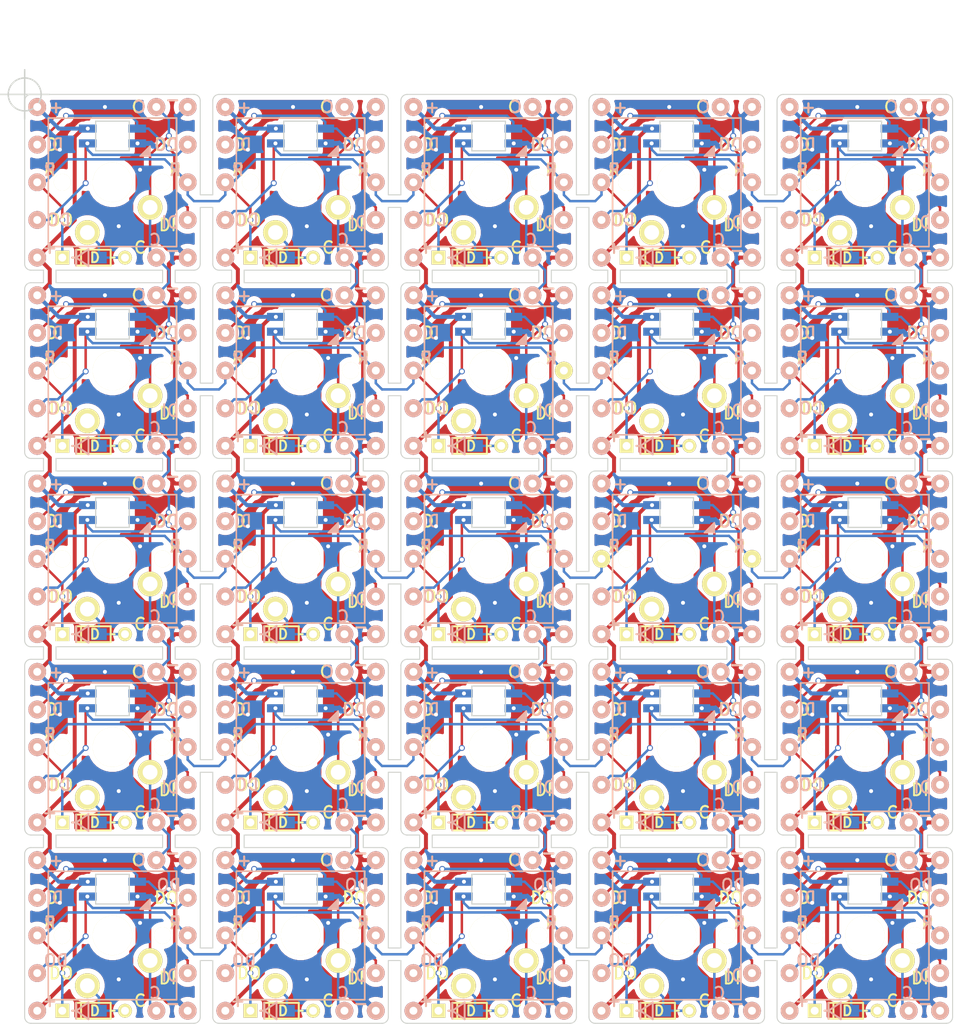
<source format=kicad_pcb>
(kicad_pcb (version 20171130) (host pcbnew 5.1.5+dfsg1-2build2)
  (layers (0 F.Cu signal) (31 B.Cu signal) (34 B.Paste user) (35 F.Paste user) (36 B.SilkS user) (37 F.SilkS user) (38 B.Mask user) (39 F.Mask user) (44 Edge.Cuts user))
  (net 0 "")
  (net 1 /ROW0)
  (net 2 "Net-(D1-Pad2)")
  (net 3 "Net-(D2-Pad2)")
  (net 4 "Net-(D3-Pad2)")
  (net 5 "Net-(D4-Pad2)")
  (net 6 "Net-(D5-Pad2)")
  (net 7 /ROW1)
  (net 8 "Net-(D6-Pad2)")
  (net 9 "Net-(D7-Pad2)")
  (net 10 "Net-(D8-Pad2)")
  (net 11 "Net-(D9-Pad2)")
  (net 12 "Net-(D10-Pad2)")
  (net 13 /ROW2)
  (net 14 "Net-(D11-Pad2)")
  (net 15 "Net-(D12-Pad2)")
  (net 16 "Net-(D13-Pad2)")
  (net 17 "Net-(D14-Pad2)")
  (net 18 "Net-(D15-Pad2)")
  (net 19 /ROW3)
  (net 20 "Net-(D16-Pad2)")
  (net 21 "Net-(D17-Pad2)")
  (net 22 "Net-(D18-Pad2)")
  (net 23 "Net-(D19-Pad2)")
  (net 24 "Net-(D20-Pad2)")
  (net 25 /ROW4)
  (net 26 "Net-(D21-Pad2)")
  (net 27 "Net-(D22-Pad2)")
  (net 28 "Net-(D23-Pad2)")
  (net 29 "Net-(D24-Pad2)")
  (net 30 "Net-(D25-Pad2)")
  (net 31 "Net-(L1-Pad3)")
  (net 32 "Net-(L1-Pad1)")
  (net 33 GND)
  (net 34 /COL0)
  (net 35 /COL1)
  (net 36 /COL2)
  (net 37 /COL3)
  (net 38 /COL4)
  (net 39 VCC)
  (module Keyboard:YS-SK6812MINI-E (layer B.Cu) (at 150.622 107.202 180)
    (fp_text reference L1 (at 0 -4.05 180) (layer B.SilkS) (effects (justify mirror)))
    (fp_text value SK6812MINI)
    (fp_line (start -1.7 1.5) (end -1.7 -1.5) (layer Edge.Cuts) (width 0.12))
    (fp_line (start -1.7 -1.5) (end 1.7 -1.5) (layer Edge.Cuts) (width 0.12))
    (fp_line (start 1.7 -1.5) (end 1.7 1.5) (layer Edge.Cuts) (width 0.12))
    (fp_line (start 1.7 1.5) (end -1.7 1.5) (layer Edge.Cuts) (width 0.12))
    (pad 4 smd rect (at -2.5 0.75 180) (size 1.8 0.82) (layers B.Cu B.Paste B.Mask) (net 31 "Net-(L1-Pad3)"))
    (pad 3 smd rect (at -2.5 -0.75 180) (size 1.8 0.82) (layers B.Cu B.Paste B.Mask) (net 33 GND))
    (pad 2 smd rect (at 2.5 -0.75 180) (size 1.8 0.82) (layers B.Cu B.Paste B.Mask) (net 32 "Net-(L1-Pad1)"))
    (pad 1 smd rect (at 2.5 0.75 180) (size 1.8 0.82) (layers B.Cu B.Paste B.Mask) (net 39 VCC))
  )
  (module Keyboard:YS-SK6812MINI-E (layer B.Cu) (at 131.572 107.202 180)
    (fp_text reference L1 (at 0 -4.05 180) (layer B.SilkS) (effects (justify mirror)))
    (fp_text value SK6812MINI)
    (fp_line (start -1.7 1.5) (end -1.7 -1.5) (layer Edge.Cuts) (width 0.12))
    (fp_line (start -1.7 -1.5) (end 1.7 -1.5) (layer Edge.Cuts) (width 0.12))
    (fp_line (start 1.7 -1.5) (end 1.7 1.5) (layer Edge.Cuts) (width 0.12))
    (fp_line (start 1.7 1.5) (end -1.7 1.5) (layer Edge.Cuts) (width 0.12))
    (pad 4 smd rect (at -2.5 0.75 180) (size 1.8 0.82) (layers B.Cu B.Paste B.Mask) (net 31 "Net-(L1-Pad3)"))
    (pad 3 smd rect (at -2.5 -0.75 180) (size 1.8 0.82) (layers B.Cu B.Paste B.Mask) (net 33 GND))
    (pad 2 smd rect (at 2.5 -0.75 180) (size 1.8 0.82) (layers B.Cu B.Paste B.Mask) (net 32 "Net-(L1-Pad1)"))
    (pad 1 smd rect (at 2.5 0.75 180) (size 1.8 0.82) (layers B.Cu B.Paste B.Mask) (net 39 VCC))
  )
  (module Keyboard:YS-SK6812MINI-E (layer B.Cu) (at 112.522 107.202 180)
    (fp_text reference L1 (at 0 -4.05 180) (layer B.SilkS) (effects (justify mirror)))
    (fp_text value SK6812MINI)
    (fp_line (start -1.7 1.5) (end -1.7 -1.5) (layer Edge.Cuts) (width 0.12))
    (fp_line (start -1.7 -1.5) (end 1.7 -1.5) (layer Edge.Cuts) (width 0.12))
    (fp_line (start 1.7 -1.5) (end 1.7 1.5) (layer Edge.Cuts) (width 0.12))
    (fp_line (start 1.7 1.5) (end -1.7 1.5) (layer Edge.Cuts) (width 0.12))
    (pad 4 smd rect (at -2.5 0.75 180) (size 1.8 0.82) (layers B.Cu B.Paste B.Mask) (net 31 "Net-(L1-Pad3)"))
    (pad 3 smd rect (at -2.5 -0.75 180) (size 1.8 0.82) (layers B.Cu B.Paste B.Mask) (net 33 GND))
    (pad 2 smd rect (at 2.5 -0.75 180) (size 1.8 0.82) (layers B.Cu B.Paste B.Mask) (net 32 "Net-(L1-Pad1)"))
    (pad 1 smd rect (at 2.5 0.75 180) (size 1.8 0.82) (layers B.Cu B.Paste B.Mask) (net 39 VCC))
  )
  (module Keyboard:YS-SK6812MINI-E (layer B.Cu) (at 93.472 107.202 180)
    (fp_text reference L1 (at 0 -4.05 180) (layer B.SilkS) (effects (justify mirror)))
    (fp_text value SK6812MINI)
    (fp_line (start -1.7 1.5) (end -1.7 -1.5) (layer Edge.Cuts) (width 0.12))
    (fp_line (start -1.7 -1.5) (end 1.7 -1.5) (layer Edge.Cuts) (width 0.12))
    (fp_line (start 1.7 -1.5) (end 1.7 1.5) (layer Edge.Cuts) (width 0.12))
    (fp_line (start 1.7 1.5) (end -1.7 1.5) (layer Edge.Cuts) (width 0.12))
    (pad 4 smd rect (at -2.5 0.75 180) (size 1.8 0.82) (layers B.Cu B.Paste B.Mask) (net 31 "Net-(L1-Pad3)"))
    (pad 3 smd rect (at -2.5 -0.75 180) (size 1.8 0.82) (layers B.Cu B.Paste B.Mask) (net 33 GND))
    (pad 2 smd rect (at 2.5 -0.75 180) (size 1.8 0.82) (layers B.Cu B.Paste B.Mask) (net 32 "Net-(L1-Pad1)"))
    (pad 1 smd rect (at 2.5 0.75 180) (size 1.8 0.82) (layers B.Cu B.Paste B.Mask) (net 39 VCC))
  )
  (module Keyboard:YS-SK6812MINI-E (layer B.Cu) (at 74.422 107.202 180)
    (fp_text reference L1 (at 0 -4.05 180) (layer B.SilkS) (effects (justify mirror)))
    (fp_text value SK6812MINI)
    (fp_line (start -1.7 1.5) (end -1.7 -1.5) (layer Edge.Cuts) (width 0.12))
    (fp_line (start -1.7 -1.5) (end 1.7 -1.5) (layer Edge.Cuts) (width 0.12))
    (fp_line (start 1.7 -1.5) (end 1.7 1.5) (layer Edge.Cuts) (width 0.12))
    (fp_line (start 1.7 1.5) (end -1.7 1.5) (layer Edge.Cuts) (width 0.12))
    (pad 4 smd rect (at -2.5 0.75 180) (size 1.8 0.82) (layers B.Cu B.Paste B.Mask) (net 31 "Net-(L1-Pad3)"))
    (pad 3 smd rect (at -2.5 -0.75 180) (size 1.8 0.82) (layers B.Cu B.Paste B.Mask) (net 33 GND))
    (pad 2 smd rect (at 2.5 -0.75 180) (size 1.8 0.82) (layers B.Cu B.Paste B.Mask) (net 32 "Net-(L1-Pad1)"))
    (pad 1 smd rect (at 2.5 0.75 180) (size 1.8 0.82) (layers B.Cu B.Paste B.Mask) (net 39 VCC))
  )
  (module Keyboard:YS-SK6812MINI-E (layer B.Cu) (at 150.622 88.152 180)
    (fp_text reference L1 (at 0 -4.05 180) (layer B.SilkS) (effects (justify mirror)))
    (fp_text value SK6812MINI)
    (fp_line (start -1.7 1.5) (end -1.7 -1.5) (layer Edge.Cuts) (width 0.12))
    (fp_line (start -1.7 -1.5) (end 1.7 -1.5) (layer Edge.Cuts) (width 0.12))
    (fp_line (start 1.7 -1.5) (end 1.7 1.5) (layer Edge.Cuts) (width 0.12))
    (fp_line (start 1.7 1.5) (end -1.7 1.5) (layer Edge.Cuts) (width 0.12))
    (pad 4 smd rect (at -2.5 0.75 180) (size 1.8 0.82) (layers B.Cu B.Paste B.Mask) (net 31 "Net-(L1-Pad3)"))
    (pad 3 smd rect (at -2.5 -0.75 180) (size 1.8 0.82) (layers B.Cu B.Paste B.Mask) (net 33 GND))
    (pad 2 smd rect (at 2.5 -0.75 180) (size 1.8 0.82) (layers B.Cu B.Paste B.Mask) (net 32 "Net-(L1-Pad1)"))
    (pad 1 smd rect (at 2.5 0.75 180) (size 1.8 0.82) (layers B.Cu B.Paste B.Mask) (net 39 VCC))
  )
  (module Keyboard:YS-SK6812MINI-E (layer B.Cu) (at 131.572 88.152 180)
    (fp_text reference L1 (at 0 -4.05 180) (layer B.SilkS) (effects (justify mirror)))
    (fp_text value SK6812MINI)
    (fp_line (start -1.7 1.5) (end -1.7 -1.5) (layer Edge.Cuts) (width 0.12))
    (fp_line (start -1.7 -1.5) (end 1.7 -1.5) (layer Edge.Cuts) (width 0.12))
    (fp_line (start 1.7 -1.5) (end 1.7 1.5) (layer Edge.Cuts) (width 0.12))
    (fp_line (start 1.7 1.5) (end -1.7 1.5) (layer Edge.Cuts) (width 0.12))
    (pad 4 smd rect (at -2.5 0.75 180) (size 1.8 0.82) (layers B.Cu B.Paste B.Mask) (net 31 "Net-(L1-Pad3)"))
    (pad 3 smd rect (at -2.5 -0.75 180) (size 1.8 0.82) (layers B.Cu B.Paste B.Mask) (net 33 GND))
    (pad 2 smd rect (at 2.5 -0.75 180) (size 1.8 0.82) (layers B.Cu B.Paste B.Mask) (net 32 "Net-(L1-Pad1)"))
    (pad 1 smd rect (at 2.5 0.75 180) (size 1.8 0.82) (layers B.Cu B.Paste B.Mask) (net 39 VCC))
  )
  (module Keyboard:YS-SK6812MINI-E (layer B.Cu) (at 112.522 88.152 180)
    (fp_text reference L1 (at 0 -4.05 180) (layer B.SilkS) (effects (justify mirror)))
    (fp_text value SK6812MINI)
    (fp_line (start -1.7 1.5) (end -1.7 -1.5) (layer Edge.Cuts) (width 0.12))
    (fp_line (start -1.7 -1.5) (end 1.7 -1.5) (layer Edge.Cuts) (width 0.12))
    (fp_line (start 1.7 -1.5) (end 1.7 1.5) (layer Edge.Cuts) (width 0.12))
    (fp_line (start 1.7 1.5) (end -1.7 1.5) (layer Edge.Cuts) (width 0.12))
    (pad 4 smd rect (at -2.5 0.75 180) (size 1.8 0.82) (layers B.Cu B.Paste B.Mask) (net 31 "Net-(L1-Pad3)"))
    (pad 3 smd rect (at -2.5 -0.75 180) (size 1.8 0.82) (layers B.Cu B.Paste B.Mask) (net 33 GND))
    (pad 2 smd rect (at 2.5 -0.75 180) (size 1.8 0.82) (layers B.Cu B.Paste B.Mask) (net 32 "Net-(L1-Pad1)"))
    (pad 1 smd rect (at 2.5 0.75 180) (size 1.8 0.82) (layers B.Cu B.Paste B.Mask) (net 39 VCC))
  )
  (module Keyboard:YS-SK6812MINI-E (layer B.Cu) (at 93.472 88.152 180)
    (fp_text reference L1 (at 0 -4.05 180) (layer B.SilkS) (effects (justify mirror)))
    (fp_text value SK6812MINI)
    (fp_line (start -1.7 1.5) (end -1.7 -1.5) (layer Edge.Cuts) (width 0.12))
    (fp_line (start -1.7 -1.5) (end 1.7 -1.5) (layer Edge.Cuts) (width 0.12))
    (fp_line (start 1.7 -1.5) (end 1.7 1.5) (layer Edge.Cuts) (width 0.12))
    (fp_line (start 1.7 1.5) (end -1.7 1.5) (layer Edge.Cuts) (width 0.12))
    (pad 4 smd rect (at -2.5 0.75 180) (size 1.8 0.82) (layers B.Cu B.Paste B.Mask) (net 31 "Net-(L1-Pad3)"))
    (pad 3 smd rect (at -2.5 -0.75 180) (size 1.8 0.82) (layers B.Cu B.Paste B.Mask) (net 33 GND))
    (pad 2 smd rect (at 2.5 -0.75 180) (size 1.8 0.82) (layers B.Cu B.Paste B.Mask) (net 32 "Net-(L1-Pad1)"))
    (pad 1 smd rect (at 2.5 0.75 180) (size 1.8 0.82) (layers B.Cu B.Paste B.Mask) (net 39 VCC))
  )
  (module Keyboard:YS-SK6812MINI-E (layer B.Cu) (at 74.422 88.152 180)
    (fp_text reference L1 (at 0 -4.05 180) (layer B.SilkS) (effects (justify mirror)))
    (fp_text value SK6812MINI)
    (fp_line (start -1.7 1.5) (end -1.7 -1.5) (layer Edge.Cuts) (width 0.12))
    (fp_line (start -1.7 -1.5) (end 1.7 -1.5) (layer Edge.Cuts) (width 0.12))
    (fp_line (start 1.7 -1.5) (end 1.7 1.5) (layer Edge.Cuts) (width 0.12))
    (fp_line (start 1.7 1.5) (end -1.7 1.5) (layer Edge.Cuts) (width 0.12))
    (pad 4 smd rect (at -2.5 0.75 180) (size 1.8 0.82) (layers B.Cu B.Paste B.Mask) (net 31 "Net-(L1-Pad3)"))
    (pad 3 smd rect (at -2.5 -0.75 180) (size 1.8 0.82) (layers B.Cu B.Paste B.Mask) (net 33 GND))
    (pad 2 smd rect (at 2.5 -0.75 180) (size 1.8 0.82) (layers B.Cu B.Paste B.Mask) (net 32 "Net-(L1-Pad1)"))
    (pad 1 smd rect (at 2.5 0.75 180) (size 1.8 0.82) (layers B.Cu B.Paste B.Mask) (net 39 VCC))
  )
  (module Keyboard:YS-SK6812MINI-E (layer B.Cu) (at 150.622 69.102 180)
    (fp_text reference L1 (at 0 -4.05 180) (layer B.SilkS) (effects (justify mirror)))
    (fp_text value SK6812MINI)
    (fp_line (start -1.7 1.5) (end -1.7 -1.5) (layer Edge.Cuts) (width 0.12))
    (fp_line (start -1.7 -1.5) (end 1.7 -1.5) (layer Edge.Cuts) (width 0.12))
    (fp_line (start 1.7 -1.5) (end 1.7 1.5) (layer Edge.Cuts) (width 0.12))
    (fp_line (start 1.7 1.5) (end -1.7 1.5) (layer Edge.Cuts) (width 0.12))
    (pad 4 smd rect (at -2.5 0.75 180) (size 1.8 0.82) (layers B.Cu B.Paste B.Mask) (net 31 "Net-(L1-Pad3)"))
    (pad 3 smd rect (at -2.5 -0.75 180) (size 1.8 0.82) (layers B.Cu B.Paste B.Mask) (net 33 GND))
    (pad 2 smd rect (at 2.5 -0.75 180) (size 1.8 0.82) (layers B.Cu B.Paste B.Mask) (net 32 "Net-(L1-Pad1)"))
    (pad 1 smd rect (at 2.5 0.75 180) (size 1.8 0.82) (layers B.Cu B.Paste B.Mask) (net 39 VCC))
  )
  (module Keyboard:YS-SK6812MINI-E (layer B.Cu) (at 131.572 69.102 180)
    (fp_text reference L1 (at 0 -4.05 180) (layer B.SilkS) (effects (justify mirror)))
    (fp_text value SK6812MINI)
    (fp_line (start -1.7 1.5) (end -1.7 -1.5) (layer Edge.Cuts) (width 0.12))
    (fp_line (start -1.7 -1.5) (end 1.7 -1.5) (layer Edge.Cuts) (width 0.12))
    (fp_line (start 1.7 -1.5) (end 1.7 1.5) (layer Edge.Cuts) (width 0.12))
    (fp_line (start 1.7 1.5) (end -1.7 1.5) (layer Edge.Cuts) (width 0.12))
    (pad 4 smd rect (at -2.5 0.75 180) (size 1.8 0.82) (layers B.Cu B.Paste B.Mask) (net 31 "Net-(L1-Pad3)"))
    (pad 3 smd rect (at -2.5 -0.75 180) (size 1.8 0.82) (layers B.Cu B.Paste B.Mask) (net 33 GND))
    (pad 2 smd rect (at 2.5 -0.75 180) (size 1.8 0.82) (layers B.Cu B.Paste B.Mask) (net 32 "Net-(L1-Pad1)"))
    (pad 1 smd rect (at 2.5 0.75 180) (size 1.8 0.82) (layers B.Cu B.Paste B.Mask) (net 39 VCC))
  )
  (module Keyboard:YS-SK6812MINI-E (layer B.Cu) (at 112.522 69.102 180)
    (fp_text reference L1 (at 0 -4.05 180) (layer B.SilkS) (effects (justify mirror)))
    (fp_text value SK6812MINI)
    (fp_line (start -1.7 1.5) (end -1.7 -1.5) (layer Edge.Cuts) (width 0.12))
    (fp_line (start -1.7 -1.5) (end 1.7 -1.5) (layer Edge.Cuts) (width 0.12))
    (fp_line (start 1.7 -1.5) (end 1.7 1.5) (layer Edge.Cuts) (width 0.12))
    (fp_line (start 1.7 1.5) (end -1.7 1.5) (layer Edge.Cuts) (width 0.12))
    (pad 4 smd rect (at -2.5 0.75 180) (size 1.8 0.82) (layers B.Cu B.Paste B.Mask) (net 31 "Net-(L1-Pad3)"))
    (pad 3 smd rect (at -2.5 -0.75 180) (size 1.8 0.82) (layers B.Cu B.Paste B.Mask) (net 33 GND))
    (pad 2 smd rect (at 2.5 -0.75 180) (size 1.8 0.82) (layers B.Cu B.Paste B.Mask) (net 32 "Net-(L1-Pad1)"))
    (pad 1 smd rect (at 2.5 0.75 180) (size 1.8 0.82) (layers B.Cu B.Paste B.Mask) (net 39 VCC))
  )
  (module Keyboard:YS-SK6812MINI-E (layer B.Cu) (at 93.472 69.102 180)
    (fp_text reference L1 (at 0 -4.05 180) (layer B.SilkS) (effects (justify mirror)))
    (fp_text value SK6812MINI)
    (fp_line (start -1.7 1.5) (end -1.7 -1.5) (layer Edge.Cuts) (width 0.12))
    (fp_line (start -1.7 -1.5) (end 1.7 -1.5) (layer Edge.Cuts) (width 0.12))
    (fp_line (start 1.7 -1.5) (end 1.7 1.5) (layer Edge.Cuts) (width 0.12))
    (fp_line (start 1.7 1.5) (end -1.7 1.5) (layer Edge.Cuts) (width 0.12))
    (pad 4 smd rect (at -2.5 0.75 180) (size 1.8 0.82) (layers B.Cu B.Paste B.Mask) (net 31 "Net-(L1-Pad3)"))
    (pad 3 smd rect (at -2.5 -0.75 180) (size 1.8 0.82) (layers B.Cu B.Paste B.Mask) (net 33 GND))
    (pad 2 smd rect (at 2.5 -0.75 180) (size 1.8 0.82) (layers B.Cu B.Paste B.Mask) (net 32 "Net-(L1-Pad1)"))
    (pad 1 smd rect (at 2.5 0.75 180) (size 1.8 0.82) (layers B.Cu B.Paste B.Mask) (net 39 VCC))
  )
  (module Keyboard:YS-SK6812MINI-E (layer B.Cu) (at 74.422 69.102 180)
    (fp_text reference L1 (at 0 -4.05 180) (layer B.SilkS) (effects (justify mirror)))
    (fp_text value SK6812MINI)
    (fp_line (start -1.7 1.5) (end -1.7 -1.5) (layer Edge.Cuts) (width 0.12))
    (fp_line (start -1.7 -1.5) (end 1.7 -1.5) (layer Edge.Cuts) (width 0.12))
    (fp_line (start 1.7 -1.5) (end 1.7 1.5) (layer Edge.Cuts) (width 0.12))
    (fp_line (start 1.7 1.5) (end -1.7 1.5) (layer Edge.Cuts) (width 0.12))
    (pad 4 smd rect (at -2.5 0.75 180) (size 1.8 0.82) (layers B.Cu B.Paste B.Mask) (net 31 "Net-(L1-Pad3)"))
    (pad 3 smd rect (at -2.5 -0.75 180) (size 1.8 0.82) (layers B.Cu B.Paste B.Mask) (net 33 GND))
    (pad 2 smd rect (at 2.5 -0.75 180) (size 1.8 0.82) (layers B.Cu B.Paste B.Mask) (net 32 "Net-(L1-Pad1)"))
    (pad 1 smd rect (at 2.5 0.75 180) (size 1.8 0.82) (layers B.Cu B.Paste B.Mask) (net 39 VCC))
  )
  (module Keyboard:YS-SK6812MINI-E (layer B.Cu) (at 150.622 50.052 180)
    (fp_text reference L1 (at 0 -4.05 180) (layer B.SilkS) (effects (justify mirror)))
    (fp_text value SK6812MINI)
    (fp_line (start -1.7 1.5) (end -1.7 -1.5) (layer Edge.Cuts) (width 0.12))
    (fp_line (start -1.7 -1.5) (end 1.7 -1.5) (layer Edge.Cuts) (width 0.12))
    (fp_line (start 1.7 -1.5) (end 1.7 1.5) (layer Edge.Cuts) (width 0.12))
    (fp_line (start 1.7 1.5) (end -1.7 1.5) (layer Edge.Cuts) (width 0.12))
    (pad 4 smd rect (at -2.5 0.75 180) (size 1.8 0.82) (layers B.Cu B.Paste B.Mask) (net 31 "Net-(L1-Pad3)"))
    (pad 3 smd rect (at -2.5 -0.75 180) (size 1.8 0.82) (layers B.Cu B.Paste B.Mask) (net 33 GND))
    (pad 2 smd rect (at 2.5 -0.75 180) (size 1.8 0.82) (layers B.Cu B.Paste B.Mask) (net 32 "Net-(L1-Pad1)"))
    (pad 1 smd rect (at 2.5 0.75 180) (size 1.8 0.82) (layers B.Cu B.Paste B.Mask) (net 39 VCC))
  )
  (module Keyboard:YS-SK6812MINI-E (layer B.Cu) (at 131.572 50.052 180)
    (fp_text reference L1 (at 0 -4.05 180) (layer B.SilkS) (effects (justify mirror)))
    (fp_text value SK6812MINI)
    (fp_line (start -1.7 1.5) (end -1.7 -1.5) (layer Edge.Cuts) (width 0.12))
    (fp_line (start -1.7 -1.5) (end 1.7 -1.5) (layer Edge.Cuts) (width 0.12))
    (fp_line (start 1.7 -1.5) (end 1.7 1.5) (layer Edge.Cuts) (width 0.12))
    (fp_line (start 1.7 1.5) (end -1.7 1.5) (layer Edge.Cuts) (width 0.12))
    (pad 4 smd rect (at -2.5 0.75 180) (size 1.8 0.82) (layers B.Cu B.Paste B.Mask) (net 31 "Net-(L1-Pad3)"))
    (pad 3 smd rect (at -2.5 -0.75 180) (size 1.8 0.82) (layers B.Cu B.Paste B.Mask) (net 33 GND))
    (pad 2 smd rect (at 2.5 -0.75 180) (size 1.8 0.82) (layers B.Cu B.Paste B.Mask) (net 32 "Net-(L1-Pad1)"))
    (pad 1 smd rect (at 2.5 0.75 180) (size 1.8 0.82) (layers B.Cu B.Paste B.Mask) (net 39 VCC))
  )
  (module Keyboard:YS-SK6812MINI-E (layer B.Cu) (at 112.522 50.052 180)
    (fp_text reference L1 (at 0 -4.05 180) (layer B.SilkS) (effects (justify mirror)))
    (fp_text value SK6812MINI)
    (fp_line (start -1.7 1.5) (end -1.7 -1.5) (layer Edge.Cuts) (width 0.12))
    (fp_line (start -1.7 -1.5) (end 1.7 -1.5) (layer Edge.Cuts) (width 0.12))
    (fp_line (start 1.7 -1.5) (end 1.7 1.5) (layer Edge.Cuts) (width 0.12))
    (fp_line (start 1.7 1.5) (end -1.7 1.5) (layer Edge.Cuts) (width 0.12))
    (pad 4 smd rect (at -2.5 0.75 180) (size 1.8 0.82) (layers B.Cu B.Paste B.Mask) (net 31 "Net-(L1-Pad3)"))
    (pad 3 smd rect (at -2.5 -0.75 180) (size 1.8 0.82) (layers B.Cu B.Paste B.Mask) (net 33 GND))
    (pad 2 smd rect (at 2.5 -0.75 180) (size 1.8 0.82) (layers B.Cu B.Paste B.Mask) (net 32 "Net-(L1-Pad1)"))
    (pad 1 smd rect (at 2.5 0.75 180) (size 1.8 0.82) (layers B.Cu B.Paste B.Mask) (net 39 VCC))
  )
  (module Keyboard:YS-SK6812MINI-E (layer B.Cu) (at 93.472 50.052 180)
    (fp_text reference L1 (at 0 -4.05 180) (layer B.SilkS) (effects (justify mirror)))
    (fp_text value SK6812MINI)
    (fp_line (start -1.7 1.5) (end -1.7 -1.5) (layer Edge.Cuts) (width 0.12))
    (fp_line (start -1.7 -1.5) (end 1.7 -1.5) (layer Edge.Cuts) (width 0.12))
    (fp_line (start 1.7 -1.5) (end 1.7 1.5) (layer Edge.Cuts) (width 0.12))
    (fp_line (start 1.7 1.5) (end -1.7 1.5) (layer Edge.Cuts) (width 0.12))
    (pad 4 smd rect (at -2.5 0.75 180) (size 1.8 0.82) (layers B.Cu B.Paste B.Mask) (net 31 "Net-(L1-Pad3)"))
    (pad 3 smd rect (at -2.5 -0.75 180) (size 1.8 0.82) (layers B.Cu B.Paste B.Mask) (net 33 GND))
    (pad 2 smd rect (at 2.5 -0.75 180) (size 1.8 0.82) (layers B.Cu B.Paste B.Mask) (net 32 "Net-(L1-Pad1)"))
    (pad 1 smd rect (at 2.5 0.75 180) (size 1.8 0.82) (layers B.Cu B.Paste B.Mask) (net 39 VCC))
  )
  (module Keyboard:YS-SK6812MINI-E (layer B.Cu) (at 74.422 50.052 180)
    (fp_text reference L1 (at 0 -4.05 180) (layer B.SilkS) (effects (justify mirror)))
    (fp_text value SK6812MINI)
    (fp_line (start -1.7 1.5) (end -1.7 -1.5) (layer Edge.Cuts) (width 0.12))
    (fp_line (start -1.7 -1.5) (end 1.7 -1.5) (layer Edge.Cuts) (width 0.12))
    (fp_line (start 1.7 -1.5) (end 1.7 1.5) (layer Edge.Cuts) (width 0.12))
    (fp_line (start 1.7 1.5) (end -1.7 1.5) (layer Edge.Cuts) (width 0.12))
    (pad 4 smd rect (at -2.5 0.75 180) (size 1.8 0.82) (layers B.Cu B.Paste B.Mask) (net 31 "Net-(L1-Pad3)"))
    (pad 3 smd rect (at -2.5 -0.75 180) (size 1.8 0.82) (layers B.Cu B.Paste B.Mask) (net 33 GND))
    (pad 2 smd rect (at 2.5 -0.75 180) (size 1.8 0.82) (layers B.Cu B.Paste B.Mask) (net 32 "Net-(L1-Pad1)"))
    (pad 1 smd rect (at 2.5 0.75 180) (size 1.8 0.82) (layers B.Cu B.Paste B.Mask) (net 39 VCC))
  )
  (module Keyboard:YS-SK6812MINI-E (layer B.Cu) (at 150.622 31.002 180)
    (fp_text reference L1 (at 0 -4.05 180) (layer B.SilkS) (effects (justify mirror)))
    (fp_text value SK6812MINI)
    (fp_line (start -1.7 1.5) (end -1.7 -1.5) (layer Edge.Cuts) (width 0.12))
    (fp_line (start -1.7 -1.5) (end 1.7 -1.5) (layer Edge.Cuts) (width 0.12))
    (fp_line (start 1.7 -1.5) (end 1.7 1.5) (layer Edge.Cuts) (width 0.12))
    (fp_line (start 1.7 1.5) (end -1.7 1.5) (layer Edge.Cuts) (width 0.12))
    (pad 4 smd rect (at -2.5 0.75 180) (size 1.8 0.82) (layers B.Cu B.Paste B.Mask) (net 31 "Net-(L1-Pad3)"))
    (pad 3 smd rect (at -2.5 -0.75 180) (size 1.8 0.82) (layers B.Cu B.Paste B.Mask) (net 33 GND))
    (pad 2 smd rect (at 2.5 -0.75 180) (size 1.8 0.82) (layers B.Cu B.Paste B.Mask) (net 32 "Net-(L1-Pad1)"))
    (pad 1 smd rect (at 2.5 0.75 180) (size 1.8 0.82) (layers B.Cu B.Paste B.Mask) (net 39 VCC))
  )
  (module Keyboard:YS-SK6812MINI-E (layer B.Cu) (at 131.572 31.002 180)
    (fp_text reference L1 (at 0 -4.05 180) (layer B.SilkS) (effects (justify mirror)))
    (fp_text value SK6812MINI)
    (fp_line (start -1.7 1.5) (end -1.7 -1.5) (layer Edge.Cuts) (width 0.12))
    (fp_line (start -1.7 -1.5) (end 1.7 -1.5) (layer Edge.Cuts) (width 0.12))
    (fp_line (start 1.7 -1.5) (end 1.7 1.5) (layer Edge.Cuts) (width 0.12))
    (fp_line (start 1.7 1.5) (end -1.7 1.5) (layer Edge.Cuts) (width 0.12))
    (pad 4 smd rect (at -2.5 0.75 180) (size 1.8 0.82) (layers B.Cu B.Paste B.Mask) (net 31 "Net-(L1-Pad3)"))
    (pad 3 smd rect (at -2.5 -0.75 180) (size 1.8 0.82) (layers B.Cu B.Paste B.Mask) (net 33 GND))
    (pad 2 smd rect (at 2.5 -0.75 180) (size 1.8 0.82) (layers B.Cu B.Paste B.Mask) (net 32 "Net-(L1-Pad1)"))
    (pad 1 smd rect (at 2.5 0.75 180) (size 1.8 0.82) (layers B.Cu B.Paste B.Mask) (net 39 VCC))
  )
  (module Keyboard:YS-SK6812MINI-E (layer B.Cu) (at 112.522 31.002 180)
    (fp_text reference L1 (at 0 -4.05 180) (layer B.SilkS) (effects (justify mirror)))
    (fp_text value SK6812MINI)
    (fp_line (start -1.7 1.5) (end -1.7 -1.5) (layer Edge.Cuts) (width 0.12))
    (fp_line (start -1.7 -1.5) (end 1.7 -1.5) (layer Edge.Cuts) (width 0.12))
    (fp_line (start 1.7 -1.5) (end 1.7 1.5) (layer Edge.Cuts) (width 0.12))
    (fp_line (start 1.7 1.5) (end -1.7 1.5) (layer Edge.Cuts) (width 0.12))
    (pad 4 smd rect (at -2.5 0.75 180) (size 1.8 0.82) (layers B.Cu B.Paste B.Mask) (net 31 "Net-(L1-Pad3)"))
    (pad 3 smd rect (at -2.5 -0.75 180) (size 1.8 0.82) (layers B.Cu B.Paste B.Mask) (net 33 GND))
    (pad 2 smd rect (at 2.5 -0.75 180) (size 1.8 0.82) (layers B.Cu B.Paste B.Mask) (net 32 "Net-(L1-Pad1)"))
    (pad 1 smd rect (at 2.5 0.75 180) (size 1.8 0.82) (layers B.Cu B.Paste B.Mask) (net 39 VCC))
  )
  (module Keyboard:YS-SK6812MINI-E (layer B.Cu) (at 93.472 31.002 180)
    (fp_text reference L1 (at 0 -4.05 180) (layer B.SilkS) (effects (justify mirror)))
    (fp_text value SK6812MINI)
    (fp_line (start -1.7 1.5) (end -1.7 -1.5) (layer Edge.Cuts) (width 0.12))
    (fp_line (start -1.7 -1.5) (end 1.7 -1.5) (layer Edge.Cuts) (width 0.12))
    (fp_line (start 1.7 -1.5) (end 1.7 1.5) (layer Edge.Cuts) (width 0.12))
    (fp_line (start 1.7 1.5) (end -1.7 1.5) (layer Edge.Cuts) (width 0.12))
    (pad 4 smd rect (at -2.5 0.75 180) (size 1.8 0.82) (layers B.Cu B.Paste B.Mask) (net 31 "Net-(L1-Pad3)"))
    (pad 3 smd rect (at -2.5 -0.75 180) (size 1.8 0.82) (layers B.Cu B.Paste B.Mask) (net 33 GND))
    (pad 2 smd rect (at 2.5 -0.75 180) (size 1.8 0.82) (layers B.Cu B.Paste B.Mask) (net 32 "Net-(L1-Pad1)"))
    (pad 1 smd rect (at 2.5 0.75 180) (size 1.8 0.82) (layers B.Cu B.Paste B.Mask) (net 39 VCC))
  )
  (module Keyboard:YS-SK6812MINI-E (layer B.Cu) (at 74.422 31.002 180)
    (fp_text reference L1 (at 0 -4.05 180) (layer B.SilkS) (effects (justify mirror)))
    (fp_text value SK6812MINI)
    (fp_line (start -1.7 1.5) (end -1.7 -1.5) (layer Edge.Cuts) (width 0.12))
    (fp_line (start -1.7 -1.5) (end 1.7 -1.5) (layer Edge.Cuts) (width 0.12))
    (fp_line (start 1.7 -1.5) (end 1.7 1.5) (layer Edge.Cuts) (width 0.12))
    (fp_line (start 1.7 1.5) (end -1.7 1.5) (layer Edge.Cuts) (width 0.12))
    (pad 4 smd rect (at -2.5 0.75 180) (size 1.8 0.82) (layers B.Cu B.Paste B.Mask) (net 31 "Net-(L1-Pad3)"))
    (pad 3 smd rect (at -2.5 -0.75 180) (size 1.8 0.82) (layers B.Cu B.Paste B.Mask) (net 33 GND))
    (pad 2 smd rect (at 2.5 -0.75 180) (size 1.8 0.82) (layers B.Cu B.Paste B.Mask) (net 32 "Net-(L1-Pad1)"))
    (pad 1 smd rect (at 2.5 0.75 180) (size 1.8 0.82) (layers B.Cu B.Paste B.Mask) (net 39 VCC))
  )
  (module keyboard:CherryMX_1uv2 (layer F.Cu) (at 74.422 35.687 180)
    (fp_text reference SW1)
    (fp_text value SW_PUSH hide)
    (pad "" np_thru_hole circle (at -5.08 0 180) (size 1.71 1.71) (drill 1.71) (layers *.Cu *.Mask F.SilkS))
    (pad 1 thru_hole circle (at -3.81 -2.54 180) (size 2.5 2.5) (drill 1.5) (layers *.Cu *.Mask F.SilkS) (net 34 /COL0))
    (pad "" np_thru_hole circle (at 0 0 180) (size 4 4) (drill 4) (layers *.Cu *.Mask F.SilkS))
    (pad 2 thru_hole circle (at 2.54 -5.08 180) (size 2.5 2.5) (drill 1.5) (layers *.Cu *.Mask F.SilkS) (net 2 "Net-(D1-Pad2)"))
    (pad "" np_thru_hole circle (at 5.08 0 180) (size 1.71 1.71) (drill 1.71) (layers *.Cu *.Mask F.SilkS))
  )
  (module keyboard:CherryMX_1uv2 (layer F.Cu) (at 131.572 111.887 180)
    (fp_text reference SW24)
    (fp_text value SW_PUSH hide)
    (pad "" np_thru_hole circle (at -5.08 0 180) (size 1.71 1.71) (drill 1.71) (layers *.Cu *.Mask F.SilkS))
    (pad 1 thru_hole circle (at -3.81 -2.54 180) (size 2.5 2.5) (drill 1.5) (layers *.Cu *.Mask F.SilkS) (net 37 /COL3))
    (pad "" np_thru_hole circle (at 0 0 180) (size 4 4) (drill 4) (layers *.Cu *.Mask F.SilkS))
    (pad 2 thru_hole circle (at 2.54 -5.08 180) (size 2.5 2.5) (drill 1.5) (layers *.Cu *.Mask F.SilkS) (net 29 "Net-(D24-Pad2)"))
    (pad "" np_thru_hole circle (at 5.08 0 180) (size 1.71 1.71) (drill 1.71) (layers *.Cu *.Mask F.SilkS))
  )
  (module keyboard:CherryMX_1uv2 (layer F.Cu) (at 112.522 111.887 180)
    (fp_text reference SW23)
    (fp_text value SW_PUSH hide)
    (pad "" np_thru_hole circle (at -5.08 0 180) (size 1.71 1.71) (drill 1.71) (layers *.Cu *.Mask F.SilkS))
    (pad 1 thru_hole circle (at -3.81 -2.54 180) (size 2.5 2.5) (drill 1.5) (layers *.Cu *.Mask F.SilkS) (net 36 /COL2))
    (pad "" np_thru_hole circle (at 0 0 180) (size 4 4) (drill 4) (layers *.Cu *.Mask F.SilkS))
    (pad 2 thru_hole circle (at 2.54 -5.08 180) (size 2.5 2.5) (drill 1.5) (layers *.Cu *.Mask F.SilkS) (net 28 "Net-(D23-Pad2)"))
    (pad "" np_thru_hole circle (at 5.08 0 180) (size 1.71 1.71) (drill 1.71) (layers *.Cu *.Mask F.SilkS))
  )
  (module keyboard:CherryMX_1uv2 (layer F.Cu) (at 93.472 111.887 180)
    (fp_text reference SW22)
    (fp_text value SW_PUSH hide)
    (pad "" np_thru_hole circle (at -5.08 0 180) (size 1.71 1.71) (drill 1.71) (layers *.Cu *.Mask F.SilkS))
    (pad 1 thru_hole circle (at -3.81 -2.54 180) (size 2.5 2.5) (drill 1.5) (layers *.Cu *.Mask F.SilkS) (net 35 /COL1))
    (pad "" np_thru_hole circle (at 0 0 180) (size 4 4) (drill 4) (layers *.Cu *.Mask F.SilkS))
    (pad 2 thru_hole circle (at 2.54 -5.08 180) (size 2.5 2.5) (drill 1.5) (layers *.Cu *.Mask F.SilkS) (net 27 "Net-(D22-Pad2)"))
    (pad "" np_thru_hole circle (at 5.08 0 180) (size 1.71 1.71) (drill 1.71) (layers *.Cu *.Mask F.SilkS))
  )
  (module keyboard:CherryMX_1uv2 (layer F.Cu) (at 74.422 111.887 180)
    (fp_text reference SW21)
    (fp_text value SW_PUSH hide)
    (pad "" np_thru_hole circle (at -5.08 0 180) (size 1.71 1.71) (drill 1.71) (layers *.Cu *.Mask F.SilkS))
    (pad 1 thru_hole circle (at -3.81 -2.54 180) (size 2.5 2.5) (drill 1.5) (layers *.Cu *.Mask F.SilkS) (net 34 /COL0))
    (pad "" np_thru_hole circle (at 0 0 180) (size 4 4) (drill 4) (layers *.Cu *.Mask F.SilkS))
    (pad 2 thru_hole circle (at 2.54 -5.08 180) (size 2.5 2.5) (drill 1.5) (layers *.Cu *.Mask F.SilkS) (net 26 "Net-(D21-Pad2)"))
    (pad "" np_thru_hole circle (at 5.08 0 180) (size 1.71 1.71) (drill 1.71) (layers *.Cu *.Mask F.SilkS))
  )
  (module keyboard:CherryMX_1uv2 (layer F.Cu) (at 131.572 92.837 180)
    (fp_text reference SW19)
    (fp_text value SW_PUSH hide)
    (pad "" np_thru_hole circle (at -5.08 0 180) (size 1.71 1.71) (drill 1.71) (layers *.Cu *.Mask F.SilkS))
    (pad 1 thru_hole circle (at -3.81 -2.54 180) (size 2.5 2.5) (drill 1.5) (layers *.Cu *.Mask F.SilkS) (net 37 /COL3))
    (pad "" np_thru_hole circle (at 0 0 180) (size 4 4) (drill 4) (layers *.Cu *.Mask F.SilkS))
    (pad 2 thru_hole circle (at 2.54 -5.08 180) (size 2.5 2.5) (drill 1.5) (layers *.Cu *.Mask F.SilkS) (net 23 "Net-(D19-Pad2)"))
    (pad "" np_thru_hole circle (at 5.08 0 180) (size 1.71 1.71) (drill 1.71) (layers *.Cu *.Mask F.SilkS))
  )
  (module keyboard:CherryMX_1uv2 (layer F.Cu) (at 112.522 92.837 180)
    (fp_text reference SW18)
    (fp_text value SW_PUSH hide)
    (pad "" np_thru_hole circle (at -5.08 0 180) (size 1.71 1.71) (drill 1.71) (layers *.Cu *.Mask F.SilkS))
    (pad 1 thru_hole circle (at -3.81 -2.54 180) (size 2.5 2.5) (drill 1.5) (layers *.Cu *.Mask F.SilkS) (net 36 /COL2))
    (pad "" np_thru_hole circle (at 0 0 180) (size 4 4) (drill 4) (layers *.Cu *.Mask F.SilkS))
    (pad 2 thru_hole circle (at 2.54 -5.08 180) (size 2.5 2.5) (drill 1.5) (layers *.Cu *.Mask F.SilkS) (net 22 "Net-(D18-Pad2)"))
    (pad "" np_thru_hole circle (at 5.08 0 180) (size 1.71 1.71) (drill 1.71) (layers *.Cu *.Mask F.SilkS))
  )
  (module keyboard:CherryMX_1uv2 (layer F.Cu) (at 93.472 92.837 180)
    (fp_text reference SW17)
    (fp_text value SW_PUSH hide)
    (pad "" np_thru_hole circle (at -5.08 0 180) (size 1.71 1.71) (drill 1.71) (layers *.Cu *.Mask F.SilkS))
    (pad 1 thru_hole circle (at -3.81 -2.54 180) (size 2.5 2.5) (drill 1.5) (layers *.Cu *.Mask F.SilkS) (net 35 /COL1))
    (pad "" np_thru_hole circle (at 0 0 180) (size 4 4) (drill 4) (layers *.Cu *.Mask F.SilkS))
    (pad 2 thru_hole circle (at 2.54 -5.08 180) (size 2.5 2.5) (drill 1.5) (layers *.Cu *.Mask F.SilkS) (net 21 "Net-(D17-Pad2)"))
    (pad "" np_thru_hole circle (at 5.08 0 180) (size 1.71 1.71) (drill 1.71) (layers *.Cu *.Mask F.SilkS))
  )
  (module keyboard:CherryMX_1uv2 (layer F.Cu) (at 74.422 92.837 180)
    (fp_text reference SW16)
    (fp_text value SW_PUSH hide)
    (pad "" np_thru_hole circle (at -5.08 0 180) (size 1.71 1.71) (drill 1.71) (layers *.Cu *.Mask F.SilkS))
    (pad 1 thru_hole circle (at -3.81 -2.54 180) (size 2.5 2.5) (drill 1.5) (layers *.Cu *.Mask F.SilkS) (net 34 /COL0))
    (pad "" np_thru_hole circle (at 0 0 180) (size 4 4) (drill 4) (layers *.Cu *.Mask F.SilkS))
    (pad 2 thru_hole circle (at 2.54 -5.08 180) (size 2.5 2.5) (drill 1.5) (layers *.Cu *.Mask F.SilkS) (net 20 "Net-(D16-Pad2)"))
    (pad "" np_thru_hole circle (at 5.08 0 180) (size 1.71 1.71) (drill 1.71) (layers *.Cu *.Mask F.SilkS))
  )
  (module keyboard:CherryMX_1uv2 (layer F.Cu) (at 131.572 73.787 180)
    (fp_text reference SW14)
    (fp_text value SW_PUSH hide)
    (pad "" np_thru_hole circle (at -5.08 0 180) (size 1.71 1.71) (drill 1.71) (layers *.Cu *.Mask F.SilkS))
    (pad 1 thru_hole circle (at -3.81 -2.54 180) (size 2.5 2.5) (drill 1.5) (layers *.Cu *.Mask F.SilkS) (net 37 /COL3))
    (pad "" np_thru_hole circle (at 0 0 180) (size 4 4) (drill 4) (layers *.Cu *.Mask F.SilkS))
    (pad 2 thru_hole circle (at 2.54 -5.08 180) (size 2.5 2.5) (drill 1.5) (layers *.Cu *.Mask F.SilkS) (net 17 "Net-(D14-Pad2)"))
    (pad "" np_thru_hole circle (at 5.08 0 180) (size 1.71 1.71) (drill 1.71) (layers *.Cu *.Mask F.SilkS))
  )
  (module keyboard:CherryMX_1uv2 (layer F.Cu) (at 93.472 73.787 180)
    (fp_text reference SW12)
    (fp_text value SW_PUSH hide)
    (pad "" np_thru_hole circle (at -5.08 0 180) (size 1.71 1.71) (drill 1.71) (layers *.Cu *.Mask F.SilkS))
    (pad 1 thru_hole circle (at -3.81 -2.54 180) (size 2.5 2.5) (drill 1.5) (layers *.Cu *.Mask F.SilkS) (net 35 /COL1))
    (pad "" np_thru_hole circle (at 0 0 180) (size 4 4) (drill 4) (layers *.Cu *.Mask F.SilkS))
    (pad 2 thru_hole circle (at 2.54 -5.08 180) (size 2.5 2.5) (drill 1.5) (layers *.Cu *.Mask F.SilkS) (net 15 "Net-(D12-Pad2)"))
    (pad "" np_thru_hole circle (at 5.08 0 180) (size 1.71 1.71) (drill 1.71) (layers *.Cu *.Mask F.SilkS))
  )
  (module keyboard:CherryMX_1uv2 (layer F.Cu) (at 74.422 73.787 180)
    (fp_text reference SW11)
    (fp_text value SW_PUSH hide)
    (pad "" np_thru_hole circle (at -5.08 0 180) (size 1.71 1.71) (drill 1.71) (layers *.Cu *.Mask F.SilkS))
    (pad 1 thru_hole circle (at -3.81 -2.54 180) (size 2.5 2.5) (drill 1.5) (layers *.Cu *.Mask F.SilkS) (net 34 /COL0))
    (pad "" np_thru_hole circle (at 0 0 180) (size 4 4) (drill 4) (layers *.Cu *.Mask F.SilkS))
    (pad 2 thru_hole circle (at 2.54 -5.08 180) (size 2.5 2.5) (drill 1.5) (layers *.Cu *.Mask F.SilkS) (net 14 "Net-(D11-Pad2)"))
    (pad "" np_thru_hole circle (at 5.08 0 180) (size 1.71 1.71) (drill 1.71) (layers *.Cu *.Mask F.SilkS))
  )
  (module keyboard:CherryMX_1uv2 (layer F.Cu) (at 131.572 54.737 180)
    (fp_text reference SW9)
    (fp_text value SW_PUSH hide)
    (pad "" np_thru_hole circle (at -5.08 0 180) (size 1.71 1.71) (drill 1.71) (layers *.Cu *.Mask F.SilkS))
    (pad 1 thru_hole circle (at -3.81 -2.54 180) (size 2.5 2.5) (drill 1.5) (layers *.Cu *.Mask F.SilkS) (net 37 /COL3))
    (pad "" np_thru_hole circle (at 0 0 180) (size 4 4) (drill 4) (layers *.Cu *.Mask F.SilkS))
    (pad 2 thru_hole circle (at 2.54 -5.08 180) (size 2.5 2.5) (drill 1.5) (layers *.Cu *.Mask F.SilkS) (net 11 "Net-(D9-Pad2)"))
    (pad "" np_thru_hole circle (at 5.08 0 180) (size 1.71 1.71) (drill 1.71) (layers *.Cu *.Mask F.SilkS))
  )
  (module keyboard:CherryMX_1uv2 (layer F.Cu) (at 112.522 54.737 180)
    (fp_text reference SW8)
    (fp_text value SW_PUSH hide)
    (pad "" np_thru_hole circle (at -5.08 0 180) (size 1.71 1.71) (drill 1.71) (layers *.Cu *.Mask F.SilkS))
    (pad 1 thru_hole circle (at -3.81 -2.54 180) (size 2.5 2.5) (drill 1.5) (layers *.Cu *.Mask F.SilkS) (net 36 /COL2))
    (pad "" np_thru_hole circle (at 0 0 180) (size 4 4) (drill 4) (layers *.Cu *.Mask F.SilkS))
    (pad 2 thru_hole circle (at 2.54 -5.08 180) (size 2.5 2.5) (drill 1.5) (layers *.Cu *.Mask F.SilkS) (net 10 "Net-(D8-Pad2)"))
    (pad "" np_thru_hole circle (at 5.08 0 180) (size 1.71 1.71) (drill 1.71) (layers *.Cu *.Mask F.SilkS))
  )
  (module keyboard:CherryMX_1uv2 (layer F.Cu) (at 93.472 54.737 180)
    (fp_text reference SW7)
    (fp_text value SW_PUSH hide)
    (pad "" np_thru_hole circle (at -5.08 0 180) (size 1.71 1.71) (drill 1.71) (layers *.Cu *.Mask F.SilkS))
    (pad 1 thru_hole circle (at -3.81 -2.54 180) (size 2.5 2.5) (drill 1.5) (layers *.Cu *.Mask F.SilkS) (net 35 /COL1))
    (pad "" np_thru_hole circle (at 0 0 180) (size 4 4) (drill 4) (layers *.Cu *.Mask F.SilkS))
    (pad 2 thru_hole circle (at 2.54 -5.08 180) (size 2.5 2.5) (drill 1.5) (layers *.Cu *.Mask F.SilkS) (net 9 "Net-(D7-Pad2)"))
    (pad "" np_thru_hole circle (at 5.08 0 180) (size 1.71 1.71) (drill 1.71) (layers *.Cu *.Mask F.SilkS))
  )
  (module keyboard:CherryMX_1uv2 (layer F.Cu) (at 74.422 54.737 180)
    (fp_text reference SW6)
    (fp_text value SW_PUSH hide)
    (pad "" np_thru_hole circle (at -5.08 0 180) (size 1.71 1.71) (drill 1.71) (layers *.Cu *.Mask F.SilkS))
    (pad 1 thru_hole circle (at -3.81 -2.54 180) (size 2.5 2.5) (drill 1.5) (layers *.Cu *.Mask F.SilkS) (net 34 /COL0))
    (pad "" np_thru_hole circle (at 0 0 180) (size 4 4) (drill 4) (layers *.Cu *.Mask F.SilkS))
    (pad 2 thru_hole circle (at 2.54 -5.08 180) (size 2.5 2.5) (drill 1.5) (layers *.Cu *.Mask F.SilkS) (net 8 "Net-(D6-Pad2)"))
    (pad "" np_thru_hole circle (at 5.08 0 180) (size 1.71 1.71) (drill 1.71) (layers *.Cu *.Mask F.SilkS))
  )
  (module keyboard:CherryMX_1uv2 (layer F.Cu) (at 150.622 35.687 180)
    (fp_text reference SW5)
    (fp_text value SW_PUSH hide)
    (pad "" np_thru_hole circle (at -5.08 0 180) (size 1.71 1.71) (drill 1.71) (layers *.Cu *.Mask F.SilkS))
    (pad 1 thru_hole circle (at -3.81 -2.54 180) (size 2.5 2.5) (drill 1.5) (layers *.Cu *.Mask F.SilkS) (net 38 /COL4))
    (pad "" np_thru_hole circle (at 0 0 180) (size 4 4) (drill 4) (layers *.Cu *.Mask F.SilkS))
    (pad 2 thru_hole circle (at 2.54 -5.08 180) (size 2.5 2.5) (drill 1.5) (layers *.Cu *.Mask F.SilkS) (net 6 "Net-(D5-Pad2)"))
    (pad "" np_thru_hole circle (at 5.08 0 180) (size 1.71 1.71) (drill 1.71) (layers *.Cu *.Mask F.SilkS))
  )
  (module keyboard:CherryMX_1uv2 (layer F.Cu) (at 131.572 35.687 180)
    (fp_text reference SW4)
    (fp_text value SW_PUSH hide)
    (pad "" np_thru_hole circle (at -5.08 0 180) (size 1.71 1.71) (drill 1.71) (layers *.Cu *.Mask F.SilkS))
    (pad 1 thru_hole circle (at -3.81 -2.54 180) (size 2.5 2.5) (drill 1.5) (layers *.Cu *.Mask F.SilkS) (net 37 /COL3))
    (pad "" np_thru_hole circle (at 0 0 180) (size 4 4) (drill 4) (layers *.Cu *.Mask F.SilkS))
    (pad 2 thru_hole circle (at 2.54 -5.08 180) (size 2.5 2.5) (drill 1.5) (layers *.Cu *.Mask F.SilkS) (net 5 "Net-(D4-Pad2)"))
    (pad "" np_thru_hole circle (at 5.08 0 180) (size 1.71 1.71) (drill 1.71) (layers *.Cu *.Mask F.SilkS))
  )
  (module keyboard:CherryMX_1uv2 (layer F.Cu) (at 93.472 35.687 180)
    (fp_text reference SW2)
    (fp_text value SW_PUSH hide)
    (pad "" np_thru_hole circle (at -5.08 0 180) (size 1.71 1.71) (drill 1.71) (layers *.Cu *.Mask F.SilkS))
    (pad 1 thru_hole circle (at -3.81 -2.54 180) (size 2.5 2.5) (drill 1.5) (layers *.Cu *.Mask F.SilkS) (net 35 /COL1))
    (pad "" np_thru_hole circle (at 0 0 180) (size 4 4) (drill 4) (layers *.Cu *.Mask F.SilkS))
    (pad 2 thru_hole circle (at 2.54 -5.08 180) (size 2.5 2.5) (drill 1.5) (layers *.Cu *.Mask F.SilkS) (net 3 "Net-(D2-Pad2)"))
    (pad "" np_thru_hole circle (at 5.08 0 180) (size 1.71 1.71) (drill 1.71) (layers *.Cu *.Mask F.SilkS))
  )
  (module keyboard:CherryMX_1uv2 (layer F.Cu) (at 112.522 35.687 180)
    (fp_text reference SW3)
    (fp_text value SW_PUSH hide)
    (pad "" np_thru_hole circle (at -5.08 0 180) (size 1.71 1.71) (drill 1.71) (layers *.Cu *.Mask F.SilkS))
    (pad 1 thru_hole circle (at -3.81 -2.54 180) (size 2.5 2.5) (drill 1.5) (layers *.Cu *.Mask F.SilkS) (net 36 /COL2))
    (pad "" np_thru_hole circle (at 0 0 180) (size 4 4) (drill 4) (layers *.Cu *.Mask F.SilkS))
    (pad 2 thru_hole circle (at 2.54 -5.08 180) (size 2.5 2.5) (drill 1.5) (layers *.Cu *.Mask F.SilkS) (net 4 "Net-(D3-Pad2)"))
    (pad "" np_thru_hole circle (at 5.08 0 180) (size 1.71 1.71) (drill 1.71) (layers *.Cu *.Mask F.SilkS))
  )
  (module keyboard:CherryMX_1uv2 (layer F.Cu) (at 150.622 54.737 180)
    (fp_text reference SW10)
    (fp_text value SW_PUSH hide)
    (pad "" np_thru_hole circle (at -5.08 0 180) (size 1.71 1.71) (drill 1.71) (layers *.Cu *.Mask F.SilkS))
    (pad 1 thru_hole circle (at -3.81 -2.54 180) (size 2.5 2.5) (drill 1.5) (layers *.Cu *.Mask F.SilkS) (net 38 /COL4))
    (pad "" np_thru_hole circle (at 0 0 180) (size 4 4) (drill 4) (layers *.Cu *.Mask F.SilkS))
    (pad 2 thru_hole circle (at 2.54 -5.08 180) (size 2.5 2.5) (drill 1.5) (layers *.Cu *.Mask F.SilkS) (net 12 "Net-(D10-Pad2)"))
    (pad "" np_thru_hole circle (at 5.08 0 180) (size 1.71 1.71) (drill 1.71) (layers *.Cu *.Mask F.SilkS))
  )
  (module keyboard:CherryMX_1uv2 (layer F.Cu) (at 150.622 73.787 180)
    (fp_text reference SW15)
    (fp_text value SW_PUSH hide)
    (pad "" np_thru_hole circle (at -5.08 0 180) (size 1.71 1.71) (drill 1.71) (layers *.Cu *.Mask F.SilkS))
    (pad 1 thru_hole circle (at -3.81 -2.54 180) (size 2.5 2.5) (drill 1.5) (layers *.Cu *.Mask F.SilkS) (net 38 /COL4))
    (pad "" np_thru_hole circle (at 0 0 180) (size 4 4) (drill 4) (layers *.Cu *.Mask F.SilkS))
    (pad 2 thru_hole circle (at 2.54 -5.08 180) (size 2.5 2.5) (drill 1.5) (layers *.Cu *.Mask F.SilkS) (net 18 "Net-(D15-Pad2)"))
    (pad "" np_thru_hole circle (at 5.08 0 180) (size 1.71 1.71) (drill 1.71) (layers *.Cu *.Mask F.SilkS))
  )
  (module keyboard:CherryMX_1uv2 (layer F.Cu) (at 150.622 92.837 180)
    (fp_text reference SW20)
    (fp_text value SW_PUSH hide)
    (pad "" np_thru_hole circle (at -5.08 0 180) (size 1.71 1.71) (drill 1.71) (layers *.Cu *.Mask F.SilkS))
    (pad 1 thru_hole circle (at -3.81 -2.54 180) (size 2.5 2.5) (drill 1.5) (layers *.Cu *.Mask F.SilkS) (net 38 /COL4))
    (pad "" np_thru_hole circle (at 0 0 180) (size 4 4) (drill 4) (layers *.Cu *.Mask F.SilkS))
    (pad 2 thru_hole circle (at 2.54 -5.08 180) (size 2.5 2.5) (drill 1.5) (layers *.Cu *.Mask F.SilkS) (net 24 "Net-(D20-Pad2)"))
    (pad "" np_thru_hole circle (at 5.08 0 180) (size 1.71 1.71) (drill 1.71) (layers *.Cu *.Mask F.SilkS))
  )
  (module keyboard:CherryMX_1uv2 (layer F.Cu) (at 150.622 111.887 180)
    (fp_text reference SW20)
    (fp_text value SW_PUSH hide)
    (pad "" np_thru_hole circle (at -5.08 0 180) (size 1.71 1.71) (drill 1.71) (layers *.Cu *.Mask F.SilkS))
    (pad 1 thru_hole circle (at -3.81 -2.54 180) (size 2.5 2.5) (drill 1.5) (layers *.Cu *.Mask F.SilkS) (net 38 /COL4))
    (pad "" np_thru_hole circle (at 0 0 180) (size 4 4) (drill 4) (layers *.Cu *.Mask F.SilkS))
    (pad 2 thru_hole circle (at 2.54 -5.08 180) (size 2.5 2.5) (drill 1.5) (layers *.Cu *.Mask F.SilkS) (net 30 "Net-(D25-Pad2)"))
    (pad "" np_thru_hole circle (at 5.08 0 180) (size 1.71 1.71) (drill 1.71) (layers *.Cu *.Mask F.SilkS))
  )
  (module keyboard:CherryMX_1uv2 (layer F.Cu) (at 112.522 73.787 180)
    (fp_text reference SW13)
    (fp_text value SW_PUSH hide)
    (pad "" np_thru_hole circle (at -5.08 0 180) (size 1.71 1.71) (drill 1.71) (layers *.Cu *.Mask F.SilkS))
    (pad 1 thru_hole circle (at -3.81 -2.54 180) (size 2.5 2.5) (drill 1.5) (layers *.Cu *.Mask F.SilkS) (net 36 /COL2))
    (pad "" np_thru_hole circle (at 0 0 180) (size 4 4) (drill 4) (layers *.Cu *.Mask F.SilkS))
    (pad 2 thru_hole circle (at 2.54 -5.08 180) (size 2.5 2.5) (drill 1.5) (layers *.Cu *.Mask F.SilkS) (net 16 "Net-(D13-Pad2)"))
    (pad "" np_thru_hole circle (at 5.08 0 180) (size 1.71 1.71) (drill 1.71) (layers *.Cu *.Mask F.SilkS))
  )
  (module keyboard:D3_hybrid_common_hole (layer F.Cu) (at 69.342 43.307)
    (fp_text reference D (at 3.302 0) (layer F.SilkS) (effects (font (thickness 0.2))))
    (fp_text value D hide)
    (pad 1 thru_hole rect (at 0 0) (size 1.4 1.4) (drill 0.8) (layers *.Cu *.Mask F.SilkS) (net 1 /ROW0))
    (pad 2 thru_hole circle (at 6.35 0) (size 1.4 1.4) (drill 0.8) (layers *.Cu *.Mask F.SilkS) (net 2 "Net-(D1-Pad2)"))
    (pad 2 smd rect (at 3.7 0) (size 1.6 1.2) (layers B.Cu B.Paste B.Mask) (net 2 "Net-(D1-Pad2)"))
  )
  (module keyboard:D3_hybrid_common_hole (layer F.Cu) (at 107.442 43.307)
    (fp_text reference D (at 3.302 0) (layer F.SilkS) (effects (font (thickness 0.2))))
    (fp_text value D hide)
    (pad 1 thru_hole rect (at 0 0) (size 1.4 1.4) (drill 0.8) (layers *.Cu *.Mask F.SilkS) (net 1 /ROW0))
    (pad 2 thru_hole circle (at 6.35 0) (size 1.4 1.4) (drill 0.8) (layers *.Cu *.Mask F.SilkS) (net 4 "Net-(D3-Pad2)"))
    (pad 2 smd rect (at 3.7 0) (size 1.6 1.2) (layers B.Cu B.Paste B.Mask) (net 4 "Net-(D3-Pad2)"))
  )
  (module keyboard:D3_hybrid_common_hole (layer F.Cu) (at 69.342 62.357)
    (fp_text reference D (at 3.302 0) (layer F.SilkS) (effects (font (thickness 0.2))))
    (fp_text value D hide)
    (pad 1 thru_hole rect (at 0 0) (size 1.4 1.4) (drill 0.8) (layers *.Cu *.Mask F.SilkS) (net 7 /ROW1))
    (pad 2 thru_hole circle (at 6.35 0) (size 1.4 1.4) (drill 0.8) (layers *.Cu *.Mask F.SilkS) (net 8 "Net-(D6-Pad2)"))
    (pad 2 smd rect (at 3.7 0) (size 1.6 1.2) (layers B.Cu B.Paste B.Mask) (net 8 "Net-(D6-Pad2)"))
  )
  (module keyboard:D3_hybrid_common_hole (layer F.Cu) (at 88.392 43.307)
    (fp_text reference D (at 3.302 0) (layer F.SilkS) (effects (font (thickness 0.2))))
    (fp_text value D hide)
    (pad 1 thru_hole rect (at 0 0) (size 1.4 1.4) (drill 0.8) (layers *.Cu *.Mask F.SilkS) (net 1 /ROW0))
    (pad 2 thru_hole circle (at 6.35 0) (size 1.4 1.4) (drill 0.8) (layers *.Cu *.Mask F.SilkS) (net 3 "Net-(D2-Pad2)"))
    (pad 2 smd rect (at 3.7 0) (size 1.6 1.2) (layers B.Cu B.Paste B.Mask) (net 3 "Net-(D2-Pad2)"))
  )
  (module keyboard:D3_hybrid_common_hole (layer F.Cu) (at 126.492 43.307)
    (fp_text reference D (at 3.302 0) (layer F.SilkS) (effects (font (thickness 0.2))))
    (fp_text value D hide)
    (pad 1 thru_hole rect (at 0 0) (size 1.4 1.4) (drill 0.8) (layers *.Cu *.Mask F.SilkS) (net 1 /ROW0))
    (pad 2 thru_hole circle (at 6.35 0) (size 1.4 1.4) (drill 0.8) (layers *.Cu *.Mask F.SilkS) (net 5 "Net-(D4-Pad2)"))
    (pad 2 smd rect (at 3.7 0) (size 1.6 1.2) (layers B.Cu B.Paste B.Mask) (net 5 "Net-(D4-Pad2)"))
  )
  (module keyboard:D3_hybrid_common_hole (layer F.Cu) (at 145.542 43.307)
    (fp_text reference D (at 3.302 0) (layer F.SilkS) (effects (font (thickness 0.2))))
    (fp_text value D hide)
    (pad 1 thru_hole rect (at 0 0) (size 1.4 1.4) (drill 0.8) (layers *.Cu *.Mask F.SilkS) (net 1 /ROW0))
    (pad 2 thru_hole circle (at 6.35 0) (size 1.4 1.4) (drill 0.8) (layers *.Cu *.Mask F.SilkS) (net 6 "Net-(D5-Pad2)"))
    (pad 2 smd rect (at 3.7 0) (size 1.6 1.2) (layers B.Cu B.Paste B.Mask) (net 6 "Net-(D5-Pad2)"))
  )
  (module keyboard:D3_hybrid_common_hole (layer F.Cu) (at 88.392 62.357)
    (fp_text reference D (at 3.302 0) (layer F.SilkS) (effects (font (thickness 0.2))))
    (fp_text value D hide)
    (pad 1 thru_hole rect (at 0 0) (size 1.4 1.4) (drill 0.8) (layers *.Cu *.Mask F.SilkS) (net 7 /ROW1))
    (pad 2 thru_hole circle (at 6.35 0) (size 1.4 1.4) (drill 0.8) (layers *.Cu *.Mask F.SilkS) (net 9 "Net-(D7-Pad2)"))
    (pad 2 smd rect (at 3.7 0) (size 1.6 1.2) (layers B.Cu B.Paste B.Mask) (net 9 "Net-(D7-Pad2)"))
  )
  (module keyboard:D3_hybrid_common_hole (layer F.Cu) (at 107.442 62.357)
    (fp_text reference D (at 3.302 0) (layer F.SilkS) (effects (font (thickness 0.2))))
    (fp_text value D hide)
    (pad 1 thru_hole rect (at 0 0) (size 1.4 1.4) (drill 0.8) (layers *.Cu *.Mask F.SilkS) (net 7 /ROW1))
    (pad 2 thru_hole circle (at 6.35 0) (size 1.4 1.4) (drill 0.8) (layers *.Cu *.Mask F.SilkS) (net 10 "Net-(D8-Pad2)"))
    (pad 2 smd rect (at 3.7 0) (size 1.6 1.2) (layers B.Cu B.Paste B.Mask) (net 10 "Net-(D8-Pad2)"))
  )
  (module keyboard:D3_hybrid_common_hole (layer F.Cu) (at 126.492 62.357)
    (fp_text reference D (at 3.302 0) (layer F.SilkS) (effects (font (thickness 0.2))))
    (fp_text value D hide)
    (pad 1 thru_hole rect (at 0 0) (size 1.4 1.4) (drill 0.8) (layers *.Cu *.Mask F.SilkS) (net 7 /ROW1))
    (pad 2 thru_hole circle (at 6.35 0) (size 1.4 1.4) (drill 0.8) (layers *.Cu *.Mask F.SilkS) (net 11 "Net-(D9-Pad2)"))
    (pad 2 smd rect (at 3.7 0) (size 1.6 1.2) (layers B.Cu B.Paste B.Mask) (net 11 "Net-(D9-Pad2)"))
  )
  (module keyboard:D3_hybrid_common_hole (layer F.Cu) (at 145.542 62.357)
    (fp_text reference D (at 3.302 0) (layer F.SilkS) (effects (font (thickness 0.2))))
    (fp_text value D hide)
    (pad 1 thru_hole rect (at 0 0) (size 1.4 1.4) (drill 0.8) (layers *.Cu *.Mask F.SilkS) (net 7 /ROW1))
    (pad 2 thru_hole circle (at 6.35 0) (size 1.4 1.4) (drill 0.8) (layers *.Cu *.Mask F.SilkS) (net 12 "Net-(D10-Pad2)"))
    (pad 2 smd rect (at 3.7 0) (size 1.6 1.2) (layers B.Cu B.Paste B.Mask) (net 12 "Net-(D10-Pad2)"))
  )
  (module keyboard:D3_hybrid_common_hole (layer F.Cu) (at 69.342 81.407)
    (fp_text reference D (at 3.302 0) (layer F.SilkS) (effects (font (thickness 0.2))))
    (fp_text value D hide)
    (pad 1 thru_hole rect (at 0 0) (size 1.4 1.4) (drill 0.8) (layers *.Cu *.Mask F.SilkS) (net 13 /ROW2))
    (pad 2 thru_hole circle (at 6.35 0) (size 1.4 1.4) (drill 0.8) (layers *.Cu *.Mask F.SilkS) (net 14 "Net-(D11-Pad2)"))
    (pad 2 smd rect (at 3.7 0) (size 1.6 1.2) (layers B.Cu B.Paste B.Mask) (net 14 "Net-(D11-Pad2)"))
  )
  (module keyboard:D3_hybrid_common_hole (layer F.Cu) (at 88.392 81.407)
    (fp_text reference D (at 3.302 0) (layer F.SilkS) (effects (font (thickness 0.2))))
    (fp_text value D hide)
    (pad 1 thru_hole rect (at 0 0) (size 1.4 1.4) (drill 0.8) (layers *.Cu *.Mask F.SilkS) (net 13 /ROW2))
    (pad 2 thru_hole circle (at 6.35 0) (size 1.4 1.4) (drill 0.8) (layers *.Cu *.Mask F.SilkS) (net 15 "Net-(D12-Pad2)"))
    (pad 2 smd rect (at 3.7 0) (size 1.6 1.2) (layers B.Cu B.Paste B.Mask) (net 15 "Net-(D12-Pad2)"))
  )
  (module keyboard:D3_hybrid_common_hole (layer F.Cu) (at 107.442 81.407)
    (fp_text reference D (at 3.302 0) (layer F.SilkS) (effects (font (thickness 0.2))))
    (fp_text value D hide)
    (pad 1 thru_hole rect (at 0 0) (size 1.4 1.4) (drill 0.8) (layers *.Cu *.Mask F.SilkS) (net 13 /ROW2))
    (pad 2 thru_hole circle (at 6.35 0) (size 1.4 1.4) (drill 0.8) (layers *.Cu *.Mask F.SilkS) (net 16 "Net-(D13-Pad2)"))
    (pad 2 smd rect (at 3.7 0) (size 1.6 1.2) (layers B.Cu B.Paste B.Mask) (net 16 "Net-(D13-Pad2)"))
  )
  (module keyboard:D3_hybrid_common_hole (layer F.Cu) (at 126.492 81.407)
    (fp_text reference D (at 3.302 0) (layer F.SilkS) (effects (font (thickness 0.2))))
    (fp_text value D hide)
    (pad 1 thru_hole rect (at 0 0) (size 1.4 1.4) (drill 0.8) (layers *.Cu *.Mask F.SilkS) (net 13 /ROW2))
    (pad 2 thru_hole circle (at 6.35 0) (size 1.4 1.4) (drill 0.8) (layers *.Cu *.Mask F.SilkS) (net 17 "Net-(D14-Pad2)"))
    (pad 2 smd rect (at 3.7 0) (size 1.6 1.2) (layers B.Cu B.Paste B.Mask) (net 17 "Net-(D14-Pad2)"))
  )
  (module keyboard:D3_hybrid_common_hole (layer F.Cu) (at 145.542 81.407)
    (fp_text reference D (at 3.302 0) (layer F.SilkS) (effects (font (thickness 0.2))))
    (fp_text value D hide)
    (pad 1 thru_hole rect (at 0 0) (size 1.4 1.4) (drill 0.8) (layers *.Cu *.Mask F.SilkS) (net 13 /ROW2))
    (pad 2 thru_hole circle (at 6.35 0) (size 1.4 1.4) (drill 0.8) (layers *.Cu *.Mask F.SilkS) (net 18 "Net-(D15-Pad2)"))
    (pad 2 smd rect (at 3.7 0) (size 1.6 1.2) (layers B.Cu B.Paste B.Mask) (net 18 "Net-(D15-Pad2)"))
  )
  (module keyboard:D3_hybrid_common_hole (layer F.Cu) (at 69.342 100.457)
    (fp_text reference D (at 3.302 0) (layer F.SilkS) (effects (font (thickness 0.2))))
    (fp_text value D hide)
    (pad 1 thru_hole rect (at 0 0) (size 1.4 1.4) (drill 0.8) (layers *.Cu *.Mask F.SilkS) (net 19 /ROW3))
    (pad 2 thru_hole circle (at 6.35 0) (size 1.4 1.4) (drill 0.8) (layers *.Cu *.Mask F.SilkS) (net 20 "Net-(D16-Pad2)"))
    (pad 2 smd rect (at 3.7 0) (size 1.6 1.2) (layers B.Cu B.Paste B.Mask) (net 20 "Net-(D16-Pad2)"))
  )
  (module keyboard:D3_hybrid_common_hole (layer F.Cu) (at 88.392 100.457)
    (fp_text reference D (at 3.302 0) (layer F.SilkS) (effects (font (thickness 0.2))))
    (fp_text value D hide)
    (pad 1 thru_hole rect (at 0 0) (size 1.4 1.4) (drill 0.8) (layers *.Cu *.Mask F.SilkS) (net 19 /ROW3))
    (pad 2 thru_hole circle (at 6.35 0) (size 1.4 1.4) (drill 0.8) (layers *.Cu *.Mask F.SilkS) (net 21 "Net-(D17-Pad2)"))
    (pad 2 smd rect (at 3.7 0) (size 1.6 1.2) (layers B.Cu B.Paste B.Mask) (net 21 "Net-(D17-Pad2)"))
  )
  (module keyboard:D3_hybrid_common_hole (layer F.Cu) (at 107.442 100.457)
    (fp_text reference D (at 3.302 0) (layer F.SilkS) (effects (font (thickness 0.2))))
    (fp_text value D hide)
    (pad 1 thru_hole rect (at 0 0) (size 1.4 1.4) (drill 0.8) (layers *.Cu *.Mask F.SilkS) (net 19 /ROW3))
    (pad 2 thru_hole circle (at 6.35 0) (size 1.4 1.4) (drill 0.8) (layers *.Cu *.Mask F.SilkS) (net 22 "Net-(D18-Pad2)"))
    (pad 2 smd rect (at 3.7 0) (size 1.6 1.2) (layers B.Cu B.Paste B.Mask) (net 22 "Net-(D18-Pad2)"))
  )
  (module keyboard:D3_hybrid_common_hole (layer F.Cu) (at 126.492 100.457)
    (fp_text reference D (at 3.302 0) (layer F.SilkS) (effects (font (thickness 0.2))))
    (fp_text value D hide)
    (pad 1 thru_hole rect (at 0 0) (size 1.4 1.4) (drill 0.8) (layers *.Cu *.Mask F.SilkS) (net 19 /ROW3))
    (pad 2 thru_hole circle (at 6.35 0) (size 1.4 1.4) (drill 0.8) (layers *.Cu *.Mask F.SilkS) (net 23 "Net-(D19-Pad2)"))
    (pad 2 smd rect (at 3.7 0) (size 1.6 1.2) (layers B.Cu B.Paste B.Mask) (net 23 "Net-(D19-Pad2)"))
  )
  (module keyboard:D3_hybrid_common_hole (layer F.Cu) (at 145.542 100.457)
    (fp_text reference D (at 3.302 0) (layer F.SilkS) (effects (font (thickness 0.2))))
    (fp_text value D hide)
    (pad 1 thru_hole rect (at 0 0) (size 1.4 1.4) (drill 0.8) (layers *.Cu *.Mask F.SilkS) (net 19 /ROW3))
    (pad 2 thru_hole circle (at 6.35 0) (size 1.4 1.4) (drill 0.8) (layers *.Cu *.Mask F.SilkS) (net 24 "Net-(D20-Pad2)"))
    (pad 2 smd rect (at 3.7 0) (size 1.6 1.2) (layers B.Cu B.Paste B.Mask) (net 24 "Net-(D20-Pad2)"))
  )
  (module keyboard:D3_hybrid_common_hole (layer F.Cu) (at 69.342 119.507)
    (fp_text reference D (at 3.302 0) (layer F.SilkS) (effects (font (thickness 0.2))))
    (fp_text value D hide)
    (pad 1 thru_hole rect (at 0 0) (size 1.4 1.4) (drill 0.8) (layers *.Cu *.Mask F.SilkS) (net 25 /ROW4))
    (pad 2 thru_hole circle (at 6.35 0) (size 1.4 1.4) (drill 0.8) (layers *.Cu *.Mask F.SilkS) (net 26 "Net-(D21-Pad2)"))
    (pad 2 smd rect (at 3.7 0) (size 1.6 1.2) (layers B.Cu B.Paste B.Mask) (net 26 "Net-(D21-Pad2)"))
  )
  (module keyboard:D3_hybrid_common_hole (layer F.Cu) (at 88.392 119.507)
    (fp_text reference D (at 3.302 0) (layer F.SilkS) (effects (font (thickness 0.2))))
    (fp_text value D hide)
    (pad 1 thru_hole rect (at 0 0) (size 1.4 1.4) (drill 0.8) (layers *.Cu *.Mask F.SilkS) (net 25 /ROW4))
    (pad 2 thru_hole circle (at 6.35 0) (size 1.4 1.4) (drill 0.8) (layers *.Cu *.Mask F.SilkS) (net 27 "Net-(D22-Pad2)"))
    (pad 2 smd rect (at 3.7 0) (size 1.6 1.2) (layers B.Cu B.Paste B.Mask) (net 27 "Net-(D22-Pad2)"))
  )
  (module keyboard:D3_hybrid_common_hole (layer F.Cu) (at 107.442 119.507)
    (fp_text reference D (at 3.302 0) (layer F.SilkS) (effects (font (thickness 0.2))))
    (fp_text value D hide)
    (pad 1 thru_hole rect (at 0 0) (size 1.4 1.4) (drill 0.8) (layers *.Cu *.Mask F.SilkS) (net 25 /ROW4))
    (pad 2 thru_hole circle (at 6.35 0) (size 1.4 1.4) (drill 0.8) (layers *.Cu *.Mask F.SilkS) (net 28 "Net-(D23-Pad2)"))
    (pad 2 smd rect (at 3.7 0) (size 1.6 1.2) (layers B.Cu B.Paste B.Mask) (net 28 "Net-(D23-Pad2)"))
  )
  (module keyboard:D3_hybrid_common_hole (layer F.Cu) (at 126.492 119.507)
    (fp_text reference D (at 3.302 0) (layer F.SilkS) (effects (font (thickness 0.2))))
    (fp_text value D hide)
    (pad 1 thru_hole rect (at 0 0) (size 1.4 1.4) (drill 0.8) (layers *.Cu *.Mask F.SilkS) (net 25 /ROW4))
    (pad 2 thru_hole circle (at 6.35 0) (size 1.4 1.4) (drill 0.8) (layers *.Cu *.Mask F.SilkS) (net 29 "Net-(D24-Pad2)"))
    (pad 2 smd rect (at 3.7 0) (size 1.6 1.2) (layers B.Cu B.Paste B.Mask) (net 29 "Net-(D24-Pad2)"))
  )
  (module keyboard:D3_hybrid_common_hole (layer F.Cu) (at 145.542 119.507)
    (fp_text reference D (at 3.302 0) (layer F.SilkS) (effects (font (thickness 0.2))))
    (fp_text value D hide)
    (pad 1 thru_hole rect (at 0 0) (size 1.4 1.4) (drill 0.8) (layers *.Cu *.Mask F.SilkS) (net 25 /ROW4))
    (pad 2 thru_hole circle (at 6.35 0) (size 1.4 1.4) (drill 0.8) (layers *.Cu *.Mask F.SilkS) (net 30 "Net-(D25-Pad2)"))
    (pad 2 smd rect (at 3.7 0) (size 1.6 1.2) (layers B.Cu B.Paste B.Mask) (net 30 "Net-(D25-Pad2)"))
  )
  (module footprint:wirepad (layer B.Cu) (at 158.242 111.887)
    (fp_text reference REF** hide)
    (fp_text value "wire pad" hide)
    (pad 1 thru_hole circle (at 0 0) (size 1.8 1.8) (drill 0.8) (layers *.Cu *.Mask B.SilkS) (net 25 /ROW4))
  )
  (module footprint:wirepad (layer B.Cu) (at 139.192 111.887)
    (fp_text reference REF** hide)
    (fp_text value "wire pad" hide)
    (pad 1 thru_hole circle (at 0 0) (size 1.8 1.8) (drill 0.8) (layers *.Cu *.Mask B.SilkS) (net 25 /ROW4))
  )
  (module footprint:wirepad (layer B.Cu) (at 120.142 111.887)
    (fp_text reference REF** hide)
    (fp_text value "wire pad" hide)
    (pad 1 thru_hole circle (at 0 0) (size 1.8 1.8) (drill 0.8) (layers *.Cu *.Mask B.SilkS) (net 25 /ROW4))
  )
  (module footprint:wirepad (layer B.Cu) (at 101.092 111.887)
    (fp_text reference REF** hide)
    (fp_text value "wire pad" hide)
    (pad 1 thru_hole circle (at 0 0) (size 1.8 1.8) (drill 0.8) (layers *.Cu *.Mask B.SilkS) (net 25 /ROW4))
  )
  (module footprint:wirepad (layer B.Cu) (at 143.002 111.887)
    (fp_text reference REF** hide)
    (fp_text value "wire pad" hide)
    (pad 1 thru_hole circle (at 0 0) (size 1.8 1.8) (drill 0.8) (layers *.Cu *.Mask B.SilkS) (net 25 /ROW4))
  )
  (module footprint:wirepad (layer B.Cu) (at 123.952 111.887)
    (fp_text reference REF** hide)
    (fp_text value "wire pad" hide)
    (pad 1 thru_hole circle (at 0 0) (size 1.8 1.8) (drill 0.8) (layers *.Cu *.Mask B.SilkS) (net 25 /ROW4))
  )
  (module footprint:wirepad (layer B.Cu) (at 104.902 111.887)
    (fp_text reference REF** hide)
    (fp_text value "wire pad" hide)
    (pad 1 thru_hole circle (at 0 0) (size 1.8 1.8) (drill 0.8) (layers *.Cu *.Mask B.SilkS) (net 25 /ROW4))
  )
  (module footprint:wirepad (layer B.Cu) (at 85.852 111.887)
    (fp_text reference REF** hide)
    (fp_text value "wire pad" hide)
    (pad 1 thru_hole circle (at 0 0) (size 1.8 1.8) (drill 0.8) (layers *.Cu *.Mask B.SilkS) (net 25 /ROW4))
  )
  (module footprint:wirepad (layer B.Cu) (at 158.242 92.837)
    (fp_text reference REF** hide)
    (fp_text value "wire pad" hide)
    (pad 1 thru_hole circle (at 0 0) (size 1.8 1.8) (drill 0.8) (layers *.Cu *.Mask B.SilkS) (net 19 /ROW3))
  )
  (module footprint:wirepad (layer B.Cu) (at 139.192 92.837)
    (fp_text reference REF** hide)
    (fp_text value "wire pad" hide)
    (pad 1 thru_hole circle (at 0 0) (size 1.8 1.8) (drill 0.8) (layers *.Cu *.Mask B.SilkS) (net 19 /ROW3))
  )
  (module footprint:wirepad (layer B.Cu) (at 120.142 92.837)
    (fp_text reference REF** hide)
    (fp_text value "wire pad" hide)
    (pad 1 thru_hole circle (at 0 0) (size 1.8 1.8) (drill 0.8) (layers *.Cu *.Mask B.SilkS) (net 19 /ROW3))
  )
  (module footprint:wirepad (layer B.Cu) (at 101.092 92.837)
    (fp_text reference REF** hide)
    (fp_text value "wire pad" hide)
    (pad 1 thru_hole circle (at 0 0) (size 1.8 1.8) (drill 0.8) (layers *.Cu *.Mask B.SilkS) (net 19 /ROW3))
  )
  (module footprint:wirepad (layer B.Cu) (at 143.002 92.837)
    (fp_text reference REF** hide)
    (fp_text value "wire pad" hide)
    (pad 1 thru_hole circle (at 0 0) (size 1.8 1.8) (drill 0.8) (layers *.Cu *.Mask B.SilkS) (net 19 /ROW3))
  )
  (module footprint:wirepad (layer B.Cu) (at 123.952 92.837)
    (fp_text reference REF** hide)
    (fp_text value "wire pad" hide)
    (pad 1 thru_hole circle (at 0 0) (size 1.8 1.8) (drill 0.8) (layers *.Cu *.Mask B.SilkS) (net 19 /ROW3))
  )
  (module footprint:wirepad (layer B.Cu) (at 104.902 92.837)
    (fp_text reference REF** hide)
    (fp_text value "wire pad" hide)
    (pad 1 thru_hole circle (at 0 0) (size 1.8 1.8) (drill 0.8) (layers *.Cu *.Mask B.SilkS) (net 19 /ROW3))
  )
  (module footprint:wirepad (layer B.Cu) (at 85.852 92.837)
    (fp_text reference REF** hide)
    (fp_text value "wire pad" hide)
    (pad 1 thru_hole circle (at 0 0) (size 1.8 1.8) (drill 0.8) (layers *.Cu *.Mask B.SilkS) (net 19 /ROW3))
  )
  (module footprint:wirepad (layer B.Cu) (at 143.002 73.787)
    (fp_text reference REF** hide)
    (fp_text value "wire pad" hide)
    (pad 1 thru_hole circle (at 0 0) (size 1.8 1.8) (drill 0.8) (layers *.Cu *.Mask B.SilkS) (net 13 /ROW2))
  )
  (module footprint:wirepad (layer F.Cu) (at 123.952 73.787)
    (fp_text reference REF** hide)
    (fp_text value "wire pad" hide)
    (pad 1 thru_hole circle (at 0 0) (size 1.8 1.8) (drill 0.8) (layers *.Cu *.Mask F.SilkS) (net 13 /ROW2))
  )
  (module footprint:wirepad (layer B.Cu) (at 104.902 73.787)
    (fp_text reference REF** hide)
    (fp_text value "wire pad" hide)
    (pad 1 thru_hole circle (at 0 0) (size 1.8 1.8) (drill 0.8) (layers *.Cu *.Mask B.SilkS) (net 13 /ROW2))
  )
  (module footprint:wirepad (layer B.Cu) (at 85.852 73.787)
    (fp_text reference REF** hide)
    (fp_text value "wire pad" hide)
    (pad 1 thru_hole circle (at 0 0) (size 1.8 1.8) (drill 0.8) (layers *.Cu *.Mask B.SilkS) (net 13 /ROW2))
  )
  (module footprint:wirepad (layer B.Cu) (at 158.242 73.787)
    (fp_text reference REF** hide)
    (fp_text value "wire pad" hide)
    (pad 1 thru_hole circle (at 0 0) (size 1.8 1.8) (drill 0.8) (layers *.Cu *.Mask B.SilkS) (net 13 /ROW2))
  )
  (module footprint:wirepad (layer F.Cu) (at 139.192 73.787)
    (fp_text reference REF** hide)
    (fp_text value "wire pad" hide)
    (pad 1 thru_hole circle (at 0 0) (size 1.8 1.8) (drill 0.8) (layers *.Cu *.Mask F.SilkS) (net 13 /ROW2))
  )
  (module footprint:wirepad (layer B.Cu) (at 120.142 73.787)
    (fp_text reference REF** hide)
    (fp_text value "wire pad" hide)
    (pad 1 thru_hole circle (at 0 0) (size 1.8 1.8) (drill 0.8) (layers *.Cu *.Mask B.SilkS) (net 13 /ROW2))
  )
  (module footprint:wirepad (layer B.Cu) (at 101.092 73.787)
    (fp_text reference REF** hide)
    (fp_text value "wire pad" hide)
    (pad 1 thru_hole circle (at 0 0) (size 1.8 1.8) (drill 0.8) (layers *.Cu *.Mask B.SilkS) (net 13 /ROW2))
  )
  (module footprint:wirepad (layer B.Cu) (at 158.242 115.697)
    (fp_text reference REF** hide)
    (fp_text value "wire pad" hide)
    (pad 1 thru_hole circle (at 0 0) (size 1.8 1.8) (drill 0.8) (layers *.Cu *.Mask B.SilkS) (net 31 "Net-(L1-Pad3)"))
  )
  (module footprint:wirepad (layer B.Cu) (at 139.192 115.697)
    (fp_text reference REF** hide)
    (fp_text value "wire pad" hide)
    (pad 1 thru_hole circle (at 0 0) (size 1.8 1.8) (drill 0.8) (layers *.Cu *.Mask B.SilkS) (net 31 "Net-(L1-Pad3)"))
  )
  (module footprint:wirepad (layer B.Cu) (at 120.142 115.697)
    (fp_text reference REF** hide)
    (fp_text value "wire pad" hide)
    (pad 1 thru_hole circle (at 0 0) (size 1.8 1.8) (drill 0.8) (layers *.Cu *.Mask B.SilkS) (net 31 "Net-(L1-Pad3)"))
  )
  (module footprint:wirepad (layer B.Cu) (at 101.092 115.697)
    (fp_text reference REF** hide)
    (fp_text value "wire pad" hide)
    (pad 1 thru_hole circle (at 0 0) (size 1.8 1.8) (drill 0.8) (layers *.Cu *.Mask B.SilkS) (net 31 "Net-(L1-Pad3)"))
  )
  (module footprint:wirepad (layer B.Cu) (at 82.042 115.697)
    (fp_text reference REF** hide)
    (fp_text value "wire pad" hide)
    (pad 1 thru_hole circle (at 0 0) (size 1.8 1.8) (drill 0.8) (layers *.Cu *.Mask B.SilkS) (net 31 "Net-(L1-Pad3)"))
  )
  (module footprint:wirepad (layer B.Cu) (at 158.242 96.647)
    (fp_text reference REF** hide)
    (fp_text value "wire pad" hide)
    (pad 1 thru_hole circle (at 0 0) (size 1.8 1.8) (drill 0.8) (layers *.Cu *.Mask B.SilkS) (net 31 "Net-(L1-Pad3)"))
  )
  (module footprint:wirepad (layer B.Cu) (at 139.192 96.647)
    (fp_text reference REF** hide)
    (fp_text value "wire pad" hide)
    (pad 1 thru_hole circle (at 0 0) (size 1.8 1.8) (drill 0.8) (layers *.Cu *.Mask B.SilkS) (net 31 "Net-(L1-Pad3)"))
  )
  (module footprint:wirepad (layer B.Cu) (at 120.142 96.647)
    (fp_text reference REF** hide)
    (fp_text value "wire pad" hide)
    (pad 1 thru_hole circle (at 0 0) (size 1.8 1.8) (drill 0.8) (layers *.Cu *.Mask B.SilkS) (net 31 "Net-(L1-Pad3)"))
  )
  (module footprint:wirepad (layer B.Cu) (at 101.092 96.647)
    (fp_text reference REF** hide)
    (fp_text value "wire pad" hide)
    (pad 1 thru_hole circle (at 0 0) (size 1.8 1.8) (drill 0.8) (layers *.Cu *.Mask B.SilkS) (net 31 "Net-(L1-Pad3)"))
  )
  (module footprint:wirepad (layer B.Cu) (at 82.042 96.647)
    (fp_text reference REF** hide)
    (fp_text value "wire pad" hide)
    (pad 1 thru_hole circle (at 0 0) (size 1.8 1.8) (drill 0.8) (layers *.Cu *.Mask B.SilkS) (net 31 "Net-(L1-Pad3)"))
  )
  (module footprint:wirepad (layer B.Cu) (at 158.242 77.597)
    (fp_text reference REF** hide)
    (fp_text value "wire pad" hide)
    (pad 1 thru_hole circle (at 0 0) (size 1.8 1.8) (drill 0.8) (layers *.Cu *.Mask B.SilkS) (net 31 "Net-(L1-Pad3)"))
  )
  (module footprint:wirepad (layer B.Cu) (at 139.192 77.597)
    (fp_text reference REF** hide)
    (fp_text value "wire pad" hide)
    (pad 1 thru_hole circle (at 0 0) (size 1.8 1.8) (drill 0.8) (layers *.Cu *.Mask B.SilkS) (net 31 "Net-(L1-Pad3)"))
  )
  (module footprint:wirepad (layer B.Cu) (at 120.142 77.597)
    (fp_text reference REF** hide)
    (fp_text value "wire pad" hide)
    (pad 1 thru_hole circle (at 0 0) (size 1.8 1.8) (drill 0.8) (layers *.Cu *.Mask B.SilkS) (net 31 "Net-(L1-Pad3)"))
  )
  (module footprint:wirepad (layer B.Cu) (at 101.092 77.597)
    (fp_text reference REF** hide)
    (fp_text value "wire pad" hide)
    (pad 1 thru_hole circle (at 0 0) (size 1.8 1.8) (drill 0.8) (layers *.Cu *.Mask B.SilkS) (net 31 "Net-(L1-Pad3)"))
  )
  (module footprint:wirepad (layer B.Cu) (at 82.042 77.597)
    (fp_text reference REF** hide)
    (fp_text value "wire pad" hide)
    (pad 1 thru_hole circle (at 0 0) (size 1.8 1.8) (drill 0.8) (layers *.Cu *.Mask B.SilkS) (net 31 "Net-(L1-Pad3)"))
  )
  (module footprint:wirepad (layer B.Cu) (at 158.242 58.547)
    (fp_text reference REF** hide)
    (fp_text value "wire pad" hide)
    (pad 1 thru_hole circle (at 0 0) (size 1.8 1.8) (drill 0.8) (layers *.Cu *.Mask B.SilkS) (net 31 "Net-(L1-Pad3)"))
  )
  (module footprint:wirepad (layer B.Cu) (at 139.192 58.547)
    (fp_text reference REF** hide)
    (fp_text value "wire pad" hide)
    (pad 1 thru_hole circle (at 0 0) (size 1.8 1.8) (drill 0.8) (layers *.Cu *.Mask B.SilkS) (net 31 "Net-(L1-Pad3)"))
  )
  (module footprint:wirepad (layer B.Cu) (at 120.142 58.547)
    (fp_text reference REF** hide)
    (fp_text value "wire pad" hide)
    (pad 1 thru_hole circle (at 0 0) (size 1.8 1.8) (drill 0.8) (layers *.Cu *.Mask B.SilkS) (net 31 "Net-(L1-Pad3)"))
  )
  (module footprint:wirepad (layer B.Cu) (at 101.092 58.547)
    (fp_text reference REF** hide)
    (fp_text value "wire pad" hide)
    (pad 1 thru_hole circle (at 0 0) (size 1.8 1.8) (drill 0.8) (layers *.Cu *.Mask B.SilkS) (net 31 "Net-(L1-Pad3)"))
  )
  (module footprint:wirepad (layer B.Cu) (at 82.042 58.547)
    (fp_text reference REF** hide)
    (fp_text value "wire pad" hide)
    (pad 1 thru_hole circle (at 0 0) (size 1.8 1.8) (drill 0.8) (layers *.Cu *.Mask B.SilkS) (net 31 "Net-(L1-Pad3)"))
  )
  (module footprint:wirepad (layer B.Cu) (at 158.242 39.497)
    (fp_text reference REF** hide)
    (fp_text value "wire pad" hide)
    (pad 1 thru_hole circle (at 0 0) (size 1.8 1.8) (drill 0.8) (layers *.Cu *.Mask B.SilkS) (net 31 "Net-(L1-Pad3)"))
  )
  (module footprint:wirepad (layer B.Cu) (at 139.192 39.497)
    (fp_text reference REF** hide)
    (fp_text value "wire pad" hide)
    (pad 1 thru_hole circle (at 0 0) (size 1.8 1.8) (drill 0.8) (layers *.Cu *.Mask B.SilkS) (net 31 "Net-(L1-Pad3)"))
  )
  (module footprint:wirepad (layer B.Cu) (at 120.142 39.497)
    (fp_text reference REF** hide)
    (fp_text value "wire pad" hide)
    (pad 1 thru_hole circle (at 0 0) (size 1.8 1.8) (drill 0.8) (layers *.Cu *.Mask B.SilkS) (net 31 "Net-(L1-Pad3)"))
  )
  (module footprint:wirepad (layer B.Cu) (at 101.092 39.497)
    (fp_text reference REF** hide)
    (fp_text value "wire pad" hide)
    (pad 1 thru_hole circle (at 0 0) (size 1.8 1.8) (drill 0.8) (layers *.Cu *.Mask B.SilkS) (net 31 "Net-(L1-Pad3)"))
  )
  (module footprint:wirepad (layer B.Cu) (at 143.002 108.077)
    (fp_text reference REF** hide)
    (fp_text value "wire pad" hide)
    (pad 1 thru_hole circle (at 0 0) (size 1.8 1.8) (drill 0.8) (layers *.Cu *.Mask B.SilkS) (net 31 "Net-(L1-Pad3)"))
  )
  (module footprint:wirepad (layer B.Cu) (at 123.952 108.077)
    (fp_text reference REF** hide)
    (fp_text value "wire pad" hide)
    (pad 1 thru_hole circle (at 0 0) (size 1.8 1.8) (drill 0.8) (layers *.Cu *.Mask B.SilkS) (net 31 "Net-(L1-Pad3)"))
  )
  (module footprint:wirepad (layer B.Cu) (at 104.902 108.077)
    (fp_text reference REF** hide)
    (fp_text value "wire pad" hide)
    (pad 1 thru_hole circle (at 0 0) (size 1.8 1.8) (drill 0.8) (layers *.Cu *.Mask B.SilkS) (net 31 "Net-(L1-Pad3)"))
  )
  (module footprint:wirepad (layer B.Cu) (at 85.852 108.077)
    (fp_text reference REF** hide)
    (fp_text value "wire pad" hide)
    (pad 1 thru_hole circle (at 0 0) (size 1.8 1.8) (drill 0.8) (layers *.Cu *.Mask B.SilkS) (net 31 "Net-(L1-Pad3)"))
  )
  (module footprint:wirepad (layer B.Cu) (at 66.802 108.077)
    (fp_text reference REF** hide)
    (fp_text value "wire pad" hide)
    (pad 1 thru_hole circle (at 0 0) (size 1.8 1.8) (drill 0.8) (layers *.Cu *.Mask B.SilkS) (net 31 "Net-(L1-Pad3)"))
  )
  (module footprint:wirepad (layer B.Cu) (at 143.002 89.027)
    (fp_text reference REF** hide)
    (fp_text value "wire pad" hide)
    (pad 1 thru_hole circle (at 0 0) (size 1.8 1.8) (drill 0.8) (layers *.Cu *.Mask B.SilkS) (net 31 "Net-(L1-Pad3)"))
  )
  (module footprint:wirepad (layer B.Cu) (at 123.952 89.027)
    (fp_text reference REF** hide)
    (fp_text value "wire pad" hide)
    (pad 1 thru_hole circle (at 0 0) (size 1.8 1.8) (drill 0.8) (layers *.Cu *.Mask B.SilkS) (net 31 "Net-(L1-Pad3)"))
  )
  (module footprint:wirepad (layer B.Cu) (at 104.902 89.027)
    (fp_text reference REF** hide)
    (fp_text value "wire pad" hide)
    (pad 1 thru_hole circle (at 0 0) (size 1.8 1.8) (drill 0.8) (layers *.Cu *.Mask B.SilkS) (net 31 "Net-(L1-Pad3)"))
  )
  (module footprint:wirepad (layer B.Cu) (at 85.852 89.027)
    (fp_text reference REF** hide)
    (fp_text value "wire pad" hide)
    (pad 1 thru_hole circle (at 0 0) (size 1.8 1.8) (drill 0.8) (layers *.Cu *.Mask B.SilkS) (net 31 "Net-(L1-Pad3)"))
  )
  (module footprint:wirepad (layer B.Cu) (at 66.802 89.027)
    (fp_text reference REF** hide)
    (fp_text value "wire pad" hide)
    (pad 1 thru_hole circle (at 0 0) (size 1.8 1.8) (drill 0.8) (layers *.Cu *.Mask B.SilkS) (net 31 "Net-(L1-Pad3)"))
  )
  (module footprint:wirepad (layer B.Cu) (at 143.002 69.977)
    (fp_text reference REF** hide)
    (fp_text value "wire pad" hide)
    (pad 1 thru_hole circle (at 0 0) (size 1.8 1.8) (drill 0.8) (layers *.Cu *.Mask B.SilkS) (net 31 "Net-(L1-Pad3)"))
  )
  (module footprint:wirepad (layer B.Cu) (at 123.952 69.977)
    (fp_text reference REF** hide)
    (fp_text value "wire pad" hide)
    (pad 1 thru_hole circle (at 0 0) (size 1.8 1.8) (drill 0.8) (layers *.Cu *.Mask B.SilkS) (net 31 "Net-(L1-Pad3)"))
  )
  (module footprint:wirepad (layer B.Cu) (at 104.902 69.977)
    (fp_text reference REF** hide)
    (fp_text value "wire pad" hide)
    (pad 1 thru_hole circle (at 0 0) (size 1.8 1.8) (drill 0.8) (layers *.Cu *.Mask B.SilkS) (net 31 "Net-(L1-Pad3)"))
  )
  (module footprint:wirepad (layer B.Cu) (at 85.852 69.977)
    (fp_text reference REF** hide)
    (fp_text value "wire pad" hide)
    (pad 1 thru_hole circle (at 0 0) (size 1.8 1.8) (drill 0.8) (layers *.Cu *.Mask B.SilkS) (net 31 "Net-(L1-Pad3)"))
  )
  (module footprint:wirepad (layer B.Cu) (at 66.802 69.977)
    (fp_text reference REF** hide)
    (fp_text value "wire pad" hide)
    (pad 1 thru_hole circle (at 0 0) (size 1.8 1.8) (drill 0.8) (layers *.Cu *.Mask B.SilkS) (net 31 "Net-(L1-Pad3)"))
  )
  (module footprint:wirepad (layer B.Cu) (at 143.002 50.927)
    (fp_text reference REF** hide)
    (fp_text value "wire pad" hide)
    (pad 1 thru_hole circle (at 0 0) (size 1.8 1.8) (drill 0.8) (layers *.Cu *.Mask B.SilkS) (net 31 "Net-(L1-Pad3)"))
  )
  (module footprint:wirepad (layer B.Cu) (at 123.952 50.927)
    (fp_text reference REF** hide)
    (fp_text value "wire pad" hide)
    (pad 1 thru_hole circle (at 0 0) (size 1.8 1.8) (drill 0.8) (layers *.Cu *.Mask B.SilkS) (net 31 "Net-(L1-Pad3)"))
  )
  (module footprint:wirepad (layer B.Cu) (at 104.902 50.927)
    (fp_text reference REF** hide)
    (fp_text value "wire pad" hide)
    (pad 1 thru_hole circle (at 0 0) (size 1.8 1.8) (drill 0.8) (layers *.Cu *.Mask B.SilkS) (net 31 "Net-(L1-Pad3)"))
  )
  (module footprint:wirepad (layer B.Cu) (at 85.852 50.927)
    (fp_text reference REF** hide)
    (fp_text value "wire pad" hide)
    (pad 1 thru_hole circle (at 0 0) (size 1.8 1.8) (drill 0.8) (layers *.Cu *.Mask B.SilkS) (net 31 "Net-(L1-Pad3)"))
  )
  (module footprint:wirepad (layer B.Cu) (at 66.802 50.927)
    (fp_text reference REF** hide)
    (fp_text value "wire pad" hide)
    (pad 1 thru_hole circle (at 0 0) (size 1.8 1.8) (drill 0.8) (layers *.Cu *.Mask B.SilkS) (net 31 "Net-(L1-Pad3)"))
  )
  (module footprint:wirepad (layer B.Cu) (at 143.002 31.877)
    (fp_text reference REF** hide)
    (fp_text value "wire pad" hide)
    (pad 1 thru_hole circle (at 0 0) (size 1.8 1.8) (drill 0.8) (layers *.Cu *.Mask B.SilkS) (net 31 "Net-(L1-Pad3)"))
  )
  (module footprint:wirepad (layer B.Cu) (at 123.952 31.877)
    (fp_text reference REF** hide)
    (fp_text value "wire pad" hide)
    (pad 1 thru_hole circle (at 0 0) (size 1.8 1.8) (drill 0.8) (layers *.Cu *.Mask B.SilkS) (net 31 "Net-(L1-Pad3)"))
  )
  (module footprint:wirepad (layer B.Cu) (at 104.902 31.877)
    (fp_text reference REF** hide)
    (fp_text value "wire pad" hide)
    (pad 1 thru_hole circle (at 0 0) (size 1.8 1.8) (drill 0.8) (layers *.Cu *.Mask B.SilkS) (net 31 "Net-(L1-Pad3)"))
  )
  (module footprint:wirepad (layer B.Cu) (at 85.852 31.877)
    (fp_text reference REF** hide)
    (fp_text value "wire pad" hide)
    (pad 1 thru_hole circle (at 0 0) (size 1.8 1.8) (drill 0.8) (layers *.Cu *.Mask B.SilkS) (net 31 "Net-(L1-Pad3)"))
  )
  (module footprint:wirepad (layer B.Cu) (at 143.002 115.697)
    (fp_text reference REF** hide)
    (fp_text value "wire pad" hide)
    (pad 1 thru_hole circle (at 0 0) (size 1.8 1.8) (drill 0.8) (layers *.Cu *.Mask B.SilkS) (net 32 "Net-(L1-Pad1)"))
  )
  (module footprint:wirepad (layer B.Cu) (at 123.952 115.697)
    (fp_text reference REF** hide)
    (fp_text value "wire pad" hide)
    (pad 1 thru_hole circle (at 0 0) (size 1.8 1.8) (drill 0.8) (layers *.Cu *.Mask B.SilkS) (net 32 "Net-(L1-Pad1)"))
  )
  (module footprint:wirepad (layer B.Cu) (at 104.902 115.697)
    (fp_text reference REF** hide)
    (fp_text value "wire pad" hide)
    (pad 1 thru_hole circle (at 0 0) (size 1.8 1.8) (drill 0.8) (layers *.Cu *.Mask B.SilkS) (net 32 "Net-(L1-Pad1)"))
  )
  (module footprint:wirepad (layer B.Cu) (at 85.852 115.697)
    (fp_text reference REF** hide)
    (fp_text value "wire pad" hide)
    (pad 1 thru_hole circle (at 0 0) (size 1.8 1.8) (drill 0.8) (layers *.Cu *.Mask B.SilkS) (net 32 "Net-(L1-Pad1)"))
  )
  (module footprint:wirepad (layer B.Cu) (at 66.802 115.697)
    (fp_text reference REF** hide)
    (fp_text value "wire pad" hide)
    (pad 1 thru_hole circle (at 0 0) (size 1.8 1.8) (drill 0.8) (layers *.Cu *.Mask B.SilkS) (net 32 "Net-(L1-Pad1)"))
  )
  (module footprint:wirepad (layer B.Cu) (at 143.002 96.647)
    (fp_text reference REF** hide)
    (fp_text value "wire pad" hide)
    (pad 1 thru_hole circle (at 0 0) (size 1.8 1.8) (drill 0.8) (layers *.Cu *.Mask B.SilkS) (net 32 "Net-(L1-Pad1)"))
  )
  (module footprint:wirepad (layer B.Cu) (at 123.952 96.647)
    (fp_text reference REF** hide)
    (fp_text value "wire pad" hide)
    (pad 1 thru_hole circle (at 0 0) (size 1.8 1.8) (drill 0.8) (layers *.Cu *.Mask B.SilkS) (net 32 "Net-(L1-Pad1)"))
  )
  (module footprint:wirepad (layer B.Cu) (at 104.902 96.647)
    (fp_text reference REF** hide)
    (fp_text value "wire pad" hide)
    (pad 1 thru_hole circle (at 0 0) (size 1.8 1.8) (drill 0.8) (layers *.Cu *.Mask B.SilkS) (net 32 "Net-(L1-Pad1)"))
  )
  (module footprint:wirepad (layer B.Cu) (at 85.852 96.647)
    (fp_text reference REF** hide)
    (fp_text value "wire pad" hide)
    (pad 1 thru_hole circle (at 0 0) (size 1.8 1.8) (drill 0.8) (layers *.Cu *.Mask B.SilkS) (net 32 "Net-(L1-Pad1)"))
  )
  (module footprint:wirepad (layer B.Cu) (at 66.802 96.647)
    (fp_text reference REF** hide)
    (fp_text value "wire pad" hide)
    (pad 1 thru_hole circle (at 0 0) (size 1.8 1.8) (drill 0.8) (layers *.Cu *.Mask B.SilkS) (net 32 "Net-(L1-Pad1)"))
  )
  (module footprint:wirepad (layer B.Cu) (at 143.002 77.597)
    (fp_text reference REF** hide)
    (fp_text value "wire pad" hide)
    (pad 1 thru_hole circle (at 0 0) (size 1.8 1.8) (drill 0.8) (layers *.Cu *.Mask B.SilkS) (net 32 "Net-(L1-Pad1)"))
  )
  (module footprint:wirepad (layer B.Cu) (at 123.952 77.597)
    (fp_text reference REF** hide)
    (fp_text value "wire pad" hide)
    (pad 1 thru_hole circle (at 0 0) (size 1.8 1.8) (drill 0.8) (layers *.Cu *.Mask B.SilkS) (net 32 "Net-(L1-Pad1)"))
  )
  (module footprint:wirepad (layer B.Cu) (at 104.902 77.597)
    (fp_text reference REF** hide)
    (fp_text value "wire pad" hide)
    (pad 1 thru_hole circle (at 0 0) (size 1.8 1.8) (drill 0.8) (layers *.Cu *.Mask B.SilkS) (net 32 "Net-(L1-Pad1)"))
  )
  (module footprint:wirepad (layer B.Cu) (at 85.852 77.597)
    (fp_text reference REF** hide)
    (fp_text value "wire pad" hide)
    (pad 1 thru_hole circle (at 0 0) (size 1.8 1.8) (drill 0.8) (layers *.Cu *.Mask B.SilkS) (net 32 "Net-(L1-Pad1)"))
  )
  (module footprint:wirepad (layer B.Cu) (at 66.802 77.597)
    (fp_text reference REF** hide)
    (fp_text value "wire pad" hide)
    (pad 1 thru_hole circle (at 0 0) (size 1.8 1.8) (drill 0.8) (layers *.Cu *.Mask B.SilkS) (net 32 "Net-(L1-Pad1)"))
  )
  (module footprint:wirepad (layer B.Cu) (at 143.002 58.547)
    (fp_text reference REF** hide)
    (fp_text value "wire pad" hide)
    (pad 1 thru_hole circle (at 0 0) (size 1.8 1.8) (drill 0.8) (layers *.Cu *.Mask B.SilkS) (net 32 "Net-(L1-Pad1)"))
  )
  (module footprint:wirepad (layer B.Cu) (at 123.952 58.547)
    (fp_text reference REF** hide)
    (fp_text value "wire pad" hide)
    (pad 1 thru_hole circle (at 0 0) (size 1.8 1.8) (drill 0.8) (layers *.Cu *.Mask B.SilkS) (net 32 "Net-(L1-Pad1)"))
  )
  (module footprint:wirepad (layer B.Cu) (at 104.902 58.547)
    (fp_text reference REF** hide)
    (fp_text value "wire pad" hide)
    (pad 1 thru_hole circle (at 0 0) (size 1.8 1.8) (drill 0.8) (layers *.Cu *.Mask B.SilkS) (net 32 "Net-(L1-Pad1)"))
  )
  (module footprint:wirepad (layer B.Cu) (at 85.852 58.547)
    (fp_text reference REF** hide)
    (fp_text value "wire pad" hide)
    (pad 1 thru_hole circle (at 0 0) (size 1.8 1.8) (drill 0.8) (layers *.Cu *.Mask B.SilkS) (net 32 "Net-(L1-Pad1)"))
  )
  (module footprint:wirepad (layer B.Cu) (at 66.802 58.547)
    (fp_text reference REF** hide)
    (fp_text value "wire pad" hide)
    (pad 1 thru_hole circle (at 0 0) (size 1.8 1.8) (drill 0.8) (layers *.Cu *.Mask B.SilkS) (net 32 "Net-(L1-Pad1)"))
  )
  (module footprint:wirepad (layer B.Cu) (at 143.002 39.497)
    (fp_text reference REF** hide)
    (fp_text value "wire pad" hide)
    (pad 1 thru_hole circle (at 0 0) (size 1.8 1.8) (drill 0.8) (layers *.Cu *.Mask B.SilkS) (net 32 "Net-(L1-Pad1)"))
  )
  (module footprint:wirepad (layer B.Cu) (at 123.952 39.497)
    (fp_text reference REF** hide)
    (fp_text value "wire pad" hide)
    (pad 1 thru_hole circle (at 0 0) (size 1.8 1.8) (drill 0.8) (layers *.Cu *.Mask B.SilkS) (net 32 "Net-(L1-Pad1)"))
  )
  (module footprint:wirepad (layer B.Cu) (at 104.902 39.497)
    (fp_text reference REF** hide)
    (fp_text value "wire pad" hide)
    (pad 1 thru_hole circle (at 0 0) (size 1.8 1.8) (drill 0.8) (layers *.Cu *.Mask B.SilkS) (net 32 "Net-(L1-Pad1)"))
  )
  (module footprint:wirepad (layer B.Cu) (at 85.852 39.497)
    (fp_text reference REF** hide)
    (fp_text value "wire pad" hide)
    (pad 1 thru_hole circle (at 0 0) (size 1.8 1.8) (drill 0.8) (layers *.Cu *.Mask B.SilkS) (net 32 "Net-(L1-Pad1)"))
  )
  (module footprint:wirepad (layer B.Cu) (at 158.242 108.077)
    (fp_text reference REF** hide)
    (fp_text value "wire pad" hide)
    (pad 1 thru_hole circle (at 0 0) (size 1.8 1.8) (drill 0.8) (layers *.Cu *.Mask B.SilkS) (net 32 "Net-(L1-Pad1)"))
  )
  (module footprint:wirepad (layer B.Cu) (at 139.192 108.077)
    (fp_text reference REF** hide)
    (fp_text value "wire pad" hide)
    (pad 1 thru_hole circle (at 0 0) (size 1.8 1.8) (drill 0.8) (layers *.Cu *.Mask B.SilkS) (net 32 "Net-(L1-Pad1)"))
  )
  (module footprint:wirepad (layer B.Cu) (at 120.142 108.077)
    (fp_text reference REF** hide)
    (fp_text value "wire pad" hide)
    (pad 1 thru_hole circle (at 0 0) (size 1.8 1.8) (drill 0.8) (layers *.Cu *.Mask B.SilkS) (net 32 "Net-(L1-Pad1)"))
  )
  (module footprint:wirepad (layer B.Cu) (at 101.092 108.077)
    (fp_text reference REF** hide)
    (fp_text value "wire pad" hide)
    (pad 1 thru_hole circle (at 0 0) (size 1.8 1.8) (drill 0.8) (layers *.Cu *.Mask B.SilkS) (net 32 "Net-(L1-Pad1)"))
  )
  (module footprint:wirepad (layer B.Cu) (at 82.042 108.077)
    (fp_text reference REF** hide)
    (fp_text value "wire pad" hide)
    (pad 1 thru_hole circle (at 0 0) (size 1.8 1.8) (drill 0.8) (layers *.Cu *.Mask B.SilkS) (net 32 "Net-(L1-Pad1)"))
  )
  (module footprint:wirepad (layer B.Cu) (at 158.242 89.027)
    (fp_text reference REF** hide)
    (fp_text value "wire pad" hide)
    (pad 1 thru_hole circle (at 0 0) (size 1.8 1.8) (drill 0.8) (layers *.Cu *.Mask B.SilkS) (net 32 "Net-(L1-Pad1)"))
  )
  (module footprint:wirepad (layer B.Cu) (at 139.192 89.027)
    (fp_text reference REF** hide)
    (fp_text value "wire pad" hide)
    (pad 1 thru_hole circle (at 0 0) (size 1.8 1.8) (drill 0.8) (layers *.Cu *.Mask B.SilkS) (net 32 "Net-(L1-Pad1)"))
  )
  (module footprint:wirepad (layer B.Cu) (at 120.142 89.027)
    (fp_text reference REF** hide)
    (fp_text value "wire pad" hide)
    (pad 1 thru_hole circle (at 0 0) (size 1.8 1.8) (drill 0.8) (layers *.Cu *.Mask B.SilkS) (net 32 "Net-(L1-Pad1)"))
  )
  (module footprint:wirepad (layer B.Cu) (at 101.092 89.027)
    (fp_text reference REF** hide)
    (fp_text value "wire pad" hide)
    (pad 1 thru_hole circle (at 0 0) (size 1.8 1.8) (drill 0.8) (layers *.Cu *.Mask B.SilkS) (net 32 "Net-(L1-Pad1)"))
  )
  (module footprint:wirepad (layer B.Cu) (at 82.042 89.027)
    (fp_text reference REF** hide)
    (fp_text value "wire pad" hide)
    (pad 1 thru_hole circle (at 0 0) (size 1.8 1.8) (drill 0.8) (layers *.Cu *.Mask B.SilkS) (net 32 "Net-(L1-Pad1)"))
  )
  (module footprint:wirepad (layer B.Cu) (at 158.242 69.977)
    (fp_text reference REF** hide)
    (fp_text value "wire pad" hide)
    (pad 1 thru_hole circle (at 0 0) (size 1.8 1.8) (drill 0.8) (layers *.Cu *.Mask B.SilkS) (net 32 "Net-(L1-Pad1)"))
  )
  (module footprint:wirepad (layer B.Cu) (at 139.192 69.977)
    (fp_text reference REF** hide)
    (fp_text value "wire pad" hide)
    (pad 1 thru_hole circle (at 0 0) (size 1.8 1.8) (drill 0.8) (layers *.Cu *.Mask B.SilkS) (net 32 "Net-(L1-Pad1)"))
  )
  (module footprint:wirepad (layer B.Cu) (at 120.142 69.977)
    (fp_text reference REF** hide)
    (fp_text value "wire pad" hide)
    (pad 1 thru_hole circle (at 0 0) (size 1.8 1.8) (drill 0.8) (layers *.Cu *.Mask B.SilkS) (net 32 "Net-(L1-Pad1)"))
  )
  (module footprint:wirepad (layer B.Cu) (at 101.092 69.977)
    (fp_text reference REF** hide)
    (fp_text value "wire pad" hide)
    (pad 1 thru_hole circle (at 0 0) (size 1.8 1.8) (drill 0.8) (layers *.Cu *.Mask B.SilkS) (net 32 "Net-(L1-Pad1)"))
  )
  (module footprint:wirepad (layer B.Cu) (at 82.042 69.977)
    (fp_text reference REF** hide)
    (fp_text value "wire pad" hide)
    (pad 1 thru_hole circle (at 0 0) (size 1.8 1.8) (drill 0.8) (layers *.Cu *.Mask B.SilkS) (net 32 "Net-(L1-Pad1)"))
  )
  (module footprint:wirepad (layer B.Cu) (at 158.242 50.927)
    (fp_text reference REF** hide)
    (fp_text value "wire pad" hide)
    (pad 1 thru_hole circle (at 0 0) (size 1.8 1.8) (drill 0.8) (layers *.Cu *.Mask B.SilkS) (net 32 "Net-(L1-Pad1)"))
  )
  (module footprint:wirepad (layer B.Cu) (at 139.192 50.927)
    (fp_text reference REF** hide)
    (fp_text value "wire pad" hide)
    (pad 1 thru_hole circle (at 0 0) (size 1.8 1.8) (drill 0.8) (layers *.Cu *.Mask B.SilkS) (net 32 "Net-(L1-Pad1)"))
  )
  (module footprint:wirepad (layer B.Cu) (at 120.142 50.927)
    (fp_text reference REF** hide)
    (fp_text value "wire pad" hide)
    (pad 1 thru_hole circle (at 0 0) (size 1.8 1.8) (drill 0.8) (layers *.Cu *.Mask B.SilkS) (net 32 "Net-(L1-Pad1)"))
  )
  (module footprint:wirepad (layer B.Cu) (at 101.092 50.927)
    (fp_text reference REF** hide)
    (fp_text value "wire pad" hide)
    (pad 1 thru_hole circle (at 0 0) (size 1.8 1.8) (drill 0.8) (layers *.Cu *.Mask B.SilkS) (net 32 "Net-(L1-Pad1)"))
  )
  (module footprint:wirepad (layer B.Cu) (at 82.042 50.927)
    (fp_text reference REF** hide)
    (fp_text value "wire pad" hide)
    (pad 1 thru_hole circle (at 0 0) (size 1.8 1.8) (drill 0.8) (layers *.Cu *.Mask B.SilkS) (net 32 "Net-(L1-Pad1)"))
  )
  (module footprint:wirepad (layer B.Cu) (at 158.242 31.877)
    (fp_text reference REF** hide)
    (fp_text value "wire pad" hide)
    (pad 1 thru_hole circle (at 0 0) (size 1.8 1.8) (drill 0.8) (layers *.Cu *.Mask B.SilkS) (net 32 "Net-(L1-Pad1)"))
  )
  (module footprint:wirepad (layer B.Cu) (at 139.192 31.877)
    (fp_text reference REF** hide)
    (fp_text value "wire pad" hide)
    (pad 1 thru_hole circle (at 0 0) (size 1.8 1.8) (drill 0.8) (layers *.Cu *.Mask B.SilkS) (net 32 "Net-(L1-Pad1)"))
  )
  (module footprint:wirepad (layer B.Cu) (at 120.142 31.877)
    (fp_text reference REF** hide)
    (fp_text value "wire pad" hide)
    (pad 1 thru_hole circle (at 0 0) (size 1.8 1.8) (drill 0.8) (layers *.Cu *.Mask B.SilkS) (net 32 "Net-(L1-Pad1)"))
  )
  (module footprint:wirepad (layer B.Cu) (at 101.092 31.877)
    (fp_text reference REF** hide)
    (fp_text value "wire pad" hide)
    (pad 1 thru_hole circle (at 0 0) (size 1.8 1.8) (drill 0.8) (layers *.Cu *.Mask B.SilkS) (net 32 "Net-(L1-Pad1)"))
  )
  (module footprint:wirepad (layer B.Cu) (at 155.067 100.457)
    (fp_text reference REF** hide)
    (fp_text value "wire pad" hide)
    (pad 1 thru_hole circle (at 0 0) (size 1.8 1.8) (drill 0.8) (layers *.Cu *.Mask B.SilkS) (net 38 /COL4))
  )
  (module footprint:wirepad (layer B.Cu) (at 143.002 119.507)
    (fp_text reference REF** hide)
    (fp_text value "wire pad" hide)
    (pad 1 thru_hole circle (at 0 0) (size 1.8 1.8) (drill 0.8) (layers *.Cu *.Mask B.SilkS) (net 39 VCC))
  )
  (module footprint:wirepad (layer B.Cu) (at 143.002 104.267)
    (fp_text reference REF** hide)
    (fp_text value "wire pad" hide)
    (pad 1 thru_hole circle (at 0 0) (size 1.8 1.8) (drill 0.8) (layers *.Cu *.Mask B.SilkS) (net 39 VCC))
  )
  (module footprint:wirepad (layer B.Cu) (at 158.242 104.267)
    (fp_text reference REF** hide)
    (fp_text value "wire pad" hide)
    (pad 1 thru_hole circle (at 0 0) (size 1.8 1.8) (drill 0.8) (layers *.Cu *.Mask B.SilkS) (net 33 GND))
  )
  (module footprint:wirepad (layer B.Cu) (at 155.067 104.267)
    (fp_text reference REF** hide)
    (fp_text value "wire pad" hide)
    (pad 1 thru_hole circle (at 0 0) (size 1.8 1.8) (drill 0.8) (layers *.Cu *.Mask B.SilkS) (net 38 /COL4))
  )
  (module footprint:wirepad (layer B.Cu) (at 158.242 119.507)
    (fp_text reference REF** hide)
    (fp_text value "wire pad" hide)
    (pad 1 thru_hole circle (at 0 0) (size 1.8 1.8) (drill 0.8) (layers *.Cu *.Mask B.SilkS) (net 33 GND))
  )
  (module footprint:wirepad (layer B.Cu) (at 155.067 119.507)
    (fp_text reference REF** hide)
    (fp_text value "wire pad" hide)
    (pad 1 thru_hole circle (at 0 0) (size 1.8 1.8) (drill 0.8) (layers *.Cu *.Mask B.SilkS) (net 38 /COL4))
  )
  (module footprint:wirepad (layer B.Cu) (at 123.952 119.507)
    (fp_text reference REF** hide)
    (fp_text value "wire pad" hide)
    (pad 1 thru_hole circle (at 0 0) (size 1.8 1.8) (drill 0.8) (layers *.Cu *.Mask B.SilkS) (net 39 VCC))
  )
  (module footprint:wirepad (layer B.Cu) (at 139.192 119.507)
    (fp_text reference REF** hide)
    (fp_text value "wire pad" hide)
    (pad 1 thru_hole circle (at 0 0) (size 1.8 1.8) (drill 0.8) (layers *.Cu *.Mask B.SilkS) (net 33 GND))
  )
  (module footprint:wirepad (layer B.Cu) (at 136.017 104.267)
    (fp_text reference REF** hide)
    (fp_text value "wire pad" hide)
    (pad 1 thru_hole circle (at 0 0) (size 1.8 1.8) (drill 0.8) (layers *.Cu *.Mask B.SilkS) (net 37 /COL3))
  )
  (module footprint:wirepad (layer B.Cu) (at 139.192 104.267)
    (fp_text reference REF** hide)
    (fp_text value "wire pad" hide)
    (pad 1 thru_hole circle (at 0 0) (size 1.8 1.8) (drill 0.8) (layers *.Cu *.Mask B.SilkS) (net 33 GND))
  )
  (module footprint:wirepad (layer B.Cu) (at 136.017 119.507)
    (fp_text reference REF** hide)
    (fp_text value "wire pad" hide)
    (pad 1 thru_hole circle (at 0 0) (size 1.8 1.8) (drill 0.8) (layers *.Cu *.Mask B.SilkS) (net 37 /COL3))
  )
  (module footprint:wirepad (layer B.Cu) (at 123.952 104.267)
    (fp_text reference REF** hide)
    (fp_text value "wire pad" hide)
    (pad 1 thru_hole circle (at 0 0) (size 1.8 1.8) (drill 0.8) (layers *.Cu *.Mask B.SilkS) (net 39 VCC))
  )
  (module footprint:wirepad (layer B.Cu) (at 104.902 104.267)
    (fp_text reference REF** hide)
    (fp_text value "wire pad" hide)
    (pad 1 thru_hole circle (at 0 0) (size 1.8 1.8) (drill 0.8) (layers *.Cu *.Mask B.SilkS) (net 39 VCC))
  )
  (module footprint:wirepad (layer B.Cu) (at 104.902 119.507)
    (fp_text reference REF** hide)
    (fp_text value "wire pad" hide)
    (pad 1 thru_hole circle (at 0 0) (size 1.8 1.8) (drill 0.8) (layers *.Cu *.Mask B.SilkS) (net 39 VCC))
  )
  (module footprint:wirepad (layer B.Cu) (at 120.142 104.267)
    (fp_text reference REF** hide)
    (fp_text value "wire pad" hide)
    (pad 1 thru_hole circle (at 0 0) (size 1.8 1.8) (drill 0.8) (layers *.Cu *.Mask B.SilkS) (net 33 GND))
  )
  (module footprint:wirepad (layer B.Cu) (at 120.142 119.507)
    (fp_text reference REF** hide)
    (fp_text value "wire pad" hide)
    (pad 1 thru_hole circle (at 0 0) (size 1.8 1.8) (drill 0.8) (layers *.Cu *.Mask B.SilkS) (net 33 GND))
  )
  (module footprint:wirepad (layer B.Cu) (at 116.967 119.507)
    (fp_text reference REF** hide)
    (fp_text value "wire pad" hide)
    (pad 1 thru_hole circle (at 0 0) (size 1.8 1.8) (drill 0.8) (layers *.Cu *.Mask B.SilkS) (net 36 /COL2))
  )
  (module footprint:wirepad (layer B.Cu) (at 116.967 104.267)
    (fp_text reference REF** hide)
    (fp_text value "wire pad" hide)
    (pad 1 thru_hole circle (at 0 0) (size 1.8 1.8) (drill 0.8) (layers *.Cu *.Mask B.SilkS) (net 36 /COL2))
  )
  (module footprint:wirepad (layer B.Cu) (at 97.917 119.507)
    (fp_text reference REF** hide)
    (fp_text value "wire pad" hide)
    (pad 1 thru_hole circle (at 0 0) (size 1.8 1.8) (drill 0.8) (layers *.Cu *.Mask B.SilkS) (net 35 /COL1))
  )
  (module footprint:wirepad (layer B.Cu) (at 101.092 119.507)
    (fp_text reference REF** hide)
    (fp_text value "wire pad" hide)
    (pad 1 thru_hole circle (at 0 0) (size 1.8 1.8) (drill 0.8) (layers *.Cu *.Mask B.SilkS) (net 33 GND))
  )
  (module footprint:wirepad (layer B.Cu) (at 85.852 104.267)
    (fp_text reference REF** hide)
    (fp_text value "wire pad" hide)
    (pad 1 thru_hole circle (at 0 0) (size 1.8 1.8) (drill 0.8) (layers *.Cu *.Mask B.SilkS) (net 39 VCC))
  )
  (module footprint:wirepad (layer B.Cu) (at 85.852 119.507)
    (fp_text reference REF** hide)
    (fp_text value "wire pad" hide)
    (pad 1 thru_hole circle (at 0 0) (size 1.8 1.8) (drill 0.8) (layers *.Cu *.Mask B.SilkS) (net 39 VCC))
  )
  (module footprint:wirepad (layer B.Cu) (at 101.092 104.267)
    (fp_text reference REF** hide)
    (fp_text value "wire pad" hide)
    (pad 1 thru_hole circle (at 0 0) (size 1.8 1.8) (drill 0.8) (layers *.Cu *.Mask B.SilkS) (net 33 GND))
  )
  (module footprint:wirepad (layer B.Cu) (at 97.917 104.267)
    (fp_text reference REF** hide)
    (fp_text value "wire pad" hide)
    (pad 1 thru_hole circle (at 0 0) (size 1.8 1.8) (drill 0.8) (layers *.Cu *.Mask B.SilkS) (net 35 /COL1))
  )
  (module footprint:wirepad (layer B.Cu) (at 82.042 119.507)
    (fp_text reference REF** hide)
    (fp_text value "wire pad" hide)
    (pad 1 thru_hole circle (at 0 0) (size 1.8 1.8) (drill 0.8) (layers *.Cu *.Mask B.SilkS) (net 33 GND))
  )
  (module footprint:wirepad (layer B.Cu) (at 78.867 119.507)
    (fp_text reference REF** hide)
    (fp_text value "wire pad" hide)
    (pad 1 thru_hole circle (at 0 0) (size 1.8 1.8) (drill 0.8) (layers *.Cu *.Mask B.SilkS) (net 34 /COL0))
  )
  (module footprint:wirepad (layer B.Cu) (at 78.867 104.267)
    (fp_text reference REF** hide)
    (fp_text value "wire pad" hide)
    (pad 1 thru_hole circle (at 0 0) (size 1.8 1.8) (drill 0.8) (layers *.Cu *.Mask B.SilkS) (net 34 /COL0))
  )
  (module footprint:wirepad (layer B.Cu) (at 66.802 119.507)
    (fp_text reference REF** hide)
    (fp_text value "wire pad" hide)
    (pad 1 thru_hole circle (at 0 0) (size 1.8 1.8) (drill 0.8) (layers *.Cu *.Mask B.SilkS) (net 39 VCC))
  )
  (module footprint:wirepad (layer B.Cu) (at 66.802 104.267)
    (fp_text reference REF** hide)
    (fp_text value "wire pad" hide)
    (pad 1 thru_hole circle (at 0 0) (size 1.8 1.8) (drill 0.8) (layers *.Cu *.Mask B.SilkS) (net 39 VCC))
  )
  (module footprint:wirepad (layer B.Cu) (at 82.042 111.887)
    (fp_text reference REF** hide)
    (fp_text value "wire pad" hide)
    (pad 1 thru_hole circle (at 0 0) (size 1.8 1.8) (drill 0.8) (layers *.Cu *.Mask B.SilkS) (net 25 /ROW4))
  )
  (module footprint:wirepad (layer B.Cu) (at 66.802 111.887)
    (fp_text reference REF** hide)
    (fp_text value "wire pad" hide)
    (pad 1 thru_hole circle (at 0 0) (size 1.8 1.8) (drill 0.8) (layers *.Cu *.Mask B.SilkS) (net 25 /ROW4))
  )
  (module footprint:wirepad (layer B.Cu) (at 82.042 104.267)
    (fp_text reference REF** hide)
    (fp_text value "wire pad" hide)
    (pad 1 thru_hole circle (at 0 0) (size 1.8 1.8) (drill 0.8) (layers *.Cu *.Mask B.SilkS) (net 33 GND))
  )
  (module footprint:wirepad (layer B.Cu) (at 82.042 100.457)
    (fp_text reference REF** hide)
    (fp_text value "wire pad" hide)
    (pad 1 thru_hole circle (at 0 0) (size 1.8 1.8) (drill 0.8) (layers *.Cu *.Mask B.SilkS) (net 33 GND))
  )
  (module footprint:wirepad (layer B.Cu) (at 66.802 92.837)
    (fp_text reference REF** hide)
    (fp_text value "wire pad" hide)
    (pad 1 thru_hole circle (at 0 0) (size 1.8 1.8) (drill 0.8) (layers *.Cu *.Mask B.SilkS) (net 19 /ROW3))
  )
  (module footprint:wirepad (layer B.Cu) (at 78.867 85.217)
    (fp_text reference REF** hide)
    (fp_text value "wire pad" hide)
    (pad 1 thru_hole circle (at 0 0) (size 1.8 1.8) (drill 0.8) (layers *.Cu *.Mask B.SilkS) (net 34 /COL0))
  )
  (module footprint:wirepad (layer B.Cu) (at 82.042 85.217)
    (fp_text reference REF** hide)
    (fp_text value "wire pad" hide)
    (pad 1 thru_hole circle (at 0 0) (size 1.8 1.8) (drill 0.8) (layers *.Cu *.Mask B.SilkS) (net 33 GND))
  )
  (module footprint:wirepad (layer B.Cu) (at 82.042 92.837)
    (fp_text reference REF** hide)
    (fp_text value "wire pad" hide)
    (pad 1 thru_hole circle (at 0 0) (size 1.8 1.8) (drill 0.8) (layers *.Cu *.Mask B.SilkS) (net 19 /ROW3))
  )
  (module footprint:wirepad (layer B.Cu) (at 78.867 100.457)
    (fp_text reference REF** hide)
    (fp_text value "wire pad" hide)
    (pad 1 thru_hole circle (at 0 0) (size 1.8 1.8) (drill 0.8) (layers *.Cu *.Mask B.SilkS) (net 34 /COL0))
  )
  (module footprint:wirepad (layer B.Cu) (at 66.802 85.217)
    (fp_text reference REF** hide)
    (fp_text value "wire pad" hide)
    (pad 1 thru_hole circle (at 0 0) (size 1.8 1.8) (drill 0.8) (layers *.Cu *.Mask B.SilkS) (net 39 VCC))
  )
  (module footprint:wirepad (layer B.Cu) (at 66.802 100.457)
    (fp_text reference REF** hide)
    (fp_text value "wire pad" hide)
    (pad 1 thru_hole circle (at 0 0) (size 1.8 1.8) (drill 0.8) (layers *.Cu *.Mask B.SilkS) (net 39 VCC))
  )
  (module footprint:wirepad (layer B.Cu) (at 101.092 85.217)
    (fp_text reference REF** hide)
    (fp_text value "wire pad" hide)
    (pad 1 thru_hole circle (at 0 0) (size 1.8 1.8) (drill 0.8) (layers *.Cu *.Mask B.SilkS) (net 33 GND))
  )
  (module footprint:wirepad (layer B.Cu) (at 85.852 85.217)
    (fp_text reference REF** hide)
    (fp_text value "wire pad" hide)
    (pad 1 thru_hole circle (at 0 0) (size 1.8 1.8) (drill 0.8) (layers *.Cu *.Mask B.SilkS) (net 39 VCC))
  )
  (module footprint:wirepad (layer B.Cu) (at 97.917 85.217)
    (fp_text reference REF** hide)
    (fp_text value "wire pad" hide)
    (pad 1 thru_hole circle (at 0 0) (size 1.8 1.8) (drill 0.8) (layers *.Cu *.Mask B.SilkS) (net 35 /COL1))
  )
  (module footprint:wirepad (layer B.Cu) (at 85.852 100.457)
    (fp_text reference REF** hide)
    (fp_text value "wire pad" hide)
    (pad 1 thru_hole circle (at 0 0) (size 1.8 1.8) (drill 0.8) (layers *.Cu *.Mask B.SilkS) (net 39 VCC))
  )
  (module footprint:wirepad (layer B.Cu) (at 97.917 100.457)
    (fp_text reference REF** hide)
    (fp_text value "wire pad" hide)
    (pad 1 thru_hole circle (at 0 0) (size 1.8 1.8) (drill 0.8) (layers *.Cu *.Mask B.SilkS) (net 35 /COL1))
  )
  (module footprint:wirepad (layer B.Cu) (at 101.092 100.457)
    (fp_text reference REF** hide)
    (fp_text value "wire pad" hide)
    (pad 1 thru_hole circle (at 0 0) (size 1.8 1.8) (drill 0.8) (layers *.Cu *.Mask B.SilkS) (net 33 GND))
  )
  (module footprint:wirepad (layer B.Cu) (at 116.967 100.457)
    (fp_text reference REF** hide)
    (fp_text value "wire pad" hide)
    (pad 1 thru_hole circle (at 0 0) (size 1.8 1.8) (drill 0.8) (layers *.Cu *.Mask B.SilkS) (net 36 /COL2))
  )
  (module footprint:wirepad (layer B.Cu) (at 104.902 85.217)
    (fp_text reference REF** hide)
    (fp_text value "wire pad" hide)
    (pad 1 thru_hole circle (at 0 0) (size 1.8 1.8) (drill 0.8) (layers *.Cu *.Mask B.SilkS) (net 39 VCC))
  )
  (module footprint:wirepad (layer B.Cu) (at 104.902 100.457)
    (fp_text reference REF** hide)
    (fp_text value "wire pad" hide)
    (pad 1 thru_hole circle (at 0 0) (size 1.8 1.8) (drill 0.8) (layers *.Cu *.Mask B.SilkS) (net 39 VCC))
  )
  (module footprint:wirepad (layer B.Cu) (at 116.967 85.217)
    (fp_text reference REF** hide)
    (fp_text value "wire pad" hide)
    (pad 1 thru_hole circle (at 0 0) (size 1.8 1.8) (drill 0.8) (layers *.Cu *.Mask B.SilkS) (net 36 /COL2))
  )
  (module footprint:wirepad (layer B.Cu) (at 120.142 85.217)
    (fp_text reference REF** hide)
    (fp_text value "wire pad" hide)
    (pad 1 thru_hole circle (at 0 0) (size 1.8 1.8) (drill 0.8) (layers *.Cu *.Mask B.SilkS) (net 33 GND))
  )
  (module footprint:wirepad (layer B.Cu) (at 120.142 100.457)
    (fp_text reference REF** hide)
    (fp_text value "wire pad" hide)
    (pad 1 thru_hole circle (at 0 0) (size 1.8 1.8) (drill 0.8) (layers *.Cu *.Mask B.SilkS) (net 33 GND))
  )
  (module footprint:wirepad (layer B.Cu) (at 123.952 100.457)
    (fp_text reference REF** hide)
    (fp_text value "wire pad" hide)
    (pad 1 thru_hole circle (at 0 0) (size 1.8 1.8) (drill 0.8) (layers *.Cu *.Mask B.SilkS) (net 39 VCC))
  )
  (module footprint:wirepad (layer B.Cu) (at 123.952 85.217)
    (fp_text reference REF** hide)
    (fp_text value "wire pad" hide)
    (pad 1 thru_hole circle (at 0 0) (size 1.8 1.8) (drill 0.8) (layers *.Cu *.Mask B.SilkS) (net 39 VCC))
  )
  (module footprint:wirepad (layer B.Cu) (at 139.192 100.457)
    (fp_text reference REF** hide)
    (fp_text value "wire pad" hide)
    (pad 1 thru_hole circle (at 0 0) (size 1.8 1.8) (drill 0.8) (layers *.Cu *.Mask B.SilkS) (net 33 GND))
  )
  (module footprint:wirepad (layer B.Cu) (at 136.017 85.217)
    (fp_text reference REF** hide)
    (fp_text value "wire pad" hide)
    (pad 1 thru_hole circle (at 0 0) (size 1.8 1.8) (drill 0.8) (layers *.Cu *.Mask B.SilkS) (net 37 /COL3))
  )
  (module footprint:wirepad (layer B.Cu) (at 136.017 100.457)
    (fp_text reference REF** hide)
    (fp_text value "wire pad" hide)
    (pad 1 thru_hole circle (at 0 0) (size 1.8 1.8) (drill 0.8) (layers *.Cu *.Mask B.SilkS) (net 37 /COL3))
  )
  (module footprint:wirepad (layer B.Cu) (at 139.192 85.217)
    (fp_text reference REF** hide)
    (fp_text value "wire pad" hide)
    (pad 1 thru_hole circle (at 0 0) (size 1.8 1.8) (drill 0.8) (layers *.Cu *.Mask B.SilkS) (net 33 GND))
  )
  (module footprint:wirepad (layer B.Cu) (at 143.002 100.457)
    (fp_text reference REF** hide)
    (fp_text value "wire pad" hide)
    (pad 1 thru_hole circle (at 0 0) (size 1.8 1.8) (drill 0.8) (layers *.Cu *.Mask B.SilkS) (net 39 VCC))
  )
  (module footprint:wirepad (layer B.Cu) (at 143.002 85.217)
    (fp_text reference REF** hide)
    (fp_text value "wire pad" hide)
    (pad 1 thru_hole circle (at 0 0) (size 1.8 1.8) (drill 0.8) (layers *.Cu *.Mask B.SilkS) (net 39 VCC))
  )
  (module footprint:wirepad (layer B.Cu) (at 158.242 85.217)
    (fp_text reference REF** hide)
    (fp_text value "wire pad" hide)
    (pad 1 thru_hole circle (at 0 0) (size 1.8 1.8) (drill 0.8) (layers *.Cu *.Mask B.SilkS) (net 33 GND))
  )
  (module footprint:wirepad (layer B.Cu) (at 158.242 100.457)
    (fp_text reference REF** hide)
    (fp_text value "wire pad" hide)
    (pad 1 thru_hole circle (at 0 0) (size 1.8 1.8) (drill 0.8) (layers *.Cu *.Mask B.SilkS) (net 33 GND))
  )
  (module footprint:wirepad (layer B.Cu) (at 155.067 85.217)
    (fp_text reference REF** hide)
    (fp_text value "wire pad" hide)
    (pad 1 thru_hole circle (at 0 0) (size 1.8 1.8) (drill 0.8) (layers *.Cu *.Mask B.SilkS) (net 38 /COL4))
  )
  (module footprint:wirepad (layer B.Cu) (at 155.067 66.167)
    (fp_text reference REF** hide)
    (fp_text value "wire pad" hide)
    (pad 1 thru_hole circle (at 0 0) (size 1.8 1.8) (drill 0.8) (layers *.Cu *.Mask B.SilkS) (net 38 /COL4))
  )
  (module footprint:wirepad (layer B.Cu) (at 143.002 66.167)
    (fp_text reference REF** hide)
    (fp_text value "wire pad" hide)
    (pad 1 thru_hole circle (at 0 0) (size 1.8 1.8) (drill 0.8) (layers *.Cu *.Mask B.SilkS) (net 39 VCC))
  )
  (module footprint:wirepad (layer B.Cu) (at 158.242 66.167)
    (fp_text reference REF** hide)
    (fp_text value "wire pad" hide)
    (pad 1 thru_hole circle (at 0 0) (size 1.8 1.8) (drill 0.8) (layers *.Cu *.Mask B.SilkS) (net 33 GND))
  )
  (module footprint:wirepad (layer B.Cu) (at 158.242 81.407)
    (fp_text reference REF** hide)
    (fp_text value "wire pad" hide)
    (pad 1 thru_hole circle (at 0 0) (size 1.8 1.8) (drill 0.8) (layers *.Cu *.Mask B.SilkS) (net 33 GND))
  )
  (module footprint:wirepad (layer B.Cu) (at 155.067 81.407)
    (fp_text reference REF** hide)
    (fp_text value "wire pad" hide)
    (pad 1 thru_hole circle (at 0 0) (size 1.8 1.8) (drill 0.8) (layers *.Cu *.Mask B.SilkS) (net 38 /COL4))
  )
  (module footprint:wirepad (layer B.Cu) (at 143.002 81.407)
    (fp_text reference REF** hide)
    (fp_text value "wire pad" hide)
    (pad 1 thru_hole circle (at 0 0) (size 1.8 1.8) (drill 0.8) (layers *.Cu *.Mask B.SilkS) (net 39 VCC))
  )
  (module footprint:wirepad (layer B.Cu) (at 136.017 81.407)
    (fp_text reference REF** hide)
    (fp_text value "wire pad" hide)
    (pad 1 thru_hole circle (at 0 0) (size 1.8 1.8) (drill 0.8) (layers *.Cu *.Mask B.SilkS) (net 37 /COL3))
  )
  (module footprint:wirepad (layer B.Cu) (at 139.192 81.407)
    (fp_text reference REF** hide)
    (fp_text value "wire pad" hide)
    (pad 1 thru_hole circle (at 0 0) (size 1.8 1.8) (drill 0.8) (layers *.Cu *.Mask B.SilkS) (net 33 GND))
  )
  (module footprint:wirepad (layer B.Cu) (at 123.952 81.407)
    (fp_text reference REF** hide)
    (fp_text value "wire pad" hide)
    (pad 1 thru_hole circle (at 0 0) (size 1.8 1.8) (drill 0.8) (layers *.Cu *.Mask B.SilkS) (net 39 VCC))
  )
  (module footprint:wirepad (layer B.Cu) (at 123.952 66.167)
    (fp_text reference REF** hide)
    (fp_text value "wire pad" hide)
    (pad 1 thru_hole circle (at 0 0) (size 1.8 1.8) (drill 0.8) (layers *.Cu *.Mask B.SilkS) (net 39 VCC))
  )
  (module footprint:wirepad (layer B.Cu) (at 136.017 66.167)
    (fp_text reference REF** hide)
    (fp_text value "wire pad" hide)
    (pad 1 thru_hole circle (at 0 0) (size 1.8 1.8) (drill 0.8) (layers *.Cu *.Mask B.SilkS) (net 37 /COL3))
  )
  (module footprint:wirepad (layer B.Cu) (at 139.192 66.167)
    (fp_text reference REF** hide)
    (fp_text value "wire pad" hide)
    (pad 1 thru_hole circle (at 0 0) (size 1.8 1.8) (drill 0.8) (layers *.Cu *.Mask B.SilkS) (net 33 GND))
  )
  (module footprint:wirepad (layer B.Cu) (at 120.142 81.407)
    (fp_text reference REF** hide)
    (fp_text value "wire pad" hide)
    (pad 1 thru_hole circle (at 0 0) (size 1.8 1.8) (drill 0.8) (layers *.Cu *.Mask B.SilkS) (net 33 GND))
  )
  (module footprint:wirepad (layer B.Cu) (at 104.902 81.407)
    (fp_text reference REF** hide)
    (fp_text value "wire pad" hide)
    (pad 1 thru_hole circle (at 0 0) (size 1.8 1.8) (drill 0.8) (layers *.Cu *.Mask B.SilkS) (net 39 VCC))
  )
  (module footprint:wirepad (layer B.Cu) (at 116.967 66.167)
    (fp_text reference REF** hide)
    (fp_text value "wire pad" hide)
    (pad 1 thru_hole circle (at 0 0) (size 1.8 1.8) (drill 0.8) (layers *.Cu *.Mask B.SilkS) (net 36 /COL2))
  )
  (module footprint:wirepad (layer B.Cu) (at 104.902 66.167)
    (fp_text reference REF** hide)
    (fp_text value "wire pad" hide)
    (pad 1 thru_hole circle (at 0 0) (size 1.8 1.8) (drill 0.8) (layers *.Cu *.Mask B.SilkS) (net 39 VCC))
  )
  (module footprint:wirepad (layer B.Cu) (at 120.142 66.167)
    (fp_text reference REF** hide)
    (fp_text value "wire pad" hide)
    (pad 1 thru_hole circle (at 0 0) (size 1.8 1.8) (drill 0.8) (layers *.Cu *.Mask B.SilkS) (net 33 GND))
  )
  (module footprint:wirepad (layer B.Cu) (at 116.967 81.407)
    (fp_text reference REF** hide)
    (fp_text value "wire pad" hide)
    (pad 1 thru_hole circle (at 0 0) (size 1.8 1.8) (drill 0.8) (layers *.Cu *.Mask B.SilkS) (net 36 /COL2))
  )
  (module footprint:wirepad (layer B.Cu) (at 85.852 66.167)
    (fp_text reference REF** hide)
    (fp_text value "wire pad" hide)
    (pad 1 thru_hole circle (at 0 0) (size 1.8 1.8) (drill 0.8) (layers *.Cu *.Mask B.SilkS) (net 39 VCC))
  )
  (module footprint:wirepad (layer B.Cu) (at 101.092 81.407)
    (fp_text reference REF** hide)
    (fp_text value "wire pad" hide)
    (pad 1 thru_hole circle (at 0 0) (size 1.8 1.8) (drill 0.8) (layers *.Cu *.Mask B.SilkS) (net 33 GND))
  )
  (module footprint:wirepad (layer B.Cu) (at 97.917 66.167)
    (fp_text reference REF** hide)
    (fp_text value "wire pad" hide)
    (pad 1 thru_hole circle (at 0 0) (size 1.8 1.8) (drill 0.8) (layers *.Cu *.Mask B.SilkS) (net 35 /COL1))
  )
  (module footprint:wirepad (layer B.Cu) (at 97.917 81.407)
    (fp_text reference REF** hide)
    (fp_text value "wire pad" hide)
    (pad 1 thru_hole circle (at 0 0) (size 1.8 1.8) (drill 0.8) (layers *.Cu *.Mask B.SilkS) (net 35 /COL1))
  )
  (module footprint:wirepad (layer B.Cu) (at 101.092 66.167)
    (fp_text reference REF** hide)
    (fp_text value "wire pad" hide)
    (pad 1 thru_hole circle (at 0 0) (size 1.8 1.8) (drill 0.8) (layers *.Cu *.Mask B.SilkS) (net 33 GND))
  )
  (module footprint:wirepad (layer B.Cu) (at 85.852 81.407)
    (fp_text reference REF** hide)
    (fp_text value "wire pad" hide)
    (pad 1 thru_hole circle (at 0 0) (size 1.8 1.8) (drill 0.8) (layers *.Cu *.Mask B.SilkS) (net 39 VCC))
  )
  (module footprint:wirepad (layer B.Cu) (at 66.802 81.407)
    (fp_text reference REF** hide)
    (fp_text value "wire pad" hide)
    (pad 1 thru_hole circle (at 0 0) (size 1.8 1.8) (drill 0.8) (layers *.Cu *.Mask B.SilkS) (net 39 VCC))
  )
  (module footprint:wirepad (layer B.Cu) (at 78.867 66.167)
    (fp_text reference REF** hide)
    (fp_text value "wire pad" hide)
    (pad 1 thru_hole circle (at 0 0) (size 1.8 1.8) (drill 0.8) (layers *.Cu *.Mask B.SilkS) (net 34 /COL0))
  )
  (module footprint:wirepad (layer B.Cu) (at 82.042 81.407)
    (fp_text reference REF** hide)
    (fp_text value "wire pad" hide)
    (pad 1 thru_hole circle (at 0 0) (size 1.8 1.8) (drill 0.8) (layers *.Cu *.Mask B.SilkS) (net 33 GND))
  )
  (module footprint:wirepad (layer B.Cu) (at 78.867 81.407)
    (fp_text reference REF** hide)
    (fp_text value "wire pad" hide)
    (pad 1 thru_hole circle (at 0 0) (size 1.8 1.8) (drill 0.8) (layers *.Cu *.Mask B.SilkS) (net 34 /COL0))
  )
  (module footprint:wirepad (layer B.Cu) (at 82.042 73.787)
    (fp_text reference REF** hide)
    (fp_text value "wire pad" hide)
    (pad 1 thru_hole circle (at 0 0) (size 1.8 1.8) (drill 0.8) (layers *.Cu *.Mask B.SilkS) (net 13 /ROW2))
  )
  (module footprint:wirepad (layer B.Cu) (at 82.042 66.167)
    (fp_text reference REF** hide)
    (fp_text value "wire pad" hide)
    (pad 1 thru_hole circle (at 0 0) (size 1.8 1.8) (drill 0.8) (layers *.Cu *.Mask B.SilkS) (net 33 GND))
  )
  (module footprint:wirepad (layer B.Cu) (at 66.802 66.167)
    (fp_text reference REF** hide)
    (fp_text value "wire pad" hide)
    (pad 1 thru_hole circle (at 0 0) (size 1.8 1.8) (drill 0.8) (layers *.Cu *.Mask B.SilkS) (net 39 VCC))
  )
  (module footprint:wirepad (layer B.Cu) (at 66.802 73.787)
    (fp_text reference REF** hide)
    (fp_text value "wire pad" hide)
    (pad 1 thru_hole circle (at 0 0) (size 1.8 1.8) (drill 0.8) (layers *.Cu *.Mask B.SilkS) (net 13 /ROW2))
  )
  (module footprint:wirepad (layer B.Cu) (at 104.902 62.357)
    (fp_text reference REF** hide)
    (fp_text value "wire pad" hide)
    (pad 1 thru_hole circle (at 0 0) (size 1.8 1.8) (drill 0.8) (layers *.Cu *.Mask B.SilkS) (net 39 VCC))
  )
  (module footprint:wirepad (layer B.Cu) (at 104.902 47.117)
    (fp_text reference REF** hide)
    (fp_text value "wire pad" hide)
    (pad 1 thru_hole circle (at 0 0) (size 1.8 1.8) (drill 0.8) (layers *.Cu *.Mask B.SilkS) (net 39 VCC))
  )
  (module footprint:wirepad (layer F.Cu) (at 120.142 54.737)
    (fp_text reference REF** hide)
    (fp_text value "wire pad" hide)
    (pad 1 thru_hole circle (at 0 0) (size 1.8 1.8) (drill 0.8) (layers *.Cu *.Mask F.SilkS) (net 7 /ROW1))
  )
  (module footprint:wirepad (layer B.Cu) (at 104.902 54.737)
    (fp_text reference REF** hide)
    (fp_text value "wire pad" hide)
    (pad 1 thru_hole circle (at 0 0) (size 1.8 1.8) (drill 0.8) (layers *.Cu *.Mask B.SilkS) (net 7 /ROW1))
  )
  (module footprint:wirepad (layer B.Cu) (at 116.967 62.357)
    (fp_text reference REF** hide)
    (fp_text value "wire pad" hide)
    (pad 1 thru_hole circle (at 0 0) (size 1.8 1.8) (drill 0.8) (layers *.Cu *.Mask B.SilkS) (net 36 /COL2))
  )
  (module footprint:wirepad (layer B.Cu) (at 120.142 47.117)
    (fp_text reference REF** hide)
    (fp_text value "wire pad" hide)
    (pad 1 thru_hole circle (at 0 0) (size 1.8 1.8) (drill 0.8) (layers *.Cu *.Mask B.SilkS) (net 33 GND))
  )
  (module footprint:wirepad (layer B.Cu) (at 120.142 62.357)
    (fp_text reference REF** hide)
    (fp_text value "wire pad" hide)
    (pad 1 thru_hole circle (at 0 0) (size 1.8 1.8) (drill 0.8) (layers *.Cu *.Mask B.SilkS) (net 33 GND))
  )
  (module footprint:wirepad (layer B.Cu) (at 116.967 47.117)
    (fp_text reference REF** hide)
    (fp_text value "wire pad" hide)
    (pad 1 thru_hole circle (at 0 0) (size 1.8 1.8) (drill 0.8) (layers *.Cu *.Mask B.SilkS) (net 36 /COL2))
  )
  (module footprint:wirepad (layer B.Cu) (at 136.017 47.117)
    (fp_text reference REF** hide)
    (fp_text value "wire pad" hide)
    (pad 1 thru_hole circle (at 0 0) (size 1.8 1.8) (drill 0.8) (layers *.Cu *.Mask B.SilkS) (net 37 /COL3))
  )
  (module footprint:wirepad (layer B.Cu) (at 123.952 62.357)
    (fp_text reference REF** hide)
    (fp_text value "wire pad" hide)
    (pad 1 thru_hole circle (at 0 0) (size 1.8 1.8) (drill 0.8) (layers *.Cu *.Mask B.SilkS) (net 39 VCC))
  )
  (module footprint:wirepad (layer B.Cu) (at 139.192 54.737)
    (fp_text reference REF** hide)
    (fp_text value "wire pad" hide)
    (pad 1 thru_hole circle (at 0 0) (size 1.8 1.8) (drill 0.8) (layers *.Cu *.Mask B.SilkS) (net 7 /ROW1))
  )
  (module footprint:wirepad (layer B.Cu) (at 139.192 47.117)
    (fp_text reference REF** hide)
    (fp_text value "wire pad" hide)
    (pad 1 thru_hole circle (at 0 0) (size 1.8 1.8) (drill 0.8) (layers *.Cu *.Mask B.SilkS) (net 33 GND))
  )
  (module footprint:wirepad (layer B.Cu) (at 139.192 62.357)
    (fp_text reference REF** hide)
    (fp_text value "wire pad" hide)
    (pad 1 thru_hole circle (at 0 0) (size 1.8 1.8) (drill 0.8) (layers *.Cu *.Mask B.SilkS) (net 33 GND))
  )
  (module footprint:wirepad (layer B.Cu) (at 123.952 54.737)
    (fp_text reference REF** hide)
    (fp_text value "wire pad" hide)
    (pad 1 thru_hole circle (at 0 0) (size 1.8 1.8) (drill 0.8) (layers *.Cu *.Mask B.SilkS) (net 7 /ROW1))
  )
  (module footprint:wirepad (layer B.Cu) (at 136.017 62.357)
    (fp_text reference REF** hide)
    (fp_text value "wire pad" hide)
    (pad 1 thru_hole circle (at 0 0) (size 1.8 1.8) (drill 0.8) (layers *.Cu *.Mask B.SilkS) (net 37 /COL3))
  )
  (module footprint:wirepad (layer B.Cu) (at 123.952 47.117)
    (fp_text reference REF** hide)
    (fp_text value "wire pad" hide)
    (pad 1 thru_hole circle (at 0 0) (size 1.8 1.8) (drill 0.8) (layers *.Cu *.Mask B.SilkS) (net 39 VCC))
  )
  (module footprint:wirepad (layer B.Cu) (at 158.242 47.117)
    (fp_text reference REF** hide)
    (fp_text value "wire pad" hide)
    (pad 1 thru_hole circle (at 0 0) (size 1.8 1.8) (drill 0.8) (layers *.Cu *.Mask B.SilkS) (net 33 GND))
  )
  (module footprint:wirepad (layer B.Cu) (at 158.242 62.357)
    (fp_text reference REF** hide)
    (fp_text value "wire pad" hide)
    (pad 1 thru_hole circle (at 0 0) (size 1.8 1.8) (drill 0.8) (layers *.Cu *.Mask B.SilkS) (net 33 GND))
  )
  (module footprint:wirepad (layer B.Cu) (at 143.002 54.737)
    (fp_text reference REF** hide)
    (fp_text value "wire pad" hide)
    (pad 1 thru_hole circle (at 0 0) (size 1.8 1.8) (drill 0.8) (layers *.Cu *.Mask B.SilkS) (net 7 /ROW1))
  )
  (module footprint:wirepad (layer B.Cu) (at 155.067 62.357)
    (fp_text reference REF** hide)
    (fp_text value "wire pad" hide)
    (pad 1 thru_hole circle (at 0 0) (size 1.8 1.8) (drill 0.8) (layers *.Cu *.Mask B.SilkS) (net 38 /COL4))
  )
  (module footprint:wirepad (layer B.Cu) (at 155.067 47.117)
    (fp_text reference REF** hide)
    (fp_text value "wire pad" hide)
    (pad 1 thru_hole circle (at 0 0) (size 1.8 1.8) (drill 0.8) (layers *.Cu *.Mask B.SilkS) (net 38 /COL4))
  )
  (module footprint:wirepad (layer B.Cu) (at 143.002 47.117)
    (fp_text reference REF** hide)
    (fp_text value "wire pad" hide)
    (pad 1 thru_hole circle (at 0 0) (size 1.8 1.8) (drill 0.8) (layers *.Cu *.Mask B.SilkS) (net 39 VCC))
  )
  (module footprint:wirepad (layer B.Cu) (at 143.002 62.357)
    (fp_text reference REF** hide)
    (fp_text value "wire pad" hide)
    (pad 1 thru_hole circle (at 0 0) (size 1.8 1.8) (drill 0.8) (layers *.Cu *.Mask B.SilkS) (net 39 VCC))
  )
  (module footprint:wirepad (layer B.Cu) (at 158.242 54.737)
    (fp_text reference REF** hide)
    (fp_text value "wire pad" hide)
    (pad 1 thru_hole circle (at 0 0) (size 1.8 1.8) (drill 0.8) (layers *.Cu *.Mask B.SilkS) (net 7 /ROW1))
  )
  (module footprint:wirepad (layer B.Cu) (at 155.067 43.307)
    (fp_text reference REF** hide)
    (fp_text value "wire pad" hide)
    (pad 1 thru_hole circle (at 0 0) (size 1.8 1.8) (drill 0.8) (layers *.Cu *.Mask B.SilkS) (net 38 /COL4))
  )
  (module footprint:wirepad (layer B.Cu) (at 155.067 28.067)
    (fp_text reference REF** hide)
    (fp_text value "wire pad" hide)
    (pad 1 thru_hole circle (at 0 0) (size 1.8 1.8) (drill 0.8) (layers *.Cu *.Mask B.SilkS) (net 38 /COL4))
  )
  (module footprint:wirepad (layer B.Cu) (at 158.242 28.067)
    (fp_text reference REF** hide)
    (fp_text value "wire pad" hide)
    (pad 1 thru_hole circle (at 0 0) (size 1.8 1.8) (drill 0.8) (layers *.Cu *.Mask B.SilkS) (net 33 GND))
  )
  (module footprint:wirepad (layer B.Cu) (at 143.002 35.687)
    (fp_text reference REF** hide)
    (fp_text value "wire pad" hide)
    (pad 1 thru_hole circle (at 0 0) (size 1.8 1.8) (drill 0.8) (layers *.Cu *.Mask B.SilkS) (net 1 /ROW0))
  )
  (module footprint:wirepad (layer B.Cu) (at 143.002 43.307)
    (fp_text reference REF** hide)
    (fp_text value "wire pad" hide)
    (pad 1 thru_hole circle (at 0 0) (size 1.8 1.8) (drill 0.8) (layers *.Cu *.Mask B.SilkS) (net 39 VCC))
  )
  (module footprint:wirepad (layer B.Cu) (at 143.002 28.067)
    (fp_text reference REF** hide)
    (fp_text value "wire pad" hide)
    (pad 1 thru_hole circle (at 0 0) (size 1.8 1.8) (drill 0.8) (layers *.Cu *.Mask B.SilkS) (net 39 VCC))
  )
  (module footprint:wirepad (layer B.Cu) (at 158.242 35.687)
    (fp_text reference REF** hide)
    (fp_text value "wire pad" hide)
    (pad 1 thru_hole circle (at 0 0) (size 1.8 1.8) (drill 0.8) (layers *.Cu *.Mask B.SilkS) (net 1 /ROW0))
  )
  (module footprint:wirepad (layer B.Cu) (at 158.242 43.307)
    (fp_text reference REF** hide)
    (fp_text value "wire pad" hide)
    (pad 1 thru_hole circle (at 0 0) (size 1.8 1.8) (drill 0.8) (layers *.Cu *.Mask B.SilkS) (net 33 GND))
  )
  (module footprint:wirepad (layer B.Cu) (at 136.017 28.067)
    (fp_text reference REF** hide)
    (fp_text value "wire pad" hide)
    (pad 1 thru_hole circle (at 0 0) (size 1.8 1.8) (drill 0.8) (layers *.Cu *.Mask B.SilkS) (net 37 /COL3))
  )
  (module footprint:wirepad (layer B.Cu) (at 139.192 28.067)
    (fp_text reference REF** hide)
    (fp_text value "wire pad" hide)
    (pad 1 thru_hole circle (at 0 0) (size 1.8 1.8) (drill 0.8) (layers *.Cu *.Mask B.SilkS) (net 33 GND))
  )
  (module footprint:wirepad (layer B.Cu) (at 123.952 35.687)
    (fp_text reference REF** hide)
    (fp_text value "wire pad" hide)
    (pad 1 thru_hole circle (at 0 0) (size 1.8 1.8) (drill 0.8) (layers *.Cu *.Mask B.SilkS) (net 1 /ROW0))
  )
  (module footprint:wirepad (layer B.Cu) (at 123.952 43.307)
    (fp_text reference REF** hide)
    (fp_text value "wire pad" hide)
    (pad 1 thru_hole circle (at 0 0) (size 1.8 1.8) (drill 0.8) (layers *.Cu *.Mask B.SilkS) (net 39 VCC))
  )
  (module footprint:wirepad (layer B.Cu) (at 123.952 28.067)
    (fp_text reference REF** hide)
    (fp_text value "wire pad" hide)
    (pad 1 thru_hole circle (at 0 0) (size 1.8 1.8) (drill 0.8) (layers *.Cu *.Mask B.SilkS) (net 39 VCC))
  )
  (module footprint:wirepad (layer B.Cu) (at 139.192 35.687)
    (fp_text reference REF** hide)
    (fp_text value "wire pad" hide)
    (pad 1 thru_hole circle (at 0 0) (size 1.8 1.8) (drill 0.8) (layers *.Cu *.Mask B.SilkS) (net 1 /ROW0))
  )
  (module footprint:wirepad (layer B.Cu) (at 136.017 43.307)
    (fp_text reference REF** hide)
    (fp_text value "wire pad" hide)
    (pad 1 thru_hole circle (at 0 0) (size 1.8 1.8) (drill 0.8) (layers *.Cu *.Mask B.SilkS) (net 37 /COL3))
  )
  (module footprint:wirepad (layer B.Cu) (at 139.192 43.307)
    (fp_text reference REF** hide)
    (fp_text value "wire pad" hide)
    (pad 1 thru_hole circle (at 0 0) (size 1.8 1.8) (drill 0.8) (layers *.Cu *.Mask B.SilkS) (net 33 GND))
  )
  (module footprint:wirepad (layer B.Cu) (at 104.902 35.687)
    (fp_text reference REF** hide)
    (fp_text value "wire pad" hide)
    (pad 1 thru_hole circle (at 0 0) (size 1.8 1.8) (drill 0.8) (layers *.Cu *.Mask B.SilkS) (net 1 /ROW0))
  )
  (module footprint:wirepad (layer B.Cu) (at 104.902 43.307)
    (fp_text reference REF** hide)
    (fp_text value "wire pad" hide)
    (pad 1 thru_hole circle (at 0 0) (size 1.8 1.8) (drill 0.8) (layers *.Cu *.Mask B.SilkS) (net 39 VCC))
  )
  (module footprint:wirepad (layer B.Cu) (at 104.902 28.067)
    (fp_text reference REF** hide)
    (fp_text value "wire pad" hide)
    (pad 1 thru_hole circle (at 0 0) (size 1.8 1.8) (drill 0.8) (layers *.Cu *.Mask B.SilkS) (net 39 VCC))
  )
  (module footprint:wirepad (layer B.Cu) (at 120.142 35.687)
    (fp_text reference REF** hide)
    (fp_text value "wire pad" hide)
    (pad 1 thru_hole circle (at 0 0) (size 1.8 1.8) (drill 0.8) (layers *.Cu *.Mask B.SilkS) (net 1 /ROW0))
  )
  (module footprint:wirepad (layer B.Cu) (at 116.967 28.067)
    (fp_text reference REF** hide)
    (fp_text value "wire pad" hide)
    (pad 1 thru_hole circle (at 0 0) (size 1.8 1.8) (drill 0.8) (layers *.Cu *.Mask B.SilkS) (net 36 /COL2))
  )
  (module footprint:wirepad (layer B.Cu) (at 120.142 43.307)
    (fp_text reference REF** hide)
    (fp_text value "wire pad" hide)
    (pad 1 thru_hole circle (at 0 0) (size 1.8 1.8) (drill 0.8) (layers *.Cu *.Mask B.SilkS) (net 33 GND))
  )
  (module footprint:wirepad (layer B.Cu) (at 116.967 43.307)
    (fp_text reference REF** hide)
    (fp_text value "wire pad" hide)
    (pad 1 thru_hole circle (at 0 0) (size 1.8 1.8) (drill 0.8) (layers *.Cu *.Mask B.SilkS) (net 36 /COL2))
  )
  (module footprint:wirepad (layer B.Cu) (at 120.142 28.067)
    (fp_text reference REF** hide)
    (fp_text value "wire pad" hide)
    (pad 1 thru_hole circle (at 0 0) (size 1.8 1.8) (drill 0.8) (layers *.Cu *.Mask B.SilkS) (net 33 GND))
  )
  (module footprint:wirepad (layer B.Cu) (at 101.092 62.357)
    (fp_text reference REF** hide)
    (fp_text value "wire pad" hide)
    (pad 1 thru_hole circle (at 0 0) (size 1.8 1.8) (drill 0.8) (layers *.Cu *.Mask B.SilkS) (net 33 GND))
  )
  (module footprint:wirepad (layer B.Cu) (at 97.917 62.357)
    (fp_text reference REF** hide)
    (fp_text value "wire pad" hide)
    (pad 1 thru_hole circle (at 0 0) (size 1.8 1.8) (drill 0.8) (layers *.Cu *.Mask B.SilkS) (net 35 /COL1))
  )
  (module footprint:wirepad (layer B.Cu) (at 85.852 54.737)
    (fp_text reference REF** hide)
    (fp_text value "wire pad" hide)
    (pad 1 thru_hole circle (at 0 0) (size 1.8 1.8) (drill 0.8) (layers *.Cu *.Mask B.SilkS) (net 7 /ROW1))
  )
  (module footprint:wirepad (layer B.Cu) (at 85.852 62.357)
    (fp_text reference REF** hide)
    (fp_text value "wire pad" hide)
    (pad 1 thru_hole circle (at 0 0) (size 1.8 1.8) (drill 0.8) (layers *.Cu *.Mask B.SilkS) (net 39 VCC))
  )
  (module footprint:wirepad (layer B.Cu) (at 85.852 47.117)
    (fp_text reference REF** hide)
    (fp_text value "wire pad" hide)
    (pad 1 thru_hole circle (at 0 0) (size 1.8 1.8) (drill 0.8) (layers *.Cu *.Mask B.SilkS) (net 39 VCC))
  )
  (module footprint:wirepad (layer B.Cu) (at 101.092 54.737)
    (fp_text reference REF** hide)
    (fp_text value "wire pad" hide)
    (pad 1 thru_hole circle (at 0 0) (size 1.8 1.8) (drill 0.8) (layers *.Cu *.Mask B.SilkS) (net 7 /ROW1))
  )
  (module footprint:wirepad (layer B.Cu) (at 97.917 47.117)
    (fp_text reference REF** hide)
    (fp_text value "wire pad" hide)
    (pad 1 thru_hole circle (at 0 0) (size 1.8 1.8) (drill 0.8) (layers *.Cu *.Mask B.SilkS) (net 35 /COL1))
  )
  (module footprint:wirepad (layer B.Cu) (at 101.092 47.117)
    (fp_text reference REF** hide)
    (fp_text value "wire pad" hide)
    (pad 1 thru_hole circle (at 0 0) (size 1.8 1.8) (drill 0.8) (layers *.Cu *.Mask B.SilkS) (net 33 GND))
  )
  (module footprint:wirepad (layer B.Cu) (at 82.042 62.357)
    (fp_text reference REF** hide)
    (fp_text value "wire pad" hide)
    (pad 1 thru_hole circle (at 0 0) (size 1.8 1.8) (drill 0.8) (layers *.Cu *.Mask B.SilkS) (net 33 GND))
  )
  (module footprint:wirepad (layer B.Cu) (at 78.867 62.357)
    (fp_text reference REF** hide)
    (fp_text value "wire pad" hide)
    (pad 1 thru_hole circle (at 0 0) (size 1.8 1.8) (drill 0.8) (layers *.Cu *.Mask B.SilkS) (net 34 /COL0))
  )
  (module footprint:wirepad (layer B.Cu) (at 66.802 54.737)
    (fp_text reference REF** hide)
    (fp_text value "wire pad" hide)
    (pad 1 thru_hole circle (at 0 0) (size 1.8 1.8) (drill 0.8) (layers *.Cu *.Mask B.SilkS) (net 7 /ROW1))
  )
  (module footprint:wirepad (layer B.Cu) (at 78.867 47.117)
    (fp_text reference REF** hide)
    (fp_text value "wire pad" hide)
    (pad 1 thru_hole circle (at 0 0) (size 1.8 1.8) (drill 0.8) (layers *.Cu *.Mask B.SilkS) (net 34 /COL0))
  )
  (module footprint:wirepad (layer B.Cu) (at 82.042 54.737)
    (fp_text reference REF** hide)
    (fp_text value "wire pad" hide)
    (pad 1 thru_hole circle (at 0 0) (size 1.8 1.8) (drill 0.8) (layers *.Cu *.Mask B.SilkS) (net 7 /ROW1))
  )
  (module footprint:wirepad (layer B.Cu) (at 82.042 47.117)
    (fp_text reference REF** hide)
    (fp_text value "wire pad" hide)
    (pad 1 thru_hole circle (at 0 0) (size 1.8 1.8) (drill 0.8) (layers *.Cu *.Mask B.SilkS) (net 33 GND))
  )
  (module footprint:wirepad (layer B.Cu) (at 66.802 47.117 270)
    (fp_text reference REF** hide)
    (fp_text value "wire pad" hide)
    (pad 1 thru_hole circle (at 0 0 270) (size 1.8 1.8) (drill 0.8) (layers *.Cu *.Mask B.SilkS) (net 39 VCC))
  )
  (module footprint:wirepad (layer B.Cu) (at 66.802 62.357)
    (fp_text reference REF** hide)
    (fp_text value "wire pad" hide)
    (pad 1 thru_hole circle (at 0 0) (size 1.8 1.8) (drill 0.8) (layers *.Cu *.Mask B.SilkS) (net 39 VCC))
  )
  (module footprint:wirepad (layer B.Cu) (at 85.852 35.687)
    (fp_text reference REF** hide)
    (fp_text value "wire pad" hide)
    (pad 1 thru_hole circle (at 0 0) (size 1.8 1.8) (drill 0.8) (layers *.Cu *.Mask B.SilkS) (net 1 /ROW0))
  )
  (module footprint:wirepad (layer B.Cu) (at 97.917 28.067)
    (fp_text reference REF** hide)
    (fp_text value "wire pad" hide)
    (pad 1 thru_hole circle (at 0 0) (size 1.8 1.8) (drill 0.8) (layers *.Cu *.Mask B.SilkS) (net 35 /COL1))
  )
  (module footprint:wirepad (layer B.Cu) (at 85.852 28.067)
    (fp_text reference REF** hide)
    (fp_text value "wire pad" hide)
    (pad 1 thru_hole circle (at 0 0) (size 1.8 1.8) (drill 0.8) (layers *.Cu *.Mask B.SilkS) (net 39 VCC))
  )
  (module footprint:wirepad (layer B.Cu) (at 85.852 43.307)
    (fp_text reference REF** hide)
    (fp_text value "wire pad" hide)
    (pad 1 thru_hole circle (at 0 0) (size 1.8 1.8) (drill 0.8) (layers *.Cu *.Mask B.SilkS) (net 39 VCC))
  )
  (module footprint:wirepad (layer B.Cu) (at 101.092 43.307)
    (fp_text reference REF** hide)
    (fp_text value "wire pad" hide)
    (pad 1 thru_hole circle (at 0 0) (size 1.8 1.8) (drill 0.8) (layers *.Cu *.Mask B.SilkS) (net 33 GND))
  )
  (module footprint:wirepad (layer B.Cu) (at 101.092 28.067)
    (fp_text reference REF** hide)
    (fp_text value "wire pad" hide)
    (pad 1 thru_hole circle (at 0 0) (size 1.8 1.8) (drill 0.8) (layers *.Cu *.Mask B.SilkS) (net 33 GND))
  )
  (module footprint:wirepad (layer B.Cu) (at 101.092 35.687)
    (fp_text reference REF** hide)
    (fp_text value "wire pad" hide)
    (pad 1 thru_hole circle (at 0 0) (size 1.8 1.8) (drill 0.8) (layers *.Cu *.Mask B.SilkS) (net 1 /ROW0))
  )
  (module footprint:wirepad (layer B.Cu) (at 97.917 43.307)
    (fp_text reference REF** hide)
    (fp_text value "wire pad" hide)
    (pad 1 thru_hole circle (at 0 0) (size 1.8 1.8) (drill 0.8) (layers *.Cu *.Mask B.SilkS) (net 35 /COL1))
  )
  (module footprint:wirepad (layer B.Cu) (at 78.867 43.307)
    (fp_text reference REF** hide)
    (fp_text value "wire pad" hide)
    (pad 1 thru_hole circle (at 0 0) (size 1.8 1.8) (drill 0.8) (layers *.Cu *.Mask B.SilkS) (net 34 /COL0))
  )
  (module footprint:wirepad (layer B.Cu) (at 66.802 39.497)
    (fp_text reference REF** hide)
    (fp_text value "wire pad" hide)
    (pad 1 thru_hole circle (at 0 0) (size 1.8 1.8) (drill 0.8) (layers *.Cu *.Mask B.SilkS) (net 32 "Net-(L1-Pad1)"))
  )
  (module footprint:wirepad (layer B.Cu) (at 66.802 31.877)
    (fp_text reference REF** hide)
    (fp_text value "wire pad" hide)
    (pad 1 thru_hole circle (at 0 0) (size 1.8 1.8) (drill 0.8) (layers *.Cu *.Mask B.SilkS) (net 31 "Net-(L1-Pad3)"))
  )
  (module footprint:wirepad (layer B.Cu) (at 82.042 39.497)
    (fp_text reference REF** hide)
    (fp_text value "wire pad" hide)
    (pad 1 thru_hole circle (at 0 0) (size 1.8 1.8) (drill 0.8) (layers *.Cu *.Mask B.SilkS) (net 31 "Net-(L1-Pad3)"))
  )
  (module footprint:wirepad (layer B.Cu) (at 82.042 31.877)
    (fp_text reference REF** hide)
    (fp_text value "wire pad" hide)
    (pad 1 thru_hole circle (at 0 0) (size 1.8 1.8) (drill 0.8) (layers *.Cu *.Mask B.SilkS) (net 32 "Net-(L1-Pad1)"))
  )
  (module footprint:wirepad (layer B.Cu) (at 82.042 35.687)
    (fp_text reference REF** hide)
    (fp_text value "wire pad" hide)
    (pad 1 thru_hole circle (at 0 0) (size 1.8 1.8) (drill 0.8) (layers *.Cu *.Mask B.SilkS) (net 1 /ROW0))
  )
  (module footprint:wirepad (layer B.Cu) (at 66.802 35.687)
    (fp_text reference REF** hide)
    (fp_text value "wire pad" hide)
    (pad 1 thru_hole circle (at 0 0) (size 1.8 1.8) (drill 0.8) (layers *.Cu *.Mask B.SilkS) (net 1 /ROW0))
  )
  (module footprint:wirepad (layer B.Cu) (at 78.867 28.067)
    (fp_text reference REF** hide)
    (fp_text value "wire pad" hide)
    (pad 1 thru_hole circle (at 0 0) (size 1.8 1.8) (drill 0.8) (layers *.Cu *.Mask B.SilkS) (net 34 /COL0))
  )
  (module footprint:wirepad (layer B.Cu) (at 82.042 28.067)
    (fp_text reference REF** hide)
    (fp_text value "wire pad" hide)
    (pad 1 thru_hole circle (at 0 0) (size 1.8 1.8) (drill 0.8) (layers *.Cu *.Mask B.SilkS) (net 33 GND))
  )
  (module footprint:wirepad (layer B.Cu) (at 82.042 43.307)
    (fp_text reference REF** hide)
    (fp_text value "wire pad" hide)
    (pad 1 thru_hole circle (at 0 0) (size 1.8 1.8) (drill 0.8) (layers *.Cu *.Mask B.SilkS) (net 33 GND))
  )
  (module footprint:wirepad (layer B.Cu) (at 66.802 43.307)
    (fp_text reference REF** hide)
    (fp_text value "wire pad" hide)
    (pad 1 thru_hole circle (at 0 0) (size 1.8 1.8) (drill 0.8) (layers *.Cu *.Mask B.SilkS) (net 39 VCC))
  )
  (module footprint:wirepad (layer B.Cu) (at 66.802 28.067)
    (fp_text reference REF** hide)
    (fp_text value "wire pad" hide)
    (pad 1 thru_hole circle (at 0 0) (size 1.8 1.8) (drill 0.8) (layers *.Cu *.Mask B.SilkS) (net 39 VCC))
  )
  (gr_text C (at 135.89 41.529) (layer B.SilkS) (effects (font (size 1.2 1.2) (thickness 0.2)) (justify mirror)))
  (gr_line (start 155.702 101.727) (end 155.702 102.997) (layer Edge.Cuts) (width 0.1))
  (gr_line (start 136.652 101.727) (end 136.652 102.997) (layer Edge.Cuts) (width 0.1))
  (gr_line (start 117.602 101.727) (end 117.602 102.997) (layer Edge.Cuts) (width 0.1))
  (gr_line (start 98.552 101.727) (end 98.552 102.997) (layer Edge.Cuts) (width 0.1))
  (gr_line (start 79.502 101.727) (end 79.502 102.997) (layer Edge.Cuts) (width 0.1))
  (gr_line (start 155.702 82.677) (end 155.702 83.947) (layer Edge.Cuts) (width 0.1))
  (gr_line (start 136.652 82.677) (end 136.652 83.947) (layer Edge.Cuts) (width 0.1))
  (gr_line (start 117.602 82.677) (end 117.602 83.947) (layer Edge.Cuts) (width 0.1))
  (gr_line (start 98.552 82.677) (end 98.552 83.947) (layer Edge.Cuts) (width 0.1))
  (gr_line (start 79.502 82.677) (end 79.502 83.947) (layer Edge.Cuts) (width 0.1))
  (gr_line (start 155.702 63.627) (end 155.702 64.897) (layer Edge.Cuts) (width 0.1))
  (gr_line (start 136.652 63.627) (end 136.652 64.897) (layer Edge.Cuts) (width 0.1))
  (gr_line (start 117.602 63.627) (end 117.602 64.897) (layer Edge.Cuts) (width 0.1))
  (gr_line (start 98.552 63.627) (end 98.552 64.897) (layer Edge.Cuts) (width 0.1))
  (gr_line (start 79.502 63.627) (end 79.502 64.897) (layer Edge.Cuts) (width 0.1))
  (gr_line (start 155.702 44.577) (end 155.702 45.847) (layer Edge.Cuts) (width 0.1))
  (gr_line (start 136.652 44.577) (end 136.652 45.847) (layer Edge.Cuts) (width 0.1))
  (gr_line (start 117.602 44.577) (end 117.602 45.847) (layer Edge.Cuts) (width 0.1))
  (gr_line (start 98.552 44.577) (end 98.552 45.847) (layer Edge.Cuts) (width 0.1))
  (gr_line (start 156.972 101.727) (end 156.972 102.997) (layer Edge.Cuts) (width 0.1))
  (gr_line (start 137.922 101.727) (end 137.922 102.997) (layer Edge.Cuts) (width 0.1))
  (gr_line (start 118.872 101.727) (end 118.872 102.997) (layer Edge.Cuts) (width 0.1))
  (gr_line (start 99.822 101.727) (end 99.822 102.997) (layer Edge.Cuts) (width 0.1))
  (gr_line (start 80.772 101.727) (end 80.772 102.997) (layer Edge.Cuts) (width 0.1))
  (gr_line (start 156.972 82.677) (end 156.972 83.947) (layer Edge.Cuts) (width 0.1))
  (gr_line (start 137.922 82.677) (end 137.922 83.947) (layer Edge.Cuts) (width 0.1))
  (gr_line (start 118.872 82.677) (end 118.872 83.947) (layer Edge.Cuts) (width 0.1))
  (gr_line (start 99.822 82.677) (end 99.822 83.947) (layer Edge.Cuts) (width 0.1))
  (gr_line (start 80.772 82.677) (end 80.772 83.947) (layer Edge.Cuts) (width 0.1))
  (gr_line (start 156.972 63.627) (end 156.972 64.897) (layer Edge.Cuts) (width 0.1))
  (gr_line (start 137.922 63.627) (end 137.922 64.897) (layer Edge.Cuts) (width 0.1))
  (gr_line (start 118.872 63.627) (end 118.872 64.897) (layer Edge.Cuts) (width 0.1))
  (gr_line (start 99.822 63.627) (end 99.822 64.897) (layer Edge.Cuts) (width 0.1))
  (gr_line (start 80.772 63.627) (end 80.772 64.897) (layer Edge.Cuts) (width 0.1))
  (gr_line (start 156.972 44.577) (end 156.972 45.847) (layer Edge.Cuts) (width 0.1))
  (gr_line (start 137.922 44.577) (end 137.922 45.847) (layer Edge.Cuts) (width 0.1))
  (gr_line (start 118.872 44.577) (end 118.872 45.847) (layer Edge.Cuts) (width 0.1))
  (gr_line (start 99.822 44.577) (end 99.822 45.847) (layer Edge.Cuts) (width 0.1))
  (gr_line (start 155.702 101.727) (end 144.907 101.727) (layer Edge.Cuts) (width 0.1))
  (gr_line (start 136.652 101.727) (end 125.857 101.727) (layer Edge.Cuts) (width 0.1))
  (gr_line (start 117.602 101.727) (end 106.807 101.727) (layer Edge.Cuts) (width 0.1))
  (gr_line (start 98.552 101.727) (end 87.757 101.727) (layer Edge.Cuts) (width 0.1))
  (gr_line (start 79.502 101.727) (end 68.707 101.727) (layer Edge.Cuts) (width 0.1))
  (gr_line (start 155.702 82.677) (end 144.907 82.677) (layer Edge.Cuts) (width 0.1))
  (gr_line (start 136.652 82.677) (end 125.857 82.677) (layer Edge.Cuts) (width 0.1))
  (gr_line (start 117.602 82.677) (end 106.807 82.677) (layer Edge.Cuts) (width 0.1))
  (gr_line (start 98.552 82.677) (end 87.757 82.677) (layer Edge.Cuts) (width 0.1))
  (gr_line (start 79.502 82.677) (end 68.707 82.677) (layer Edge.Cuts) (width 0.1))
  (gr_line (start 155.702 63.627) (end 144.907 63.627) (layer Edge.Cuts) (width 0.1))
  (gr_line (start 136.652 63.627) (end 125.857 63.627) (layer Edge.Cuts) (width 0.1))
  (gr_line (start 117.602 63.627) (end 106.807 63.627) (layer Edge.Cuts) (width 0.1))
  (gr_line (start 98.552 63.627) (end 87.757 63.627) (layer Edge.Cuts) (width 0.1))
  (gr_line (start 79.502 63.627) (end 68.707 63.627) (layer Edge.Cuts) (width 0.1))
  (gr_line (start 155.702 44.577) (end 144.907 44.577) (layer Edge.Cuts) (width 0.1))
  (gr_line (start 136.652 44.577) (end 125.857 44.577) (layer Edge.Cuts) (width 0.1))
  (gr_line (start 117.602 44.577) (end 106.807 44.577) (layer Edge.Cuts) (width 0.1))
  (gr_line (start 98.552 44.577) (end 87.757 44.577) (layer Edge.Cuts) (width 0.1))
  (gr_line (start 144.907 101.727) (end 144.907 102.997) (layer Edge.Cuts) (width 0.1))
  (gr_line (start 125.857 101.727) (end 125.857 102.997) (layer Edge.Cuts) (width 0.1))
  (gr_line (start 106.807 101.727) (end 106.807 102.997) (layer Edge.Cuts) (width 0.1))
  (gr_line (start 87.757 101.727) (end 87.757 102.997) (layer Edge.Cuts) (width 0.1))
  (gr_line (start 68.707 101.727) (end 68.707 102.997) (layer Edge.Cuts) (width 0.1))
  (gr_line (start 144.907 82.677) (end 144.907 83.947) (layer Edge.Cuts) (width 0.1))
  (gr_line (start 125.857 82.677) (end 125.857 83.947) (layer Edge.Cuts) (width 0.1))
  (gr_line (start 106.807 82.677) (end 106.807 83.947) (layer Edge.Cuts) (width 0.1))
  (gr_line (start 87.757 82.677) (end 87.757 83.947) (layer Edge.Cuts) (width 0.1))
  (gr_line (start 68.707 82.677) (end 68.707 83.947) (layer Edge.Cuts) (width 0.1))
  (gr_line (start 144.907 63.627) (end 144.907 64.897) (layer Edge.Cuts) (width 0.1))
  (gr_line (start 125.857 63.627) (end 125.857 64.897) (layer Edge.Cuts) (width 0.1))
  (gr_line (start 106.807 63.627) (end 106.807 64.897) (layer Edge.Cuts) (width 0.1))
  (gr_line (start 87.757 63.627) (end 87.757 64.897) (layer Edge.Cuts) (width 0.1))
  (gr_line (start 68.707 63.627) (end 68.707 64.897) (layer Edge.Cuts) (width 0.1))
  (gr_line (start 144.907 44.577) (end 144.907 45.847) (layer Edge.Cuts) (width 0.1))
  (gr_line (start 125.857 44.577) (end 125.857 45.847) (layer Edge.Cuts) (width 0.1))
  (gr_line (start 106.807 44.577) (end 106.807 45.847) (layer Edge.Cuts) (width 0.1))
  (gr_line (start 87.757 44.577) (end 87.757 45.847) (layer Edge.Cuts) (width 0.1))
  (gr_line (start 144.907 102.997) (end 155.702 102.997) (layer Edge.Cuts) (width 0.1))
  (gr_line (start 125.857 102.997) (end 136.652 102.997) (layer Edge.Cuts) (width 0.1))
  (gr_line (start 106.807 102.997) (end 117.602 102.997) (layer Edge.Cuts) (width 0.1))
  (gr_line (start 87.757 102.997) (end 98.552 102.997) (layer Edge.Cuts) (width 0.1))
  (gr_line (start 68.707 102.997) (end 79.502 102.997) (layer Edge.Cuts) (width 0.1))
  (gr_line (start 144.907 83.947) (end 155.702 83.947) (layer Edge.Cuts) (width 0.1))
  (gr_line (start 125.857 83.947) (end 136.652 83.947) (layer Edge.Cuts) (width 0.1))
  (gr_line (start 106.807 83.947) (end 117.602 83.947) (layer Edge.Cuts) (width 0.1))
  (gr_line (start 87.757 83.947) (end 98.552 83.947) (layer Edge.Cuts) (width 0.1))
  (gr_line (start 68.707 83.947) (end 79.502 83.947) (layer Edge.Cuts) (width 0.1))
  (gr_line (start 144.907 64.897) (end 155.702 64.897) (layer Edge.Cuts) (width 0.1))
  (gr_line (start 125.857 64.897) (end 136.652 64.897) (layer Edge.Cuts) (width 0.1))
  (gr_line (start 106.807 64.897) (end 117.602 64.897) (layer Edge.Cuts) (width 0.1))
  (gr_line (start 87.757 64.897) (end 98.552 64.897) (layer Edge.Cuts) (width 0.1))
  (gr_line (start 68.707 64.897) (end 79.502 64.897) (layer Edge.Cuts) (width 0.1))
  (gr_line (start 144.907 45.847) (end 155.702 45.847) (layer Edge.Cuts) (width 0.1))
  (gr_line (start 125.857 45.847) (end 136.652 45.847) (layer Edge.Cuts) (width 0.1))
  (gr_line (start 106.807 45.847) (end 117.602 45.847) (layer Edge.Cuts) (width 0.1))
  (gr_line (start 87.757 45.847) (end 98.552 45.847) (layer Edge.Cuts) (width 0.1))
  (gr_line (start 143.637 101.727) (end 143.637 102.997) (layer Edge.Cuts) (width 0.1))
  (gr_line (start 124.587 101.727) (end 124.587 102.997) (layer Edge.Cuts) (width 0.1))
  (gr_line (start 105.537 101.727) (end 105.537 102.997) (layer Edge.Cuts) (width 0.1))
  (gr_line (start 86.487 101.727) (end 86.487 102.997) (layer Edge.Cuts) (width 0.1))
  (gr_line (start 67.437 101.727) (end 67.437 102.997) (layer Edge.Cuts) (width 0.1))
  (gr_line (start 143.637 82.677) (end 143.637 83.947) (layer Edge.Cuts) (width 0.1))
  (gr_line (start 124.587 82.677) (end 124.587 83.947) (layer Edge.Cuts) (width 0.1))
  (gr_line (start 105.537 82.677) (end 105.537 83.947) (layer Edge.Cuts) (width 0.1))
  (gr_line (start 86.487 82.677) (end 86.487 83.947) (layer Edge.Cuts) (width 0.1))
  (gr_line (start 67.437 82.677) (end 67.437 83.947) (layer Edge.Cuts) (width 0.1))
  (gr_line (start 143.637 63.627) (end 143.637 64.897) (layer Edge.Cuts) (width 0.1))
  (gr_line (start 124.587 63.627) (end 124.587 64.897) (layer Edge.Cuts) (width 0.1))
  (gr_line (start 105.537 63.627) (end 105.537 64.897) (layer Edge.Cuts) (width 0.1))
  (gr_line (start 86.487 63.627) (end 86.487 64.897) (layer Edge.Cuts) (width 0.1))
  (gr_line (start 67.437 63.627) (end 67.437 64.897) (layer Edge.Cuts) (width 0.1))
  (gr_line (start 143.637 44.577) (end 143.637 45.847) (layer Edge.Cuts) (width 0.1))
  (gr_line (start 124.587 44.577) (end 124.587 45.847) (layer Edge.Cuts) (width 0.1))
  (gr_line (start 105.537 44.577) (end 105.537 45.847) (layer Edge.Cuts) (width 0.1))
  (gr_line (start 86.487 44.577) (end 86.487 45.847) (layer Edge.Cuts) (width 0.1))
  (gr_text - (at 156.718 103.505) (layer B.SilkS) (effects (font (size 1.2 1.2) (thickness 0.2)) (justify mirror)))
  (gr_text - (at 137.668 103.505) (layer B.SilkS) (effects (font (size 1.2 1.2) (thickness 0.2)) (justify mirror)))
  (gr_text - (at 118.618 103.505) (layer B.SilkS) (effects (font (size 1.2 1.2) (thickness 0.2)) (justify mirror)))
  (gr_text - (at 99.568 103.505) (layer B.SilkS) (effects (font (size 1.2 1.2) (thickness 0.2)) (justify mirror)))
  (gr_text - (at 80.518 103.505) (layer B.SilkS) (effects (font (size 1.2 1.2) (thickness 0.2)) (justify mirror)))
  (gr_text - (at 156.718 84.455) (layer B.SilkS) (effects (font (size 1.2 1.2) (thickness 0.2)) (justify mirror)))
  (gr_text - (at 137.668 84.455) (layer B.SilkS) (effects (font (size 1.2 1.2) (thickness 0.2)) (justify mirror)))
  (gr_text - (at 118.618 84.455) (layer B.SilkS) (effects (font (size 1.2 1.2) (thickness 0.2)) (justify mirror)))
  (gr_text - (at 99.568 84.455) (layer B.SilkS) (effects (font (size 1.2 1.2) (thickness 0.2)) (justify mirror)))
  (gr_text - (at 80.518 84.455) (layer B.SilkS) (effects (font (size 1.2 1.2) (thickness 0.2)) (justify mirror)))
  (gr_text - (at 156.718 65.405) (layer B.SilkS) (effects (font (size 1.2 1.2) (thickness 0.2)) (justify mirror)))
  (gr_text - (at 137.668 65.405) (layer B.SilkS) (effects (font (size 1.2 1.2) (thickness 0.2)) (justify mirror)))
  (gr_text - (at 118.618 65.405) (layer B.SilkS) (effects (font (size 1.2 1.2) (thickness 0.2)) (justify mirror)))
  (gr_text - (at 99.568 65.405) (layer B.SilkS) (effects (font (size 1.2 1.2) (thickness 0.2)) (justify mirror)))
  (gr_text - (at 80.518 65.405) (layer B.SilkS) (effects (font (size 1.2 1.2) (thickness 0.2)) (justify mirror)))
  (gr_text - (at 156.718 46.355) (layer B.SilkS) (effects (font (size 1.2 1.2) (thickness 0.2)) (justify mirror)))
  (gr_text - (at 137.668 46.355) (layer B.SilkS) (effects (font (size 1.2 1.2) (thickness 0.2)) (justify mirror)))
  (gr_text - (at 118.618 46.355) (layer B.SilkS) (effects (font (size 1.2 1.2) (thickness 0.2)) (justify mirror)))
  (gr_text - (at 99.568 46.355) (layer B.SilkS) (effects (font (size 1.2 1.2) (thickness 0.2)) (justify mirror)))
  (gr_text - (at 156.718 103.505) (layer F.SilkS) (effects (font (size 1.2 1.2) (thickness 0.2))))
  (gr_text - (at 137.668 103.505) (layer F.SilkS) (effects (font (size 1.2 1.2) (thickness 0.2))))
  (gr_text - (at 118.618 103.505) (layer F.SilkS) (effects (font (size 1.2 1.2) (thickness 0.2))))
  (gr_text - (at 99.568 103.505) (layer F.SilkS) (effects (font (size 1.2 1.2) (thickness 0.2))))
  (gr_text - (at 80.518 103.505) (layer F.SilkS) (effects (font (size 1.2 1.2) (thickness 0.2))))
  (gr_text - (at 156.718 84.455) (layer F.SilkS) (effects (font (size 1.2 1.2) (thickness 0.2))))
  (gr_text - (at 137.668 84.455) (layer F.SilkS) (effects (font (size 1.2 1.2) (thickness 0.2))))
  (gr_text - (at 118.618 84.455) (layer F.SilkS) (effects (font (size 1.2 1.2) (thickness 0.2))))
  (gr_text - (at 99.568 84.455) (layer F.SilkS) (effects (font (size 1.2 1.2) (thickness 0.2))))
  (gr_text - (at 80.518 84.455) (layer F.SilkS) (effects (font (size 1.2 1.2) (thickness 0.2))))
  (gr_text - (at 156.718 65.405) (layer F.SilkS) (effects (font (size 1.2 1.2) (thickness 0.2))))
  (gr_text - (at 137.668 65.405) (layer F.SilkS) (effects (font (size 1.2 1.2) (thickness 0.2))))
  (gr_text - (at 118.618 65.405) (layer F.SilkS) (effects (font (size 1.2 1.2) (thickness 0.2))))
  (gr_text - (at 99.568 65.405) (layer F.SilkS) (effects (font (size 1.2 1.2) (thickness 0.2))))
  (gr_text - (at 80.518 65.405) (layer F.SilkS) (effects (font (size 1.2 1.2) (thickness 0.2))))
  (gr_text - (at 156.718 46.355) (layer F.SilkS) (effects (font (size 1.2 1.2) (thickness 0.2))))
  (gr_text - (at 137.668 46.355) (layer F.SilkS) (effects (font (size 1.2 1.2) (thickness 0.2))))
  (gr_text - (at 118.618 46.355) (layer F.SilkS) (effects (font (size 1.2 1.2) (thickness 0.2))))
  (gr_text - (at 99.568 46.355) (layer F.SilkS) (effects (font (size 1.2 1.2) (thickness 0.2))))
  (gr_line (start 140.462 113.157) (end 141.732 113.157) (layer Edge.Cuts) (width 0.1))
  (gr_line (start 121.412 113.157) (end 122.682 113.157) (layer Edge.Cuts) (width 0.1))
  (gr_line (start 102.362 113.157) (end 103.632 113.157) (layer Edge.Cuts) (width 0.1))
  (gr_line (start 83.312 113.157) (end 84.582 113.157) (layer Edge.Cuts) (width 0.1))
  (gr_line (start 140.462 94.107) (end 141.732 94.107) (layer Edge.Cuts) (width 0.1))
  (gr_line (start 121.412 94.107) (end 122.682 94.107) (layer Edge.Cuts) (width 0.1))
  (gr_line (start 102.362 94.107) (end 103.632 94.107) (layer Edge.Cuts) (width 0.1))
  (gr_line (start 83.312 94.107) (end 84.582 94.107) (layer Edge.Cuts) (width 0.1))
  (gr_line (start 140.462 75.057) (end 141.732 75.057) (layer Edge.Cuts) (width 0.1))
  (gr_line (start 121.412 75.057) (end 122.682 75.057) (layer Edge.Cuts) (width 0.1))
  (gr_line (start 102.362 75.057) (end 103.632 75.057) (layer Edge.Cuts) (width 0.1))
  (gr_line (start 83.312 75.057) (end 84.582 75.057) (layer Edge.Cuts) (width 0.1))
  (gr_line (start 140.462 56.007) (end 141.732 56.007) (layer Edge.Cuts) (width 0.1))
  (gr_line (start 121.412 56.007) (end 122.682 56.007) (layer Edge.Cuts) (width 0.1))
  (gr_line (start 102.362 56.007) (end 103.632 56.007) (layer Edge.Cuts) (width 0.1))
  (gr_line (start 83.312 56.007) (end 84.582 56.007) (layer Edge.Cuts) (width 0.1))
  (gr_line (start 140.462 36.957) (end 141.732 36.957) (layer Edge.Cuts) (width 0.1))
  (gr_line (start 121.412 36.957) (end 122.682 36.957) (layer Edge.Cuts) (width 0.1))
  (gr_line (start 102.362 36.957) (end 103.632 36.957) (layer Edge.Cuts) (width 0.1))
  (gr_line (start 140.462 114.427) (end 141.732 114.427) (layer Edge.Cuts) (width 0.1))
  (gr_line (start 121.412 114.427) (end 122.682 114.427) (layer Edge.Cuts) (width 0.1))
  (gr_line (start 102.362 114.427) (end 103.632 114.427) (layer Edge.Cuts) (width 0.1))
  (gr_line (start 83.312 114.427) (end 84.582 114.427) (layer Edge.Cuts) (width 0.1))
  (gr_line (start 140.462 95.377) (end 141.732 95.377) (layer Edge.Cuts) (width 0.1))
  (gr_line (start 121.412 95.377) (end 122.682 95.377) (layer Edge.Cuts) (width 0.1))
  (gr_line (start 102.362 95.377) (end 103.632 95.377) (layer Edge.Cuts) (width 0.1))
  (gr_line (start 83.312 95.377) (end 84.582 95.377) (layer Edge.Cuts) (width 0.1))
  (gr_line (start 140.462 76.327) (end 141.732 76.327) (layer Edge.Cuts) (width 0.1))
  (gr_line (start 121.412 76.327) (end 122.682 76.327) (layer Edge.Cuts) (width 0.1))
  (gr_line (start 102.362 76.327) (end 103.632 76.327) (layer Edge.Cuts) (width 0.1))
  (gr_line (start 83.312 76.327) (end 84.582 76.327) (layer Edge.Cuts) (width 0.1))
  (gr_line (start 140.462 57.277) (end 141.732 57.277) (layer Edge.Cuts) (width 0.1))
  (gr_line (start 121.412 57.277) (end 122.682 57.277) (layer Edge.Cuts) (width 0.1))
  (gr_line (start 102.362 57.277) (end 103.632 57.277) (layer Edge.Cuts) (width 0.1))
  (gr_line (start 83.312 57.277) (end 84.582 57.277) (layer Edge.Cuts) (width 0.1))
  (gr_line (start 140.462 38.227) (end 141.732 38.227) (layer Edge.Cuts) (width 0.1))
  (gr_line (start 121.412 38.227) (end 122.682 38.227) (layer Edge.Cuts) (width 0.1))
  (gr_line (start 102.362 38.227) (end 103.632 38.227) (layer Edge.Cuts) (width 0.1))
  (gr_text - (at 118.618 84.455) (layer F.SilkS) (effects (font (size 1.2 1.2) (thickness 0.2))))
  (gr_line (start 83.312 103.632) (end 83.312 113.157) (layer Edge.Cuts) (width 0.1))
  (gr_line (start 83.312 114.427) (end 83.312 120.142) (layer Edge.Cuts) (width 0.1))
  (gr_line (start 84.582 114.427) (end 84.582 120.142) (layer Edge.Cuts) (width 0.1))
  (gr_line (start 84.582 113.157) (end 84.582 103.632) (layer Edge.Cuts) (width 0.1))
  (gr_line (start 140.462 38.227) (end 140.462 43.942) (layer Edge.Cuts) (width 0.1))
  (gr_line (start 141.732 38.227) (end 141.732 43.942) (layer Edge.Cuts) (width 0.1))
  (gr_line (start 140.462 27.432) (end 140.462 36.957) (layer Edge.Cuts) (width 0.1))
  (gr_line (start 141.732 36.957) (end 141.732 27.432) (layer Edge.Cuts) (width 0.1))
  (gr_line (start 140.462 46.482) (end 140.462 56.007) (layer Edge.Cuts) (width 0.1))
  (gr_line (start 140.462 57.277) (end 140.462 62.992) (layer Edge.Cuts) (width 0.1))
  (gr_line (start 140.462 76.327) (end 140.462 82.042) (layer Edge.Cuts) (width 0.1))
  (gr_line (start 141.732 57.277) (end 141.732 62.992) (layer Edge.Cuts) (width 0.1))
  (gr_line (start 141.732 76.327) (end 141.732 82.042) (layer Edge.Cuts) (width 0.1))
  (gr_line (start 140.462 65.532) (end 140.462 75.057) (layer Edge.Cuts) (width 0.1))
  (gr_line (start 141.732 56.007) (end 141.732 46.482) (layer Edge.Cuts) (width 0.1))
  (gr_line (start 141.732 75.057) (end 141.732 65.532) (layer Edge.Cuts) (width 0.1))
  (gr_line (start 140.462 84.582) (end 140.462 94.107) (layer Edge.Cuts) (width 0.1))
  (gr_line (start 140.462 95.377) (end 140.462 101.092) (layer Edge.Cuts) (width 0.1))
  (gr_line (start 140.462 114.427) (end 140.462 120.142) (layer Edge.Cuts) (width 0.1))
  (gr_line (start 141.732 95.377) (end 141.732 101.092) (layer Edge.Cuts) (width 0.1))
  (gr_line (start 141.732 114.427) (end 141.732 120.142) (layer Edge.Cuts) (width 0.1))
  (gr_line (start 140.462 103.632) (end 140.462 113.157) (layer Edge.Cuts) (width 0.1))
  (gr_line (start 141.732 94.107) (end 141.732 84.582) (layer Edge.Cuts) (width 0.1))
  (gr_line (start 141.732 113.157) (end 141.732 103.632) (layer Edge.Cuts) (width 0.1))
  (gr_line (start 121.412 103.632) (end 121.412 113.157) (layer Edge.Cuts) (width 0.1))
  (gr_line (start 121.412 114.427) (end 121.412 120.142) (layer Edge.Cuts) (width 0.1))
  (gr_line (start 122.682 114.427) (end 122.682 120.142) (layer Edge.Cuts) (width 0.1))
  (gr_line (start 122.682 113.157) (end 122.682 103.632) (layer Edge.Cuts) (width 0.1))
  (gr_line (start 121.412 65.532) (end 121.412 75.057) (layer Edge.Cuts) (width 0.1))
  (gr_line (start 121.412 76.327) (end 121.412 82.042) (layer Edge.Cuts) (width 0.1))
  (gr_line (start 121.412 95.377) (end 121.412 101.092) (layer Edge.Cuts) (width 0.1))
  (gr_line (start 122.682 76.327) (end 122.682 82.042) (layer Edge.Cuts) (width 0.1))
  (gr_line (start 122.682 95.377) (end 122.682 101.092) (layer Edge.Cuts) (width 0.1))
  (gr_line (start 121.412 84.582) (end 121.412 94.107) (layer Edge.Cuts) (width 0.1))
  (gr_line (start 122.682 75.057) (end 122.682 65.532) (layer Edge.Cuts) (width 0.1))
  (gr_line (start 122.682 94.107) (end 122.682 84.582) (layer Edge.Cuts) (width 0.1))
  (gr_line (start 121.412 27.432) (end 121.412 36.957) (layer Edge.Cuts) (width 0.1))
  (gr_line (start 121.412 38.227) (end 121.412 43.942) (layer Edge.Cuts) (width 0.1))
  (gr_line (start 121.412 57.277) (end 121.412 62.992) (layer Edge.Cuts) (width 0.1))
  (gr_line (start 122.682 38.227) (end 122.682 43.942) (layer Edge.Cuts) (width 0.1))
  (gr_line (start 122.682 57.277) (end 122.682 62.992) (layer Edge.Cuts) (width 0.1))
  (gr_line (start 121.412 46.482) (end 121.412 56.007) (layer Edge.Cuts) (width 0.1))
  (gr_line (start 122.682 36.957) (end 122.682 27.432) (layer Edge.Cuts) (width 0.1))
  (gr_line (start 122.682 56.007) (end 122.682 46.482) (layer Edge.Cuts) (width 0.1))
  (gr_line (start 102.362 84.582) (end 102.362 94.107) (layer Edge.Cuts) (width 0.1))
  (gr_line (start 102.362 95.377) (end 102.362 101.092) (layer Edge.Cuts) (width 0.1))
  (gr_line (start 102.362 114.427) (end 102.362 120.142) (layer Edge.Cuts) (width 0.1))
  (gr_line (start 103.632 95.377) (end 103.632 101.092) (layer Edge.Cuts) (width 0.1))
  (gr_line (start 103.632 114.427) (end 103.632 120.142) (layer Edge.Cuts) (width 0.1))
  (gr_line (start 102.362 103.632) (end 102.362 113.157) (layer Edge.Cuts) (width 0.1))
  (gr_line (start 103.632 94.107) (end 103.632 84.582) (layer Edge.Cuts) (width 0.1))
  (gr_line (start 103.632 113.157) (end 103.632 103.632) (layer Edge.Cuts) (width 0.1))
  (gr_line (start 102.362 46.482) (end 102.362 56.007) (layer Edge.Cuts) (width 0.1))
  (gr_line (start 102.362 57.277) (end 102.362 62.992) (layer Edge.Cuts) (width 0.1))
  (gr_line (start 102.362 76.327) (end 102.362 82.042) (layer Edge.Cuts) (width 0.1))
  (gr_line (start 103.632 57.277) (end 103.632 62.992) (layer Edge.Cuts) (width 0.1))
  (gr_line (start 103.632 76.327) (end 103.632 82.042) (layer Edge.Cuts) (width 0.1))
  (gr_line (start 102.362 65.532) (end 102.362 75.057) (layer Edge.Cuts) (width 0.1))
  (gr_line (start 103.632 56.007) (end 103.632 46.482) (layer Edge.Cuts) (width 0.1))
  (gr_line (start 103.632 75.057) (end 103.632 65.532) (layer Edge.Cuts) (width 0.1))
  (gr_line (start 102.362 38.227) (end 102.362 43.942) (layer Edge.Cuts) (width 0.1))
  (gr_line (start 103.632 38.227) (end 103.632 43.942) (layer Edge.Cuts) (width 0.1))
  (gr_line (start 102.362 27.432) (end 102.362 36.957) (layer Edge.Cuts) (width 0.1))
  (gr_line (start 103.632 36.957) (end 103.632 27.432) (layer Edge.Cuts) (width 0.1))
  (gr_line (start 83.312 65.532) (end 83.312 75.057) (layer Edge.Cuts) (width 0.1))
  (gr_line (start 83.312 76.327) (end 83.312 82.042) (layer Edge.Cuts) (width 0.1))
  (gr_line (start 83.312 95.377) (end 83.312 101.092) (layer Edge.Cuts) (width 0.1))
  (gr_line (start 84.582 76.327) (end 84.582 82.042) (layer Edge.Cuts) (width 0.1))
  (gr_line (start 84.582 95.377) (end 84.582 101.092) (layer Edge.Cuts) (width 0.1))
  (gr_line (start 83.312 84.582) (end 83.312 94.107) (layer Edge.Cuts) (width 0.1))
  (gr_line (start 84.582 75.057) (end 84.582 65.532) (layer Edge.Cuts) (width 0.1))
  (gr_line (start 84.582 94.107) (end 84.582 84.582) (layer Edge.Cuts) (width 0.1))
  (gr_text DO (at 145.415 115.697) (layer F.SilkS) (effects (font (size 1.2 1.2) (thickness 0.2))))
  (gr_text DO (at 126.365 115.697) (layer F.SilkS) (effects (font (size 1.2 1.2) (thickness 0.2))))
  (gr_text DO (at 107.315 115.697) (layer F.SilkS) (effects (font (size 1.2 1.2) (thickness 0.2))))
  (gr_text DO (at 88.265 115.697) (layer F.SilkS) (effects (font (size 1.2 1.2) (thickness 0.2))))
  (gr_text DO (at 69.215 115.697) (layer F.SilkS) (effects (font (size 1.2 1.2) (thickness 0.2))))
  (gr_text DO (at 145.415 96.647) (layer F.SilkS) (effects (font (size 1.2 1.2) (thickness 0.2))))
  (gr_text DO (at 126.365 96.647) (layer F.SilkS) (effects (font (size 1.2 1.2) (thickness 0.2))))
  (gr_text DO (at 107.315 96.647) (layer F.SilkS) (effects (font (size 1.2 1.2) (thickness 0.2))))
  (gr_text DO (at 88.265 96.647) (layer F.SilkS) (effects (font (size 1.2 1.2) (thickness 0.2))))
  (gr_text DO (at 69.215 96.647) (layer F.SilkS) (effects (font (size 1.2 1.2) (thickness 0.2))))
  (gr_text DO (at 145.415 77.597) (layer F.SilkS) (effects (font (size 1.2 1.2) (thickness 0.2))))
  (gr_text DO (at 126.365 77.597) (layer F.SilkS) (effects (font (size 1.2 1.2) (thickness 0.2))))
  (gr_text DO (at 107.315 77.597) (layer F.SilkS) (effects (font (size 1.2 1.2) (thickness 0.2))))
  (gr_text DO (at 88.265 77.597) (layer F.SilkS) (effects (font (size 1.2 1.2) (thickness 0.2))))
  (gr_text DO (at 69.215 77.597) (layer F.SilkS) (effects (font (size 1.2 1.2) (thickness 0.2))))
  (gr_text DO (at 145.415 58.547) (layer F.SilkS) (effects (font (size 1.2 1.2) (thickness 0.2))))
  (gr_text DO (at 126.365 58.547) (layer F.SilkS) (effects (font (size 1.2 1.2) (thickness 0.2))))
  (gr_text DO (at 107.315 58.547) (layer F.SilkS) (effects (font (size 1.2 1.2) (thickness 0.2))))
  (gr_text DO (at 88.265 58.547) (layer F.SilkS) (effects (font (size 1.2 1.2) (thickness 0.2))))
  (gr_text DO (at 69.215 58.547) (layer F.SilkS) (effects (font (size 1.2 1.2) (thickness 0.2))))
  (gr_text DO (at 145.415 39.497) (layer F.SilkS) (effects (font (size 1.2 1.2) (thickness 0.2))))
  (gr_text DO (at 126.365 39.497) (layer F.SilkS) (effects (font (size 1.2 1.2) (thickness 0.2))))
  (gr_text DO (at 107.315 39.497) (layer F.SilkS) (effects (font (size 1.2 1.2) (thickness 0.2))))
  (gr_text DO (at 88.265 39.497) (layer F.SilkS) (effects (font (size 1.2 1.2) (thickness 0.2))))
  (gr_text + (at 144.272 118.491) (layer F.SilkS) (effects (font (size 1.2 1.2) (thickness 0.2))))
  (gr_text + (at 125.222 118.491) (layer F.SilkS) (effects (font (size 1.2 1.2) (thickness 0.2))))
  (gr_text + (at 106.172 118.491) (layer F.SilkS) (effects (font (size 1.2 1.2) (thickness 0.2))))
  (gr_text + (at 87.122 118.491) (layer F.SilkS) (effects (font (size 1.2 1.2) (thickness 0.2))))
  (gr_text + (at 68.072 118.491) (layer F.SilkS) (effects (font (size 1.2 1.2) (thickness 0.2))))
  (gr_text + (at 144.272 99.441) (layer F.SilkS) (effects (font (size 1.2 1.2) (thickness 0.2))))
  (gr_text + (at 125.222 99.441) (layer F.SilkS) (effects (font (size 1.2 1.2) (thickness 0.2))))
  (gr_text + (at 106.172 99.441) (layer F.SilkS) (effects (font (size 1.2 1.2) (thickness 0.2))))
  (gr_text + (at 87.122 99.441) (layer F.SilkS) (effects (font (size 1.2 1.2) (thickness 0.2))))
  (gr_text + (at 68.072 99.441) (layer F.SilkS) (effects (font (size 1.2 1.2) (thickness 0.2))))
  (gr_text + (at 144.272 80.391) (layer F.SilkS) (effects (font (size 1.2 1.2) (thickness 0.2))))
  (gr_text + (at 125.222 80.391) (layer F.SilkS) (effects (font (size 1.2 1.2) (thickness 0.2))))
  (gr_text + (at 106.172 80.391) (layer F.SilkS) (effects (font (size 1.2 1.2) (thickness 0.2))))
  (gr_text + (at 87.122 80.391) (layer F.SilkS) (effects (font (size 1.2 1.2) (thickness 0.2))))
  (gr_text + (at 68.072 80.391) (layer F.SilkS) (effects (font (size 1.2 1.2) (thickness 0.2))))
  (gr_text + (at 144.272 61.341) (layer F.SilkS) (effects (font (size 1.2 1.2) (thickness 0.2))))
  (gr_text + (at 125.222 61.341) (layer F.SilkS) (effects (font (size 1.2 1.2) (thickness 0.2))))
  (gr_text + (at 106.172 61.341) (layer F.SilkS) (effects (font (size 1.2 1.2) (thickness 0.2))))
  (gr_text + (at 87.122 61.341) (layer F.SilkS) (effects (font (size 1.2 1.2) (thickness 0.2))))
  (gr_text + (at 68.072 61.341) (layer F.SilkS) (effects (font (size 1.2 1.2) (thickness 0.2))))
  (gr_text + (at 144.272 42.291) (layer F.SilkS) (effects (font (size 1.2 1.2) (thickness 0.2))))
  (gr_text + (at 125.222 42.291) (layer F.SilkS) (effects (font (size 1.2 1.2) (thickness 0.2))))
  (gr_text + (at 106.172 42.291) (layer F.SilkS) (effects (font (size 1.2 1.2) (thickness 0.2))))
  (gr_text + (at 87.122 42.291) (layer F.SilkS) (effects (font (size 1.2 1.2) (thickness 0.2))))
  (gr_text - (at 156.718 118.745) (layer F.SilkS) (effects (font (size 1.2 1.2) (thickness 0.2))))
  (gr_text - (at 137.668 118.745) (layer F.SilkS) (effects (font (size 1.2 1.2) (thickness 0.2))))
  (gr_text - (at 118.618 118.745) (layer F.SilkS) (effects (font (size 1.2 1.2) (thickness 0.2))))
  (gr_text - (at 99.568 118.745) (layer F.SilkS) (effects (font (size 1.2 1.2) (thickness 0.2))))
  (gr_text - (at 80.518 118.745) (layer F.SilkS) (effects (font (size 1.2 1.2) (thickness 0.2))))
  (gr_text - (at 156.718 99.695) (layer F.SilkS) (effects (font (size 1.2 1.2) (thickness 0.2))))
  (gr_text - (at 137.668 99.695) (layer F.SilkS) (effects (font (size 1.2 1.2) (thickness 0.2))))
  (gr_text - (at 118.618 99.695) (layer F.SilkS) (effects (font (size 1.2 1.2) (thickness 0.2))))
  (gr_text - (at 99.568 99.695) (layer F.SilkS) (effects (font (size 1.2 1.2) (thickness 0.2))))
  (gr_text - (at 80.518 99.695) (layer F.SilkS) (effects (font (size 1.2 1.2) (thickness 0.2))))
  (gr_text - (at 156.718 80.645) (layer F.SilkS) (effects (font (size 1.2 1.2) (thickness 0.2))))
  (gr_text - (at 137.668 80.645) (layer F.SilkS) (effects (font (size 1.2 1.2) (thickness 0.2))))
  (gr_text - (at 118.618 80.645) (layer F.SilkS) (effects (font (size 1.2 1.2) (thickness 0.2))))
  (gr_text - (at 99.568 80.645) (layer F.SilkS) (effects (font (size 1.2 1.2) (thickness 0.2))))
  (gr_text - (at 80.518 80.645) (layer F.SilkS) (effects (font (size 1.2 1.2) (thickness 0.2))))
  (gr_text - (at 156.718 61.595) (layer F.SilkS) (effects (font (size 1.2 1.2) (thickness 0.2))))
  (gr_text - (at 137.668 61.595) (layer F.SilkS) (effects (font (size 1.2 1.2) (thickness 0.2))))
  (gr_text - (at 118.618 61.595) (layer F.SilkS) (effects (font (size 1.2 1.2) (thickness 0.2))))
  (gr_text - (at 99.568 61.595) (layer F.SilkS) (effects (font (size 1.2 1.2) (thickness 0.2))))
  (gr_text - (at 80.518 61.595) (layer F.SilkS) (effects (font (size 1.2 1.2) (thickness 0.2))))
  (gr_text - (at 156.718 42.545) (layer F.SilkS) (effects (font (size 1.2 1.2) (thickness 0.2))))
  (gr_text - (at 137.668 42.545) (layer F.SilkS) (effects (font (size 1.2 1.2) (thickness 0.2))))
  (gr_text - (at 118.618 42.545) (layer F.SilkS) (effects (font (size 1.2 1.2) (thickness 0.2))))
  (gr_text - (at 99.568 42.545) (layer F.SilkS) (effects (font (size 1.2 1.2) (thickness 0.2))))
  (gr_text R (at 156.972 110.617) (layer F.SilkS) (effects (font (size 1.2 1.2) (thickness 0.2))))
  (gr_text R (at 137.922 110.617) (layer F.SilkS) (effects (font (size 1.2 1.2) (thickness 0.2))))
  (gr_text R (at 118.872 110.617) (layer F.SilkS) (effects (font (size 1.2 1.2) (thickness 0.2))))
  (gr_text R (at 99.822 110.617) (layer F.SilkS) (effects (font (size 1.2 1.2) (thickness 0.2))))
  (gr_text R (at 80.772 110.617) (layer F.SilkS) (effects (font (size 1.2 1.2) (thickness 0.2))))
  (gr_text R (at 156.972 91.567) (layer F.SilkS) (effects (font (size 1.2 1.2) (thickness 0.2))))
  (gr_text R (at 137.922 91.567) (layer F.SilkS) (effects (font (size 1.2 1.2) (thickness 0.2))))
  (gr_text R (at 118.872 91.567) (layer F.SilkS) (effects (font (size 1.2 1.2) (thickness 0.2))))
  (gr_text R (at 99.822 91.567) (layer F.SilkS) (effects (font (size 1.2 1.2) (thickness 0.2))))
  (gr_text R (at 80.772 91.567) (layer F.SilkS) (effects (font (size 1.2 1.2) (thickness 0.2))))
  (gr_text R (at 156.972 72.517) (layer F.SilkS) (effects (font (size 1.2 1.2) (thickness 0.2))))
  (gr_text R (at 137.922 72.517) (layer F.SilkS) (effects (font (size 1.2 1.2) (thickness 0.2))))
  (gr_text R (at 118.872 72.517) (layer F.SilkS) (effects (font (size 1.2 1.2) (thickness 0.2))))
  (gr_text R (at 99.822 72.517) (layer F.SilkS) (effects (font (size 1.2 1.2) (thickness 0.2))))
  (gr_text R (at 80.772 72.517) (layer F.SilkS) (effects (font (size 1.2 1.2) (thickness 0.2))))
  (gr_text R (at 156.972 53.467) (layer F.SilkS) (effects (font (size 1.2 1.2) (thickness 0.2))))
  (gr_text R (at 137.922 53.467) (layer F.SilkS) (effects (font (size 1.2 1.2) (thickness 0.2))))
  (gr_text R (at 118.872 53.467) (layer F.SilkS) (effects (font (size 1.2 1.2) (thickness 0.2))))
  (gr_text R (at 99.822 53.467) (layer F.SilkS) (effects (font (size 1.2 1.2) (thickness 0.2))))
  (gr_text R (at 80.772 53.467) (layer F.SilkS) (effects (font (size 1.2 1.2) (thickness 0.2))))
  (gr_text R (at 156.972 34.417) (layer F.SilkS) (effects (font (size 1.2 1.2) (thickness 0.2))))
  (gr_text R (at 137.922 34.417) (layer F.SilkS) (effects (font (size 1.2 1.2) (thickness 0.2))))
  (gr_text R (at 118.872 34.417) (layer F.SilkS) (effects (font (size 1.2 1.2) (thickness 0.2))))
  (gr_text R (at 99.822 34.417) (layer F.SilkS) (effects (font (size 1.2 1.2) (thickness 0.2))))
  (gr_text R (at 144.272 110.617) (layer F.SilkS) (effects (font (size 1.2 1.2) (thickness 0.2))))
  (gr_text R (at 125.222 110.617) (layer F.SilkS) (effects (font (size 1.2 1.2) (thickness 0.2))))
  (gr_text R (at 106.172 110.617) (layer F.SilkS) (effects (font (size 1.2 1.2) (thickness 0.2))))
  (gr_text R (at 87.122 110.617) (layer F.SilkS) (effects (font (size 1.2 1.2) (thickness 0.2))))
  (gr_text R (at 68.072 110.617) (layer F.SilkS) (effects (font (size 1.2 1.2) (thickness 0.2))))
  (gr_text R (at 144.272 91.567) (layer F.SilkS) (effects (font (size 1.2 1.2) (thickness 0.2))))
  (gr_text R (at 125.222 91.567) (layer F.SilkS) (effects (font (size 1.2 1.2) (thickness 0.2))))
  (gr_text R (at 106.172 91.567) (layer F.SilkS) (effects (font (size 1.2 1.2) (thickness 0.2))))
  (gr_text R (at 87.122 91.567) (layer F.SilkS) (effects (font (size 1.2 1.2) (thickness 0.2))))
  (gr_text R (at 68.072 91.567) (layer F.SilkS) (effects (font (size 1.2 1.2) (thickness 0.2))))
  (gr_text R (at 144.272 72.517) (layer F.SilkS) (effects (font (size 1.2 1.2) (thickness 0.2))))
  (gr_text R (at 125.222 72.517) (layer F.SilkS) (effects (font (size 1.2 1.2) (thickness 0.2))))
  (gr_text R (at 106.172 72.517) (layer F.SilkS) (effects (font (size 1.2 1.2) (thickness 0.2))))
  (gr_text R (at 87.122 72.517) (layer F.SilkS) (effects (font (size 1.2 1.2) (thickness 0.2))))
  (gr_text R (at 68.072 72.517) (layer F.SilkS) (effects (font (size 1.2 1.2) (thickness 0.2))))
  (gr_text R (at 144.272 53.467) (layer F.SilkS) (effects (font (size 1.2 1.2) (thickness 0.2))))
  (gr_text R (at 125.222 53.467) (layer F.SilkS) (effects (font (size 1.2 1.2) (thickness 0.2))))
  (gr_text R (at 106.172 53.467) (layer F.SilkS) (effects (font (size 1.2 1.2) (thickness 0.2))))
  (gr_text R (at 87.122 53.467) (layer F.SilkS) (effects (font (size 1.2 1.2) (thickness 0.2))))
  (gr_text R (at 68.072 53.467) (layer F.SilkS) (effects (font (size 1.2 1.2) (thickness 0.2))))
  (gr_text R (at 144.272 34.417) (layer F.SilkS) (effects (font (size 1.2 1.2) (thickness 0.2))))
  (gr_text R (at 125.222 34.417) (layer F.SilkS) (effects (font (size 1.2 1.2) (thickness 0.2))))
  (gr_text R (at 106.172 34.417) (layer F.SilkS) (effects (font (size 1.2 1.2) (thickness 0.2))))
  (gr_text R (at 87.122 34.417) (layer F.SilkS) (effects (font (size 1.2 1.2) (thickness 0.2))))
  (gr_text + (at 144.907 104.267) (layer F.SilkS) (effects (font (size 1.2 1.2) (thickness 0.2))))
  (gr_text + (at 125.857 104.267) (layer F.SilkS) (effects (font (size 1.2 1.2) (thickness 0.2))))
  (gr_text + (at 106.807 104.267) (layer F.SilkS) (effects (font (size 1.2 1.2) (thickness 0.2))))
  (gr_text + (at 87.757 104.267) (layer F.SilkS) (effects (font (size 1.2 1.2) (thickness 0.2))))
  (gr_text + (at 68.707 104.267) (layer F.SilkS) (effects (font (size 1.2 1.2) (thickness 0.2))))
  (gr_text + (at 144.907 85.217) (layer F.SilkS) (effects (font (size 1.2 1.2) (thickness 0.2))))
  (gr_text + (at 125.857 85.217) (layer F.SilkS) (effects (font (size 1.2 1.2) (thickness 0.2))))
  (gr_text + (at 106.807 85.217) (layer F.SilkS) (effects (font (size 1.2 1.2) (thickness 0.2))))
  (gr_text + (at 87.757 85.217) (layer F.SilkS) (effects (font (size 1.2 1.2) (thickness 0.2))))
  (gr_text + (at 68.707 85.217) (layer F.SilkS) (effects (font (size 1.2 1.2) (thickness 0.2))))
  (gr_text + (at 144.907 66.167) (layer F.SilkS) (effects (font (size 1.2 1.2) (thickness 0.2))))
  (gr_text + (at 125.857 66.167) (layer F.SilkS) (effects (font (size 1.2 1.2) (thickness 0.2))))
  (gr_text + (at 106.807 66.167) (layer F.SilkS) (effects (font (size 1.2 1.2) (thickness 0.2))))
  (gr_text + (at 87.757 66.167) (layer F.SilkS) (effects (font (size 1.2 1.2) (thickness 0.2))))
  (gr_text + (at 68.707 66.167) (layer F.SilkS) (effects (font (size 1.2 1.2) (thickness 0.2))))
  (gr_text + (at 144.907 47.117) (layer F.SilkS) (effects (font (size 1.2 1.2) (thickness 0.2))))
  (gr_text + (at 125.857 47.117) (layer F.SilkS) (effects (font (size 1.2 1.2) (thickness 0.2))))
  (gr_text + (at 106.807 47.117) (layer F.SilkS) (effects (font (size 1.2 1.2) (thickness 0.2))))
  (gr_text + (at 87.757 47.117) (layer F.SilkS) (effects (font (size 1.2 1.2) (thickness 0.2))))
  (gr_text + (at 68.707 47.117) (layer F.SilkS) (effects (font (size 1.2 1.2) (thickness 0.2))))
  (gr_text + (at 144.907 28.067) (layer F.SilkS) (effects (font (size 1.2 1.2) (thickness 0.2))))
  (gr_text + (at 125.857 28.067) (layer F.SilkS) (effects (font (size 1.2 1.2) (thickness 0.2))))
  (gr_text + (at 106.807 28.067) (layer F.SilkS) (effects (font (size 1.2 1.2) (thickness 0.2))))
  (gr_text + (at 87.757 28.067) (layer F.SilkS) (effects (font (size 1.2 1.2) (thickness 0.2))))
  (gr_text C (at 153.416 118.491) (layer F.SilkS) (effects (font (size 1.2 1.2) (thickness 0.2))))
  (gr_text C (at 134.366 118.491) (layer F.SilkS) (effects (font (size 1.2 1.2) (thickness 0.2))))
  (gr_text C (at 115.316 118.491) (layer F.SilkS) (effects (font (size 1.2 1.2) (thickness 0.2))))
  (gr_text C (at 96.266 118.491) (layer F.SilkS) (effects (font (size 1.2 1.2) (thickness 0.2))))
  (gr_text C (at 77.216 118.491) (layer F.SilkS) (effects (font (size 1.2 1.2) (thickness 0.2))))
  (gr_text C (at 153.416 99.441) (layer F.SilkS) (effects (font (size 1.2 1.2) (thickness 0.2))))
  (gr_text C (at 134.366 99.441) (layer F.SilkS) (effects (font (size 1.2 1.2) (thickness 0.2))))
  (gr_text C (at 115.316 99.441) (layer F.SilkS) (effects (font (size 1.2 1.2) (thickness 0.2))))
  (gr_text C (at 96.266 99.441) (layer F.SilkS) (effects (font (size 1.2 1.2) (thickness 0.2))))
  (gr_text C (at 77.216 99.441) (layer F.SilkS) (effects (font (size 1.2 1.2) (thickness 0.2))))
  (gr_text C (at 153.416 80.391) (layer F.SilkS) (effects (font (size 1.2 1.2) (thickness 0.2))))
  (gr_text C (at 134.366 80.391) (layer F.SilkS) (effects (font (size 1.2 1.2) (thickness 0.2))))
  (gr_text C (at 115.316 80.391) (layer F.SilkS) (effects (font (size 1.2 1.2) (thickness 0.2))))
  (gr_text C (at 96.266 80.391) (layer F.SilkS) (effects (font (size 1.2 1.2) (thickness 0.2))))
  (gr_text C (at 77.216 80.391) (layer F.SilkS) (effects (font (size 1.2 1.2) (thickness 0.2))))
  (gr_text C (at 153.416 61.341) (layer F.SilkS) (effects (font (size 1.2 1.2) (thickness 0.2))))
  (gr_text C (at 134.366 61.341) (layer F.SilkS) (effects (font (size 1.2 1.2) (thickness 0.2))))
  (gr_text C (at 115.316 61.341) (layer F.SilkS) (effects (font (size 1.2 1.2) (thickness 0.2))))
  (gr_text C (at 96.266 61.341) (layer F.SilkS) (effects (font (size 1.2 1.2) (thickness 0.2))))
  (gr_text C (at 77.216 61.341) (layer F.SilkS) (effects (font (size 1.2 1.2) (thickness 0.2))))
  (gr_text C (at 153.416 42.291) (layer F.SilkS) (effects (font (size 1.2 1.2) (thickness 0.2))))
  (gr_text C (at 134.493 42.291) (layer F.SilkS) (effects (font (size 1.2 1.2) (thickness 0.2))))
  (gr_text C (at 115.316 42.291) (layer F.SilkS) (effects (font (size 1.2 1.2) (thickness 0.2))))
  (gr_text C (at 96.266 42.291) (layer F.SilkS) (effects (font (size 1.2 1.2) (thickness 0.2))))
  (gr_text DO (at 156.083 108.077) (layer F.SilkS) (effects (font (size 1.2 1.2) (thickness 0.2))))
  (gr_text DO (at 137.033 108.077) (layer F.SilkS) (effects (font (size 1.2 1.2) (thickness 0.2))))
  (gr_text DO (at 117.983 108.077) (layer F.SilkS) (effects (font (size 1.2 1.2) (thickness 0.2))))
  (gr_text DO (at 98.933 108.077) (layer F.SilkS) (effects (font (size 1.2 1.2) (thickness 0.2))))
  (gr_text DO (at 79.883 108.077) (layer F.SilkS) (effects (font (size 1.2 1.2) (thickness 0.2))))
  (gr_text DO (at 156.083 89.027) (layer F.SilkS) (effects (font (size 1.2 1.2) (thickness 0.2))))
  (gr_text DO (at 137.033 89.027) (layer F.SilkS) (effects (font (size 1.2 1.2) (thickness 0.2))))
  (gr_text DO (at 117.983 89.027) (layer F.SilkS) (effects (font (size 1.2 1.2) (thickness 0.2))))
  (gr_text DO (at 98.933 89.027) (layer F.SilkS) (effects (font (size 1.2 1.2) (thickness 0.2))))
  (gr_text DO (at 79.883 89.027) (layer F.SilkS) (effects (font (size 1.2 1.2) (thickness 0.2))))
  (gr_text DO (at 156.083 69.977) (layer F.SilkS) (effects (font (size 1.2 1.2) (thickness 0.2))))
  (gr_text DO (at 137.033 69.977) (layer F.SilkS) (effects (font (size 1.2 1.2) (thickness 0.2))))
  (gr_text DO (at 117.983 69.977) (layer F.SilkS) (effects (font (size 1.2 1.2) (thickness 0.2))))
  (gr_text DO (at 98.933 69.977) (layer F.SilkS) (effects (font (size 1.2 1.2) (thickness 0.2))))
  (gr_text DO (at 79.883 69.977) (layer F.SilkS) (effects (font (size 1.2 1.2) (thickness 0.2))))
  (gr_text DO (at 156.083 50.927) (layer F.SilkS) (effects (font (size 1.2 1.2) (thickness 0.2))))
  (gr_text DO (at 137.033 50.927) (layer F.SilkS) (effects (font (size 1.2 1.2) (thickness 0.2))))
  (gr_text DO (at 117.983 50.927) (layer F.SilkS) (effects (font (size 1.2 1.2) (thickness 0.2))))
  (gr_text DO (at 98.933 50.927) (layer F.SilkS) (effects (font (size 1.2 1.2) (thickness 0.2))))
  (gr_text DO (at 79.883 50.927) (layer F.SilkS) (effects (font (size 1.2 1.2) (thickness 0.2))))
  (gr_text DO (at 156.083 31.877) (layer F.SilkS) (effects (font (size 1.2 1.2) (thickness 0.2))))
  (gr_text DO (at 137.033 31.877) (layer F.SilkS) (effects (font (size 1.2 1.2) (thickness 0.2))))
  (gr_text DO (at 117.983 31.877) (layer F.SilkS) (effects (font (size 1.2 1.2) (thickness 0.2))))
  (gr_text DO (at 98.933 31.877) (layer F.SilkS) (effects (font (size 1.2 1.2) (thickness 0.2))))
  (gr_text - (at 156.718 103.505) (layer F.SilkS) (effects (font (size 1.2 1.2) (thickness 0.2))))
  (gr_text - (at 137.668 103.505) (layer F.SilkS) (effects (font (size 1.2 1.2) (thickness 0.2))))
  (gr_text - (at 118.618 103.505) (layer F.SilkS) (effects (font (size 1.2 1.2) (thickness 0.2))))
  (gr_text - (at 99.568 103.505) (layer F.SilkS) (effects (font (size 1.2 1.2) (thickness 0.2))))
  (gr_text - (at 80.518 103.505) (layer F.SilkS) (effects (font (size 1.2 1.2) (thickness 0.2))))
  (gr_text - (at 156.718 84.455) (layer F.SilkS) (effects (font (size 1.2 1.2) (thickness 0.2))))
  (gr_text - (at 137.668 84.455) (layer F.SilkS) (effects (font (size 1.2 1.2) (thickness 0.2))))
  (gr_text - (at 99.568 84.455) (layer F.SilkS) (effects (font (size 1.2 1.2) (thickness 0.2))))
  (gr_text - (at 80.518 84.455) (layer F.SilkS) (effects (font (size 1.2 1.2) (thickness 0.2))))
  (gr_text - (at 156.718 65.405) (layer F.SilkS) (effects (font (size 1.2 1.2) (thickness 0.2))))
  (gr_text - (at 137.668 65.405) (layer F.SilkS) (effects (font (size 1.2 1.2) (thickness 0.2))))
  (gr_text - (at 118.618 65.405) (layer F.SilkS) (effects (font (size 1.2 1.2) (thickness 0.2))))
  (gr_text - (at 99.568 65.405) (layer F.SilkS) (effects (font (size 1.2 1.2) (thickness 0.2))))
  (gr_text - (at 80.518 65.405) (layer F.SilkS) (effects (font (size 1.2 1.2) (thickness 0.2))))
  (gr_text - (at 156.718 46.355) (layer F.SilkS) (effects (font (size 1.2 1.2) (thickness 0.2))))
  (gr_text - (at 137.668 46.355) (layer F.SilkS) (effects (font (size 1.2 1.2) (thickness 0.2))))
  (gr_text - (at 118.618 46.355) (layer F.SilkS) (effects (font (size 1.2 1.2) (thickness 0.2))))
  (gr_text - (at 99.568 46.355) (layer F.SilkS) (effects (font (size 1.2 1.2) (thickness 0.2))))
  (gr_text - (at 80.518 46.355) (layer F.SilkS) (effects (font (size 1.2 1.2) (thickness 0.2))))
  (gr_text - (at 156.718 27.305) (layer F.SilkS) (effects (font (size 1.2 1.2) (thickness 0.2))))
  (gr_text DI (at 144.78 108.077) (layer F.SilkS) (effects (font (size 1.2 1.2) (thickness 0.2))))
  (gr_text DI (at 125.73 108.077) (layer F.SilkS) (effects (font (size 1.2 1.2) (thickness 0.2))))
  (gr_text DI (at 106.68 108.077) (layer F.SilkS) (effects (font (size 1.2 1.2) (thickness 0.2))))
  (gr_text DI (at 87.63 108.077) (layer F.SilkS) (effects (font (size 1.2 1.2) (thickness 0.2))))
  (gr_text DI (at 68.58 108.077) (layer F.SilkS) (effects (font (size 1.2 1.2) (thickness 0.2))))
  (gr_text DI (at 144.78 89.027) (layer F.SilkS) (effects (font (size 1.2 1.2) (thickness 0.2))))
  (gr_text DI (at 125.73 89.027) (layer F.SilkS) (effects (font (size 1.2 1.2) (thickness 0.2))))
  (gr_text DI (at 106.68 89.027) (layer F.SilkS) (effects (font (size 1.2 1.2) (thickness 0.2))))
  (gr_text DI (at 87.63 89.027) (layer F.SilkS) (effects (font (size 1.2 1.2) (thickness 0.2))))
  (gr_text DI (at 68.58 89.027) (layer F.SilkS) (effects (font (size 1.2 1.2) (thickness 0.2))))
  (gr_text DI (at 144.78 69.977) (layer F.SilkS) (effects (font (size 1.2 1.2) (thickness 0.2))))
  (gr_text DI (at 125.73 69.977) (layer F.SilkS) (effects (font (size 1.2 1.2) (thickness 0.2))))
  (gr_text DI (at 106.68 69.977) (layer F.SilkS) (effects (font (size 1.2 1.2) (thickness 0.2))))
  (gr_text DI (at 87.63 69.977) (layer F.SilkS) (effects (font (size 1.2 1.2) (thickness 0.2))))
  (gr_text DI (at 68.58 69.977) (layer F.SilkS) (effects (font (size 1.2 1.2) (thickness 0.2))))
  (gr_text DI (at 144.78 50.927) (layer F.SilkS) (effects (font (size 1.2 1.2) (thickness 0.2))))
  (gr_text DI (at 125.73 50.927) (layer F.SilkS) (effects (font (size 1.2 1.2) (thickness 0.2))))
  (gr_text DI (at 106.68 50.927) (layer F.SilkS) (effects (font (size 1.2 1.2) (thickness 0.2))))
  (gr_text DI (at 87.63 50.927) (layer F.SilkS) (effects (font (size 1.2 1.2) (thickness 0.2))))
  (gr_text DI (at 68.58 50.927) (layer F.SilkS) (effects (font (size 1.2 1.2) (thickness 0.2))))
  (gr_text DI (at 144.78 31.877) (layer F.SilkS) (effects (font (size 1.2 1.2) (thickness 0.2))))
  (gr_text DI (at 125.73 31.877) (layer F.SilkS) (effects (font (size 1.2 1.2) (thickness 0.2))))
  (gr_text DI (at 106.68 31.877) (layer F.SilkS) (effects (font (size 1.2 1.2) (thickness 0.2))))
  (gr_text DI (at 87.63 31.877) (layer F.SilkS) (effects (font (size 1.2 1.2) (thickness 0.2))))
  (gr_text DI (at 156.21 116.205) (layer F.SilkS) (effects (font (size 1.2 1.2) (thickness 0.2))))
  (gr_text DI (at 137.16 116.205) (layer F.SilkS) (effects (font (size 1.2 1.2) (thickness 0.2))))
  (gr_text DI (at 118.11 116.205) (layer F.SilkS) (effects (font (size 1.2 1.2) (thickness 0.2))))
  (gr_text DI (at 99.06 116.205) (layer F.SilkS) (effects (font (size 1.2 1.2) (thickness 0.2))))
  (gr_text DI (at 80.01 116.205) (layer F.SilkS) (effects (font (size 1.2 1.2) (thickness 0.2))))
  (gr_text DI (at 156.21 97.155) (layer F.SilkS) (effects (font (size 1.2 1.2) (thickness 0.2))))
  (gr_text DI (at 137.16 97.155) (layer F.SilkS) (effects (font (size 1.2 1.2) (thickness 0.2))))
  (gr_text DI (at 118.11 97.155) (layer F.SilkS) (effects (font (size 1.2 1.2) (thickness 0.2))))
  (gr_text DI (at 99.06 97.155) (layer F.SilkS) (effects (font (size 1.2 1.2) (thickness 0.2))))
  (gr_text DI (at 80.01 97.155) (layer F.SilkS) (effects (font (size 1.2 1.2) (thickness 0.2))))
  (gr_text DI (at 156.21 78.105) (layer F.SilkS) (effects (font (size 1.2 1.2) (thickness 0.2))))
  (gr_text DI (at 137.16 78.105) (layer F.SilkS) (effects (font (size 1.2 1.2) (thickness 0.2))))
  (gr_text DI (at 118.11 78.105) (layer F.SilkS) (effects (font (size 1.2 1.2) (thickness 0.2))))
  (gr_text DI (at 99.06 78.105) (layer F.SilkS) (effects (font (size 1.2 1.2) (thickness 0.2))))
  (gr_text DI (at 80.01 78.105) (layer F.SilkS) (effects (font (size 1.2 1.2) (thickness 0.2))))
  (gr_text DI (at 156.21 59.055) (layer F.SilkS) (effects (font (size 1.2 1.2) (thickness 0.2))))
  (gr_text DI (at 137.16 59.055) (layer F.SilkS) (effects (font (size 1.2 1.2) (thickness 0.2))))
  (gr_text DI (at 118.11 59.055) (layer F.SilkS) (effects (font (size 1.2 1.2) (thickness 0.2))))
  (gr_text DI (at 99.06 59.055) (layer F.SilkS) (effects (font (size 1.2 1.2) (thickness 0.2))))
  (gr_text DI (at 80.01 59.055) (layer F.SilkS) (effects (font (size 1.2 1.2) (thickness 0.2))))
  (gr_text DI (at 156.21 40.005) (layer F.SilkS) (effects (font (size 1.2 1.2) (thickness 0.2))))
  (gr_text DI (at 137.16 40.005) (layer F.SilkS) (effects (font (size 1.2 1.2) (thickness 0.2))))
  (gr_text DI (at 118.11 40.005) (layer F.SilkS) (effects (font (size 1.2 1.2) (thickness 0.2))))
  (gr_text DI (at 99.06 40.005) (layer F.SilkS) (effects (font (size 1.2 1.2) (thickness 0.2))))
  (gr_text C (at 153.162 104.267) (layer F.SilkS) (effects (font (size 1.2 1.2) (thickness 0.2))))
  (gr_text C (at 134.112 104.267) (layer F.SilkS) (effects (font (size 1.2 1.2) (thickness 0.2))))
  (gr_text C (at 115.062 104.267) (layer F.SilkS) (effects (font (size 1.2 1.2) (thickness 0.2))))
  (gr_text C (at 96.012 104.267) (layer F.SilkS) (effects (font (size 1.2 1.2) (thickness 0.2))))
  (gr_text C (at 76.962 104.267) (layer F.SilkS) (effects (font (size 1.2 1.2) (thickness 0.2))))
  (gr_text C (at 153.162 85.217) (layer F.SilkS) (effects (font (size 1.2 1.2) (thickness 0.2))))
  (gr_text C (at 134.112 85.217) (layer F.SilkS) (effects (font (size 1.2 1.2) (thickness 0.2))))
  (gr_text C (at 115.062 85.217) (layer F.SilkS) (effects (font (size 1.2 1.2) (thickness 0.2))))
  (gr_text C (at 96.012 85.217) (layer F.SilkS) (effects (font (size 1.2 1.2) (thickness 0.2))))
  (gr_text C (at 76.962 85.217) (layer F.SilkS) (effects (font (size 1.2 1.2) (thickness 0.2))))
  (gr_text C (at 153.162 66.167) (layer F.SilkS) (effects (font (size 1.2 1.2) (thickness 0.2))))
  (gr_text C (at 134.112 66.167) (layer F.SilkS) (effects (font (size 1.2 1.2) (thickness 0.2))))
  (gr_text C (at 115.062 66.167) (layer F.SilkS) (effects (font (size 1.2 1.2) (thickness 0.2))))
  (gr_text C (at 96.012 66.167) (layer F.SilkS) (effects (font (size 1.2 1.2) (thickness 0.2))))
  (gr_text C (at 76.962 66.167) (layer F.SilkS) (effects (font (size 1.2 1.2) (thickness 0.2))))
  (gr_text C (at 153.162 47.117) (layer F.SilkS) (effects (font (size 1.2 1.2) (thickness 0.2))))
  (gr_text C (at 134.112 47.117) (layer F.SilkS) (effects (font (size 1.2 1.2) (thickness 0.2))))
  (gr_text C (at 115.062 47.117) (layer F.SilkS) (effects (font (size 1.2 1.2) (thickness 0.2))))
  (gr_text C (at 96.012 47.117) (layer F.SilkS) (effects (font (size 1.2 1.2) (thickness 0.2))))
  (gr_text C (at 76.962 47.117) (layer F.SilkS) (effects (font (size 1.2 1.2) (thickness 0.2))))
  (gr_text C (at 153.162 28.067) (layer F.SilkS) (effects (font (size 1.2 1.2) (thickness 0.2))))
  (gr_text C (at 134.112 28.067) (layer F.SilkS) (effects (font (size 1.2 1.2) (thickness 0.2))))
  (gr_text C (at 115.062 28.067) (layer F.SilkS) (effects (font (size 1.2 1.2) (thickness 0.2))))
  (gr_text C (at 96.012 28.067) (layer F.SilkS) (effects (font (size 1.2 1.2) (thickness 0.2))))
  (gr_text + (at 144.907 104.267) (layer B.SilkS) (effects (font (size 1.2 1.2) (thickness 0.2)) (justify mirror)))
  (gr_text + (at 125.857 104.267) (layer B.SilkS) (effects (font (size 1.2 1.2) (thickness 0.2)) (justify mirror)))
  (gr_text + (at 106.807 104.267) (layer B.SilkS) (effects (font (size 1.2 1.2) (thickness 0.2)) (justify mirror)))
  (gr_text + (at 87.757 104.267) (layer B.SilkS) (effects (font (size 1.2 1.2) (thickness 0.2)) (justify mirror)))
  (gr_text + (at 68.707 104.267) (layer B.SilkS) (effects (font (size 1.2 1.2) (thickness 0.2)) (justify mirror)))
  (gr_text + (at 144.907 85.217) (layer B.SilkS) (effects (font (size 1.2 1.2) (thickness 0.2)) (justify mirror)))
  (gr_text + (at 125.857 85.217) (layer B.SilkS) (effects (font (size 1.2 1.2) (thickness 0.2)) (justify mirror)))
  (gr_text + (at 106.807 85.217) (layer B.SilkS) (effects (font (size 1.2 1.2) (thickness 0.2)) (justify mirror)))
  (gr_text + (at 87.757 85.217) (layer B.SilkS) (effects (font (size 1.2 1.2) (thickness 0.2)) (justify mirror)))
  (gr_text + (at 68.707 85.217) (layer B.SilkS) (effects (font (size 1.2 1.2) (thickness 0.2)) (justify mirror)))
  (gr_text + (at 144.907 66.167) (layer B.SilkS) (effects (font (size 1.2 1.2) (thickness 0.2)) (justify mirror)))
  (gr_text + (at 125.857 66.167) (layer B.SilkS) (effects (font (size 1.2 1.2) (thickness 0.2)) (justify mirror)))
  (gr_text + (at 106.807 66.167) (layer B.SilkS) (effects (font (size 1.2 1.2) (thickness 0.2)) (justify mirror)))
  (gr_text + (at 87.757 66.167) (layer B.SilkS) (effects (font (size 1.2 1.2) (thickness 0.2)) (justify mirror)))
  (gr_text + (at 68.707 66.167) (layer B.SilkS) (effects (font (size 1.2 1.2) (thickness 0.2)) (justify mirror)))
  (gr_text + (at 144.907 47.117) (layer B.SilkS) (effects (font (size 1.2 1.2) (thickness 0.2)) (justify mirror)))
  (gr_text + (at 125.857 47.117) (layer B.SilkS) (effects (font (size 1.2 1.2) (thickness 0.2)) (justify mirror)))
  (gr_text + (at 106.807 47.117) (layer B.SilkS) (effects (font (size 1.2 1.2) (thickness 0.2)) (justify mirror)))
  (gr_text + (at 87.757 47.117) (layer B.SilkS) (effects (font (size 1.2 1.2) (thickness 0.2)) (justify mirror)))
  (gr_text + (at 68.707 47.117) (layer B.SilkS) (effects (font (size 1.2 1.2) (thickness 0.2)) (justify mirror)))
  (gr_text + (at 144.907 28.067) (layer B.SilkS) (effects (font (size 1.2 1.2) (thickness 0.2)) (justify mirror)))
  (gr_text + (at 125.857 28.067) (layer B.SilkS) (effects (font (size 1.2 1.2) (thickness 0.2)) (justify mirror)))
  (gr_text + (at 106.807 28.067) (layer B.SilkS) (effects (font (size 1.2 1.2) (thickness 0.2)) (justify mirror)))
  (gr_text + (at 87.757 28.067) (layer B.SilkS) (effects (font (size 1.2 1.2) (thickness 0.2)) (justify mirror)))
  (gr_text DO (at 156.337 106.807) (layer B.SilkS) (effects (font (size 1.2 1.2) (thickness 0.2)) (justify mirror)))
  (gr_text DO (at 137.287 106.807) (layer B.SilkS) (effects (font (size 1.2 1.2) (thickness 0.2)) (justify mirror)))
  (gr_text DO (at 118.237 106.807) (layer B.SilkS) (effects (font (size 1.2 1.2) (thickness 0.2)) (justify mirror)))
  (gr_text DO (at 99.187 106.807) (layer B.SilkS) (effects (font (size 1.2 1.2) (thickness 0.2)) (justify mirror)))
  (gr_text DO (at 80.137 106.807) (layer B.SilkS) (effects (font (size 1.2 1.2) (thickness 0.2)) (justify mirror)))
  (gr_text DO (at 156.083 89.027) (layer B.SilkS) (effects (font (size 1.2 1.2) (thickness 0.2)) (justify mirror)))
  (gr_text DO (at 137.033 89.027) (layer B.SilkS) (effects (font (size 1.2 1.2) (thickness 0.2)) (justify mirror)))
  (gr_text DO (at 117.983 89.027) (layer B.SilkS) (effects (font (size 1.2 1.2) (thickness 0.2)) (justify mirror)))
  (gr_text DO (at 98.933 89.027) (layer B.SilkS) (effects (font (size 1.2 1.2) (thickness 0.2)) (justify mirror)))
  (gr_text DO (at 79.883 89.027) (layer B.SilkS) (effects (font (size 1.2 1.2) (thickness 0.2)) (justify mirror)))
  (gr_text DO (at 156.083 69.977) (layer B.SilkS) (effects (font (size 1.2 1.2) (thickness 0.2)) (justify mirror)))
  (gr_text DO (at 137.033 69.977) (layer B.SilkS) (effects (font (size 1.2 1.2) (thickness 0.2)) (justify mirror)))
  (gr_text DO (at 117.983 69.977) (layer B.SilkS) (effects (font (size 1.2 1.2) (thickness 0.2)) (justify mirror)))
  (gr_text DO (at 98.933 69.977) (layer B.SilkS) (effects (font (size 1.2 1.2) (thickness 0.2)) (justify mirror)))
  (gr_text DO (at 79.883 69.977) (layer B.SilkS) (effects (font (size 1.2 1.2) (thickness 0.2)) (justify mirror)))
  (gr_text DO (at 156.083 50.927) (layer B.SilkS) (effects (font (size 1.2 1.2) (thickness 0.2)) (justify mirror)))
  (gr_text DO (at 137.033 50.927) (layer B.SilkS) (effects (font (size 1.2 1.2) (thickness 0.2)) (justify mirror)))
  (gr_text DO (at 117.983 50.927) (layer B.SilkS) (effects (font (size 1.2 1.2) (thickness 0.2)) (justify mirror)))
  (gr_text DO (at 98.933 50.927) (layer B.SilkS) (effects (font (size 1.2 1.2) (thickness 0.2)) (justify mirror)))
  (gr_text DO (at 79.883 50.927) (layer B.SilkS) (effects (font (size 1.2 1.2) (thickness 0.2)) (justify mirror)))
  (gr_text DO (at 156.083 31.877) (layer B.SilkS) (effects (font (size 1.2 1.2) (thickness 0.2)) (justify mirror)))
  (gr_text DO (at 137.033 31.877) (layer B.SilkS) (effects (font (size 1.2 1.2) (thickness 0.2)) (justify mirror)))
  (gr_text DO (at 117.983 31.877) (layer B.SilkS) (effects (font (size 1.2 1.2) (thickness 0.2)) (justify mirror)))
  (gr_text DO (at 98.933 31.877) (layer B.SilkS) (effects (font (size 1.2 1.2) (thickness 0.2)) (justify mirror)))
  (gr_text DI (at 144.78 108.077) (layer B.SilkS) (effects (font (size 1.2 1.2) (thickness 0.2)) (justify mirror)))
  (gr_text DI (at 125.73 108.077) (layer B.SilkS) (effects (font (size 1.2 1.2) (thickness 0.2)) (justify mirror)))
  (gr_text DI (at 106.68 108.077) (layer B.SilkS) (effects (font (size 1.2 1.2) (thickness 0.2)) (justify mirror)))
  (gr_text DI (at 87.63 108.077) (layer B.SilkS) (effects (font (size 1.2 1.2) (thickness 0.2)) (justify mirror)))
  (gr_text DI (at 68.58 108.077) (layer B.SilkS) (effects (font (size 1.2 1.2) (thickness 0.2)) (justify mirror)))
  (gr_text DI (at 144.78 89.027) (layer B.SilkS) (effects (font (size 1.2 1.2) (thickness 0.2)) (justify mirror)))
  (gr_text DI (at 125.73 89.027) (layer B.SilkS) (effects (font (size 1.2 1.2) (thickness 0.2)) (justify mirror)))
  (gr_text DI (at 106.68 89.027) (layer B.SilkS) (effects (font (size 1.2 1.2) (thickness 0.2)) (justify mirror)))
  (gr_text DI (at 87.63 89.027) (layer B.SilkS) (effects (font (size 1.2 1.2) (thickness 0.2)) (justify mirror)))
  (gr_text DI (at 68.58 89.027) (layer B.SilkS) (effects (font (size 1.2 1.2) (thickness 0.2)) (justify mirror)))
  (gr_text DI (at 144.78 69.977) (layer B.SilkS) (effects (font (size 1.2 1.2) (thickness 0.2)) (justify mirror)))
  (gr_text DI (at 125.73 69.977) (layer B.SilkS) (effects (font (size 1.2 1.2) (thickness 0.2)) (justify mirror)))
  (gr_text DI (at 106.68 69.977) (layer B.SilkS) (effects (font (size 1.2 1.2) (thickness 0.2)) (justify mirror)))
  (gr_text DI (at 87.63 69.977) (layer B.SilkS) (effects (font (size 1.2 1.2) (thickness 0.2)) (justify mirror)))
  (gr_text DI (at 68.58 69.977) (layer B.SilkS) (effects (font (size 1.2 1.2) (thickness 0.2)) (justify mirror)))
  (gr_text DI (at 144.78 50.927) (layer B.SilkS) (effects (font (size 1.2 1.2) (thickness 0.2)) (justify mirror)))
  (gr_text DI (at 125.73 50.927) (layer B.SilkS) (effects (font (size 1.2 1.2) (thickness 0.2)) (justify mirror)))
  (gr_text DI (at 106.68 50.927) (layer B.SilkS) (effects (font (size 1.2 1.2) (thickness 0.2)) (justify mirror)))
  (gr_text DI (at 87.63 50.927) (layer B.SilkS) (effects (font (size 1.2 1.2) (thickness 0.2)) (justify mirror)))
  (gr_text DI (at 68.58 50.927) (layer B.SilkS) (effects (font (size 1.2 1.2) (thickness 0.2)) (justify mirror)))
  (gr_text DI (at 144.78 31.877) (layer B.SilkS) (effects (font (size 1.2 1.2) (thickness 0.2)) (justify mirror)))
  (gr_text DI (at 125.73 31.877) (layer B.SilkS) (effects (font (size 1.2 1.2) (thickness 0.2)) (justify mirror)))
  (gr_text DI (at 106.68 31.877) (layer B.SilkS) (effects (font (size 1.2 1.2) (thickness 0.2)) (justify mirror)))
  (gr_text DI (at 87.63 31.877) (layer B.SilkS) (effects (font (size 1.2 1.2) (thickness 0.2)) (justify mirror)))
  (gr_text DI (at 156.464 115.951) (layer B.SilkS) (effects (font (size 1.2 1.2) (thickness 0.2)) (justify mirror)))
  (gr_text DI (at 137.414 115.951) (layer B.SilkS) (effects (font (size 1.2 1.2) (thickness 0.2)) (justify mirror)))
  (gr_text DI (at 118.364 115.951) (layer B.SilkS) (effects (font (size 1.2 1.2) (thickness 0.2)) (justify mirror)))
  (gr_text DI (at 99.314 115.951) (layer B.SilkS) (effects (font (size 1.2 1.2) (thickness 0.2)) (justify mirror)))
  (gr_text DI (at 80.264 115.951) (layer B.SilkS) (effects (font (size 1.2 1.2) (thickness 0.2)) (justify mirror)))
  (gr_text DI (at 156.464 96.901) (layer B.SilkS) (effects (font (size 1.2 1.2) (thickness 0.2)) (justify mirror)))
  (gr_text DI (at 137.414 96.901) (layer B.SilkS) (effects (font (size 1.2 1.2) (thickness 0.2)) (justify mirror)))
  (gr_text DI (at 118.364 96.901) (layer B.SilkS) (effects (font (size 1.2 1.2) (thickness 0.2)) (justify mirror)))
  (gr_text DI (at 99.314 96.901) (layer B.SilkS) (effects (font (size 1.2 1.2) (thickness 0.2)) (justify mirror)))
  (gr_text DI (at 80.264 96.901) (layer B.SilkS) (effects (font (size 1.2 1.2) (thickness 0.2)) (justify mirror)))
  (gr_text DI (at 156.464 77.851) (layer B.SilkS) (effects (font (size 1.2 1.2) (thickness 0.2)) (justify mirror)))
  (gr_text DI (at 137.414 77.851) (layer B.SilkS) (effects (font (size 1.2 1.2) (thickness 0.2)) (justify mirror)))
  (gr_text DI (at 118.364 77.851) (layer B.SilkS) (effects (font (size 1.2 1.2) (thickness 0.2)) (justify mirror)))
  (gr_text DI (at 99.314 77.851) (layer B.SilkS) (effects (font (size 1.2 1.2) (thickness 0.2)) (justify mirror)))
  (gr_text DI (at 80.264 77.851) (layer B.SilkS) (effects (font (size 1.2 1.2) (thickness 0.2)) (justify mirror)))
  (gr_text DI (at 156.464 58.801) (layer B.SilkS) (effects (font (size 1.2 1.2) (thickness 0.2)) (justify mirror)))
  (gr_text DI (at 137.414 58.801) (layer B.SilkS) (effects (font (size 1.2 1.2) (thickness 0.2)) (justify mirror)))
  (gr_text DI (at 118.364 58.801) (layer B.SilkS) (effects (font (size 1.2 1.2) (thickness 0.2)) (justify mirror)))
  (gr_text DI (at 99.314 58.801) (layer B.SilkS) (effects (font (size 1.2 1.2) (thickness 0.2)) (justify mirror)))
  (gr_text DI (at 80.264 58.801) (layer B.SilkS) (effects (font (size 1.2 1.2) (thickness 0.2)) (justify mirror)))
  (gr_text DI (at 156.464 39.751) (layer B.SilkS) (effects (font (size 1.2 1.2) (thickness 0.2)) (justify mirror)))
  (gr_text DI (at 137.414 39.751) (layer B.SilkS) (effects (font (size 1.2 1.2) (thickness 0.2)) (justify mirror)))
  (gr_text DI (at 118.364 39.751) (layer B.SilkS) (effects (font (size 1.2 1.2) (thickness 0.2)) (justify mirror)))
  (gr_text DI (at 99.314 39.751) (layer B.SilkS) (effects (font (size 1.2 1.2) (thickness 0.2)) (justify mirror)))
  (gr_text - (at 156.718 118.745) (layer B.SilkS) (effects (font (size 1.2 1.2) (thickness 0.2)) (justify mirror)))
  (gr_text - (at 137.668 118.745) (layer B.SilkS) (effects (font (size 1.2 1.2) (thickness 0.2)) (justify mirror)))
  (gr_text - (at 118.618 118.745) (layer B.SilkS) (effects (font (size 1.2 1.2) (thickness 0.2)) (justify mirror)))
  (gr_text - (at 99.568 118.745) (layer B.SilkS) (effects (font (size 1.2 1.2) (thickness 0.2)) (justify mirror)))
  (gr_text - (at 80.518 118.745) (layer B.SilkS) (effects (font (size 1.2 1.2) (thickness 0.2)) (justify mirror)))
  (gr_text - (at 156.718 99.695) (layer B.SilkS) (effects (font (size 1.2 1.2) (thickness 0.2)) (justify mirror)))
  (gr_text - (at 137.668 99.695) (layer B.SilkS) (effects (font (size 1.2 1.2) (thickness 0.2)) (justify mirror)))
  (gr_text - (at 118.618 99.695) (layer B.SilkS) (effects (font (size 1.2 1.2) (thickness 0.2)) (justify mirror)))
  (gr_text - (at 99.568 99.695) (layer B.SilkS) (effects (font (size 1.2 1.2) (thickness 0.2)) (justify mirror)))
  (gr_text - (at 80.518 99.695) (layer B.SilkS) (effects (font (size 1.2 1.2) (thickness 0.2)) (justify mirror)))
  (gr_text - (at 156.718 80.645) (layer B.SilkS) (effects (font (size 1.2 1.2) (thickness 0.2)) (justify mirror)))
  (gr_text - (at 137.668 80.645) (layer B.SilkS) (effects (font (size 1.2 1.2) (thickness 0.2)) (justify mirror)))
  (gr_text - (at 118.618 80.645) (layer B.SilkS) (effects (font (size 1.2 1.2) (thickness 0.2)) (justify mirror)))
  (gr_text - (at 99.568 80.645) (layer B.SilkS) (effects (font (size 1.2 1.2) (thickness 0.2)) (justify mirror)))
  (gr_text - (at 80.518 80.645) (layer B.SilkS) (effects (font (size 1.2 1.2) (thickness 0.2)) (justify mirror)))
  (gr_text - (at 156.718 61.595) (layer B.SilkS) (effects (font (size 1.2 1.2) (thickness 0.2)) (justify mirror)))
  (gr_text - (at 137.668 61.595) (layer B.SilkS) (effects (font (size 1.2 1.2) (thickness 0.2)) (justify mirror)))
  (gr_text - (at 118.618 61.595) (layer B.SilkS) (effects (font (size 1.2 1.2) (thickness 0.2)) (justify mirror)))
  (gr_text - (at 99.568 61.595) (layer B.SilkS) (effects (font (size 1.2 1.2) (thickness 0.2)) (justify mirror)))
  (gr_text - (at 80.518 61.595) (layer B.SilkS) (effects (font (size 1.2 1.2) (thickness 0.2)) (justify mirror)))
  (gr_text - (at 156.718 42.545) (layer B.SilkS) (effects (font (size 1.2 1.2) (thickness 0.2)) (justify mirror)))
  (gr_text - (at 137.668 42.545) (layer B.SilkS) (effects (font (size 1.2 1.2) (thickness 0.2)) (justify mirror)))
  (gr_text - (at 118.618 42.545) (layer B.SilkS) (effects (font (size 1.2 1.2) (thickness 0.2)) (justify mirror)))
  (gr_text - (at 99.568 42.545) (layer B.SilkS) (effects (font (size 1.2 1.2) (thickness 0.2)) (justify mirror)))
  (gr_text R (at 156.972 110.617) (layer B.SilkS) (effects (font (size 1.2 1.2) (thickness 0.2)) (justify mirror)))
  (gr_text R (at 137.922 110.617) (layer B.SilkS) (effects (font (size 1.2 1.2) (thickness 0.2)) (justify mirror)))
  (gr_text R (at 118.872 110.617) (layer B.SilkS) (effects (font (size 1.2 1.2) (thickness 0.2)) (justify mirror)))
  (gr_text R (at 99.822 110.617) (layer B.SilkS) (effects (font (size 1.2 1.2) (thickness 0.2)) (justify mirror)))
  (gr_text R (at 80.772 110.617) (layer B.SilkS) (effects (font (size 1.2 1.2) (thickness 0.2)) (justify mirror)))
  (gr_text R (at 156.972 91.567) (layer B.SilkS) (effects (font (size 1.2 1.2) (thickness 0.2)) (justify mirror)))
  (gr_text R (at 137.922 91.567) (layer B.SilkS) (effects (font (size 1.2 1.2) (thickness 0.2)) (justify mirror)))
  (gr_text R (at 118.872 91.567) (layer B.SilkS) (effects (font (size 1.2 1.2) (thickness 0.2)) (justify mirror)))
  (gr_text R (at 99.822 91.567) (layer B.SilkS) (effects (font (size 1.2 1.2) (thickness 0.2)) (justify mirror)))
  (gr_text R (at 80.772 91.567) (layer B.SilkS) (effects (font (size 1.2 1.2) (thickness 0.2)) (justify mirror)))
  (gr_text R (at 156.972 72.517) (layer B.SilkS) (effects (font (size 1.2 1.2) (thickness 0.2)) (justify mirror)))
  (gr_text R (at 137.922 72.517) (layer B.SilkS) (effects (font (size 1.2 1.2) (thickness 0.2)) (justify mirror)))
  (gr_text R (at 118.872 72.517) (layer B.SilkS) (effects (font (size 1.2 1.2) (thickness 0.2)) (justify mirror)))
  (gr_text R (at 99.822 72.517) (layer B.SilkS) (effects (font (size 1.2 1.2) (thickness 0.2)) (justify mirror)))
  (gr_text R (at 80.772 72.517) (layer B.SilkS) (effects (font (size 1.2 1.2) (thickness 0.2)) (justify mirror)))
  (gr_text R (at 156.972 53.467) (layer B.SilkS) (effects (font (size 1.2 1.2) (thickness 0.2)) (justify mirror)))
  (gr_text R (at 137.922 53.467) (layer B.SilkS) (effects (font (size 1.2 1.2) (thickness 0.2)) (justify mirror)))
  (gr_text R (at 118.872 53.467) (layer B.SilkS) (effects (font (size 1.2 1.2) (thickness 0.2)) (justify mirror)))
  (gr_text R (at 99.822 53.467) (layer B.SilkS) (effects (font (size 1.2 1.2) (thickness 0.2)) (justify mirror)))
  (gr_text R (at 80.772 53.467) (layer B.SilkS) (effects (font (size 1.2 1.2) (thickness 0.2)) (justify mirror)))
  (gr_text R (at 156.972 34.417) (layer B.SilkS) (effects (font (size 1.2 1.2) (thickness 0.2)) (justify mirror)))
  (gr_text R (at 137.922 34.417) (layer B.SilkS) (effects (font (size 1.2 1.2) (thickness 0.2)) (justify mirror)))
  (gr_text R (at 118.872 34.417) (layer B.SilkS) (effects (font (size 1.2 1.2) (thickness 0.2)) (justify mirror)))
  (gr_text R (at 99.822 34.417) (layer B.SilkS) (effects (font (size 1.2 1.2) (thickness 0.2)) (justify mirror)))
  (gr_text C (at 154.94 117.729) (layer B.SilkS) (effects (font (size 1.2 1.2) (thickness 0.2)) (justify mirror)))
  (gr_text C (at 135.89 117.729) (layer B.SilkS) (effects (font (size 1.2 1.2) (thickness 0.2)) (justify mirror)))
  (gr_text C (at 116.84 117.729) (layer B.SilkS) (effects (font (size 1.2 1.2) (thickness 0.2)) (justify mirror)))
  (gr_text C (at 97.79 117.729) (layer B.SilkS) (effects (font (size 1.2 1.2) (thickness 0.2)) (justify mirror)))
  (gr_text C (at 78.74 117.729) (layer B.SilkS) (effects (font (size 1.2 1.2) (thickness 0.2)) (justify mirror)))
  (gr_text C (at 154.94 98.679) (layer B.SilkS) (effects (font (size 1.2 1.2) (thickness 0.2)) (justify mirror)))
  (gr_text C (at 135.89 98.679) (layer B.SilkS) (effects (font (size 1.2 1.2) (thickness 0.2)) (justify mirror)))
  (gr_text C (at 115.316 99.441) (layer B.SilkS) (effects (font (size 1.2 1.2) (thickness 0.2)) (justify mirror)))
  (gr_text C (at 97.79 98.679) (layer B.SilkS) (effects (font (size 1.2 1.2) (thickness 0.2)) (justify mirror)))
  (gr_text C (at 78.74 98.679) (layer B.SilkS) (effects (font (size 1.2 1.2) (thickness 0.2)) (justify mirror)))
  (gr_text C (at 154.94 79.629) (layer B.SilkS) (effects (font (size 1.2 1.2) (thickness 0.2)) (justify mirror)))
  (gr_text C (at 135.89 79.629) (layer B.SilkS) (effects (font (size 1.2 1.2) (thickness 0.2)) (justify mirror)))
  (gr_text C (at 116.84 79.629) (layer B.SilkS) (effects (font (size 1.2 1.2) (thickness 0.2)) (justify mirror)))
  (gr_text C (at 97.79 79.629) (layer B.SilkS) (effects (font (size 1.2 1.2) (thickness 0.2)) (justify mirror)))
  (gr_text C (at 78.74 79.629) (layer B.SilkS) (effects (font (size 1.2 1.2) (thickness 0.2)) (justify mirror)))
  (gr_text C (at 154.94 60.579) (layer B.SilkS) (effects (font (size 1.2 1.2) (thickness 0.2)) (justify mirror)))
  (gr_text C (at 135.89 60.579) (layer B.SilkS) (effects (font (size 1.2 1.2) (thickness 0.2)) (justify mirror)))
  (gr_text C (at 116.84 60.579) (layer B.SilkS) (effects (font (size 1.2 1.2) (thickness 0.2)) (justify mirror)))
  (gr_text C (at 97.79 60.579) (layer B.SilkS) (effects (font (size 1.2 1.2) (thickness 0.2)) (justify mirror)))
  (gr_text C (at 78.74 60.579) (layer B.SilkS) (effects (font (size 1.2 1.2) (thickness 0.2)) (justify mirror)))
  (gr_text C (at 154.94 41.529) (layer B.SilkS) (effects (font (size 1.2 1.2) (thickness 0.2)) (justify mirror)))
  (gr_text C (at 116.84 41.529) (layer B.SilkS) (effects (font (size 1.2 1.2) (thickness 0.2)) (justify mirror)))
  (gr_text C (at 97.79 41.529) (layer B.SilkS) (effects (font (size 1.2 1.2) (thickness 0.2)) (justify mirror)))
  (gr_text C (at 153.416 104.267) (layer B.SilkS) (effects (font (size 1.2 1.2) (thickness 0.2)) (justify mirror)))
  (gr_text C (at 134.366 104.267) (layer B.SilkS) (effects (font (size 1.2 1.2) (thickness 0.2)) (justify mirror)))
  (gr_text C (at 115.316 104.267) (layer B.SilkS) (effects (font (size 1.2 1.2) (thickness 0.2)) (justify mirror)))
  (gr_text C (at 96.266 104.267) (layer B.SilkS) (effects (font (size 1.2 1.2) (thickness 0.2)) (justify mirror)))
  (gr_text C (at 77.216 104.267) (layer B.SilkS) (effects (font (size 1.2 1.2) (thickness 0.2)) (justify mirror)))
  (gr_text C (at 153.416 85.217) (layer B.SilkS) (effects (font (size 1.2 1.2) (thickness 0.2)) (justify mirror)))
  (gr_text C (at 134.366 85.217) (layer B.SilkS) (effects (font (size 1.2 1.2) (thickness 0.2)) (justify mirror)))
  (gr_text C (at 115.316 85.217) (layer B.SilkS) (effects (font (size 1.2 1.2) (thickness 0.2)) (justify mirror)))
  (gr_text C (at 96.266 85.217) (layer B.SilkS) (effects (font (size 1.2 1.2) (thickness 0.2)) (justify mirror)))
  (gr_text C (at 77.216 85.217) (layer B.SilkS) (effects (font (size 1.2 1.2) (thickness 0.2)) (justify mirror)))
  (gr_text C (at 153.416 66.167) (layer B.SilkS) (effects (font (size 1.2 1.2) (thickness 0.2)) (justify mirror)))
  (gr_text C (at 134.366 66.167) (layer B.SilkS) (effects (font (size 1.2 1.2) (thickness 0.2)) (justify mirror)))
  (gr_text C (at 115.316 66.167) (layer B.SilkS) (effects (font (size 1.2 1.2) (thickness 0.2)) (justify mirror)))
  (gr_text C (at 96.266 66.167) (layer B.SilkS) (effects (font (size 1.2 1.2) (thickness 0.2)) (justify mirror)))
  (gr_text C (at 77.216 66.167) (layer B.SilkS) (effects (font (size 1.2 1.2) (thickness 0.2)) (justify mirror)))
  (gr_text C (at 153.416 47.117) (layer B.SilkS) (effects (font (size 1.2 1.2) (thickness 0.2)) (justify mirror)))
  (gr_text C (at 134.366 47.117) (layer B.SilkS) (effects (font (size 1.2 1.2) (thickness 0.2)) (justify mirror)))
  (gr_text C (at 115.316 47.117) (layer B.SilkS) (effects (font (size 1.2 1.2) (thickness 0.2)) (justify mirror)))
  (gr_text C (at 96.266 47.117) (layer B.SilkS) (effects (font (size 1.2 1.2) (thickness 0.2)) (justify mirror)))
  (gr_text C (at 77.216 47.117) (layer B.SilkS) (effects (font (size 1.2 1.2) (thickness 0.2)) (justify mirror)))
  (gr_text C (at 153.416 28.067) (layer B.SilkS) (effects (font (size 1.2 1.2) (thickness 0.2)) (justify mirror)))
  (gr_text C (at 134.366 28.067) (layer B.SilkS) (effects (font (size 1.2 1.2) (thickness 0.2)) (justify mirror)))
  (gr_text C (at 115.316 28.067) (layer B.SilkS) (effects (font (size 1.2 1.2) (thickness 0.2)) (justify mirror)))
  (gr_text C (at 96.266 28.067) (layer B.SilkS) (effects (font (size 1.2 1.2) (thickness 0.2)) (justify mirror)))
  (gr_text - (at 156.718 103.505) (layer B.SilkS) (effects (font (size 1.2 1.2) (thickness 0.2)) (justify mirror)))
  (gr_text - (at 137.668 103.505) (layer B.SilkS) (effects (font (size 1.2 1.2) (thickness 0.2)) (justify mirror)))
  (gr_text - (at 118.618 103.505) (layer B.SilkS) (effects (font (size 1.2 1.2) (thickness 0.2)) (justify mirror)))
  (gr_text - (at 99.568 103.505) (layer B.SilkS) (effects (font (size 1.2 1.2) (thickness 0.2)) (justify mirror)))
  (gr_text - (at 80.518 103.505) (layer B.SilkS) (effects (font (size 1.2 1.2) (thickness 0.2)) (justify mirror)))
  (gr_text - (at 156.718 84.455) (layer B.SilkS) (effects (font (size 1.2 1.2) (thickness 0.2)) (justify mirror)))
  (gr_text - (at 137.668 84.455) (layer B.SilkS) (effects (font (size 1.2 1.2) (thickness 0.2)) (justify mirror)))
  (gr_text - (at 99.568 84.455) (layer B.SilkS) (effects (font (size 1.2 1.2) (thickness 0.2)) (justify mirror)))
  (gr_text - (at 80.518 84.455) (layer B.SilkS) (effects (font (size 1.2 1.2) (thickness 0.2)) (justify mirror)))
  (gr_text - (at 156.718 65.405) (layer B.SilkS) (effects (font (size 1.2 1.2) (thickness 0.2)) (justify mirror)))
  (gr_text - (at 137.668 65.405) (layer B.SilkS) (effects (font (size 1.2 1.2) (thickness 0.2)) (justify mirror)))
  (gr_text - (at 118.618 65.405) (layer B.SilkS) (effects (font (size 1.2 1.2) (thickness 0.2)) (justify mirror)))
  (gr_text - (at 99.568 65.405) (layer B.SilkS) (effects (font (size 1.2 1.2) (thickness 0.2)) (justify mirror)))
  (gr_text - (at 80.518 65.405) (layer B.SilkS) (effects (font (size 1.2 1.2) (thickness 0.2)) (justify mirror)))
  (gr_text - (at 156.718 46.355) (layer B.SilkS) (effects (font (size 1.2 1.2) (thickness 0.2)) (justify mirror)))
  (gr_text - (at 137.668 46.355) (layer B.SilkS) (effects (font (size 1.2 1.2) (thickness 0.2)) (justify mirror)))
  (gr_text - (at 118.618 46.355) (layer B.SilkS) (effects (font (size 1.2 1.2) (thickness 0.2)) (justify mirror)))
  (gr_text - (at 99.568 46.355) (layer B.SilkS) (effects (font (size 1.2 1.2) (thickness 0.2)) (justify mirror)))
  (gr_text - (at 80.518 46.355) (layer B.SilkS) (effects (font (size 1.2 1.2) (thickness 0.2)) (justify mirror)))
  (gr_text - (at 156.718 27.305) (layer B.SilkS) (effects (font (size 1.2 1.2) (thickness 0.2)) (justify mirror)))
  (gr_text R (at 144.272 110.617) (layer B.SilkS) (effects (font (size 1.2 1.2) (thickness 0.2)) (justify mirror)))
  (gr_text R (at 125.222 110.617) (layer B.SilkS) (effects (font (size 1.2 1.2) (thickness 0.2)) (justify mirror)))
  (gr_text R (at 106.172 110.617) (layer B.SilkS) (effects (font (size 1.2 1.2) (thickness 0.2)) (justify mirror)))
  (gr_text R (at 87.122 110.617) (layer B.SilkS) (effects (font (size 1.2 1.2) (thickness 0.2)) (justify mirror)))
  (gr_text R (at 68.072 110.617) (layer B.SilkS) (effects (font (size 1.2 1.2) (thickness 0.2)) (justify mirror)))
  (gr_text R (at 144.272 91.567) (layer B.SilkS) (effects (font (size 1.2 1.2) (thickness 0.2)) (justify mirror)))
  (gr_text R (at 125.222 91.567) (layer B.SilkS) (effects (font (size 1.2 1.2) (thickness 0.2)) (justify mirror)))
  (gr_text R (at 106.172 91.567) (layer B.SilkS) (effects (font (size 1.2 1.2) (thickness 0.2)) (justify mirror)))
  (gr_text R (at 87.122 91.567) (layer B.SilkS) (effects (font (size 1.2 1.2) (thickness 0.2)) (justify mirror)))
  (gr_text R (at 68.072 91.567) (layer B.SilkS) (effects (font (size 1.2 1.2) (thickness 0.2)) (justify mirror)))
  (gr_text R (at 144.272 72.517) (layer B.SilkS) (effects (font (size 1.2 1.2) (thickness 0.2)) (justify mirror)))
  (gr_text R (at 125.222 72.517) (layer B.SilkS) (effects (font (size 1.2 1.2) (thickness 0.2)) (justify mirror)))
  (gr_text R (at 106.172 72.517) (layer B.SilkS) (effects (font (size 1.2 1.2) (thickness 0.2)) (justify mirror)))
  (gr_text R (at 87.122 72.517) (layer B.SilkS) (effects (font (size 1.2 1.2) (thickness 0.2)) (justify mirror)))
  (gr_text R (at 68.072 72.517) (layer B.SilkS) (effects (font (size 1.2 1.2) (thickness 0.2)) (justify mirror)))
  (gr_text R (at 144.272 53.467) (layer B.SilkS) (effects (font (size 1.2 1.2) (thickness 0.2)) (justify mirror)))
  (gr_text R (at 125.222 53.467) (layer B.SilkS) (effects (font (size 1.2 1.2) (thickness 0.2)) (justify mirror)))
  (gr_text R (at 106.172 53.467) (layer B.SilkS) (effects (font (size 1.2 1.2) (thickness 0.2)) (justify mirror)))
  (gr_text R (at 87.122 53.467) (layer B.SilkS) (effects (font (size 1.2 1.2) (thickness 0.2)) (justify mirror)))
  (gr_text R (at 68.072 53.467) (layer B.SilkS) (effects (font (size 1.2 1.2) (thickness 0.2)) (justify mirror)))
  (gr_text R (at 144.272 34.417) (layer B.SilkS) (effects (font (size 1.2 1.2) (thickness 0.2)) (justify mirror)))
  (gr_text R (at 125.222 34.417) (layer B.SilkS) (effects (font (size 1.2 1.2) (thickness 0.2)) (justify mirror)))
  (gr_text R (at 106.172 34.417) (layer B.SilkS) (effects (font (size 1.2 1.2) (thickness 0.2)) (justify mirror)))
  (gr_text R (at 87.122 34.417) (layer B.SilkS) (effects (font (size 1.2 1.2) (thickness 0.2)) (justify mirror)))
  (gr_text DO (at 144.907 114.427) (layer B.SilkS) (effects (font (size 1.2 1.2) (thickness 0.2)) (justify mirror)))
  (gr_text DO (at 125.857 114.427) (layer B.SilkS) (effects (font (size 1.2 1.2) (thickness 0.2)) (justify mirror)))
  (gr_text DO (at 106.807 114.427) (layer B.SilkS) (effects (font (size 1.2 1.2) (thickness 0.2)) (justify mirror)))
  (gr_text DO (at 87.757 114.427) (layer B.SilkS) (effects (font (size 1.2 1.2) (thickness 0.2)) (justify mirror)))
  (gr_text DO (at 68.707 114.427) (layer B.SilkS) (effects (font (size 1.2 1.2) (thickness 0.2)) (justify mirror)))
  (gr_text DO (at 145.161 96.647) (layer B.SilkS) (effects (font (size 1.2 1.2) (thickness 0.2)) (justify mirror)))
  (gr_text DO (at 126.111 96.647) (layer B.SilkS) (effects (font (size 1.2 1.2) (thickness 0.2)) (justify mirror)))
  (gr_text DO (at 107.061 96.647) (layer B.SilkS) (effects (font (size 1.2 1.2) (thickness 0.2)) (justify mirror)))
  (gr_text DO (at 88.011 96.647) (layer B.SilkS) (effects (font (size 1.2 1.2) (thickness 0.2)) (justify mirror)))
  (gr_text DO (at 68.961 96.647) (layer B.SilkS) (effects (font (size 1.2 1.2) (thickness 0.2)) (justify mirror)))
  (gr_text DO (at 145.161 77.597) (layer B.SilkS) (effects (font (size 1.2 1.2) (thickness 0.2)) (justify mirror)))
  (gr_text DO (at 126.111 77.597) (layer B.SilkS) (effects (font (size 1.2 1.2) (thickness 0.2)) (justify mirror)))
  (gr_text DO (at 107.061 77.597) (layer B.SilkS) (effects (font (size 1.2 1.2) (thickness 0.2)) (justify mirror)))
  (gr_text DO (at 88.011 77.597) (layer B.SilkS) (effects (font (size 1.2 1.2) (thickness 0.2)) (justify mirror)))
  (gr_text DO (at 68.961 77.597) (layer B.SilkS) (effects (font (size 1.2 1.2) (thickness 0.2)) (justify mirror)))
  (gr_text DO (at 145.161 58.547) (layer B.SilkS) (effects (font (size 1.2 1.2) (thickness 0.2)) (justify mirror)))
  (gr_text DO (at 126.111 58.547) (layer B.SilkS) (effects (font (size 1.2 1.2) (thickness 0.2)) (justify mirror)))
  (gr_text DO (at 107.061 58.547) (layer B.SilkS) (effects (font (size 1.2 1.2) (thickness 0.2)) (justify mirror)))
  (gr_text DO (at 88.011 58.547) (layer B.SilkS) (effects (font (size 1.2 1.2) (thickness 0.2)) (justify mirror)))
  (gr_text DO (at 68.961 58.547) (layer B.SilkS) (effects (font (size 1.2 1.2) (thickness 0.2)) (justify mirror)))
  (gr_text DO (at 145.161 39.497) (layer B.SilkS) (effects (font (size 1.2 1.2) (thickness 0.2)) (justify mirror)))
  (gr_text DO (at 126.111 39.497) (layer B.SilkS) (effects (font (size 1.2 1.2) (thickness 0.2)) (justify mirror)))
  (gr_text DO (at 107.061 39.497) (layer B.SilkS) (effects (font (size 1.2 1.2) (thickness 0.2)) (justify mirror)))
  (gr_text DO (at 88.011 39.497) (layer B.SilkS) (effects (font (size 1.2 1.2) (thickness 0.2)) (justify mirror)))
  (gr_text + (at 144.272 118.491) (layer B.SilkS) (effects (font (size 1.2 1.2) (thickness 0.2)) (justify mirror)))
  (gr_text + (at 125.222 118.491) (layer B.SilkS) (effects (font (size 1.2 1.2) (thickness 0.2)) (justify mirror)))
  (gr_text + (at 106.172 118.491) (layer B.SilkS) (effects (font (size 1.2 1.2) (thickness 0.2)) (justify mirror)))
  (gr_text + (at 87.122 118.491) (layer B.SilkS) (effects (font (size 1.2 1.2) (thickness 0.2)) (justify mirror)))
  (gr_text + (at 68.072 118.491) (layer B.SilkS) (effects (font (size 1.2 1.2) (thickness 0.2)) (justify mirror)))
  (gr_text + (at 144.272 99.441) (layer B.SilkS) (effects (font (size 1.2 1.2) (thickness 0.2)) (justify mirror)))
  (gr_text + (at 125.222 99.441) (layer B.SilkS) (effects (font (size 1.2 1.2) (thickness 0.2)) (justify mirror)))
  (gr_text + (at 106.172 99.441) (layer B.SilkS) (effects (font (size 1.2 1.2) (thickness 0.2)) (justify mirror)))
  (gr_text + (at 87.122 99.441) (layer B.SilkS) (effects (font (size 1.2 1.2) (thickness 0.2)) (justify mirror)))
  (gr_text + (at 68.072 99.441) (layer B.SilkS) (effects (font (size 1.2 1.2) (thickness 0.2)) (justify mirror)))
  (gr_text + (at 144.272 80.391) (layer B.SilkS) (effects (font (size 1.2 1.2) (thickness 0.2)) (justify mirror)))
  (gr_text + (at 125.222 80.391) (layer B.SilkS) (effects (font (size 1.2 1.2) (thickness 0.2)) (justify mirror)))
  (gr_text + (at 106.172 80.391) (layer B.SilkS) (effects (font (size 1.2 1.2) (thickness 0.2)) (justify mirror)))
  (gr_text + (at 87.122 80.391) (layer B.SilkS) (effects (font (size 1.2 1.2) (thickness 0.2)) (justify mirror)))
  (gr_text + (at 68.072 80.391) (layer B.SilkS) (effects (font (size 1.2 1.2) (thickness 0.2)) (justify mirror)))
  (gr_text + (at 144.272 61.341) (layer B.SilkS) (effects (font (size 1.2 1.2) (thickness 0.2)) (justify mirror)))
  (gr_text + (at 125.222 61.341) (layer B.SilkS) (effects (font (size 1.2 1.2) (thickness 0.2)) (justify mirror)))
  (gr_text + (at 106.172 61.341) (layer B.SilkS) (effects (font (size 1.2 1.2) (thickness 0.2)) (justify mirror)))
  (gr_text + (at 87.122 61.341) (layer B.SilkS) (effects (font (size 1.2 1.2) (thickness 0.2)) (justify mirror)))
  (gr_text + (at 68.072 61.341) (layer B.SilkS) (effects (font (size 1.2 1.2) (thickness 0.2)) (justify mirror)))
  (gr_text + (at 144.272 42.291) (layer B.SilkS) (effects (font (size 1.2 1.2) (thickness 0.2)) (justify mirror)))
  (gr_text + (at 125.222 42.291) (layer B.SilkS) (effects (font (size 1.2 1.2) (thickness 0.2)) (justify mirror)))
  (gr_text + (at 106.172 42.291) (layer B.SilkS) (effects (font (size 1.2 1.2) (thickness 0.2)) (justify mirror)))
  (gr_text + (at 87.122 42.291) (layer B.SilkS) (effects (font (size 1.2 1.2) (thickness 0.2)) (justify mirror)))
  (gr_line (start 124.587 101.727) (end 123.317 101.727) (layer Edge.Cuts) (width 0.1))
  (gr_line (start 86.487 101.727) (end 85.217 101.727) (layer Edge.Cuts) (width 0.1))
  (gr_line (start 139.827 101.727) (end 137.922 101.727) (layer Edge.Cuts) (width 0.1))
  (gr_line (start 137.922 102.997) (end 139.827 102.997) (layer Edge.Cuts) (width 0.1))
  (gr_line (start 105.537 101.727) (end 104.267 101.727) (layer Edge.Cuts) (width 0.1))
  (gr_line (start 101.727 101.727) (end 99.822 101.727) (layer Edge.Cuts) (width 0.1))
  (gr_line (start 120.777 101.727) (end 118.872 101.727) (layer Edge.Cuts) (width 0.1))
  (gr_line (start 124.587 102.997) (end 123.317 102.997) (layer Edge.Cuts) (width 0.1))
  (gr_line (start 118.872 102.997) (end 120.777 102.997) (layer Edge.Cuts) (width 0.1))
  (gr_line (start 143.637 102.997) (end 142.367 102.997) (layer Edge.Cuts) (width 0.1))
  (gr_line (start 105.537 102.997) (end 104.267 102.997) (layer Edge.Cuts) (width 0.1))
  (gr_line (start 143.637 101.727) (end 142.367 101.727) (layer Edge.Cuts) (width 0.1))
  (gr_line (start 156.972 102.997) (end 158.877 102.997) (layer Edge.Cuts) (width 0.1))
  (gr_line (start 158.877 101.727) (end 156.972 101.727) (layer Edge.Cuts) (width 0.1))
  (gr_line (start 86.487 102.997) (end 85.217 102.997) (layer Edge.Cuts) (width 0.1))
  (gr_line (start 82.677 101.727) (end 80.772 101.727) (layer Edge.Cuts) (width 0.1))
  (gr_line (start 67.437 101.727) (end 66.167 101.727) (layer Edge.Cuts) (width 0.1))
  (gr_line (start 80.772 102.997) (end 82.677 102.997) (layer Edge.Cuts) (width 0.1))
  (gr_line (start 67.437 102.997) (end 66.167 102.997) (layer Edge.Cuts) (width 0.1))
  (gr_line (start 99.822 102.997) (end 101.727 102.997) (layer Edge.Cuts) (width 0.1))
  (gr_line (start 124.587 82.677) (end 123.317 82.677) (layer Edge.Cuts) (width 0.1))
  (gr_line (start 86.487 82.677) (end 85.217 82.677) (layer Edge.Cuts) (width 0.1))
  (gr_line (start 139.827 82.677) (end 137.922 82.677) (layer Edge.Cuts) (width 0.1))
  (gr_line (start 137.922 83.947) (end 139.827 83.947) (layer Edge.Cuts) (width 0.1))
  (gr_line (start 105.537 82.677) (end 104.267 82.677) (layer Edge.Cuts) (width 0.1))
  (gr_line (start 101.727 82.677) (end 99.822 82.677) (layer Edge.Cuts) (width 0.1))
  (gr_line (start 120.777 82.677) (end 118.872 82.677) (layer Edge.Cuts) (width 0.1))
  (gr_line (start 124.587 83.947) (end 123.317 83.947) (layer Edge.Cuts) (width 0.1))
  (gr_line (start 118.872 83.947) (end 120.777 83.947) (layer Edge.Cuts) (width 0.1))
  (gr_line (start 143.637 83.947) (end 142.367 83.947) (layer Edge.Cuts) (width 0.1))
  (gr_line (start 105.537 83.947) (end 104.267 83.947) (layer Edge.Cuts) (width 0.1))
  (gr_line (start 143.637 82.677) (end 142.367 82.677) (layer Edge.Cuts) (width 0.1))
  (gr_line (start 156.972 83.947) (end 158.877 83.947) (layer Edge.Cuts) (width 0.1))
  (gr_line (start 158.877 82.677) (end 156.972 82.677) (layer Edge.Cuts) (width 0.1))
  (gr_line (start 86.487 83.947) (end 85.217 83.947) (layer Edge.Cuts) (width 0.1))
  (gr_line (start 82.677 82.677) (end 80.772 82.677) (layer Edge.Cuts) (width 0.1))
  (gr_line (start 67.437 82.677) (end 66.167 82.677) (layer Edge.Cuts) (width 0.1))
  (gr_line (start 80.772 83.947) (end 82.677 83.947) (layer Edge.Cuts) (width 0.1))
  (gr_line (start 67.437 83.947) (end 66.167 83.947) (layer Edge.Cuts) (width 0.1))
  (gr_line (start 99.822 83.947) (end 101.727 83.947) (layer Edge.Cuts) (width 0.1))
  (gr_arc (start 142.367 84.582) (end 142.367 83.947) (angle -90) (layer Edge.Cuts) (width 0.1))
  (gr_arc (start 123.317 84.582) (end 123.317 83.947) (angle -90) (layer Edge.Cuts) (width 0.1))
  (gr_arc (start 104.267 84.582) (end 104.267 83.947) (angle -90) (layer Edge.Cuts) (width 0.1))
  (gr_arc (start 85.217 84.582) (end 85.217 83.947) (angle -90) (layer Edge.Cuts) (width 0.1))
  (gr_arc (start 66.167 84.582) (end 66.167 83.947) (angle -90) (layer Edge.Cuts) (width 0.1))
  (gr_arc (start 142.367 82.042) (end 141.732 82.042) (angle -90) (layer Edge.Cuts) (width 0.1))
  (gr_arc (start 123.317 82.042) (end 122.682 82.042) (angle -90) (layer Edge.Cuts) (width 0.1))
  (gr_arc (start 104.267 82.042) (end 103.632 82.042) (angle -90) (layer Edge.Cuts) (width 0.1))
  (gr_arc (start 85.217 82.042) (end 84.582 82.042) (angle -90) (layer Edge.Cuts) (width 0.1))
  (gr_arc (start 66.167 82.042) (end 65.532 82.042) (angle -90) (layer Edge.Cuts) (width 0.1))
  (gr_arc (start 158.877 84.582) (end 159.512 84.582) (angle -90) (layer Edge.Cuts) (width 0.1))
  (gr_arc (start 139.827 84.582) (end 140.462 84.582) (angle -90) (layer Edge.Cuts) (width 0.1))
  (gr_arc (start 120.777 84.582) (end 121.412 84.582) (angle -90) (layer Edge.Cuts) (width 0.1))
  (gr_arc (start 101.727 84.582) (end 102.362 84.582) (angle -90) (layer Edge.Cuts) (width 0.1))
  (gr_arc (start 82.677 84.582) (end 83.312 84.582) (angle -90) (layer Edge.Cuts) (width 0.1))
  (gr_arc (start 158.877 82.042) (end 158.877 82.677) (angle -90) (layer Edge.Cuts) (width 0.1))
  (gr_arc (start 139.827 82.042) (end 139.827 82.677) (angle -90) (layer Edge.Cuts) (width 0.1))
  (gr_arc (start 120.777 82.042) (end 120.777 82.677) (angle -90) (layer Edge.Cuts) (width 0.1))
  (gr_arc (start 101.727 82.042) (end 101.727 82.677) (angle -90) (layer Edge.Cuts) (width 0.1))
  (gr_arc (start 82.677 82.042) (end 82.677 82.677) (angle -90) (layer Edge.Cuts) (width 0.1))
  (gr_line (start 124.587 63.627) (end 123.317 63.627) (layer Edge.Cuts) (width 0.1))
  (gr_line (start 86.487 63.627) (end 85.217 63.627) (layer Edge.Cuts) (width 0.1))
  (gr_line (start 139.827 63.627) (end 137.922 63.627) (layer Edge.Cuts) (width 0.1))
  (gr_line (start 137.922 64.897) (end 139.827 64.897) (layer Edge.Cuts) (width 0.1))
  (gr_line (start 105.537 63.627) (end 104.267 63.627) (layer Edge.Cuts) (width 0.1))
  (gr_line (start 101.727 63.627) (end 99.822 63.627) (layer Edge.Cuts) (width 0.1))
  (gr_line (start 120.777 63.627) (end 118.872 63.627) (layer Edge.Cuts) (width 0.1))
  (gr_line (start 124.587 64.897) (end 123.317 64.897) (layer Edge.Cuts) (width 0.1))
  (gr_line (start 118.872 64.897) (end 120.777 64.897) (layer Edge.Cuts) (width 0.1))
  (gr_line (start 143.637 64.897) (end 142.367 64.897) (layer Edge.Cuts) (width 0.1))
  (gr_line (start 105.537 64.897) (end 104.267 64.897) (layer Edge.Cuts) (width 0.1))
  (gr_line (start 143.637 63.627) (end 142.367 63.627) (layer Edge.Cuts) (width 0.1))
  (gr_line (start 156.972 64.897) (end 158.877 64.897) (layer Edge.Cuts) (width 0.1))
  (gr_line (start 158.877 63.627) (end 156.972 63.627) (layer Edge.Cuts) (width 0.1))
  (gr_line (start 86.487 64.897) (end 85.217 64.897) (layer Edge.Cuts) (width 0.1))
  (gr_line (start 82.677 63.627) (end 80.772 63.627) (layer Edge.Cuts) (width 0.1))
  (gr_line (start 67.437 63.627) (end 66.167 63.627) (layer Edge.Cuts) (width 0.1))
  (gr_line (start 80.772 64.897) (end 82.677 64.897) (layer Edge.Cuts) (width 0.1))
  (gr_line (start 67.437 64.897) (end 66.167 64.897) (layer Edge.Cuts) (width 0.1))
  (gr_line (start 99.822 64.897) (end 101.727 64.897) (layer Edge.Cuts) (width 0.1))
  (gr_line (start 158.877 44.577) (end 156.972 44.577) (layer Edge.Cuts) (width 0.1))
  (gr_line (start 143.637 44.577) (end 142.367 44.577) (layer Edge.Cuts) (width 0.1))
  (gr_line (start 156.972 45.847) (end 158.877 45.847) (layer Edge.Cuts) (width 0.1))
  (gr_line (start 143.637 45.847) (end 142.367 45.847) (layer Edge.Cuts) (width 0.1))
  (gr_line (start 139.827 44.577) (end 137.922 44.577) (layer Edge.Cuts) (width 0.1))
  (gr_line (start 124.587 44.577) (end 123.317 44.577) (layer Edge.Cuts) (width 0.1))
  (gr_line (start 137.922 45.847) (end 139.827 45.847) (layer Edge.Cuts) (width 0.1))
  (gr_line (start 124.587 45.847) (end 123.317 45.847) (layer Edge.Cuts) (width 0.1))
  (gr_line (start 120.777 44.577) (end 118.872 44.577) (layer Edge.Cuts) (width 0.1))
  (gr_line (start 105.537 44.577) (end 104.267 44.577) (layer Edge.Cuts) (width 0.1))
  (gr_line (start 118.872 45.847) (end 120.777 45.847) (layer Edge.Cuts) (width 0.1))
  (gr_line (start 105.537 45.847) (end 104.267 45.847) (layer Edge.Cuts) (width 0.1))
  (gr_line (start 101.727 44.577) (end 99.822 44.577) (layer Edge.Cuts) (width 0.1))
  (gr_line (start 86.487 44.577) (end 85.217 44.577) (layer Edge.Cuts) (width 0.1))
  (gr_line (start 99.822 45.847) (end 101.727 45.847) (layer Edge.Cuts) (width 0.1))
  (gr_line (start 86.487 45.847) (end 85.217 45.847) (layer Edge.Cuts) (width 0.1))
  (gr_text DO (at 68.961 39.497) (layer B.SilkS) (effects (font (size 1.2 1.2) (thickness 0.2)) (justify mirror)))
  (gr_text + (at 68.072 42.291) (layer B.SilkS) (effects (font (size 1.2 1.2) (thickness 0.2)) (justify mirror)))
  (gr_text - (at 80.518 42.545) (layer B.SilkS) (effects (font (size 1.2 1.2) (thickness 0.2)) (justify mirror)))
  (gr_text R (at 80.772 34.417) (layer B.SilkS) (effects (font (size 1.2 1.2) (thickness 0.2)) (justify mirror)))
  (gr_text R (at 68.072 34.417) (layer B.SilkS) (effects (font (size 1.2 1.2) (thickness 0.2)) (justify mirror)))
  (gr_text + (at 68.707 28.067) (layer B.SilkS) (effects (font (size 1.2 1.2) (thickness 0.2)) (justify mirror)))
  (gr_text C (at 78.74 41.529) (layer B.SilkS) (effects (font (size 1.2 1.2) (thickness 0.2)) (justify mirror)))
  (gr_text DO (at 79.883 31.877) (layer B.SilkS) (effects (font (size 1.2 1.2) (thickness 0.2)) (justify mirror)))
  (gr_text - (at 80.518 27.305) (layer B.SilkS) (effects (font (size 1.2 1.2) (thickness 0.2)) (justify mirror)))
  (gr_text DI (at 68.58 31.877) (layer B.SilkS) (effects (font (size 1.2 1.2) (thickness 0.2)) (justify mirror)))
  (gr_text DI (at 80.264 39.751) (layer B.SilkS) (effects (font (size 1.2 1.2) (thickness 0.2)) (justify mirror)))
  (gr_text C (at 77.216 28.067) (layer B.SilkS) (effects (font (size 1.2 1.2) (thickness 0.2)) (justify mirror)))
  (gr_text - (at 80.518 27.305) (layer F.SilkS) (effects (font (size 1.2 1.2) (thickness 0.2))))
  (gr_text DO (at 79.883 31.877) (layer F.SilkS) (effects (font (size 1.2 1.2) (thickness 0.2))))
  (gr_text - (at 80.518 42.545) (layer F.SilkS) (effects (font (size 1.2 1.2) (thickness 0.2))))
  (gr_text DO (at 69.215 39.497) (layer F.SilkS) (effects (font (size 1.2 1.2) (thickness 0.2))))
  (gr_text DI (at 68.58 31.877) (layer F.SilkS) (effects (font (size 1.2 1.2) (thickness 0.2))))
  (gr_text DI (at 80.01 40.005) (layer F.SilkS) (effects (font (size 1.2 1.2) (thickness 0.2))))
  (gr_text R (at 80.772 34.417) (layer F.SilkS) (effects (font (size 1.2 1.2) (thickness 0.2))))
  (gr_text R (at 68.072 34.417) (layer F.SilkS) (effects (font (size 1.2 1.2) (thickness 0.2))))
  (gr_text C (at 77.216 42.291) (layer F.SilkS) (effects (font (size 1.2 1.2) (thickness 0.2))))
  (gr_text C (at 76.962 28.067) (layer F.SilkS) (effects (font (size 1.2 1.2) (thickness 0.2))))
  (gr_text + (at 68.072 42.291) (layer F.SilkS) (effects (font (size 1.2 1.2) (thickness 0.2))))
  (gr_text + (at 68.707 28.067) (layer F.SilkS) (effects (font (size 1.2 1.2) (thickness 0.2))))
  (gr_line (start 67.437 44.577) (end 67.437 45.847) (layer Edge.Cuts) (width 0.1))
  (gr_line (start 68.707 45.847) (end 79.502 45.847) (layer Edge.Cuts) (width 0.1))
  (gr_line (start 68.707 44.577) (end 68.707 45.847) (layer Edge.Cuts) (width 0.1))
  (gr_line (start 79.502 44.577) (end 68.707 44.577) (layer Edge.Cuts) (width 0.1))
  (gr_line (start 80.772 44.577) (end 80.772 45.847) (layer Edge.Cuts) (width 0.1))
  (gr_line (start 79.502 44.577) (end 79.502 45.847) (layer Edge.Cuts) (width 0.1))
  (gr_line (start 83.312 38.227) (end 84.582 38.227) (layer Edge.Cuts) (width 0.1))
  (gr_line (start 83.312 36.957) (end 84.582 36.957) (layer Edge.Cuts) (width 0.1))
  (gr_line (start 158.877 120.777) (end 142.367 120.777) (layer Edge.Cuts) (width 0.1))
  (gr_line (start 139.827 120.777) (end 123.317 120.777) (layer Edge.Cuts) (width 0.1))
  (gr_line (start 120.777 120.777) (end 104.267 120.777) (layer Edge.Cuts) (width 0.1))
  (gr_line (start 101.727 120.777) (end 85.217 120.777) (layer Edge.Cuts) (width 0.1))
  (gr_line (start 82.677 120.777) (end 66.167 120.777) (layer Edge.Cuts) (width 0.1))
  (gr_line (start 65.532 120.142) (end 65.532 103.632) (layer Edge.Cuts) (width 0.1))
  (gr_line (start 65.532 101.092) (end 65.532 84.582) (layer Edge.Cuts) (width 0.1))
  (gr_line (start 65.532 82.042) (end 65.532 65.532) (layer Edge.Cuts) (width 0.1))
  (gr_line (start 84.582 56.007) (end 84.582 46.482) (layer Edge.Cuts) (width 0.1))
  (gr_line (start 65.532 62.992) (end 65.532 46.482) (layer Edge.Cuts) (width 0.1))
  (gr_line (start 84.582 36.957) (end 84.582 27.432) (layer Edge.Cuts) (width 0.1))
  (gr_arc (start 142.367 103.632) (end 142.367 102.997) (angle -90) (layer Edge.Cuts) (width 0.1))
  (gr_arc (start 123.317 103.632) (end 123.317 102.997) (angle -90) (layer Edge.Cuts) (width 0.1))
  (gr_arc (start 104.267 103.632) (end 104.267 102.997) (angle -90) (layer Edge.Cuts) (width 0.1))
  (gr_arc (start 85.217 103.632) (end 85.217 102.997) (angle -90) (layer Edge.Cuts) (width 0.1))
  (gr_arc (start 66.167 103.632) (end 66.167 102.997) (angle -90) (layer Edge.Cuts) (width 0.1))
  (gr_arc (start 142.367 65.532) (end 142.367 64.897) (angle -90) (layer Edge.Cuts) (width 0.1))
  (gr_arc (start 123.317 65.532) (end 123.317 64.897) (angle -90) (layer Edge.Cuts) (width 0.1))
  (gr_arc (start 104.267 65.532) (end 104.267 64.897) (angle -90) (layer Edge.Cuts) (width 0.1))
  (gr_arc (start 85.217 65.532) (end 85.217 64.897) (angle -90) (layer Edge.Cuts) (width 0.1))
  (gr_arc (start 66.167 65.532) (end 66.167 64.897) (angle -90) (layer Edge.Cuts) (width 0.1))
  (gr_arc (start 142.367 46.482) (end 142.367 45.847) (angle -90) (layer Edge.Cuts) (width 0.1))
  (gr_arc (start 123.317 46.482) (end 123.317 45.847) (angle -90) (layer Edge.Cuts) (width 0.1))
  (gr_arc (start 104.267 46.482) (end 104.267 45.847) (angle -90) (layer Edge.Cuts) (width 0.1))
  (gr_arc (start 85.217 46.482) (end 85.217 45.847) (angle -90) (layer Edge.Cuts) (width 0.1))
  (gr_arc (start 66.167 46.482) (end 66.167 45.847) (angle -90) (layer Edge.Cuts) (width 0.1))
  (gr_arc (start 142.367 27.432) (end 142.367 26.797) (angle -90) (layer Edge.Cuts) (width 0.1))
  (gr_arc (start 123.317 27.432) (end 123.317 26.797) (angle -90) (layer Edge.Cuts) (width 0.1))
  (gr_arc (start 104.267 27.432) (end 104.267 26.797) (angle -90) (layer Edge.Cuts) (width 0.1))
  (gr_arc (start 85.217 27.432) (end 85.217 26.797) (angle -90) (layer Edge.Cuts) (width 0.1))
  (gr_arc (start 142.367 120.142) (end 141.732 120.142) (angle -90) (layer Edge.Cuts) (width 0.1))
  (gr_arc (start 123.317 120.142) (end 122.682 120.142) (angle -90) (layer Edge.Cuts) (width 0.1))
  (gr_arc (start 104.267 120.142) (end 103.632 120.142) (angle -90) (layer Edge.Cuts) (width 0.1))
  (gr_arc (start 85.217 120.142) (end 84.582 120.142) (angle -90) (layer Edge.Cuts) (width 0.1))
  (gr_arc (start 66.167 120.142) (end 65.532 120.142) (angle -90) (layer Edge.Cuts) (width 0.1))
  (gr_arc (start 142.367 101.092) (end 141.732 101.092) (angle -90) (layer Edge.Cuts) (width 0.1))
  (gr_arc (start 123.317 101.092) (end 122.682 101.092) (angle -90) (layer Edge.Cuts) (width 0.1))
  (gr_arc (start 104.267 101.092) (end 103.632 101.092) (angle -90) (layer Edge.Cuts) (width 0.1))
  (gr_arc (start 85.217 101.092) (end 84.582 101.092) (angle -90) (layer Edge.Cuts) (width 0.1))
  (gr_arc (start 66.167 101.092) (end 65.532 101.092) (angle -90) (layer Edge.Cuts) (width 0.1))
  (gr_arc (start 142.367 62.992) (end 141.732 62.992) (angle -90) (layer Edge.Cuts) (width 0.1))
  (gr_arc (start 123.317 62.992) (end 122.682 62.992) (angle -90) (layer Edge.Cuts) (width 0.1))
  (gr_arc (start 104.267 62.992) (end 103.632 62.992) (angle -90) (layer Edge.Cuts) (width 0.1))
  (gr_arc (start 85.217 62.992) (end 84.582 62.992) (angle -90) (layer Edge.Cuts) (width 0.1))
  (gr_arc (start 66.167 62.992) (end 65.532 62.992) (angle -90) (layer Edge.Cuts) (width 0.1))
  (gr_arc (start 142.367 43.942) (end 141.732 43.942) (angle -90) (layer Edge.Cuts) (width 0.1))
  (gr_arc (start 123.317 43.942) (end 122.682 43.942) (angle -90) (layer Edge.Cuts) (width 0.1))
  (gr_arc (start 104.267 43.942) (end 103.632 43.942) (angle -90) (layer Edge.Cuts) (width 0.1))
  (gr_arc (start 85.217 43.942) (end 84.582 43.942) (angle -90) (layer Edge.Cuts) (width 0.1))
  (gr_line (start 159.512 103.632) (end 159.512 120.142) (layer Edge.Cuts) (width 0.1))
  (gr_line (start 159.512 84.582) (end 159.512 101.092) (layer Edge.Cuts) (width 0.1))
  (gr_line (start 159.512 65.532) (end 159.512 82.042) (layer Edge.Cuts) (width 0.1))
  (gr_line (start 159.512 46.482) (end 159.512 62.992) (layer Edge.Cuts) (width 0.1))
  (gr_line (start 83.312 46.482) (end 83.312 56.007) (layer Edge.Cuts) (width 0.1))
  (gr_line (start 159.512 27.432) (end 159.512 43.942) (layer Edge.Cuts) (width 0.1))
  (gr_line (start 67.437 45.847) (end 66.167 45.847) (layer Edge.Cuts) (width 0.1))
  (gr_line (start 84.582 57.277) (end 84.582 62.992) (layer Edge.Cuts) (width 0.1))
  (gr_line (start 84.582 38.227) (end 84.582 43.942) (layer Edge.Cuts) (width 0.1))
  (gr_line (start 83.312 57.277) (end 83.312 62.992) (layer Edge.Cuts) (width 0.1))
  (gr_arc (start 158.877 103.632) (end 159.512 103.632) (angle -90) (layer Edge.Cuts) (width 0.1))
  (gr_arc (start 139.827 103.632) (end 140.462 103.632) (angle -90) (layer Edge.Cuts) (width 0.1))
  (gr_arc (start 120.777 103.632) (end 121.412 103.632) (angle -90) (layer Edge.Cuts) (width 0.1))
  (gr_arc (start 101.727 103.632) (end 102.362 103.632) (angle -90) (layer Edge.Cuts) (width 0.1))
  (gr_arc (start 82.677 103.632) (end 83.312 103.632) (angle -90) (layer Edge.Cuts) (width 0.1))
  (gr_arc (start 158.877 65.532) (end 159.512 65.532) (angle -90) (layer Edge.Cuts) (width 0.1))
  (gr_arc (start 139.827 65.532) (end 140.462 65.532) (angle -90) (layer Edge.Cuts) (width 0.1))
  (gr_arc (start 120.777 65.532) (end 121.412 65.532) (angle -90) (layer Edge.Cuts) (width 0.1))
  (gr_arc (start 101.727 65.532) (end 102.362 65.532) (angle -90) (layer Edge.Cuts) (width 0.1))
  (gr_arc (start 82.677 65.532) (end 83.312 65.532) (angle -90) (layer Edge.Cuts) (width 0.1))
  (gr_arc (start 158.877 46.482) (end 159.512 46.482) (angle -90) (layer Edge.Cuts) (width 0.1))
  (gr_arc (start 139.827 46.482) (end 140.462 46.482) (angle -90) (layer Edge.Cuts) (width 0.1))
  (gr_arc (start 120.777 46.482) (end 121.412 46.482) (angle -90) (layer Edge.Cuts) (width 0.1))
  (gr_arc (start 101.727 46.482) (end 102.362 46.482) (angle -90) (layer Edge.Cuts) (width 0.1))
  (gr_arc (start 82.677 46.482) (end 83.312 46.482) (angle -90) (layer Edge.Cuts) (width 0.1))
  (gr_arc (start 158.877 27.432) (end 159.512 27.432) (angle -90) (layer Edge.Cuts) (width 0.1))
  (gr_arc (start 139.827 27.432) (end 140.462 27.432) (angle -90) (layer Edge.Cuts) (width 0.1))
  (gr_arc (start 120.777 27.432) (end 121.412 27.432) (angle -90) (layer Edge.Cuts) (width 0.1))
  (gr_arc (start 101.727 27.432) (end 102.362 27.432) (angle -90) (layer Edge.Cuts) (width 0.1))
  (gr_arc (start 158.877 120.142) (end 158.877 120.777) (angle -90) (layer Edge.Cuts) (width 0.1))
  (gr_arc (start 139.827 120.142) (end 139.827 120.777) (angle -90) (layer Edge.Cuts) (width 0.1))
  (gr_arc (start 120.777 120.142) (end 120.777 120.777) (angle -90) (layer Edge.Cuts) (width 0.1))
  (gr_arc (start 101.727 120.142) (end 101.727 120.777) (angle -90) (layer Edge.Cuts) (width 0.1))
  (gr_arc (start 82.677 120.142) (end 82.677 120.777) (angle -90) (layer Edge.Cuts) (width 0.1))
  (gr_arc (start 158.877 101.092) (end 158.877 101.727) (angle -90) (layer Edge.Cuts) (width 0.1))
  (gr_arc (start 139.827 101.092) (end 139.827 101.727) (angle -90) (layer Edge.Cuts) (width 0.1))
  (gr_arc (start 120.777 101.092) (end 120.777 101.727) (angle -90) (layer Edge.Cuts) (width 0.1))
  (gr_arc (start 101.727 101.092) (end 101.727 101.727) (angle -90) (layer Edge.Cuts) (width 0.1))
  (gr_arc (start 82.677 101.092) (end 82.677 101.727) (angle -90) (layer Edge.Cuts) (width 0.1))
  (gr_arc (start 158.877 62.992) (end 158.877 63.627) (angle -90) (layer Edge.Cuts) (width 0.1))
  (gr_arc (start 139.827 62.992) (end 139.827 63.627) (angle -90) (layer Edge.Cuts) (width 0.1))
  (gr_arc (start 120.777 62.992) (end 120.777 63.627) (angle -90) (layer Edge.Cuts) (width 0.1))
  (gr_arc (start 101.727 62.992) (end 101.727 63.627) (angle -90) (layer Edge.Cuts) (width 0.1))
  (gr_arc (start 82.677 62.992) (end 82.677 63.627) (angle -90) (layer Edge.Cuts) (width 0.1))
  (gr_arc (start 158.877 43.942) (end 158.877 44.577) (angle -90) (layer Edge.Cuts) (width 0.1))
  (gr_arc (start 139.827 43.942) (end 139.827 44.577) (angle -90) (layer Edge.Cuts) (width 0.1))
  (gr_arc (start 120.777 43.942) (end 120.777 44.577) (angle -90) (layer Edge.Cuts) (width 0.1))
  (gr_arc (start 101.727 43.942) (end 101.727 44.577) (angle -90) (layer Edge.Cuts) (width 0.1))
  (gr_line (start 80.772 45.847) (end 82.677 45.847) (layer Edge.Cuts) (width 0.1))
  (gr_line (start 142.367 26.797) (end 158.877 26.797) (layer Edge.Cuts) (width 0.1))
  (gr_line (start 123.317 26.797) (end 139.827 26.797) (layer Edge.Cuts) (width 0.1))
  (gr_line (start 104.267 26.797) (end 120.777 26.797) (layer Edge.Cuts) (width 0.1))
  (gr_line (start 85.217 26.797) (end 101.727 26.797) (layer Edge.Cuts) (width 0.1))
  (gr_line (start 67.437 44.577) (end 66.167 44.577) (layer Edge.Cuts) (width 0.1))
  (gr_line (start 65.532 43.942) (end 65.532 27.432) (layer Edge.Cuts) (width 0.1))
  (gr_arc (start 66.167 27.432) (end 66.167 26.797) (angle -90) (layer Edge.Cuts) (width 0.1))
  (gr_arc (start 66.167 43.942) (end 65.532 43.942) (angle -90) (layer Edge.Cuts) (width 0.1))
  (gr_line (start 82.677 44.577) (end 80.772 44.577) (layer Edge.Cuts) (width 0.1))
  (gr_line (start 66.167 26.797) (end 82.677 26.797) (layer Edge.Cuts) (width 0.1))
  (gr_arc (start 82.677 43.942) (end 82.677 44.577) (angle -90) (layer Edge.Cuts) (width 0.1))
  (gr_arc (start 82.677 27.432) (end 83.312 27.432) (angle -90) (layer Edge.Cuts) (width 0.1))
  (gr_line (start 83.312 38.227) (end 83.312 43.942) (layer Edge.Cuts) (width 0.1))
  (gr_line (start 83.312 27.432) (end 83.312 36.957) (layer Edge.Cuts) (width 0.1))
  (target plus (at 65.532 26.797) (size 5) (width 0.15) (layer Edge.Cuts))
  (segment (start 67.564 35.687) (end 66.802 35.687) (width 0.25) (layer B.Cu) (net 1))
  (segment (start 82.042 35.687) (end 79.716999 33.361999) (width 0.25) (layer B.Cu) (net 1))
  (segment (start 79.716999 33.361999) (end 69.889001 33.361999) (width 0.25) (layer B.Cu) (net 1))
  (segment (start 69.889001 33.361999) (end 67.564 35.687) (width 0.25) (layer B.Cu) (net 1))
  (segment (start 88.392 39.497) (end 88.392 38.227) (width 0.25) (layer F.Cu) (net 1))
  (segment (start 107.442 39.497) (end 107.442 38.227) (width 0.25) (layer F.Cu) (net 1))
  (segment (start 126.492 39.497) (end 126.492 38.227) (width 0.25) (layer F.Cu) (net 1))
  (segment (start 145.542 39.497) (end 145.542 38.227) (width 0.25) (layer F.Cu) (net 1))
  (segment (start 88.392 38.227) (end 85.852 35.687) (width 0.25) (layer F.Cu) (net 1))
  (segment (start 107.442 38.227) (end 104.902 35.687) (width 0.25) (layer F.Cu) (net 1))
  (segment (start 126.492 38.227) (end 123.952 35.687) (width 0.25) (layer F.Cu) (net 1))
  (segment (start 145.542 38.227) (end 143.002 35.687) (width 0.25) (layer F.Cu) (net 1))
  (via (at 88.392 39.497) (size 0.6) (drill 0.4) (layers F.Cu B.Cu) (net 1))
  (via (at 107.442 39.497) (size 0.6) (drill 0.4) (layers F.Cu B.Cu) (net 1))
  (via (at 126.492 39.497) (size 0.6) (drill 0.4) (layers F.Cu B.Cu) (net 1))
  (via (at 145.542 39.497) (size 0.6) (drill 0.4) (layers F.Cu B.Cu) (net 1))
  (segment (start 98.766999 33.361999) (end 88.939001 33.361999) (width 0.25) (layer B.Cu) (net 1))
  (segment (start 117.816999 33.361999) (end 107.989001 33.361999) (width 0.25) (layer B.Cu) (net 1))
  (segment (start 136.866999 33.361999) (end 127.039001 33.361999) (width 0.25) (layer B.Cu) (net 1))
  (segment (start 155.916999 33.361999) (end 146.089001 33.361999) (width 0.25) (layer B.Cu) (net 1))
  (segment (start 86.614 35.687) (end 85.852 35.687) (width 0.25) (layer B.Cu) (net 1))
  (segment (start 105.664 35.687) (end 104.902 35.687) (width 0.25) (layer B.Cu) (net 1))
  (segment (start 124.714 35.687) (end 123.952 35.687) (width 0.25) (layer B.Cu) (net 1))
  (segment (start 143.764 35.687) (end 143.002 35.687) (width 0.25) (layer B.Cu) (net 1))
  (segment (start 101.092 35.687) (end 98.766999 33.361999) (width 0.25) (layer B.Cu) (net 1))
  (segment (start 120.142 35.687) (end 117.816999 33.361999) (width 0.25) (layer B.Cu) (net 1))
  (segment (start 139.192 35.687) (end 136.866999 33.361999) (width 0.25) (layer B.Cu) (net 1))
  (segment (start 158.242 35.687) (end 155.916999 33.361999) (width 0.25) (layer B.Cu) (net 1))
  (segment (start 88.939001 33.361999) (end 86.614 35.687) (width 0.25) (layer B.Cu) (net 1))
  (segment (start 107.989001 33.361999) (end 105.664 35.687) (width 0.25) (layer B.Cu) (net 1))
  (segment (start 127.039001 33.361999) (end 124.714 35.687) (width 0.25) (layer B.Cu) (net 1))
  (segment (start 146.089001 33.361999) (end 143.764 35.687) (width 0.25) (layer B.Cu) (net 1))
  (segment (start 88.392 43.307) (end 88.392 39.497) (width 0.25) (layer B.Cu) (net 1))
  (segment (start 107.442 43.307) (end 107.442 39.497) (width 0.25) (layer B.Cu) (net 1))
  (segment (start 126.492 43.307) (end 126.492 39.497) (width 0.25) (layer B.Cu) (net 1))
  (segment (start 145.542 43.307) (end 145.542 39.497) (width 0.25) (layer B.Cu) (net 1))
  (segment (start 82.042 36.959792) (end 82.674208 37.592) (width 0.25) (layer B.Cu) (net 1))
  (segment (start 82.042 35.687) (end 82.042 36.959792) (width 0.25) (layer B.Cu) (net 1))
  (segment (start 85.852 36.959792) (end 85.852 35.687) (width 0.25) (layer B.Cu) (net 1))
  (segment (start 85.219792 37.592) (end 85.852 36.959792) (width 0.25) (layer B.Cu) (net 1))
  (segment (start 82.674208 37.592) (end 85.219792 37.592) (width 0.25) (layer B.Cu) (net 1))
  (segment (start 104.902 36.959792) (end 104.902 35.687) (width 0.25) (layer B.Cu) (net 1))
  (segment (start 123.952 36.959792) (end 123.952 35.687) (width 0.25) (layer B.Cu) (net 1))
  (segment (start 143.002 36.959792) (end 143.002 35.687) (width 0.25) (layer B.Cu) (net 1))
  (segment (start 101.092 36.959792) (end 101.724208 37.592) (width 0.25) (layer B.Cu) (net 1))
  (segment (start 120.142 36.959792) (end 120.774208 37.592) (width 0.25) (layer B.Cu) (net 1))
  (segment (start 139.192 36.959792) (end 139.824208 37.592) (width 0.25) (layer B.Cu) (net 1))
  (segment (start 101.724208 37.592) (end 104.269792 37.592) (width 0.25) (layer B.Cu) (net 1))
  (segment (start 120.774208 37.592) (end 123.319792 37.592) (width 0.25) (layer B.Cu) (net 1))
  (segment (start 139.824208 37.592) (end 142.369792 37.592) (width 0.25) (layer B.Cu) (net 1))
  (segment (start 101.092 35.687) (end 101.092 36.959792) (width 0.25) (layer B.Cu) (net 1))
  (segment (start 120.142 35.687) (end 120.142 36.959792) (width 0.25) (layer B.Cu) (net 1))
  (segment (start 139.192 35.687) (end 139.192 36.959792) (width 0.25) (layer B.Cu) (net 1))
  (segment (start 104.269792 37.592) (end 104.902 36.959792) (width 0.25) (layer B.Cu) (net 1))
  (segment (start 123.319792 37.592) (end 123.952 36.959792) (width 0.25) (layer B.Cu) (net 1))
  (segment (start 142.369792 37.592) (end 143.002 36.959792) (width 0.25) (layer B.Cu) (net 1))
  (segment (start 69.342 43.307) (end 69.342 39.497) (width 0.25) (layer B.Cu) (net 1))
  (via (at 69.342 39.497) (size 0.6) (drill 0.4) (layers F.Cu B.Cu) (net 1))
  (segment (start 69.342 39.497) (end 69.342 38.227) (width 0.25) (layer F.Cu) (net 1))
  (segment (start 69.342 38.227) (end 66.802 35.687) (width 0.25) (layer F.Cu) (net 1))
  (segment (start 75.692 43.307) (end 73.042 43.307) (width 0.25) (layer B.Cu) (net 2))
  (segment (start 73.042 41.927) (end 71.882 40.767) (width 0.25) (layer B.Cu) (net 2))
  (segment (start 73.042 43.307) (end 73.042 41.927) (width 0.25) (layer B.Cu) (net 2))
  (segment (start 94.742 43.307) (end 92.092 43.307) (width 0.25) (layer B.Cu) (net 3))
  (segment (start 92.092 41.927) (end 90.932 40.767) (width 0.25) (layer B.Cu) (net 3))
  (segment (start 92.092 43.307) (end 92.092 41.927) (width 0.25) (layer B.Cu) (net 3))
  (segment (start 113.792 43.307) (end 111.142 43.307) (width 0.25) (layer B.Cu) (net 4))
  (segment (start 111.142 41.927) (end 109.982 40.767) (width 0.25) (layer B.Cu) (net 4))
  (segment (start 111.142 43.307) (end 111.142 41.927) (width 0.25) (layer B.Cu) (net 4))
  (segment (start 132.842 43.307) (end 130.192 43.307) (width 0.25) (layer B.Cu) (net 5))
  (segment (start 130.192 41.927) (end 129.032 40.767) (width 0.25) (layer B.Cu) (net 5))
  (segment (start 130.192 43.307) (end 130.192 41.927) (width 0.25) (layer B.Cu) (net 5))
  (segment (start 151.892 43.307) (end 149.242 43.307) (width 0.25) (layer B.Cu) (net 6))
  (segment (start 149.242 41.927) (end 148.082 40.767) (width 0.25) (layer B.Cu) (net 6))
  (segment (start 149.242 43.307) (end 149.242 41.927) (width 0.25) (layer B.Cu) (net 6))
  (segment (start 69.342 58.547) (end 69.342 57.277) (width 0.25) (layer F.Cu) (net 7))
  (segment (start 88.392 58.547) (end 88.392 57.277) (width 0.25) (layer F.Cu) (net 7))
  (segment (start 107.442 58.547) (end 107.442 57.277) (width 0.25) (layer F.Cu) (net 7))
  (segment (start 126.492 58.547) (end 126.492 57.277) (width 0.25) (layer F.Cu) (net 7))
  (segment (start 145.542 58.547) (end 145.542 57.277) (width 0.25) (layer F.Cu) (net 7))
  (segment (start 69.342 57.277) (end 66.802 54.737) (width 0.25) (layer F.Cu) (net 7))
  (segment (start 88.392 57.277) (end 85.852 54.737) (width 0.25) (layer F.Cu) (net 7))
  (segment (start 107.442 57.277) (end 104.902 54.737) (width 0.25) (layer F.Cu) (net 7))
  (segment (start 126.492 57.277) (end 123.952 54.737) (width 0.25) (layer F.Cu) (net 7))
  (segment (start 145.542 57.277) (end 143.002 54.737) (width 0.25) (layer F.Cu) (net 7))
  (via (at 69.342 58.547) (size 0.6) (drill 0.4) (layers F.Cu B.Cu) (net 7))
  (via (at 88.392 58.547) (size 0.6) (drill 0.4) (layers F.Cu B.Cu) (net 7))
  (via (at 107.442 58.547) (size 0.6) (drill 0.4) (layers F.Cu B.Cu) (net 7))
  (via (at 126.492 58.547) (size 0.6) (drill 0.4) (layers F.Cu B.Cu) (net 7))
  (via (at 145.542 58.547) (size 0.6) (drill 0.4) (layers F.Cu B.Cu) (net 7))
  (segment (start 79.716999 52.411999) (end 69.889001 52.411999) (width 0.25) (layer B.Cu) (net 7))
  (segment (start 98.766999 52.411999) (end 88.939001 52.411999) (width 0.25) (layer B.Cu) (net 7))
  (segment (start 117.816999 52.411999) (end 107.989001 52.411999) (width 0.25) (layer B.Cu) (net 7))
  (segment (start 136.866999 52.411999) (end 127.039001 52.411999) (width 0.25) (layer B.Cu) (net 7))
  (segment (start 155.916999 52.411999) (end 146.089001 52.411999) (width 0.25) (layer B.Cu) (net 7))
  (segment (start 67.564 54.737) (end 66.802 54.737) (width 0.25) (layer B.Cu) (net 7))
  (segment (start 86.614 54.737) (end 85.852 54.737) (width 0.25) (layer B.Cu) (net 7))
  (segment (start 105.664 54.737) (end 104.902 54.737) (width 0.25) (layer B.Cu) (net 7))
  (segment (start 124.714 54.737) (end 123.952 54.737) (width 0.25) (layer B.Cu) (net 7))
  (segment (start 143.764 54.737) (end 143.002 54.737) (width 0.25) (layer B.Cu) (net 7))
  (segment (start 82.042 54.737) (end 79.716999 52.411999) (width 0.25) (layer B.Cu) (net 7))
  (segment (start 101.092 54.737) (end 98.766999 52.411999) (width 0.25) (layer B.Cu) (net 7))
  (segment (start 120.142 54.737) (end 117.816999 52.411999) (width 0.25) (layer B.Cu) (net 7))
  (segment (start 139.192 54.737) (end 136.866999 52.411999) (width 0.25) (layer B.Cu) (net 7))
  (segment (start 158.242 54.737) (end 155.916999 52.411999) (width 0.25) (layer B.Cu) (net 7))
  (segment (start 69.889001 52.411999) (end 67.564 54.737) (width 0.25) (layer B.Cu) (net 7))
  (segment (start 88.939001 52.411999) (end 86.614 54.737) (width 0.25) (layer B.Cu) (net 7))
  (segment (start 107.989001 52.411999) (end 105.664 54.737) (width 0.25) (layer B.Cu) (net 7))
  (segment (start 127.039001 52.411999) (end 124.714 54.737) (width 0.25) (layer B.Cu) (net 7))
  (segment (start 146.089001 52.411999) (end 143.764 54.737) (width 0.25) (layer B.Cu) (net 7))
  (segment (start 85.852 56.009792) (end 85.852 54.737) (width 0.25) (layer B.Cu) (net 7))
  (segment (start 104.902 56.009792) (end 104.902 54.737) (width 0.25) (layer B.Cu) (net 7))
  (segment (start 123.952 56.009792) (end 123.952 54.737) (width 0.25) (layer B.Cu) (net 7))
  (segment (start 143.002 56.009792) (end 143.002 54.737) (width 0.25) (layer B.Cu) (net 7))
  (segment (start 82.042 56.009792) (end 82.674208 56.642) (width 0.25) (layer B.Cu) (net 7))
  (segment (start 101.092 56.009792) (end 101.724208 56.642) (width 0.25) (layer B.Cu) (net 7))
  (segment (start 120.142 56.009792) (end 120.774208 56.642) (width 0.25) (layer B.Cu) (net 7))
  (segment (start 139.192 56.009792) (end 139.824208 56.642) (width 0.25) (layer B.Cu) (net 7))
  (segment (start 82.674208 56.642) (end 85.219792 56.642) (width 0.25) (layer B.Cu) (net 7))
  (segment (start 101.724208 56.642) (end 104.269792 56.642) (width 0.25) (layer B.Cu) (net 7))
  (segment (start 120.774208 56.642) (end 123.319792 56.642) (width 0.25) (layer B.Cu) (net 7))
  (segment (start 139.824208 56.642) (end 142.369792 56.642) (width 0.25) (layer B.Cu) (net 7))
  (segment (start 82.042 54.737) (end 82.042 56.009792) (width 0.25) (layer B.Cu) (net 7))
  (segment (start 101.092 54.737) (end 101.092 56.009792) (width 0.25) (layer B.Cu) (net 7))
  (segment (start 120.142 54.737) (end 120.142 56.009792) (width 0.25) (layer B.Cu) (net 7))
  (segment (start 139.192 54.737) (end 139.192 56.009792) (width 0.25) (layer B.Cu) (net 7))
  (segment (start 85.219792 56.642) (end 85.852 56.009792) (width 0.25) (layer B.Cu) (net 7))
  (segment (start 104.269792 56.642) (end 104.902 56.009792) (width 0.25) (layer B.Cu) (net 7))
  (segment (start 123.319792 56.642) (end 123.952 56.009792) (width 0.25) (layer B.Cu) (net 7))
  (segment (start 142.369792 56.642) (end 143.002 56.009792) (width 0.25) (layer B.Cu) (net 7))
  (segment (start 69.342 62.357) (end 69.342 58.547) (width 0.25) (layer B.Cu) (net 7))
  (segment (start 88.392 62.357) (end 88.392 58.547) (width 0.25) (layer B.Cu) (net 7))
  (segment (start 107.442 62.357) (end 107.442 58.547) (width 0.25) (layer B.Cu) (net 7))
  (segment (start 126.492 62.357) (end 126.492 58.547) (width 0.25) (layer B.Cu) (net 7))
  (segment (start 145.542 62.357) (end 145.542 58.547) (width 0.25) (layer B.Cu) (net 7))
  (segment (start 75.692 62.357) (end 73.042 62.357) (width 0.25) (layer B.Cu) (net 8))
  (segment (start 73.042 60.977) (end 71.882 59.817) (width 0.25) (layer B.Cu) (net 8))
  (segment (start 73.042 62.357) (end 73.042 60.977) (width 0.25) (layer B.Cu) (net 8))
  (segment (start 94.742 62.357) (end 92.092 62.357) (width 0.25) (layer B.Cu) (net 9))
  (segment (start 92.092 60.977) (end 90.932 59.817) (width 0.25) (layer B.Cu) (net 9))
  (segment (start 92.092 62.357) (end 92.092 60.977) (width 0.25) (layer B.Cu) (net 9))
  (segment (start 113.792 62.357) (end 111.142 62.357) (width 0.25) (layer B.Cu) (net 10))
  (segment (start 111.142 60.977) (end 109.982 59.817) (width 0.25) (layer B.Cu) (net 10))
  (segment (start 111.142 62.357) (end 111.142 60.977) (width 0.25) (layer B.Cu) (net 10))
  (segment (start 132.842 62.357) (end 130.192 62.357) (width 0.25) (layer B.Cu) (net 11))
  (segment (start 130.192 60.977) (end 129.032 59.817) (width 0.25) (layer B.Cu) (net 11))
  (segment (start 130.192 62.357) (end 130.192 60.977) (width 0.25) (layer B.Cu) (net 11))
  (segment (start 151.892 62.357) (end 149.242 62.357) (width 0.25) (layer B.Cu) (net 12))
  (segment (start 149.242 60.977) (end 148.082 59.817) (width 0.25) (layer B.Cu) (net 12))
  (segment (start 149.242 62.357) (end 149.242 60.977) (width 0.25) (layer B.Cu) (net 12))
  (segment (start 69.342 77.597) (end 69.342 76.327) (width 0.25) (layer F.Cu) (net 13))
  (segment (start 88.392 77.597) (end 88.392 76.327) (width 0.25) (layer F.Cu) (net 13))
  (segment (start 107.442 77.597) (end 107.442 76.327) (width 0.25) (layer F.Cu) (net 13))
  (segment (start 126.492 77.597) (end 126.492 76.327) (width 0.25) (layer F.Cu) (net 13))
  (segment (start 145.542 77.597) (end 145.542 76.327) (width 0.25) (layer F.Cu) (net 13))
  (segment (start 69.342 76.327) (end 66.802 73.787) (width 0.25) (layer F.Cu) (net 13))
  (segment (start 88.392 76.327) (end 85.852 73.787) (width 0.25) (layer F.Cu) (net 13))
  (segment (start 107.442 76.327) (end 104.902 73.787) (width 0.25) (layer F.Cu) (net 13))
  (segment (start 126.492 76.327) (end 123.952 73.787) (width 0.25) (layer F.Cu) (net 13))
  (segment (start 145.542 76.327) (end 143.002 73.787) (width 0.25) (layer F.Cu) (net 13))
  (via (at 69.342 77.597) (size 0.6) (drill 0.4) (layers F.Cu B.Cu) (net 13))
  (via (at 88.392 77.597) (size 0.6) (drill 0.4) (layers F.Cu B.Cu) (net 13))
  (via (at 107.442 77.597) (size 0.6) (drill 0.4) (layers F.Cu B.Cu) (net 13))
  (via (at 126.492 77.597) (size 0.6) (drill 0.4) (layers F.Cu B.Cu) (net 13))
  (via (at 145.542 77.597) (size 0.6) (drill 0.4) (layers F.Cu B.Cu) (net 13))
  (segment (start 79.716999 71.461999) (end 69.889001 71.461999) (width 0.25) (layer B.Cu) (net 13))
  (segment (start 98.766999 71.461999) (end 88.939001 71.461999) (width 0.25) (layer B.Cu) (net 13))
  (segment (start 117.816999 71.461999) (end 107.989001 71.461999) (width 0.25) (layer B.Cu) (net 13))
  (segment (start 136.866999 71.461999) (end 127.039001 71.461999) (width 0.25) (layer B.Cu) (net 13))
  (segment (start 155.916999 71.461999) (end 146.089001 71.461999) (width 0.25) (layer B.Cu) (net 13))
  (segment (start 67.564 73.787) (end 66.802 73.787) (width 0.25) (layer B.Cu) (net 13))
  (segment (start 86.614 73.787) (end 85.852 73.787) (width 0.25) (layer B.Cu) (net 13))
  (segment (start 105.664 73.787) (end 104.902 73.787) (width 0.25) (layer B.Cu) (net 13))
  (segment (start 124.714 73.787) (end 123.952 73.787) (width 0.25) (layer B.Cu) (net 13))
  (segment (start 143.764 73.787) (end 143.002 73.787) (width 0.25) (layer B.Cu) (net 13))
  (segment (start 82.042 73.787) (end 79.716999 71.461999) (width 0.25) (layer B.Cu) (net 13))
  (segment (start 101.092 73.787) (end 98.766999 71.461999) (width 0.25) (layer B.Cu) (net 13))
  (segment (start 120.142 73.787) (end 117.816999 71.461999) (width 0.25) (layer B.Cu) (net 13))
  (segment (start 139.192 73.787) (end 136.866999 71.461999) (width 0.25) (layer B.Cu) (net 13))
  (segment (start 158.242 73.787) (end 155.916999 71.461999) (width 0.25) (layer B.Cu) (net 13))
  (segment (start 69.889001 71.461999) (end 67.564 73.787) (width 0.25) (layer B.Cu) (net 13))
  (segment (start 88.939001 71.461999) (end 86.614 73.787) (width 0.25) (layer B.Cu) (net 13))
  (segment (start 107.989001 71.461999) (end 105.664 73.787) (width 0.25) (layer B.Cu) (net 13))
  (segment (start 127.039001 71.461999) (end 124.714 73.787) (width 0.25) (layer B.Cu) (net 13))
  (segment (start 146.089001 71.461999) (end 143.764 73.787) (width 0.25) (layer B.Cu) (net 13))
  (segment (start 85.852 75.059792) (end 85.852 73.787) (width 0.25) (layer B.Cu) (net 13))
  (segment (start 104.902 75.059792) (end 104.902 73.787) (width 0.25) (layer B.Cu) (net 13))
  (segment (start 123.952 75.059792) (end 123.952 73.787) (width 0.25) (layer B.Cu) (net 13))
  (segment (start 143.002 75.059792) (end 143.002 73.787) (width 0.25) (layer B.Cu) (net 13))
  (segment (start 82.042 75.059792) (end 82.674208 75.692) (width 0.25) (layer B.Cu) (net 13))
  (segment (start 101.092 75.059792) (end 101.724208 75.692) (width 0.25) (layer B.Cu) (net 13))
  (segment (start 120.142 75.059792) (end 120.774208 75.692) (width 0.25) (layer B.Cu) (net 13))
  (segment (start 139.192 75.059792) (end 139.824208 75.692) (width 0.25) (layer B.Cu) (net 13))
  (segment (start 82.674208 75.692) (end 85.219792 75.692) (width 0.25) (layer B.Cu) (net 13))
  (segment (start 101.724208 75.692) (end 104.269792 75.692) (width 0.25) (layer B.Cu) (net 13))
  (segment (start 120.774208 75.692) (end 123.319792 75.692) (width 0.25) (layer B.Cu) (net 13))
  (segment (start 139.824208 75.692) (end 142.369792 75.692) (width 0.25) (layer B.Cu) (net 13))
  (segment (start 82.042 73.787) (end 82.042 75.059792) (width 0.25) (layer B.Cu) (net 13))
  (segment (start 101.092 73.787) (end 101.092 75.059792) (width 0.25) (layer B.Cu) (net 13))
  (segment (start 120.142 73.787) (end 120.142 75.059792) (width 0.25) (layer B.Cu) (net 13))
  (segment (start 139.192 73.787) (end 139.192 75.059792) (width 0.25) (layer B.Cu) (net 13))
  (segment (start 85.219792 75.692) (end 85.852 75.059792) (width 0.25) (layer B.Cu) (net 13))
  (segment (start 104.269792 75.692) (end 104.902 75.059792) (width 0.25) (layer B.Cu) (net 13))
  (segment (start 123.319792 75.692) (end 123.952 75.059792) (width 0.25) (layer B.Cu) (net 13))
  (segment (start 142.369792 75.692) (end 143.002 75.059792) (width 0.25) (layer B.Cu) (net 13))
  (segment (start 69.342 81.407) (end 69.342 77.597) (width 0.25) (layer B.Cu) (net 13))
  (segment (start 88.392 81.407) (end 88.392 77.597) (width 0.25) (layer B.Cu) (net 13))
  (segment (start 107.442 81.407) (end 107.442 77.597) (width 0.25) (layer B.Cu) (net 13))
  (segment (start 126.492 81.407) (end 126.492 77.597) (width 0.25) (layer B.Cu) (net 13))
  (segment (start 145.542 81.407) (end 145.542 77.597) (width 0.25) (layer B.Cu) (net 13))
  (segment (start 75.692 81.407) (end 73.042 81.407) (width 0.25) (layer B.Cu) (net 14))
  (segment (start 73.042 80.027) (end 71.882 78.867) (width 0.25) (layer B.Cu) (net 14))
  (segment (start 73.042 81.407) (end 73.042 80.027) (width 0.25) (layer B.Cu) (net 14))
  (segment (start 94.742 81.407) (end 92.092 81.407) (width 0.25) (layer B.Cu) (net 15))
  (segment (start 92.092 80.027) (end 90.932 78.867) (width 0.25) (layer B.Cu) (net 15))
  (segment (start 92.092 81.407) (end 92.092 80.027) (width 0.25) (layer B.Cu) (net 15))
  (segment (start 113.792 81.407) (end 111.142 81.407) (width 0.25) (layer B.Cu) (net 16))
  (segment (start 111.142 80.027) (end 109.982 78.867) (width 0.25) (layer B.Cu) (net 16))
  (segment (start 111.142 81.407) (end 111.142 80.027) (width 0.25) (layer B.Cu) (net 16))
  (segment (start 132.842 81.407) (end 130.192 81.407) (width 0.25) (layer B.Cu) (net 17))
  (segment (start 130.192 80.027) (end 129.032 78.867) (width 0.25) (layer B.Cu) (net 17))
  (segment (start 130.192 81.407) (end 130.192 80.027) (width 0.25) (layer B.Cu) (net 17))
  (segment (start 151.892 81.407) (end 149.242 81.407) (width 0.25) (layer B.Cu) (net 18))
  (segment (start 149.242 80.027) (end 148.082 78.867) (width 0.25) (layer B.Cu) (net 18))
  (segment (start 149.242 81.407) (end 149.242 80.027) (width 0.25) (layer B.Cu) (net 18))
  (segment (start 69.342 96.647) (end 69.342 95.377) (width 0.25) (layer F.Cu) (net 19))
  (segment (start 88.392 96.647) (end 88.392 95.377) (width 0.25) (layer F.Cu) (net 19))
  (segment (start 107.442 96.647) (end 107.442 95.377) (width 0.25) (layer F.Cu) (net 19))
  (segment (start 126.492 96.647) (end 126.492 95.377) (width 0.25) (layer F.Cu) (net 19))
  (segment (start 145.542 96.647) (end 145.542 95.377) (width 0.25) (layer F.Cu) (net 19))
  (segment (start 69.342 95.377) (end 66.802 92.837) (width 0.25) (layer F.Cu) (net 19))
  (segment (start 88.392 95.377) (end 85.852 92.837) (width 0.25) (layer F.Cu) (net 19))
  (segment (start 107.442 95.377) (end 104.902 92.837) (width 0.25) (layer F.Cu) (net 19))
  (segment (start 126.492 95.377) (end 123.952 92.837) (width 0.25) (layer F.Cu) (net 19))
  (segment (start 145.542 95.377) (end 143.002 92.837) (width 0.25) (layer F.Cu) (net 19))
  (via (at 69.342 96.647) (size 0.6) (drill 0.4) (layers F.Cu B.Cu) (net 19))
  (via (at 88.392 96.647) (size 0.6) (drill 0.4) (layers F.Cu B.Cu) (net 19))
  (via (at 107.442 96.647) (size 0.6) (drill 0.4) (layers F.Cu B.Cu) (net 19))
  (via (at 126.492 96.647) (size 0.6) (drill 0.4) (layers F.Cu B.Cu) (net 19))
  (via (at 145.542 96.647) (size 0.6) (drill 0.4) (layers F.Cu B.Cu) (net 19))
  (segment (start 79.716999 90.511999) (end 69.889001 90.511999) (width 0.25) (layer B.Cu) (net 19))
  (segment (start 98.766999 90.511999) (end 88.939001 90.511999) (width 0.25) (layer B.Cu) (net 19))
  (segment (start 117.816999 90.511999) (end 107.989001 90.511999) (width 0.25) (layer B.Cu) (net 19))
  (segment (start 136.866999 90.511999) (end 127.039001 90.511999) (width 0.25) (layer B.Cu) (net 19))
  (segment (start 155.916999 90.511999) (end 146.089001 90.511999) (width 0.25) (layer B.Cu) (net 19))
  (segment (start 67.564 92.837) (end 66.802 92.837) (width 0.25) (layer B.Cu) (net 19))
  (segment (start 86.614 92.837) (end 85.852 92.837) (width 0.25) (layer B.Cu) (net 19))
  (segment (start 105.664 92.837) (end 104.902 92.837) (width 0.25) (layer B.Cu) (net 19))
  (segment (start 124.714 92.837) (end 123.952 92.837) (width 0.25) (layer B.Cu) (net 19))
  (segment (start 143.764 92.837) (end 143.002 92.837) (width 0.25) (layer B.Cu) (net 19))
  (segment (start 82.042 92.837) (end 79.716999 90.511999) (width 0.25) (layer B.Cu) (net 19))
  (segment (start 101.092 92.837) (end 98.766999 90.511999) (width 0.25) (layer B.Cu) (net 19))
  (segment (start 120.142 92.837) (end 117.816999 90.511999) (width 0.25) (layer B.Cu) (net 19))
  (segment (start 139.192 92.837) (end 136.866999 90.511999) (width 0.25) (layer B.Cu) (net 19))
  (segment (start 158.242 92.837) (end 155.916999 90.511999) (width 0.25) (layer B.Cu) (net 19))
  (segment (start 69.889001 90.511999) (end 67.564 92.837) (width 0.25) (layer B.Cu) (net 19))
  (segment (start 88.939001 90.511999) (end 86.614 92.837) (width 0.25) (layer B.Cu) (net 19))
  (segment (start 107.989001 90.511999) (end 105.664 92.837) (width 0.25) (layer B.Cu) (net 19))
  (segment (start 127.039001 90.511999) (end 124.714 92.837) (width 0.25) (layer B.Cu) (net 19))
  (segment (start 146.089001 90.511999) (end 143.764 92.837) (width 0.25) (layer B.Cu) (net 19))
  (segment (start 85.852 94.109792) (end 85.852 92.837) (width 0.25) (layer B.Cu) (net 19))
  (segment (start 104.902 94.109792) (end 104.902 92.837) (width 0.25) (layer B.Cu) (net 19))
  (segment (start 123.952 94.109792) (end 123.952 92.837) (width 0.25) (layer B.Cu) (net 19))
  (segment (start 143.002 94.109792) (end 143.002 92.837) (width 0.25) (layer B.Cu) (net 19))
  (segment (start 82.042 94.109792) (end 82.674208 94.742) (width 0.25) (layer B.Cu) (net 19))
  (segment (start 101.092 94.109792) (end 101.724208 94.742) (width 0.25) (layer B.Cu) (net 19))
  (segment (start 120.142 94.109792) (end 120.774208 94.742) (width 0.25) (layer B.Cu) (net 19))
  (segment (start 139.192 94.109792) (end 139.824208 94.742) (width 0.25) (layer B.Cu) (net 19))
  (segment (start 82.674208 94.742) (end 85.219792 94.742) (width 0.25) (layer B.Cu) (net 19))
  (segment (start 101.724208 94.742) (end 104.269792 94.742) (width 0.25) (layer B.Cu) (net 19))
  (segment (start 120.774208 94.742) (end 123.319792 94.742) (width 0.25) (layer B.Cu) (net 19))
  (segment (start 139.824208 94.742) (end 142.369792 94.742) (width 0.25) (layer B.Cu) (net 19))
  (segment (start 82.042 92.837) (end 82.042 94.109792) (width 0.25) (layer B.Cu) (net 19))
  (segment (start 101.092 92.837) (end 101.092 94.109792) (width 0.25) (layer B.Cu) (net 19))
  (segment (start 120.142 92.837) (end 120.142 94.109792) (width 0.25) (layer B.Cu) (net 19))
  (segment (start 139.192 92.837) (end 139.192 94.109792) (width 0.25) (layer B.Cu) (net 19))
  (segment (start 85.219792 94.742) (end 85.852 94.109792) (width 0.25) (layer B.Cu) (net 19))
  (segment (start 104.269792 94.742) (end 104.902 94.109792) (width 0.25) (layer B.Cu) (net 19))
  (segment (start 123.319792 94.742) (end 123.952 94.109792) (width 0.25) (layer B.Cu) (net 19))
  (segment (start 142.369792 94.742) (end 143.002 94.109792) (width 0.25) (layer B.Cu) (net 19))
  (segment (start 69.342 100.457) (end 69.342 96.647) (width 0.25) (layer B.Cu) (net 19))
  (segment (start 88.392 100.457) (end 88.392 96.647) (width 0.25) (layer B.Cu) (net 19))
  (segment (start 107.442 100.457) (end 107.442 96.647) (width 0.25) (layer B.Cu) (net 19))
  (segment (start 126.492 100.457) (end 126.492 96.647) (width 0.25) (layer B.Cu) (net 19))
  (segment (start 145.542 100.457) (end 145.542 96.647) (width 0.25) (layer B.Cu) (net 19))
  (segment (start 75.692 100.457) (end 73.042 100.457) (width 0.25) (layer B.Cu) (net 20))
  (segment (start 73.042 99.077) (end 71.882 97.917) (width 0.25) (layer B.Cu) (net 20))
  (segment (start 73.042 100.457) (end 73.042 99.077) (width 0.25) (layer B.Cu) (net 20))
  (segment (start 94.742 100.457) (end 92.092 100.457) (width 0.25) (layer B.Cu) (net 21))
  (segment (start 92.092 99.077) (end 90.932 97.917) (width 0.25) (layer B.Cu) (net 21))
  (segment (start 92.092 100.457) (end 92.092 99.077) (width 0.25) (layer B.Cu) (net 21))
  (segment (start 113.792 100.457) (end 111.142 100.457) (width 0.25) (layer B.Cu) (net 22))
  (segment (start 111.142 99.077) (end 109.982 97.917) (width 0.25) (layer B.Cu) (net 22))
  (segment (start 111.142 100.457) (end 111.142 99.077) (width 0.25) (layer B.Cu) (net 22))
  (segment (start 132.842 100.457) (end 130.192 100.457) (width 0.25) (layer B.Cu) (net 23))
  (segment (start 130.192 99.077) (end 129.032 97.917) (width 0.25) (layer B.Cu) (net 23))
  (segment (start 130.192 100.457) (end 130.192 99.077) (width 0.25) (layer B.Cu) (net 23))
  (segment (start 151.892 100.457) (end 149.242 100.457) (width 0.25) (layer B.Cu) (net 24))
  (segment (start 149.242 99.077) (end 148.082 97.917) (width 0.25) (layer B.Cu) (net 24))
  (segment (start 149.242 100.457) (end 149.242 99.077) (width 0.25) (layer B.Cu) (net 24))
  (segment (start 69.342 115.697) (end 69.342 114.427) (width 0.25) (layer F.Cu) (net 25))
  (segment (start 88.392 115.697) (end 88.392 114.427) (width 0.25) (layer F.Cu) (net 25))
  (segment (start 107.442 115.697) (end 107.442 114.427) (width 0.25) (layer F.Cu) (net 25))
  (segment (start 126.492 115.697) (end 126.492 114.427) (width 0.25) (layer F.Cu) (net 25))
  (segment (start 145.542 115.697) (end 145.542 114.427) (width 0.25) (layer F.Cu) (net 25))
  (segment (start 69.342 114.427) (end 66.802 111.887) (width 0.25) (layer F.Cu) (net 25))
  (segment (start 88.392 114.427) (end 85.852 111.887) (width 0.25) (layer F.Cu) (net 25))
  (segment (start 107.442 114.427) (end 104.902 111.887) (width 0.25) (layer F.Cu) (net 25))
  (segment (start 126.492 114.427) (end 123.952 111.887) (width 0.25) (layer F.Cu) (net 25))
  (segment (start 145.542 114.427) (end 143.002 111.887) (width 0.25) (layer F.Cu) (net 25))
  (via (at 69.342 115.697) (size 0.6) (drill 0.4) (layers F.Cu B.Cu) (net 25))
  (via (at 88.392 115.697) (size 0.6) (drill 0.4) (layers F.Cu B.Cu) (net 25))
  (via (at 107.442 115.697) (size 0.6) (drill 0.4) (layers F.Cu B.Cu) (net 25))
  (via (at 126.492 115.697) (size 0.6) (drill 0.4) (layers F.Cu B.Cu) (net 25))
  (via (at 145.542 115.697) (size 0.6) (drill 0.4) (layers F.Cu B.Cu) (net 25))
  (segment (start 79.716999 109.561999) (end 69.889001 109.561999) (width 0.25) (layer B.Cu) (net 25))
  (segment (start 98.766999 109.561999) (end 88.939001 109.561999) (width 0.25) (layer B.Cu) (net 25))
  (segment (start 117.816999 109.561999) (end 107.989001 109.561999) (width 0.25) (layer B.Cu) (net 25))
  (segment (start 136.866999 109.561999) (end 127.039001 109.561999) (width 0.25) (layer B.Cu) (net 25))
  (segment (start 155.916999 109.561999) (end 146.089001 109.561999) (width 0.25) (layer B.Cu) (net 25))
  (segment (start 67.564 111.887) (end 66.802 111.887) (width 0.25) (layer B.Cu) (net 25))
  (segment (start 86.614 111.887) (end 85.852 111.887) (width 0.25) (layer B.Cu) (net 25))
  (segment (start 105.664 111.887) (end 104.902 111.887) (width 0.25) (layer B.Cu) (net 25))
  (segment (start 124.714 111.887) (end 123.952 111.887) (width 0.25) (layer B.Cu) (net 25))
  (segment (start 143.764 111.887) (end 143.002 111.887) (width 0.25) (layer B.Cu) (net 25))
  (segment (start 82.042 111.887) (end 79.716999 109.561999) (width 0.25) (layer B.Cu) (net 25))
  (segment (start 101.092 111.887) (end 98.766999 109.561999) (width 0.25) (layer B.Cu) (net 25))
  (segment (start 120.142 111.887) (end 117.816999 109.561999) (width 0.25) (layer B.Cu) (net 25))
  (segment (start 139.192 111.887) (end 136.866999 109.561999) (width 0.25) (layer B.Cu) (net 25))
  (segment (start 158.242 111.887) (end 155.916999 109.561999) (width 0.25) (layer B.Cu) (net 25))
  (segment (start 69.889001 109.561999) (end 67.564 111.887) (width 0.25) (layer B.Cu) (net 25))
  (segment (start 88.939001 109.561999) (end 86.614 111.887) (width 0.25) (layer B.Cu) (net 25))
  (segment (start 107.989001 109.561999) (end 105.664 111.887) (width 0.25) (layer B.Cu) (net 25))
  (segment (start 127.039001 109.561999) (end 124.714 111.887) (width 0.25) (layer B.Cu) (net 25))
  (segment (start 146.089001 109.561999) (end 143.764 111.887) (width 0.25) (layer B.Cu) (net 25))
  (segment (start 85.852 113.159792) (end 85.852 111.887) (width 0.25) (layer B.Cu) (net 25))
  (segment (start 104.902 113.159792) (end 104.902 111.887) (width 0.25) (layer B.Cu) (net 25))
  (segment (start 123.952 113.159792) (end 123.952 111.887) (width 0.25) (layer B.Cu) (net 25))
  (segment (start 143.002 113.159792) (end 143.002 111.887) (width 0.25) (layer B.Cu) (net 25))
  (segment (start 82.042 113.159792) (end 82.674208 113.792) (width 0.25) (layer B.Cu) (net 25))
  (segment (start 101.092 113.159792) (end 101.724208 113.792) (width 0.25) (layer B.Cu) (net 25))
  (segment (start 120.142 113.159792) (end 120.774208 113.792) (width 0.25) (layer B.Cu) (net 25))
  (segment (start 139.192 113.159792) (end 139.824208 113.792) (width 0.25) (layer B.Cu) (net 25))
  (segment (start 82.674208 113.792) (end 85.219792 113.792) (width 0.25) (layer B.Cu) (net 25))
  (segment (start 101.724208 113.792) (end 104.269792 113.792) (width 0.25) (layer B.Cu) (net 25))
  (segment (start 120.774208 113.792) (end 123.319792 113.792) (width 0.25) (layer B.Cu) (net 25))
  (segment (start 139.824208 113.792) (end 142.369792 113.792) (width 0.25) (layer B.Cu) (net 25))
  (segment (start 82.042 111.887) (end 82.042 113.159792) (width 0.25) (layer B.Cu) (net 25))
  (segment (start 101.092 111.887) (end 101.092 113.159792) (width 0.25) (layer B.Cu) (net 25))
  (segment (start 120.142 111.887) (end 120.142 113.159792) (width 0.25) (layer B.Cu) (net 25))
  (segment (start 139.192 111.887) (end 139.192 113.159792) (width 0.25) (layer B.Cu) (net 25))
  (segment (start 85.219792 113.792) (end 85.852 113.159792) (width 0.25) (layer B.Cu) (net 25))
  (segment (start 104.269792 113.792) (end 104.902 113.159792) (width 0.25) (layer B.Cu) (net 25))
  (segment (start 123.319792 113.792) (end 123.952 113.159792) (width 0.25) (layer B.Cu) (net 25))
  (segment (start 142.369792 113.792) (end 143.002 113.159792) (width 0.25) (layer B.Cu) (net 25))
  (segment (start 69.342 119.507) (end 69.342 115.697) (width 0.25) (layer B.Cu) (net 25))
  (segment (start 88.392 119.507) (end 88.392 115.697) (width 0.25) (layer B.Cu) (net 25))
  (segment (start 107.442 119.507) (end 107.442 115.697) (width 0.25) (layer B.Cu) (net 25))
  (segment (start 126.492 119.507) (end 126.492 115.697) (width 0.25) (layer B.Cu) (net 25))
  (segment (start 145.542 119.507) (end 145.542 115.697) (width 0.25) (layer B.Cu) (net 25))
  (segment (start 75.692 119.507) (end 73.042 119.507) (width 0.25) (layer B.Cu) (net 26))
  (segment (start 73.042 118.127) (end 71.882 116.967) (width 0.25) (layer B.Cu) (net 26))
  (segment (start 73.042 119.507) (end 73.042 118.127) (width 0.25) (layer B.Cu) (net 26))
  (segment (start 94.742 119.507) (end 92.092 119.507) (width 0.25) (layer B.Cu) (net 27))
  (segment (start 92.092 118.127) (end 90.932 116.967) (width 0.25) (layer B.Cu) (net 27))
  (segment (start 92.092 119.507) (end 92.092 118.127) (width 0.25) (layer B.Cu) (net 27))
  (segment (start 113.792 119.507) (end 111.142 119.507) (width 0.25) (layer B.Cu) (net 28))
  (segment (start 111.142 118.127) (end 109.982 116.967) (width 0.25) (layer B.Cu) (net 28))
  (segment (start 111.142 119.507) (end 111.142 118.127) (width 0.25) (layer B.Cu) (net 28))
  (segment (start 132.842 119.507) (end 130.192 119.507) (width 0.25) (layer B.Cu) (net 29))
  (segment (start 130.192 118.127) (end 129.032 116.967) (width 0.25) (layer B.Cu) (net 29))
  (segment (start 130.192 119.507) (end 130.192 118.127) (width 0.25) (layer B.Cu) (net 29))
  (segment (start 151.892 119.507) (end 149.242 119.507) (width 0.25) (layer B.Cu) (net 30))
  (segment (start 149.242 118.127) (end 148.082 116.967) (width 0.25) (layer B.Cu) (net 30))
  (segment (start 149.242 119.507) (end 149.242 118.127) (width 0.25) (layer B.Cu) (net 30))
  (segment (start 78.072 30.252) (end 80.137 32.258) (width 0.25) (layer B.Cu) (net 31))
  (segment (start 76.922 30.252) (end 76.962 30.252) (width 0.25) (layer B.Cu) (net 31))
  (segment (start 76.962 30.252) (end 78.072 30.252) (width 0.25) (layer B.Cu) (net 31))
  (segment (start 69.723 28.956) (end 66.802 31.877) (width 0.25) (layer F.Cu) (net 31))
  (via (at 69.723 28.956) (size 0.6) (drill 0.4) (layers F.Cu B.Cu) (net 31))
  (segment (start 76.922 29.592) (end 76.286 28.956) (width 0.25) (layer B.Cu) (net 31))
  (segment (start 76.922 30.252) (end 76.922 29.592) (width 0.25) (layer B.Cu) (net 31))
  (segment (start 76.286 28.956) (end 69.723 28.956) (width 0.25) (layer B.Cu) (net 31))
  (via (at 80.137 32.258) (size 0.6) (drill 0.4) (layers F.Cu B.Cu) (net 31))
  (segment (start 80.682001 32.803001) (end 80.137 32.258) (width 0.25) (layer F.Cu) (net 31))
  (segment (start 80.682001 36.864209) (end 80.682001 32.803001) (width 0.25) (layer F.Cu) (net 31))
  (segment (start 82.042 38.224208) (end 80.682001 36.864209) (width 0.25) (layer F.Cu) (net 31))
  (segment (start 82.042 39.497) (end 82.042 38.224208) (width 0.25) (layer F.Cu) (net 31))
  (segment (start 97.122 30.252) (end 99.187 32.258) (width 0.25) (layer B.Cu) (net 31))
  (segment (start 116.172 30.252) (end 118.237 32.258) (width 0.25) (layer B.Cu) (net 31))
  (segment (start 135.222 30.252) (end 137.287 32.258) (width 0.25) (layer B.Cu) (net 31))
  (segment (start 154.272 30.252) (end 156.337 32.258) (width 0.25) (layer B.Cu) (net 31))
  (segment (start 78.072 49.302) (end 80.137 51.308) (width 0.25) (layer B.Cu) (net 31))
  (segment (start 97.122 49.302) (end 99.187 51.308) (width 0.25) (layer B.Cu) (net 31))
  (segment (start 116.172 49.302) (end 118.237 51.308) (width 0.25) (layer B.Cu) (net 31))
  (segment (start 135.222 49.302) (end 137.287 51.308) (width 0.25) (layer B.Cu) (net 31))
  (segment (start 154.272 49.302) (end 156.337 51.308) (width 0.25) (layer B.Cu) (net 31))
  (segment (start 78.072 68.352) (end 80.137 70.358) (width 0.25) (layer B.Cu) (net 31))
  (segment (start 97.122 68.352) (end 99.187 70.358) (width 0.25) (layer B.Cu) (net 31))
  (segment (start 116.172 68.352) (end 118.237 70.358) (width 0.25) (layer B.Cu) (net 31))
  (segment (start 135.222 68.352) (end 137.287 70.358) (width 0.25) (layer B.Cu) (net 31))
  (segment (start 154.272 68.352) (end 156.337 70.358) (width 0.25) (layer B.Cu) (net 31))
  (segment (start 78.072 87.402) (end 80.137 89.408) (width 0.25) (layer B.Cu) (net 31))
  (segment (start 97.122 87.402) (end 99.187 89.408) (width 0.25) (layer B.Cu) (net 31))
  (segment (start 116.172 87.402) (end 118.237 89.408) (width 0.25) (layer B.Cu) (net 31))
  (segment (start 135.222 87.402) (end 137.287 89.408) (width 0.25) (layer B.Cu) (net 31))
  (segment (start 154.272 87.402) (end 156.337 89.408) (width 0.25) (layer B.Cu) (net 31))
  (segment (start 78.072 106.452) (end 80.137 108.458) (width 0.25) (layer B.Cu) (net 31))
  (segment (start 97.122 106.452) (end 99.187 108.458) (width 0.25) (layer B.Cu) (net 31))
  (segment (start 116.172 106.452) (end 118.237 108.458) (width 0.25) (layer B.Cu) (net 31))
  (segment (start 135.222 106.452) (end 137.287 108.458) (width 0.25) (layer B.Cu) (net 31))
  (segment (start 154.272 106.452) (end 156.337 108.458) (width 0.25) (layer B.Cu) (net 31))
  (segment (start 95.972 30.252) (end 96.012 30.252) (width 0.25) (layer B.Cu) (net 31))
  (segment (start 115.022 30.252) (end 115.062 30.252) (width 0.25) (layer B.Cu) (net 31))
  (segment (start 134.072 30.252) (end 134.112 30.252) (width 0.25) (layer B.Cu) (net 31))
  (segment (start 153.122 30.252) (end 153.162 30.252) (width 0.25) (layer B.Cu) (net 31))
  (segment (start 76.922 49.302) (end 76.962 49.302) (width 0.25) (layer B.Cu) (net 31))
  (segment (start 95.972 49.302) (end 96.012 49.302) (width 0.25) (layer B.Cu) (net 31))
  (segment (start 115.022 49.302) (end 115.062 49.302) (width 0.25) (layer B.Cu) (net 31))
  (segment (start 134.072 49.302) (end 134.112 49.302) (width 0.25) (layer B.Cu) (net 31))
  (segment (start 153.122 49.302) (end 153.162 49.302) (width 0.25) (layer B.Cu) (net 31))
  (segment (start 76.922 68.352) (end 76.962 68.352) (width 0.25) (layer B.Cu) (net 31))
  (segment (start 95.972 68.352) (end 96.012 68.352) (width 0.25) (layer B.Cu) (net 31))
  (segment (start 115.022 68.352) (end 115.062 68.352) (width 0.25) (layer B.Cu) (net 31))
  (segment (start 134.072 68.352) (end 134.112 68.352) (width 0.25) (layer B.Cu) (net 31))
  (segment (start 153.122 68.352) (end 153.162 68.352) (width 0.25) (layer B.Cu) (net 31))
  (segment (start 76.922 87.402) (end 76.962 87.402) (width 0.25) (layer B.Cu) (net 31))
  (segment (start 95.972 87.402) (end 96.012 87.402) (width 0.25) (layer B.Cu) (net 31))
  (segment (start 115.022 87.402) (end 115.062 87.402) (width 0.25) (layer B.Cu) (net 31))
  (segment (start 134.072 87.402) (end 134.112 87.402) (width 0.25) (layer B.Cu) (net 31))
  (segment (start 153.122 87.402) (end 153.162 87.402) (width 0.25) (layer B.Cu) (net 31))
  (segment (start 76.922 106.452) (end 76.962 106.452) (width 0.25) (layer B.Cu) (net 31))
  (segment (start 95.972 106.452) (end 96.012 106.452) (width 0.25) (layer B.Cu) (net 31))
  (segment (start 115.022 106.452) (end 115.062 106.452) (width 0.25) (layer B.Cu) (net 31))
  (segment (start 134.072 106.452) (end 134.112 106.452) (width 0.25) (layer B.Cu) (net 31))
  (segment (start 153.122 106.452) (end 153.162 106.452) (width 0.25) (layer B.Cu) (net 31))
  (segment (start 96.012 30.252) (end 97.122 30.252) (width 0.25) (layer B.Cu) (net 31))
  (segment (start 115.062 30.252) (end 116.172 30.252) (width 0.25) (layer B.Cu) (net 31))
  (segment (start 134.112 30.252) (end 135.222 30.252) (width 0.25) (layer B.Cu) (net 31))
  (segment (start 153.162 30.252) (end 154.272 30.252) (width 0.25) (layer B.Cu) (net 31))
  (segment (start 76.962 49.302) (end 78.072 49.302) (width 0.25) (layer B.Cu) (net 31))
  (segment (start 96.012 49.302) (end 97.122 49.302) (width 0.25) (layer B.Cu) (net 31))
  (segment (start 115.062 49.302) (end 116.172 49.302) (width 0.25) (layer B.Cu) (net 31))
  (segment (start 134.112 49.302) (end 135.222 49.302) (width 0.25) (layer B.Cu) (net 31))
  (segment (start 153.162 49.302) (end 154.272 49.302) (width 0.25) (layer B.Cu) (net 31))
  (segment (start 76.962 68.352) (end 78.072 68.352) (width 0.25) (layer B.Cu) (net 31))
  (segment (start 96.012 68.352) (end 97.122 68.352) (width 0.25) (layer B.Cu) (net 31))
  (segment (start 115.062 68.352) (end 116.172 68.352) (width 0.25) (layer B.Cu) (net 31))
  (segment (start 134.112 68.352) (end 135.222 68.352) (width 0.25) (layer B.Cu) (net 31))
  (segment (start 153.162 68.352) (end 154.272 68.352) (width 0.25) (layer B.Cu) (net 31))
  (segment (start 76.962 87.402) (end 78.072 87.402) (width 0.25) (layer B.Cu) (net 31))
  (segment (start 96.012 87.402) (end 97.122 87.402) (width 0.25) (layer B.Cu) (net 31))
  (segment (start 115.062 87.402) (end 116.172 87.402) (width 0.25) (layer B.Cu) (net 31))
  (segment (start 134.112 87.402) (end 135.222 87.402) (width 0.25) (layer B.Cu) (net 31))
  (segment (start 153.162 87.402) (end 154.272 87.402) (width 0.25) (layer B.Cu) (net 31))
  (segment (start 76.962 106.452) (end 78.072 106.452) (width 0.25) (layer B.Cu) (net 31))
  (segment (start 96.012 106.452) (end 97.122 106.452) (width 0.25) (layer B.Cu) (net 31))
  (segment (start 115.062 106.452) (end 116.172 106.452) (width 0.25) (layer B.Cu) (net 31))
  (segment (start 134.112 106.452) (end 135.222 106.452) (width 0.25) (layer B.Cu) (net 31))
  (segment (start 153.162 106.452) (end 154.272 106.452) (width 0.25) (layer B.Cu) (net 31))
  (segment (start 88.773 28.956) (end 85.852 31.877) (width 0.25) (layer F.Cu) (net 31))
  (segment (start 107.823 28.956) (end 104.902 31.877) (width 0.25) (layer F.Cu) (net 31))
  (segment (start 126.873 28.956) (end 123.952 31.877) (width 0.25) (layer F.Cu) (net 31))
  (segment (start 145.923 28.956) (end 143.002 31.877) (width 0.25) (layer F.Cu) (net 31))
  (segment (start 69.723 48.006) (end 66.802 50.927) (width 0.25) (layer F.Cu) (net 31))
  (segment (start 88.773 48.006) (end 85.852 50.927) (width 0.25) (layer F.Cu) (net 31))
  (segment (start 107.823 48.006) (end 104.902 50.927) (width 0.25) (layer F.Cu) (net 31))
  (segment (start 126.873 48.006) (end 123.952 50.927) (width 0.25) (layer F.Cu) (net 31))
  (segment (start 145.923 48.006) (end 143.002 50.927) (width 0.25) (layer F.Cu) (net 31))
  (segment (start 69.723 67.056) (end 66.802 69.977) (width 0.25) (layer F.Cu) (net 31))
  (segment (start 88.773 67.056) (end 85.852 69.977) (width 0.25) (layer F.Cu) (net 31))
  (segment (start 107.823 67.056) (end 104.902 69.977) (width 0.25) (layer F.Cu) (net 31))
  (segment (start 126.873 67.056) (end 123.952 69.977) (width 0.25) (layer F.Cu) (net 31))
  (segment (start 145.923 67.056) (end 143.002 69.977) (width 0.25) (layer F.Cu) (net 31))
  (segment (start 69.723 86.106) (end 66.802 89.027) (width 0.25) (layer F.Cu) (net 31))
  (segment (start 88.773 86.106) (end 85.852 89.027) (width 0.25) (layer F.Cu) (net 31))
  (segment (start 107.823 86.106) (end 104.902 89.027) (width 0.25) (layer F.Cu) (net 31))
  (segment (start 126.873 86.106) (end 123.952 89.027) (width 0.25) (layer F.Cu) (net 31))
  (segment (start 145.923 86.106) (end 143.002 89.027) (width 0.25) (layer F.Cu) (net 31))
  (segment (start 69.723 105.156) (end 66.802 108.077) (width 0.25) (layer F.Cu) (net 31))
  (segment (start 88.773 105.156) (end 85.852 108.077) (width 0.25) (layer F.Cu) (net 31))
  (segment (start 107.823 105.156) (end 104.902 108.077) (width 0.25) (layer F.Cu) (net 31))
  (segment (start 126.873 105.156) (end 123.952 108.077) (width 0.25) (layer F.Cu) (net 31))
  (segment (start 145.923 105.156) (end 143.002 108.077) (width 0.25) (layer F.Cu) (net 31))
  (via (at 88.773 28.956) (size 0.6) (drill 0.4) (layers F.Cu B.Cu) (net 31))
  (via (at 107.823 28.956) (size 0.6) (drill 0.4) (layers F.Cu B.Cu) (net 31))
  (via (at 126.873 28.956) (size 0.6) (drill 0.4) (layers F.Cu B.Cu) (net 31))
  (via (at 145.923 28.956) (size 0.6) (drill 0.4) (layers F.Cu B.Cu) (net 31))
  (via (at 69.723 48.006) (size 0.6) (drill 0.4) (layers F.Cu B.Cu) (net 31))
  (via (at 88.773 48.006) (size 0.6) (drill 0.4) (layers F.Cu B.Cu) (net 31))
  (via (at 107.823 48.006) (size 0.6) (drill 0.4) (layers F.Cu B.Cu) (net 31))
  (via (at 126.873 48.006) (size 0.6) (drill 0.4) (layers F.Cu B.Cu) (net 31))
  (via (at 145.923 48.006) (size 0.6) (drill 0.4) (layers F.Cu B.Cu) (net 31))
  (via (at 69.723 67.056) (size 0.6) (drill 0.4) (layers F.Cu B.Cu) (net 31))
  (via (at 88.773 67.056) (size 0.6) (drill 0.4) (layers F.Cu B.Cu) (net 31))
  (via (at 107.823 67.056) (size 0.6) (drill 0.4) (layers F.Cu B.Cu) (net 31))
  (via (at 126.873 67.056) (size 0.6) (drill 0.4) (layers F.Cu B.Cu) (net 31))
  (via (at 145.923 67.056) (size 0.6) (drill 0.4) (layers F.Cu B.Cu) (net 31))
  (via (at 69.723 86.106) (size 0.6) (drill 0.4) (layers F.Cu B.Cu) (net 31))
  (via (at 88.773 86.106) (size 0.6) (drill 0.4) (layers F.Cu B.Cu) (net 31))
  (via (at 107.823 86.106) (size 0.6) (drill 0.4) (layers F.Cu B.Cu) (net 31))
  (via (at 126.873 86.106) (size 0.6) (drill 0.4) (layers F.Cu B.Cu) (net 31))
  (via (at 145.923 86.106) (size 0.6) (drill 0.4) (layers F.Cu B.Cu) (net 31))
  (via (at 69.723 105.156) (size 0.6) (drill 0.4) (layers F.Cu B.Cu) (net 31))
  (via (at 88.773 105.156) (size 0.6) (drill 0.4) (layers F.Cu B.Cu) (net 31))
  (via (at 107.823 105.156) (size 0.6) (drill 0.4) (layers F.Cu B.Cu) (net 31))
  (via (at 126.873 105.156) (size 0.6) (drill 0.4) (layers F.Cu B.Cu) (net 31))
  (via (at 145.923 105.156) (size 0.6) (drill 0.4) (layers F.Cu B.Cu) (net 31))
  (segment (start 95.972 29.592) (end 95.336 28.956) (width 0.25) (layer B.Cu) (net 31))
  (segment (start 115.022 29.592) (end 114.386 28.956) (width 0.25) (layer B.Cu) (net 31))
  (segment (start 134.072 29.592) (end 133.436 28.956) (width 0.25) (layer B.Cu) (net 31))
  (segment (start 153.122 29.592) (end 152.486 28.956) (width 0.25) (layer B.Cu) (net 31))
  (segment (start 76.922 48.642) (end 76.286 48.006) (width 0.25) (layer B.Cu) (net 31))
  (segment (start 95.972 48.642) (end 95.336 48.006) (width 0.25) (layer B.Cu) (net 31))
  (segment (start 115.022 48.642) (end 114.386 48.006) (width 0.25) (layer B.Cu) (net 31))
  (segment (start 134.072 48.642) (end 133.436 48.006) (width 0.25) (layer B.Cu) (net 31))
  (segment (start 153.122 48.642) (end 152.486 48.006) (width 0.25) (layer B.Cu) (net 31))
  (segment (start 76.922 67.692) (end 76.286 67.056) (width 0.25) (layer B.Cu) (net 31))
  (segment (start 95.972 67.692) (end 95.336 67.056) (width 0.25) (layer B.Cu) (net 31))
  (segment (start 115.022 67.692) (end 114.386 67.056) (width 0.25) (layer B.Cu) (net 31))
  (segment (start 134.072 67.692) (end 133.436 67.056) (width 0.25) (layer B.Cu) (net 31))
  (segment (start 153.122 67.692) (end 152.486 67.056) (width 0.25) (layer B.Cu) (net 31))
  (segment (start 76.922 86.742) (end 76.286 86.106) (width 0.25) (layer B.Cu) (net 31))
  (segment (start 95.972 86.742) (end 95.336 86.106) (width 0.25) (layer B.Cu) (net 31))
  (segment (start 115.022 86.742) (end 114.386 86.106) (width 0.25) (layer B.Cu) (net 31))
  (segment (start 134.072 86.742) (end 133.436 86.106) (width 0.25) (layer B.Cu) (net 31))
  (segment (start 153.122 86.742) (end 152.486 86.106) (width 0.25) (layer B.Cu) (net 31))
  (segment (start 76.922 105.792) (end 76.286 105.156) (width 0.25) (layer B.Cu) (net 31))
  (segment (start 95.972 105.792) (end 95.336 105.156) (width 0.25) (layer B.Cu) (net 31))
  (segment (start 115.022 105.792) (end 114.386 105.156) (width 0.25) (layer B.Cu) (net 31))
  (segment (start 134.072 105.792) (end 133.436 105.156) (width 0.25) (layer B.Cu) (net 31))
  (segment (start 153.122 105.792) (end 152.486 105.156) (width 0.25) (layer B.Cu) (net 31))
  (segment (start 95.972 30.252) (end 95.972 29.592) (width 0.25) (layer B.Cu) (net 31))
  (segment (start 115.022 30.252) (end 115.022 29.592) (width 0.25) (layer B.Cu) (net 31))
  (segment (start 134.072 30.252) (end 134.072 29.592) (width 0.25) (layer B.Cu) (net 31))
  (segment (start 153.122 30.252) (end 153.122 29.592) (width 0.25) (layer B.Cu) (net 31))
  (segment (start 76.922 49.302) (end 76.922 48.642) (width 0.25) (layer B.Cu) (net 31))
  (segment (start 95.972 49.302) (end 95.972 48.642) (width 0.25) (layer B.Cu) (net 31))
  (segment (start 115.022 49.302) (end 115.022 48.642) (width 0.25) (layer B.Cu) (net 31))
  (segment (start 134.072 49.302) (end 134.072 48.642) (width 0.25) (layer B.Cu) (net 31))
  (segment (start 153.122 49.302) (end 153.122 48.642) (width 0.25) (layer B.Cu) (net 31))
  (segment (start 76.922 68.352) (end 76.922 67.692) (width 0.25) (layer B.Cu) (net 31))
  (segment (start 95.972 68.352) (end 95.972 67.692) (width 0.25) (layer B.Cu) (net 31))
  (segment (start 115.022 68.352) (end 115.022 67.692) (width 0.25) (layer B.Cu) (net 31))
  (segment (start 134.072 68.352) (end 134.072 67.692) (width 0.25) (layer B.Cu) (net 31))
  (segment (start 153.122 68.352) (end 153.122 67.692) (width 0.25) (layer B.Cu) (net 31))
  (segment (start 76.922 87.402) (end 76.922 86.742) (width 0.25) (layer B.Cu) (net 31))
  (segment (start 95.972 87.402) (end 95.972 86.742) (width 0.25) (layer B.Cu) (net 31))
  (segment (start 115.022 87.402) (end 115.022 86.742) (width 0.25) (layer B.Cu) (net 31))
  (segment (start 134.072 87.402) (end 134.072 86.742) (width 0.25) (layer B.Cu) (net 31))
  (segment (start 153.122 87.402) (end 153.122 86.742) (width 0.25) (layer B.Cu) (net 31))
  (segment (start 76.922 106.452) (end 76.922 105.792) (width 0.25) (layer B.Cu) (net 31))
  (segment (start 95.972 106.452) (end 95.972 105.792) (width 0.25) (layer B.Cu) (net 31))
  (segment (start 115.022 106.452) (end 115.022 105.792) (width 0.25) (layer B.Cu) (net 31))
  (segment (start 134.072 106.452) (end 134.072 105.792) (width 0.25) (layer B.Cu) (net 31))
  (segment (start 153.122 106.452) (end 153.122 105.792) (width 0.25) (layer B.Cu) (net 31))
  (segment (start 95.336 28.956) (end 88.773 28.956) (width 0.25) (layer B.Cu) (net 31))
  (segment (start 114.386 28.956) (end 107.823 28.956) (width 0.25) (layer B.Cu) (net 31))
  (segment (start 133.436 28.956) (end 126.873 28.956) (width 0.25) (layer B.Cu) (net 31))
  (segment (start 152.486 28.956) (end 145.923 28.956) (width 0.25) (layer B.Cu) (net 31))
  (segment (start 76.286 48.006) (end 69.723 48.006) (width 0.25) (layer B.Cu) (net 31))
  (segment (start 95.336 48.006) (end 88.773 48.006) (width 0.25) (layer B.Cu) (net 31))
  (segment (start 114.386 48.006) (end 107.823 48.006) (width 0.25) (layer B.Cu) (net 31))
  (segment (start 133.436 48.006) (end 126.873 48.006) (width 0.25) (layer B.Cu) (net 31))
  (segment (start 152.486 48.006) (end 145.923 48.006) (width 0.25) (layer B.Cu) (net 31))
  (segment (start 76.286 67.056) (end 69.723 67.056) (width 0.25) (layer B.Cu) (net 31))
  (segment (start 95.336 67.056) (end 88.773 67.056) (width 0.25) (layer B.Cu) (net 31))
  (segment (start 114.386 67.056) (end 107.823 67.056) (width 0.25) (layer B.Cu) (net 31))
  (segment (start 133.436 67.056) (end 126.873 67.056) (width 0.25) (layer B.Cu) (net 31))
  (segment (start 152.486 67.056) (end 145.923 67.056) (width 0.25) (layer B.Cu) (net 31))
  (segment (start 76.286 86.106) (end 69.723 86.106) (width 0.25) (layer B.Cu) (net 31))
  (segment (start 95.336 86.106) (end 88.773 86.106) (width 0.25) (layer B.Cu) (net 31))
  (segment (start 114.386 86.106) (end 107.823 86.106) (width 0.25) (layer B.Cu) (net 31))
  (segment (start 133.436 86.106) (end 126.873 86.106) (width 0.25) (layer B.Cu) (net 31))
  (segment (start 152.486 86.106) (end 145.923 86.106) (width 0.25) (layer B.Cu) (net 31))
  (segment (start 76.286 105.156) (end 69.723 105.156) (width 0.25) (layer B.Cu) (net 31))
  (segment (start 95.336 105.156) (end 88.773 105.156) (width 0.25) (layer B.Cu) (net 31))
  (segment (start 114.386 105.156) (end 107.823 105.156) (width 0.25) (layer B.Cu) (net 31))
  (segment (start 133.436 105.156) (end 126.873 105.156) (width 0.25) (layer B.Cu) (net 31))
  (segment (start 152.486 105.156) (end 145.923 105.156) (width 0.25) (layer B.Cu) (net 31))
  (via (at 99.187 32.258) (size 0.6) (drill 0.4) (layers F.Cu B.Cu) (net 31))
  (via (at 118.237 32.258) (size 0.6) (drill 0.4) (layers F.Cu B.Cu) (net 31))
  (via (at 137.287 32.258) (size 0.6) (drill 0.4) (layers F.Cu B.Cu) (net 31))
  (via (at 156.337 32.258) (size 0.6) (drill 0.4) (layers F.Cu B.Cu) (net 31))
  (via (at 80.137 51.308) (size 0.6) (drill 0.4) (layers F.Cu B.Cu) (net 31))
  (via (at 99.187 51.308) (size 0.6) (drill 0.4) (layers F.Cu B.Cu) (net 31))
  (via (at 118.237 51.308) (size 0.6) (drill 0.4) (layers F.Cu B.Cu) (net 31))
  (via (at 137.287 51.308) (size 0.6) (drill 0.4) (layers F.Cu B.Cu) (net 31))
  (via (at 156.337 51.308) (size 0.6) (drill 0.4) (layers F.Cu B.Cu) (net 31))
  (via (at 80.137 70.358) (size 0.6) (drill 0.4) (layers F.Cu B.Cu) (net 31))
  (via (at 99.187 70.358) (size 0.6) (drill 0.4) (layers F.Cu B.Cu) (net 31))
  (via (at 118.237 70.358) (size 0.6) (drill 0.4) (layers F.Cu B.Cu) (net 31))
  (via (at 137.287 70.358) (size 0.6) (drill 0.4) (layers F.Cu B.Cu) (net 31))
  (via (at 156.337 70.358) (size 0.6) (drill 0.4) (layers F.Cu B.Cu) (net 31))
  (via (at 80.137 89.408) (size 0.6) (drill 0.4) (layers F.Cu B.Cu) (net 31))
  (via (at 99.187 89.408) (size 0.6) (drill 0.4) (layers F.Cu B.Cu) (net 31))
  (via (at 118.237 89.408) (size 0.6) (drill 0.4) (layers F.Cu B.Cu) (net 31))
  (via (at 137.287 89.408) (size 0.6) (drill 0.4) (layers F.Cu B.Cu) (net 31))
  (via (at 156.337 89.408) (size 0.6) (drill 0.4) (layers F.Cu B.Cu) (net 31))
  (via (at 80.137 108.458) (size 0.6) (drill 0.4) (layers F.Cu B.Cu) (net 31))
  (via (at 99.187 108.458) (size 0.6) (drill 0.4) (layers F.Cu B.Cu) (net 31))
  (via (at 118.237 108.458) (size 0.6) (drill 0.4) (layers F.Cu B.Cu) (net 31))
  (via (at 137.287 108.458) (size 0.6) (drill 0.4) (layers F.Cu B.Cu) (net 31))
  (via (at 156.337 108.458) (size 0.6) (drill 0.4) (layers F.Cu B.Cu) (net 31))
  (segment (start 99.732001 32.803001) (end 99.187 32.258) (width 0.25) (layer F.Cu) (net 31))
  (segment (start 118.782001 32.803001) (end 118.237 32.258) (width 0.25) (layer F.Cu) (net 31))
  (segment (start 137.832001 32.803001) (end 137.287 32.258) (width 0.25) (layer F.Cu) (net 31))
  (segment (start 156.882001 32.803001) (end 156.337 32.258) (width 0.25) (layer F.Cu) (net 31))
  (segment (start 80.682001 51.853001) (end 80.137 51.308) (width 0.25) (layer F.Cu) (net 31))
  (segment (start 99.732001 51.853001) (end 99.187 51.308) (width 0.25) (layer F.Cu) (net 31))
  (segment (start 118.782001 51.853001) (end 118.237 51.308) (width 0.25) (layer F.Cu) (net 31))
  (segment (start 137.832001 51.853001) (end 137.287 51.308) (width 0.25) (layer F.Cu) (net 31))
  (segment (start 156.882001 51.853001) (end 156.337 51.308) (width 0.25) (layer F.Cu) (net 31))
  (segment (start 80.682001 70.903001) (end 80.137 70.358) (width 0.25) (layer F.Cu) (net 31))
  (segment (start 99.732001 70.903001) (end 99.187 70.358) (width 0.25) (layer F.Cu) (net 31))
  (segment (start 118.782001 70.903001) (end 118.237 70.358) (width 0.25) (layer F.Cu) (net 31))
  (segment (start 137.832001 70.903001) (end 137.287 70.358) (width 0.25) (layer F.Cu) (net 31))
  (segment (start 156.882001 70.903001) (end 156.337 70.358) (width 0.25) (layer F.Cu) (net 31))
  (segment (start 80.682001 89.953001) (end 80.137 89.408) (width 0.25) (layer F.Cu) (net 31))
  (segment (start 99.732001 89.953001) (end 99.187 89.408) (width 0.25) (layer F.Cu) (net 31))
  (segment (start 118.782001 89.953001) (end 118.237 89.408) (width 0.25) (layer F.Cu) (net 31))
  (segment (start 137.832001 89.953001) (end 137.287 89.408) (width 0.25) (layer F.Cu) (net 31))
  (segment (start 156.882001 89.953001) (end 156.337 89.408) (width 0.25) (layer F.Cu) (net 31))
  (segment (start 80.682001 109.003001) (end 80.137 108.458) (width 0.25) (layer F.Cu) (net 31))
  (segment (start 99.732001 109.003001) (end 99.187 108.458) (width 0.25) (layer F.Cu) (net 31))
  (segment (start 118.782001 109.003001) (end 118.237 108.458) (width 0.25) (layer F.Cu) (net 31))
  (segment (start 137.832001 109.003001) (end 137.287 108.458) (width 0.25) (layer F.Cu) (net 31))
  (segment (start 156.882001 109.003001) (end 156.337 108.458) (width 0.25) (layer F.Cu) (net 31))
  (segment (start 99.732001 36.864209) (end 99.732001 32.803001) (width 0.25) (layer F.Cu) (net 31))
  (segment (start 118.782001 36.864209) (end 118.782001 32.803001) (width 0.25) (layer F.Cu) (net 31))
  (segment (start 137.832001 36.864209) (end 137.832001 32.803001) (width 0.25) (layer F.Cu) (net 31))
  (segment (start 156.882001 36.864209) (end 156.882001 32.803001) (width 0.25) (layer F.Cu) (net 31))
  (segment (start 80.682001 55.914209) (end 80.682001 51.853001) (width 0.25) (layer F.Cu) (net 31))
  (segment (start 99.732001 55.914209) (end 99.732001 51.853001) (width 0.25) (layer F.Cu) (net 31))
  (segment (start 118.782001 55.914209) (end 118.782001 51.853001) (width 0.25) (layer F.Cu) (net 31))
  (segment (start 137.832001 55.914209) (end 137.832001 51.853001) (width 0.25) (layer F.Cu) (net 31))
  (segment (start 156.882001 55.914209) (end 156.882001 51.853001) (width 0.25) (layer F.Cu) (net 31))
  (segment (start 80.682001 74.964209) (end 80.682001 70.903001) (width 0.25) (layer F.Cu) (net 31))
  (segment (start 99.732001 74.964209) (end 99.732001 70.903001) (width 0.25) (layer F.Cu) (net 31))
  (segment (start 118.782001 74.964209) (end 118.782001 70.903001) (width 0.25) (layer F.Cu) (net 31))
  (segment (start 137.832001 74.964209) (end 137.832001 70.903001) (width 0.25) (layer F.Cu) (net 31))
  (segment (start 156.882001 74.964209) (end 156.882001 70.903001) (width 0.25) (layer F.Cu) (net 31))
  (segment (start 80.682001 94.014209) (end 80.682001 89.953001) (width 0.25) (layer F.Cu) (net 31))
  (segment (start 99.732001 94.014209) (end 99.732001 89.953001) (width 0.25) (layer F.Cu) (net 31))
  (segment (start 118.782001 94.014209) (end 118.782001 89.953001) (width 0.25) (layer F.Cu) (net 31))
  (segment (start 137.832001 94.014209) (end 137.832001 89.953001) (width 0.25) (layer F.Cu) (net 31))
  (segment (start 156.882001 94.014209) (end 156.882001 89.953001) (width 0.25) (layer F.Cu) (net 31))
  (segment (start 80.682001 113.064209) (end 80.682001 109.003001) (width 0.25) (layer F.Cu) (net 31))
  (segment (start 99.732001 113.064209) (end 99.732001 109.003001) (width 0.25) (layer F.Cu) (net 31))
  (segment (start 118.782001 113.064209) (end 118.782001 109.003001) (width 0.25) (layer F.Cu) (net 31))
  (segment (start 137.832001 113.064209) (end 137.832001 109.003001) (width 0.25) (layer F.Cu) (net 31))
  (segment (start 156.882001 113.064209) (end 156.882001 109.003001) (width 0.25) (layer F.Cu) (net 31))
  (segment (start 101.092 38.224208) (end 99.732001 36.864209) (width 0.25) (layer F.Cu) (net 31))
  (segment (start 120.142 38.224208) (end 118.782001 36.864209) (width 0.25) (layer F.Cu) (net 31))
  (segment (start 139.192 38.224208) (end 137.832001 36.864209) (width 0.25) (layer F.Cu) (net 31))
  (segment (start 158.242 38.224208) (end 156.882001 36.864209) (width 0.25) (layer F.Cu) (net 31))
  (segment (start 82.042 57.274208) (end 80.682001 55.914209) (width 0.25) (layer F.Cu) (net 31))
  (segment (start 101.092 57.274208) (end 99.732001 55.914209) (width 0.25) (layer F.Cu) (net 31))
  (segment (start 120.142 57.274208) (end 118.782001 55.914209) (width 0.25) (layer F.Cu) (net 31))
  (segment (start 139.192 57.274208) (end 137.832001 55.914209) (width 0.25) (layer F.Cu) (net 31))
  (segment (start 158.242 57.274208) (end 156.882001 55.914209) (width 0.25) (layer F.Cu) (net 31))
  (segment (start 82.042 76.324208) (end 80.682001 74.964209) (width 0.25) (layer F.Cu) (net 31))
  (segment (start 101.092 76.324208) (end 99.732001 74.964209) (width 0.25) (layer F.Cu) (net 31))
  (segment (start 120.142 76.324208) (end 118.782001 74.964209) (width 0.25) (layer F.Cu) (net 31))
  (segment (start 139.192 76.324208) (end 137.832001 74.964209) (width 0.25) (layer F.Cu) (net 31))
  (segment (start 158.242 76.324208) (end 156.882001 74.964209) (width 0.25) (layer F.Cu) (net 31))
  (segment (start 82.042 95.374208) (end 80.682001 94.014209) (width 0.25) (layer F.Cu) (net 31))
  (segment (start 101.092 95.374208) (end 99.732001 94.014209) (width 0.25) (layer F.Cu) (net 31))
  (segment (start 120.142 95.374208) (end 118.782001 94.014209) (width 0.25) (layer F.Cu) (net 31))
  (segment (start 139.192 95.374208) (end 137.832001 94.014209) (width 0.25) (layer F.Cu) (net 31))
  (segment (start 158.242 95.374208) (end 156.882001 94.014209) (width 0.25) (layer F.Cu) (net 31))
  (segment (start 82.042 114.424208) (end 80.682001 113.064209) (width 0.25) (layer F.Cu) (net 31))
  (segment (start 101.092 114.424208) (end 99.732001 113.064209) (width 0.25) (layer F.Cu) (net 31))
  (segment (start 120.142 114.424208) (end 118.782001 113.064209) (width 0.25) (layer F.Cu) (net 31))
  (segment (start 139.192 114.424208) (end 137.832001 113.064209) (width 0.25) (layer F.Cu) (net 31))
  (segment (start 158.242 114.424208) (end 156.882001 113.064209) (width 0.25) (layer F.Cu) (net 31))
  (segment (start 101.092 39.497) (end 101.092 38.224208) (width 0.25) (layer F.Cu) (net 31))
  (segment (start 120.142 39.497) (end 120.142 38.224208) (width 0.25) (layer F.Cu) (net 31))
  (segment (start 139.192 39.497) (end 139.192 38.224208) (width 0.25) (layer F.Cu) (net 31))
  (segment (start 158.242 39.497) (end 158.242 38.224208) (width 0.25) (layer F.Cu) (net 31))
  (segment (start 82.042 58.547) (end 82.042 57.274208) (width 0.25) (layer F.Cu) (net 31))
  (segment (start 101.092 58.547) (end 101.092 57.274208) (width 0.25) (layer F.Cu) (net 31))
  (segment (start 120.142 58.547) (end 120.142 57.274208) (width 0.25) (layer F.Cu) (net 31))
  (segment (start 139.192 58.547) (end 139.192 57.274208) (width 0.25) (layer F.Cu) (net 31))
  (segment (start 158.242 58.547) (end 158.242 57.274208) (width 0.25) (layer F.Cu) (net 31))
  (segment (start 82.042 77.597) (end 82.042 76.324208) (width 0.25) (layer F.Cu) (net 31))
  (segment (start 101.092 77.597) (end 101.092 76.324208) (width 0.25) (layer F.Cu) (net 31))
  (segment (start 120.142 77.597) (end 120.142 76.324208) (width 0.25) (layer F.Cu) (net 31))
  (segment (start 139.192 77.597) (end 139.192 76.324208) (width 0.25) (layer F.Cu) (net 31))
  (segment (start 158.242 77.597) (end 158.242 76.324208) (width 0.25) (layer F.Cu) (net 31))
  (segment (start 82.042 96.647) (end 82.042 95.374208) (width 0.25) (layer F.Cu) (net 31))
  (segment (start 101.092 96.647) (end 101.092 95.374208) (width 0.25) (layer F.Cu) (net 31))
  (segment (start 120.142 96.647) (end 120.142 95.374208) (width 0.25) (layer F.Cu) (net 31))
  (segment (start 139.192 96.647) (end 139.192 95.374208) (width 0.25) (layer F.Cu) (net 31))
  (segment (start 158.242 96.647) (end 158.242 95.374208) (width 0.25) (layer F.Cu) (net 31))
  (segment (start 82.042 115.697) (end 82.042 114.424208) (width 0.25) (layer F.Cu) (net 31))
  (segment (start 101.092 115.697) (end 101.092 114.424208) (width 0.25) (layer F.Cu) (net 31))
  (segment (start 120.142 115.697) (end 120.142 114.424208) (width 0.25) (layer F.Cu) (net 31))
  (segment (start 139.192 115.697) (end 139.192 114.424208) (width 0.25) (layer F.Cu) (net 31))
  (segment (start 158.242 115.697) (end 158.242 114.424208) (width 0.25) (layer F.Cu) (net 31))
  (segment (start 86.751999 38.597001) (end 87.930001 38.597001) (width 0.25) (layer B.Cu) (net 32))
  (segment (start 105.801999 38.597001) (end 106.980001 38.597001) (width 0.25) (layer B.Cu) (net 32))
  (segment (start 124.851999 38.597001) (end 126.030001 38.597001) (width 0.25) (layer B.Cu) (net 32))
  (segment (start 143.901999 38.597001) (end 145.080001 38.597001) (width 0.25) (layer B.Cu) (net 32))
  (segment (start 67.701999 57.647001) (end 68.880001 57.647001) (width 0.25) (layer B.Cu) (net 32))
  (segment (start 86.751999 57.647001) (end 87.930001 57.647001) (width 0.25) (layer B.Cu) (net 32))
  (segment (start 105.801999 57.647001) (end 106.980001 57.647001) (width 0.25) (layer B.Cu) (net 32))
  (segment (start 124.851999 57.647001) (end 126.030001 57.647001) (width 0.25) (layer B.Cu) (net 32))
  (segment (start 143.901999 57.647001) (end 145.080001 57.647001) (width 0.25) (layer B.Cu) (net 32))
  (segment (start 67.701999 76.697001) (end 68.880001 76.697001) (width 0.25) (layer B.Cu) (net 32))
  (segment (start 86.751999 76.697001) (end 87.930001 76.697001) (width 0.25) (layer B.Cu) (net 32))
  (segment (start 105.801999 76.697001) (end 106.980001 76.697001) (width 0.25) (layer B.Cu) (net 32))
  (segment (start 124.851999 76.697001) (end 126.030001 76.697001) (width 0.25) (layer B.Cu) (net 32))
  (segment (start 143.901999 76.697001) (end 145.080001 76.697001) (width 0.25) (layer B.Cu) (net 32))
  (segment (start 67.701999 95.747001) (end 68.880001 95.747001) (width 0.25) (layer B.Cu) (net 32))
  (segment (start 86.751999 95.747001) (end 87.930001 95.747001) (width 0.25) (layer B.Cu) (net 32))
  (segment (start 105.801999 95.747001) (end 106.980001 95.747001) (width 0.25) (layer B.Cu) (net 32))
  (segment (start 124.851999 95.747001) (end 126.030001 95.747001) (width 0.25) (layer B.Cu) (net 32))
  (segment (start 143.901999 95.747001) (end 145.080001 95.747001) (width 0.25) (layer B.Cu) (net 32))
  (segment (start 67.701999 114.797001) (end 68.880001 114.797001) (width 0.25) (layer B.Cu) (net 32))
  (segment (start 86.751999 114.797001) (end 87.930001 114.797001) (width 0.25) (layer B.Cu) (net 32))
  (segment (start 105.801999 114.797001) (end 106.980001 114.797001) (width 0.25) (layer B.Cu) (net 32))
  (segment (start 124.851999 114.797001) (end 126.030001 114.797001) (width 0.25) (layer B.Cu) (net 32))
  (segment (start 143.901999 114.797001) (end 145.080001 114.797001) (width 0.25) (layer B.Cu) (net 32))
  (segment (start 85.852 39.497) (end 86.751999 38.597001) (width 0.25) (layer B.Cu) (net 32))
  (segment (start 104.902 39.497) (end 105.801999 38.597001) (width 0.25) (layer B.Cu) (net 32))
  (segment (start 123.952 39.497) (end 124.851999 38.597001) (width 0.25) (layer B.Cu) (net 32))
  (segment (start 143.002 39.497) (end 143.901999 38.597001) (width 0.25) (layer B.Cu) (net 32))
  (segment (start 66.802 58.547) (end 67.701999 57.647001) (width 0.25) (layer B.Cu) (net 32))
  (segment (start 85.852 58.547) (end 86.751999 57.647001) (width 0.25) (layer B.Cu) (net 32))
  (segment (start 104.902 58.547) (end 105.801999 57.647001) (width 0.25) (layer B.Cu) (net 32))
  (segment (start 123.952 58.547) (end 124.851999 57.647001) (width 0.25) (layer B.Cu) (net 32))
  (segment (start 143.002 58.547) (end 143.901999 57.647001) (width 0.25) (layer B.Cu) (net 32))
  (segment (start 66.802 77.597) (end 67.701999 76.697001) (width 0.25) (layer B.Cu) (net 32))
  (segment (start 85.852 77.597) (end 86.751999 76.697001) (width 0.25) (layer B.Cu) (net 32))
  (segment (start 104.902 77.597) (end 105.801999 76.697001) (width 0.25) (layer B.Cu) (net 32))
  (segment (start 123.952 77.597) (end 124.851999 76.697001) (width 0.25) (layer B.Cu) (net 32))
  (segment (start 143.002 77.597) (end 143.901999 76.697001) (width 0.25) (layer B.Cu) (net 32))
  (segment (start 66.802 96.647) (end 67.701999 95.747001) (width 0.25) (layer B.Cu) (net 32))
  (segment (start 85.852 96.647) (end 86.751999 95.747001) (width 0.25) (layer B.Cu) (net 32))
  (segment (start 104.902 96.647) (end 105.801999 95.747001) (width 0.25) (layer B.Cu) (net 32))
  (segment (start 123.952 96.647) (end 124.851999 95.747001) (width 0.25) (layer B.Cu) (net 32))
  (segment (start 143.002 96.647) (end 143.901999 95.747001) (width 0.25) (layer B.Cu) (net 32))
  (segment (start 66.802 115.697) (end 67.701999 114.797001) (width 0.25) (layer B.Cu) (net 32))
  (segment (start 85.852 115.697) (end 86.751999 114.797001) (width 0.25) (layer B.Cu) (net 32))
  (segment (start 104.902 115.697) (end 105.801999 114.797001) (width 0.25) (layer B.Cu) (net 32))
  (segment (start 123.952 115.697) (end 124.851999 114.797001) (width 0.25) (layer B.Cu) (net 32))
  (segment (start 143.002 115.697) (end 143.901999 114.797001) (width 0.25) (layer B.Cu) (net 32))
  (segment (start 87.930001 38.597001) (end 90.759001 35.768001) (width 0.25) (layer B.Cu) (net 32))
  (segment (start 106.980001 38.597001) (end 109.809001 35.768001) (width 0.25) (layer B.Cu) (net 32))
  (segment (start 126.030001 38.597001) (end 128.859001 35.768001) (width 0.25) (layer B.Cu) (net 32))
  (segment (start 145.080001 38.597001) (end 147.909001 35.768001) (width 0.25) (layer B.Cu) (net 32))
  (segment (start 68.880001 57.647001) (end 71.709001 54.818001) (width 0.25) (layer B.Cu) (net 32))
  (segment (start 87.930001 57.647001) (end 90.759001 54.818001) (width 0.25) (layer B.Cu) (net 32))
  (segment (start 106.980001 57.647001) (end 109.809001 54.818001) (width 0.25) (layer B.Cu) (net 32))
  (segment (start 126.030001 57.647001) (end 128.859001 54.818001) (width 0.25) (layer B.Cu) (net 32))
  (segment (start 145.080001 57.647001) (end 147.909001 54.818001) (width 0.25) (layer B.Cu) (net 32))
  (segment (start 68.880001 76.697001) (end 71.709001 73.868001) (width 0.25) (layer B.Cu) (net 32))
  (segment (start 87.930001 76.697001) (end 90.759001 73.868001) (width 0.25) (layer B.Cu) (net 32))
  (segment (start 106.980001 76.697001) (end 109.809001 73.868001) (width 0.25) (layer B.Cu) (net 32))
  (segment (start 126.030001 76.697001) (end 128.859001 73.868001) (width 0.25) (layer B.Cu) (net 32))
  (segment (start 145.080001 76.697001) (end 147.909001 73.868001) (width 0.25) (layer B.Cu) (net 32))
  (segment (start 68.880001 95.747001) (end 71.709001 92.918001) (width 0.25) (layer B.Cu) (net 32))
  (segment (start 87.930001 95.747001) (end 90.759001 92.918001) (width 0.25) (layer B.Cu) (net 32))
  (segment (start 106.980001 95.747001) (end 109.809001 92.918001) (width 0.25) (layer B.Cu) (net 32))
  (segment (start 126.030001 95.747001) (end 128.859001 92.918001) (width 0.25) (layer B.Cu) (net 32))
  (segment (start 145.080001 95.747001) (end 147.909001 92.918001) (width 0.25) (layer B.Cu) (net 32))
  (segment (start 68.880001 114.797001) (end 71.709001 111.968001) (width 0.25) (layer B.Cu) (net 32))
  (segment (start 87.930001 114.797001) (end 90.759001 111.968001) (width 0.25) (layer B.Cu) (net 32))
  (segment (start 106.980001 114.797001) (end 109.809001 111.968001) (width 0.25) (layer B.Cu) (net 32))
  (segment (start 126.030001 114.797001) (end 128.859001 111.968001) (width 0.25) (layer B.Cu) (net 32))
  (segment (start 145.080001 114.797001) (end 147.909001 111.968001) (width 0.25) (layer B.Cu) (net 32))
  (segment (start 100.057011 32.911989) (end 91.471989 32.911989) (width 0.25) (layer B.Cu) (net 32))
  (segment (start 119.107011 32.911989) (end 110.521989 32.911989) (width 0.25) (layer B.Cu) (net 32))
  (segment (start 138.157011 32.911989) (end 129.571989 32.911989) (width 0.25) (layer B.Cu) (net 32))
  (segment (start 157.207011 32.911989) (end 148.621989 32.911989) (width 0.25) (layer B.Cu) (net 32))
  (segment (start 81.007011 51.961989) (end 72.421989 51.961989) (width 0.25) (layer B.Cu) (net 32))
  (segment (start 100.057011 51.961989) (end 91.471989 51.961989) (width 0.25) (layer B.Cu) (net 32))
  (segment (start 119.107011 51.961989) (end 110.521989 51.961989) (width 0.25) (layer B.Cu) (net 32))
  (segment (start 138.157011 51.961989) (end 129.571989 51.961989) (width 0.25) (layer B.Cu) (net 32))
  (segment (start 157.207011 51.961989) (end 148.621989 51.961989) (width 0.25) (layer B.Cu) (net 32))
  (segment (start 81.007011 71.011989) (end 72.421989 71.011989) (width 0.25) (layer B.Cu) (net 32))
  (segment (start 100.057011 71.011989) (end 91.471989 71.011989) (width 0.25) (layer B.Cu) (net 32))
  (segment (start 119.107011 71.011989) (end 110.521989 71.011989) (width 0.25) (layer B.Cu) (net 32))
  (segment (start 138.157011 71.011989) (end 129.571989 71.011989) (width 0.25) (layer B.Cu) (net 32))
  (segment (start 157.207011 71.011989) (end 148.621989 71.011989) (width 0.25) (layer B.Cu) (net 32))
  (segment (start 81.007011 90.061989) (end 72.421989 90.061989) (width 0.25) (layer B.Cu) (net 32))
  (segment (start 100.057011 90.061989) (end 91.471989 90.061989) (width 0.25) (layer B.Cu) (net 32))
  (segment (start 119.107011 90.061989) (end 110.521989 90.061989) (width 0.25) (layer B.Cu) (net 32))
  (segment (start 138.157011 90.061989) (end 129.571989 90.061989) (width 0.25) (layer B.Cu) (net 32))
  (segment (start 157.207011 90.061989) (end 148.621989 90.061989) (width 0.25) (layer B.Cu) (net 32))
  (segment (start 81.007011 109.111989) (end 72.421989 109.111989) (width 0.25) (layer B.Cu) (net 32))
  (segment (start 100.057011 109.111989) (end 91.471989 109.111989) (width 0.25) (layer B.Cu) (net 32))
  (segment (start 119.107011 109.111989) (end 110.521989 109.111989) (width 0.25) (layer B.Cu) (net 32))
  (segment (start 138.157011 109.111989) (end 129.571989 109.111989) (width 0.25) (layer B.Cu) (net 32))
  (segment (start 157.207011 109.111989) (end 148.621989 109.111989) (width 0.25) (layer B.Cu) (net 32))
  (segment (start 101.092 31.877) (end 100.057011 32.911989) (width 0.25) (layer B.Cu) (net 32))
  (segment (start 120.142 31.877) (end 119.107011 32.911989) (width 0.25) (layer B.Cu) (net 32))
  (segment (start 139.192 31.877) (end 138.157011 32.911989) (width 0.25) (layer B.Cu) (net 32))
  (segment (start 158.242 31.877) (end 157.207011 32.911989) (width 0.25) (layer B.Cu) (net 32))
  (segment (start 82.042 50.927) (end 81.007011 51.961989) (width 0.25) (layer B.Cu) (net 32))
  (segment (start 101.092 50.927) (end 100.057011 51.961989) (width 0.25) (layer B.Cu) (net 32))
  (segment (start 120.142 50.927) (end 119.107011 51.961989) (width 0.25) (layer B.Cu) (net 32))
  (segment (start 139.192 50.927) (end 138.157011 51.961989) (width 0.25) (layer B.Cu) (net 32))
  (segment (start 158.242 50.927) (end 157.207011 51.961989) (width 0.25) (layer B.Cu) (net 32))
  (segment (start 82.042 69.977) (end 81.007011 71.011989) (width 0.25) (layer B.Cu) (net 32))
  (segment (start 101.092 69.977) (end 100.057011 71.011989) (width 0.25) (layer B.Cu) (net 32))
  (segment (start 120.142 69.977) (end 119.107011 71.011989) (width 0.25) (layer B.Cu) (net 32))
  (segment (start 139.192 69.977) (end 138.157011 71.011989) (width 0.25) (layer B.Cu) (net 32))
  (segment (start 158.242 69.977) (end 157.207011 71.011989) (width 0.25) (layer B.Cu) (net 32))
  (segment (start 82.042 89.027) (end 81.007011 90.061989) (width 0.25) (layer B.Cu) (net 32))
  (segment (start 101.092 89.027) (end 100.057011 90.061989) (width 0.25) (layer B.Cu) (net 32))
  (segment (start 120.142 89.027) (end 119.107011 90.061989) (width 0.25) (layer B.Cu) (net 32))
  (segment (start 139.192 89.027) (end 138.157011 90.061989) (width 0.25) (layer B.Cu) (net 32))
  (segment (start 158.242 89.027) (end 157.207011 90.061989) (width 0.25) (layer B.Cu) (net 32))
  (segment (start 82.042 108.077) (end 81.007011 109.111989) (width 0.25) (layer B.Cu) (net 32))
  (segment (start 101.092 108.077) (end 100.057011 109.111989) (width 0.25) (layer B.Cu) (net 32))
  (segment (start 120.142 108.077) (end 119.107011 109.111989) (width 0.25) (layer B.Cu) (net 32))
  (segment (start 139.192 108.077) (end 138.157011 109.111989) (width 0.25) (layer B.Cu) (net 32))
  (segment (start 158.242 108.077) (end 157.207011 109.111989) (width 0.25) (layer B.Cu) (net 32))
  (via (at 90.759001 35.768001) (size 0.6) (drill 0.4) (layers F.Cu B.Cu) (net 32))
  (via (at 109.809001 35.768001) (size 0.6) (drill 0.4) (layers F.Cu B.Cu) (net 32))
  (via (at 128.859001 35.768001) (size 0.6) (drill 0.4) (layers F.Cu B.Cu) (net 32))
  (via (at 147.909001 35.768001) (size 0.6) (drill 0.4) (layers F.Cu B.Cu) (net 32))
  (via (at 71.709001 54.818001) (size 0.6) (drill 0.4) (layers F.Cu B.Cu) (net 32))
  (via (at 90.759001 54.818001) (size 0.6) (drill 0.4) (layers F.Cu B.Cu) (net 32))
  (via (at 109.809001 54.818001) (size 0.6) (drill 0.4) (layers F.Cu B.Cu) (net 32))
  (via (at 128.859001 54.818001) (size 0.6) (drill 0.4) (layers F.Cu B.Cu) (net 32))
  (via (at 147.909001 54.818001) (size 0.6) (drill 0.4) (layers F.Cu B.Cu) (net 32))
  (via (at 71.709001 73.868001) (size 0.6) (drill 0.4) (layers F.Cu B.Cu) (net 32))
  (via (at 90.759001 73.868001) (size 0.6) (drill 0.4) (layers F.Cu B.Cu) (net 32))
  (via (at 109.809001 73.868001) (size 0.6) (drill 0.4) (layers F.Cu B.Cu) (net 32))
  (via (at 128.859001 73.868001) (size 0.6) (drill 0.4) (layers F.Cu B.Cu) (net 32))
  (via (at 147.909001 73.868001) (size 0.6) (drill 0.4) (layers F.Cu B.Cu) (net 32))
  (via (at 71.709001 92.918001) (size 0.6) (drill 0.4) (layers F.Cu B.Cu) (net 32))
  (via (at 90.759001 92.918001) (size 0.6) (drill 0.4) (layers F.Cu B.Cu) (net 32))
  (via (at 109.809001 92.918001) (size 0.6) (drill 0.4) (layers F.Cu B.Cu) (net 32))
  (via (at 128.859001 92.918001) (size 0.6) (drill 0.4) (layers F.Cu B.Cu) (net 32))
  (via (at 147.909001 92.918001) (size 0.6) (drill 0.4) (layers F.Cu B.Cu) (net 32))
  (via (at 71.709001 111.968001) (size 0.6) (drill 0.4) (layers F.Cu B.Cu) (net 32))
  (via (at 90.759001 111.968001) (size 0.6) (drill 0.4) (layers F.Cu B.Cu) (net 32))
  (via (at 109.809001 111.968001) (size 0.6) (drill 0.4) (layers F.Cu B.Cu) (net 32))
  (via (at 128.859001 111.968001) (size 0.6) (drill 0.4) (layers F.Cu B.Cu) (net 32))
  (via (at 147.909001 111.968001) (size 0.6) (drill 0.4) (layers F.Cu B.Cu) (net 32))
  (segment (start 90.759001 35.768001) (end 90.759001 31.922999) (width 0.25) (layer F.Cu) (net 32))
  (segment (start 109.809001 35.768001) (end 109.809001 31.922999) (width 0.25) (layer F.Cu) (net 32))
  (segment (start 128.859001 35.768001) (end 128.859001 31.922999) (width 0.25) (layer F.Cu) (net 32))
  (segment (start 147.909001 35.768001) (end 147.909001 31.922999) (width 0.25) (layer F.Cu) (net 32))
  (segment (start 71.709001 54.818001) (end 71.709001 50.972999) (width 0.25) (layer F.Cu) (net 32))
  (segment (start 90.759001 54.818001) (end 90.759001 50.972999) (width 0.25) (layer F.Cu) (net 32))
  (segment (start 109.809001 54.818001) (end 109.809001 50.972999) (width 0.25) (layer F.Cu) (net 32))
  (segment (start 128.859001 54.818001) (end 128.859001 50.972999) (width 0.25) (layer F.Cu) (net 32))
  (segment (start 147.909001 54.818001) (end 147.909001 50.972999) (width 0.25) (layer F.Cu) (net 32))
  (segment (start 71.709001 73.868001) (end 71.709001 70.022999) (width 0.25) (layer F.Cu) (net 32))
  (segment (start 90.759001 73.868001) (end 90.759001 70.022999) (width 0.25) (layer F.Cu) (net 32))
  (segment (start 109.809001 73.868001) (end 109.809001 70.022999) (width 0.25) (layer F.Cu) (net 32))
  (segment (start 128.859001 73.868001) (end 128.859001 70.022999) (width 0.25) (layer F.Cu) (net 32))
  (segment (start 147.909001 73.868001) (end 147.909001 70.022999) (width 0.25) (layer F.Cu) (net 32))
  (segment (start 71.709001 92.918001) (end 71.709001 89.072999) (width 0.25) (layer F.Cu) (net 32))
  (segment (start 90.759001 92.918001) (end 90.759001 89.072999) (width 0.25) (layer F.Cu) (net 32))
  (segment (start 109.809001 92.918001) (end 109.809001 89.072999) (width 0.25) (layer F.Cu) (net 32))
  (segment (start 128.859001 92.918001) (end 128.859001 89.072999) (width 0.25) (layer F.Cu) (net 32))
  (segment (start 147.909001 92.918001) (end 147.909001 89.072999) (width 0.25) (layer F.Cu) (net 32))
  (segment (start 71.709001 111.968001) (end 71.709001 108.122999) (width 0.25) (layer F.Cu) (net 32))
  (segment (start 90.759001 111.968001) (end 90.759001 108.122999) (width 0.25) (layer F.Cu) (net 32))
  (segment (start 109.809001 111.968001) (end 109.809001 108.122999) (width 0.25) (layer F.Cu) (net 32))
  (segment (start 128.859001 111.968001) (end 128.859001 108.122999) (width 0.25) (layer F.Cu) (net 32))
  (segment (start 147.909001 111.968001) (end 147.909001 108.122999) (width 0.25) (layer F.Cu) (net 32))
  (segment (start 90.932 32.372) (end 90.932 31.75) (width 0.25) (layer B.Cu) (net 32))
  (segment (start 109.982 32.372) (end 109.982 31.75) (width 0.25) (layer B.Cu) (net 32))
  (segment (start 129.032 32.372) (end 129.032 31.75) (width 0.25) (layer B.Cu) (net 32))
  (segment (start 148.082 32.372) (end 148.082 31.75) (width 0.25) (layer B.Cu) (net 32))
  (segment (start 71.882 51.422) (end 71.882 50.8) (width 0.25) (layer B.Cu) (net 32))
  (segment (start 90.932 51.422) (end 90.932 50.8) (width 0.25) (layer B.Cu) (net 32))
  (segment (start 109.982 51.422) (end 109.982 50.8) (width 0.25) (layer B.Cu) (net 32))
  (segment (start 129.032 51.422) (end 129.032 50.8) (width 0.25) (layer B.Cu) (net 32))
  (segment (start 148.082 51.422) (end 148.082 50.8) (width 0.25) (layer B.Cu) (net 32))
  (segment (start 71.882 70.472) (end 71.882 69.85) (width 0.25) (layer B.Cu) (net 32))
  (segment (start 90.932 70.472) (end 90.932 69.85) (width 0.25) (layer B.Cu) (net 32))
  (segment (start 109.982 70.472) (end 109.982 69.85) (width 0.25) (layer B.Cu) (net 32))
  (segment (start 129.032 70.472) (end 129.032 69.85) (width 0.25) (layer B.Cu) (net 32))
  (segment (start 148.082 70.472) (end 148.082 69.85) (width 0.25) (layer B.Cu) (net 32))
  (segment (start 71.882 89.522) (end 71.882 88.9) (width 0.25) (layer B.Cu) (net 32))
  (segment (start 90.932 89.522) (end 90.932 88.9) (width 0.25) (layer B.Cu) (net 32))
  (segment (start 109.982 89.522) (end 109.982 88.9) (width 0.25) (layer B.Cu) (net 32))
  (segment (start 129.032 89.522) (end 129.032 88.9) (width 0.25) (layer B.Cu) (net 32))
  (segment (start 148.082 89.522) (end 148.082 88.9) (width 0.25) (layer B.Cu) (net 32))
  (segment (start 71.882 108.572) (end 71.882 107.95) (width 0.25) (layer B.Cu) (net 32))
  (segment (start 90.932 108.572) (end 90.932 107.95) (width 0.25) (layer B.Cu) (net 32))
  (segment (start 109.982 108.572) (end 109.982 107.95) (width 0.25) (layer B.Cu) (net 32))
  (segment (start 129.032 108.572) (end 129.032 107.95) (width 0.25) (layer B.Cu) (net 32))
  (segment (start 148.082 108.572) (end 148.082 107.95) (width 0.25) (layer B.Cu) (net 32))
  (segment (start 91.471989 32.911989) (end 90.932 32.372) (width 0.25) (layer B.Cu) (net 32))
  (segment (start 110.521989 32.911989) (end 109.982 32.372) (width 0.25) (layer B.Cu) (net 32))
  (segment (start 129.571989 32.911989) (end 129.032 32.372) (width 0.25) (layer B.Cu) (net 32))
  (segment (start 148.621989 32.911989) (end 148.082 32.372) (width 0.25) (layer B.Cu) (net 32))
  (segment (start 72.421989 51.961989) (end 71.882 51.422) (width 0.25) (layer B.Cu) (net 32))
  (segment (start 91.471989 51.961989) (end 90.932 51.422) (width 0.25) (layer B.Cu) (net 32))
  (segment (start 110.521989 51.961989) (end 109.982 51.422) (width 0.25) (layer B.Cu) (net 32))
  (segment (start 129.571989 51.961989) (end 129.032 51.422) (width 0.25) (layer B.Cu) (net 32))
  (segment (start 148.621989 51.961989) (end 148.082 51.422) (width 0.25) (layer B.Cu) (net 32))
  (segment (start 72.421989 71.011989) (end 71.882 70.472) (width 0.25) (layer B.Cu) (net 32))
  (segment (start 91.471989 71.011989) (end 90.932 70.472) (width 0.25) (layer B.Cu) (net 32))
  (segment (start 110.521989 71.011989) (end 109.982 70.472) (width 0.25) (layer B.Cu) (net 32))
  (segment (start 129.571989 71.011989) (end 129.032 70.472) (width 0.25) (layer B.Cu) (net 32))
  (segment (start 148.621989 71.011989) (end 148.082 70.472) (width 0.25) (layer B.Cu) (net 32))
  (segment (start 72.421989 90.061989) (end 71.882 89.522) (width 0.25) (layer B.Cu) (net 32))
  (segment (start 91.471989 90.061989) (end 90.932 89.522) (width 0.25) (layer B.Cu) (net 32))
  (segment (start 110.521989 90.061989) (end 109.982 89.522) (width 0.25) (layer B.Cu) (net 32))
  (segment (start 129.571989 90.061989) (end 129.032 89.522) (width 0.25) (layer B.Cu) (net 32))
  (segment (start 148.621989 90.061989) (end 148.082 89.522) (width 0.25) (layer B.Cu) (net 32))
  (segment (start 72.421989 109.111989) (end 71.882 108.572) (width 0.25) (layer B.Cu) (net 32))
  (segment (start 91.471989 109.111989) (end 90.932 108.572) (width 0.25) (layer B.Cu) (net 32))
  (segment (start 110.521989 109.111989) (end 109.982 108.572) (width 0.25) (layer B.Cu) (net 32))
  (segment (start 129.571989 109.111989) (end 129.032 108.572) (width 0.25) (layer B.Cu) (net 32))
  (segment (start 148.621989 109.111989) (end 148.082 108.572) (width 0.25) (layer B.Cu) (net 32))
  (segment (start 90.759001 31.922999) (end 90.932 31.75) (width 0.25) (layer F.Cu) (net 32))
  (segment (start 109.809001 31.922999) (end 109.982 31.75) (width 0.25) (layer F.Cu) (net 32))
  (segment (start 128.859001 31.922999) (end 129.032 31.75) (width 0.25) (layer F.Cu) (net 32))
  (segment (start 147.909001 31.922999) (end 148.082 31.75) (width 0.25) (layer F.Cu) (net 32))
  (segment (start 71.709001 50.972999) (end 71.882 50.8) (width 0.25) (layer F.Cu) (net 32))
  (segment (start 90.759001 50.972999) (end 90.932 50.8) (width 0.25) (layer F.Cu) (net 32))
  (segment (start 109.809001 50.972999) (end 109.982 50.8) (width 0.25) (layer F.Cu) (net 32))
  (segment (start 128.859001 50.972999) (end 129.032 50.8) (width 0.25) (layer F.Cu) (net 32))
  (segment (start 147.909001 50.972999) (end 148.082 50.8) (width 0.25) (layer F.Cu) (net 32))
  (segment (start 71.709001 70.022999) (end 71.882 69.85) (width 0.25) (layer F.Cu) (net 32))
  (segment (start 90.759001 70.022999) (end 90.932 69.85) (width 0.25) (layer F.Cu) (net 32))
  (segment (start 109.809001 70.022999) (end 109.982 69.85) (width 0.25) (layer F.Cu) (net 32))
  (segment (start 128.859001 70.022999) (end 129.032 69.85) (width 0.25) (layer F.Cu) (net 32))
  (segment (start 147.909001 70.022999) (end 148.082 69.85) (width 0.25) (layer F.Cu) (net 32))
  (segment (start 71.709001 89.072999) (end 71.882 88.9) (width 0.25) (layer F.Cu) (net 32))
  (segment (start 90.759001 89.072999) (end 90.932 88.9) (width 0.25) (layer F.Cu) (net 32))
  (segment (start 109.809001 89.072999) (end 109.982 88.9) (width 0.25) (layer F.Cu) (net 32))
  (segment (start 128.859001 89.072999) (end 129.032 88.9) (width 0.25) (layer F.Cu) (net 32))
  (segment (start 147.909001 89.072999) (end 148.082 88.9) (width 0.25) (layer F.Cu) (net 32))
  (segment (start 71.709001 108.122999) (end 71.882 107.95) (width 0.25) (layer F.Cu) (net 32))
  (segment (start 90.759001 108.122999) (end 90.932 107.95) (width 0.25) (layer F.Cu) (net 32))
  (segment (start 109.809001 108.122999) (end 109.982 107.95) (width 0.25) (layer F.Cu) (net 32))
  (segment (start 128.859001 108.122999) (end 129.032 107.95) (width 0.25) (layer F.Cu) (net 32))
  (segment (start 147.909001 108.122999) (end 148.082 107.95) (width 0.25) (layer F.Cu) (net 32))
  (via (at 90.932 31.75) (size 0.6) (drill 0.4) (layers F.Cu B.Cu) (net 32))
  (via (at 109.982 31.75) (size 0.6) (drill 0.4) (layers F.Cu B.Cu) (net 32))
  (via (at 129.032 31.75) (size 0.6) (drill 0.4) (layers F.Cu B.Cu) (net 32))
  (via (at 148.082 31.75) (size 0.6) (drill 0.4) (layers F.Cu B.Cu) (net 32))
  (via (at 71.882 50.8) (size 0.6) (drill 0.4) (layers F.Cu B.Cu) (net 32))
  (via (at 90.932 50.8) (size 0.6) (drill 0.4) (layers F.Cu B.Cu) (net 32))
  (via (at 109.982 50.8) (size 0.6) (drill 0.4) (layers F.Cu B.Cu) (net 32))
  (via (at 129.032 50.8) (size 0.6) (drill 0.4) (layers F.Cu B.Cu) (net 32))
  (via (at 148.082 50.8) (size 0.6) (drill 0.4) (layers F.Cu B.Cu) (net 32))
  (via (at 71.882 69.85) (size 0.6) (drill 0.4) (layers F.Cu B.Cu) (net 32))
  (via (at 90.932 69.85) (size 0.6) (drill 0.4) (layers F.Cu B.Cu) (net 32))
  (via (at 109.982 69.85) (size 0.6) (drill 0.4) (layers F.Cu B.Cu) (net 32))
  (via (at 129.032 69.85) (size 0.6) (drill 0.4) (layers F.Cu B.Cu) (net 32))
  (via (at 148.082 69.85) (size 0.6) (drill 0.4) (layers F.Cu B.Cu) (net 32))
  (via (at 71.882 88.9) (size 0.6) (drill 0.4) (layers F.Cu B.Cu) (net 32))
  (via (at 90.932 88.9) (size 0.6) (drill 0.4) (layers F.Cu B.Cu) (net 32))
  (via (at 109.982 88.9) (size 0.6) (drill 0.4) (layers F.Cu B.Cu) (net 32))
  (via (at 129.032 88.9) (size 0.6) (drill 0.4) (layers F.Cu B.Cu) (net 32))
  (via (at 148.082 88.9) (size 0.6) (drill 0.4) (layers F.Cu B.Cu) (net 32))
  (via (at 71.882 107.95) (size 0.6) (drill 0.4) (layers F.Cu B.Cu) (net 32))
  (via (at 90.932 107.95) (size 0.6) (drill 0.4) (layers F.Cu B.Cu) (net 32))
  (via (at 109.982 107.95) (size 0.6) (drill 0.4) (layers F.Cu B.Cu) (net 32))
  (via (at 129.032 107.95) (size 0.6) (drill 0.4) (layers F.Cu B.Cu) (net 32))
  (via (at 148.082 107.95) (size 0.6) (drill 0.4) (layers F.Cu B.Cu) (net 32))
  (via (at 71.882 31.75) (size 0.6) (drill 0.4) (layers F.Cu B.Cu) (net 32))
  (segment (start 71.709001 31.922999) (end 71.882 31.75) (width 0.25) (layer F.Cu) (net 32))
  (segment (start 72.421989 32.911989) (end 71.882 32.372) (width 0.25) (layer B.Cu) (net 32))
  (segment (start 71.882 32.372) (end 71.882 31.75) (width 0.25) (layer B.Cu) (net 32))
  (segment (start 71.709001 35.768001) (end 71.709001 31.922999) (width 0.25) (layer F.Cu) (net 32))
  (via (at 71.709001 35.768001) (size 0.6) (drill 0.4) (layers F.Cu B.Cu) (net 32))
  (segment (start 82.042 31.877) (end 81.007011 32.911989) (width 0.25) (layer B.Cu) (net 32))
  (segment (start 81.007011 32.911989) (end 72.421989 32.911989) (width 0.25) (layer B.Cu) (net 32))
  (segment (start 67.980002 39.497) (end 66.802 39.497) (width 0.25) (layer B.Cu) (net 32))
  (segment (start 71.709001 35.768001) (end 67.980002 39.497) (width 0.25) (layer B.Cu) (net 32))
  (via (at 76.962 31.75) (size 0.6) (drill 0.4) (layers F.Cu B.Cu) (net 33))
  (segment (start 81.142001 42.407001) (end 82.042 43.307) (width 0.4) (layer F.Cu) (net 33))
  (segment (start 79.969999 42.407001) (end 81.142001 42.407001) (width 0.4) (layer F.Cu) (net 33))
  (segment (start 76.327 38.764002) (end 79.969999 42.407001) (width 0.4) (layer F.Cu) (net 33))
  (segment (start 78.359 31.75) (end 76.962 31.75) (width 0.4) (layer F.Cu) (net 33))
  (segment (start 82.042 28.067) (end 78.359 31.75) (width 0.4) (layer F.Cu) (net 33))
  (segment (start 76.327 37.334002) (end 76.327 38.227) (width 0.4) (layer F.Cu) (net 33))
  (segment (start 76.962 36.699002) (end 76.327 37.334002) (width 0.4) (layer F.Cu) (net 33))
  (segment (start 76.962 31.75) (end 76.962 34.036) (width 0.4) (layer F.Cu) (net 33))
  (segment (start 76.327 37.689998) (end 76.327 38.227) (width 0.4) (layer F.Cu) (net 33))
  (segment (start 76.327 38.227) (end 76.327 38.764002) (width 0.4) (layer F.Cu) (net 33))
  (segment (start 100.192001 42.407001) (end 101.092 43.307) (width 0.4) (layer F.Cu) (net 33))
  (segment (start 119.242001 42.407001) (end 120.142 43.307) (width 0.4) (layer F.Cu) (net 33))
  (segment (start 138.292001 42.407001) (end 139.192 43.307) (width 0.4) (layer F.Cu) (net 33))
  (segment (start 157.342001 42.407001) (end 158.242 43.307) (width 0.4) (layer F.Cu) (net 33))
  (segment (start 81.142001 61.457001) (end 82.042 62.357) (width 0.4) (layer F.Cu) (net 33))
  (segment (start 100.192001 61.457001) (end 101.092 62.357) (width 0.4) (layer F.Cu) (net 33))
  (segment (start 119.242001 61.457001) (end 120.142 62.357) (width 0.4) (layer F.Cu) (net 33))
  (segment (start 138.292001 61.457001) (end 139.192 62.357) (width 0.4) (layer F.Cu) (net 33))
  (segment (start 157.342001 61.457001) (end 158.242 62.357) (width 0.4) (layer F.Cu) (net 33))
  (segment (start 81.142001 80.507001) (end 82.042 81.407) (width 0.4) (layer F.Cu) (net 33))
  (segment (start 100.192001 80.507001) (end 101.092 81.407) (width 0.4) (layer F.Cu) (net 33))
  (segment (start 119.242001 80.507001) (end 120.142 81.407) (width 0.4) (layer F.Cu) (net 33))
  (segment (start 138.292001 80.507001) (end 139.192 81.407) (width 0.4) (layer F.Cu) (net 33))
  (segment (start 157.342001 80.507001) (end 158.242 81.407) (width 0.4) (layer F.Cu) (net 33))
  (segment (start 81.142001 99.557001) (end 82.042 100.457) (width 0.4) (layer F.Cu) (net 33))
  (segment (start 100.192001 99.557001) (end 101.092 100.457) (width 0.4) (layer F.Cu) (net 33))
  (segment (start 119.242001 99.557001) (end 120.142 100.457) (width 0.4) (layer F.Cu) (net 33))
  (segment (start 138.292001 99.557001) (end 139.192 100.457) (width 0.4) (layer F.Cu) (net 33))
  (segment (start 157.342001 99.557001) (end 158.242 100.457) (width 0.4) (layer F.Cu) (net 33))
  (segment (start 81.142001 118.607001) (end 82.042 119.507) (width 0.4) (layer F.Cu) (net 33))
  (segment (start 100.192001 118.607001) (end 101.092 119.507) (width 0.4) (layer F.Cu) (net 33))
  (segment (start 119.242001 118.607001) (end 120.142 119.507) (width 0.4) (layer F.Cu) (net 33))
  (segment (start 138.292001 118.607001) (end 139.192 119.507) (width 0.4) (layer F.Cu) (net 33))
  (segment (start 157.342001 118.607001) (end 158.242 119.507) (width 0.4) (layer F.Cu) (net 33))
  (segment (start 99.019999 42.407001) (end 100.192001 42.407001) (width 0.4) (layer F.Cu) (net 33))
  (segment (start 118.069999 42.407001) (end 119.242001 42.407001) (width 0.4) (layer F.Cu) (net 33))
  (segment (start 137.119999 42.407001) (end 138.292001 42.407001) (width 0.4) (layer F.Cu) (net 33))
  (segment (start 156.169999 42.407001) (end 157.342001 42.407001) (width 0.4) (layer F.Cu) (net 33))
  (segment (start 79.969999 61.457001) (end 81.142001 61.457001) (width 0.4) (layer F.Cu) (net 33))
  (segment (start 99.019999 61.457001) (end 100.192001 61.457001) (width 0.4) (layer F.Cu) (net 33))
  (segment (start 118.069999 61.457001) (end 119.242001 61.457001) (width 0.4) (layer F.Cu) (net 33))
  (segment (start 137.119999 61.457001) (end 138.292001 61.457001) (width 0.4) (layer F.Cu) (net 33))
  (segment (start 156.169999 61.457001) (end 157.342001 61.457001) (width 0.4) (layer F.Cu) (net 33))
  (segment (start 79.969999 80.507001) (end 81.142001 80.507001) (width 0.4) (layer F.Cu) (net 33))
  (segment (start 99.019999 80.507001) (end 100.192001 80.507001) (width 0.4) (layer F.Cu) (net 33))
  (segment (start 118.069999 80.507001) (end 119.242001 80.507001) (width 0.4) (layer F.Cu) (net 33))
  (segment (start 137.119999 80.507001) (end 138.292001 80.507001) (width 0.4) (layer F.Cu) (net 33))
  (segment (start 156.169999 80.507001) (end 157.342001 80.507001) (width 0.4) (layer F.Cu) (net 33))
  (segment (start 79.969999 99.557001) (end 81.142001 99.557001) (width 0.4) (layer F.Cu) (net 33))
  (segment (start 99.019999 99.557001) (end 100.192001 99.557001) (width 0.4) (layer F.Cu) (net 33))
  (segment (start 118.069999 99.557001) (end 119.242001 99.557001) (width 0.4) (layer F.Cu) (net 33))
  (segment (start 137.119999 99.557001) (end 138.292001 99.557001) (width 0.4) (layer F.Cu) (net 33))
  (segment (start 156.169999 99.557001) (end 157.342001 99.557001) (width 0.4) (layer F.Cu) (net 33))
  (segment (start 79.969999 118.607001) (end 81.142001 118.607001) (width 0.4) (layer F.Cu) (net 33))
  (segment (start 99.019999 118.607001) (end 100.192001 118.607001) (width 0.4) (layer F.Cu) (net 33))
  (segment (start 118.069999 118.607001) (end 119.242001 118.607001) (width 0.4) (layer F.Cu) (net 33))
  (segment (start 137.119999 118.607001) (end 138.292001 118.607001) (width 0.4) (layer F.Cu) (net 33))
  (segment (start 156.169999 118.607001) (end 157.342001 118.607001) (width 0.4) (layer F.Cu) (net 33))
  (segment (start 95.377 38.764002) (end 99.019999 42.407001) (width 0.4) (layer F.Cu) (net 33))
  (segment (start 114.427 38.764002) (end 118.069999 42.407001) (width 0.4) (layer F.Cu) (net 33))
  (segment (start 133.477 38.764002) (end 137.119999 42.407001) (width 0.4) (layer F.Cu) (net 33))
  (segment (start 152.527 38.764002) (end 156.169999 42.407001) (width 0.4) (layer F.Cu) (net 33))
  (segment (start 76.327 57.814002) (end 79.969999 61.457001) (width 0.4) (layer F.Cu) (net 33))
  (segment (start 95.377 57.814002) (end 99.019999 61.457001) (width 0.4) (layer F.Cu) (net 33))
  (segment (start 114.427 57.814002) (end 118.069999 61.457001) (width 0.4) (layer F.Cu) (net 33))
  (segment (start 133.477 57.814002) (end 137.119999 61.457001) (width 0.4) (layer F.Cu) (net 33))
  (segment (start 152.527 57.814002) (end 156.169999 61.457001) (width 0.4) (layer F.Cu) (net 33))
  (segment (start 76.327 76.864002) (end 79.969999 80.507001) (width 0.4) (layer F.Cu) (net 33))
  (segment (start 95.377 76.864002) (end 99.019999 80.507001) (width 0.4) (layer F.Cu) (net 33))
  (segment (start 114.427 76.864002) (end 118.069999 80.507001) (width 0.4) (layer F.Cu) (net 33))
  (segment (start 133.477 76.864002) (end 137.119999 80.507001) (width 0.4) (layer F.Cu) (net 33))
  (segment (start 152.527 76.864002) (end 156.169999 80.507001) (width 0.4) (layer F.Cu) (net 33))
  (segment (start 76.327 95.914002) (end 79.969999 99.557001) (width 0.4) (layer F.Cu) (net 33))
  (segment (start 95.377 95.914002) (end 99.019999 99.557001) (width 0.4) (layer F.Cu) (net 33))
  (segment (start 114.427 95.914002) (end 118.069999 99.557001) (width 0.4) (layer F.Cu) (net 33))
  (segment (start 133.477 95.914002) (end 137.119999 99.557001) (width 0.4) (layer F.Cu) (net 33))
  (segment (start 152.527 95.914002) (end 156.169999 99.557001) (width 0.4) (layer F.Cu) (net 33))
  (segment (start 76.327 114.964002) (end 79.969999 118.607001) (width 0.4) (layer F.Cu) (net 33))
  (segment (start 95.377 114.964002) (end 99.019999 118.607001) (width 0.4) (layer F.Cu) (net 33))
  (segment (start 114.427 114.964002) (end 118.069999 118.607001) (width 0.4) (layer F.Cu) (net 33))
  (segment (start 133.477 114.964002) (end 137.119999 118.607001) (width 0.4) (layer F.Cu) (net 33))
  (segment (start 152.527 114.964002) (end 156.169999 118.607001) (width 0.4) (layer F.Cu) (net 33))
  (segment (start 97.409 31.75) (end 96.012 31.75) (width 0.4) (layer F.Cu) (net 33))
  (segment (start 116.459 31.75) (end 115.062 31.75) (width 0.4) (layer F.Cu) (net 33))
  (segment (start 135.509 31.75) (end 134.112 31.75) (width 0.4) (layer F.Cu) (net 33))
  (segment (start 154.559 31.75) (end 153.162 31.75) (width 0.4) (layer F.Cu) (net 33))
  (segment (start 78.359 50.8) (end 76.962 50.8) (width 0.4) (layer F.Cu) (net 33))
  (segment (start 97.409 50.8) (end 96.012 50.8) (width 0.4) (layer F.Cu) (net 33))
  (segment (start 116.459 50.8) (end 115.062 50.8) (width 0.4) (layer F.Cu) (net 33))
  (segment (start 135.509 50.8) (end 134.112 50.8) (width 0.4) (layer F.Cu) (net 33))
  (segment (start 154.559 50.8) (end 153.162 50.8) (width 0.4) (layer F.Cu) (net 33))
  (segment (start 78.359 69.85) (end 76.962 69.85) (width 0.4) (layer F.Cu) (net 33))
  (segment (start 97.409 69.85) (end 96.012 69.85) (width 0.4) (layer F.Cu) (net 33))
  (segment (start 116.459 69.85) (end 115.062 69.85) (width 0.4) (layer F.Cu) (net 33))
  (segment (start 135.509 69.85) (end 134.112 69.85) (width 0.4) (layer F.Cu) (net 33))
  (segment (start 154.559 69.85) (end 153.162 69.85) (width 0.4) (layer F.Cu) (net 33))
  (segment (start 78.359 88.9) (end 76.962 88.9) (width 0.4) (layer F.Cu) (net 33))
  (segment (start 97.409 88.9) (end 96.012 88.9) (width 0.4) (layer F.Cu) (net 33))
  (segment (start 116.459 88.9) (end 115.062 88.9) (width 0.4) (layer F.Cu) (net 33))
  (segment (start 135.509 88.9) (end 134.112 88.9) (width 0.4) (layer F.Cu) (net 33))
  (segment (start 154.559 88.9) (end 153.162 88.9) (width 0.4) (layer F.Cu) (net 33))
  (segment (start 78.359 107.95) (end 76.962 107.95) (width 0.4) (layer F.Cu) (net 33))
  (segment (start 97.409 107.95) (end 96.012 107.95) (width 0.4) (layer F.Cu) (net 33))
  (segment (start 116.459 107.95) (end 115.062 107.95) (width 0.4) (layer F.Cu) (net 33))
  (segment (start 135.509 107.95) (end 134.112 107.95) (width 0.4) (layer F.Cu) (net 33))
  (segment (start 154.559 107.95) (end 153.162 107.95) (width 0.4) (layer F.Cu) (net 33))
  (segment (start 95.377 38.227) (end 95.377 38.764002) (width 0.4) (layer F.Cu) (net 33))
  (segment (start 114.427 38.227) (end 114.427 38.764002) (width 0.4) (layer F.Cu) (net 33))
  (segment (start 133.477 38.227) (end 133.477 38.764002) (width 0.4) (layer F.Cu) (net 33))
  (segment (start 152.527 38.227) (end 152.527 38.764002) (width 0.4) (layer F.Cu) (net 33))
  (segment (start 76.327 57.277) (end 76.327 57.814002) (width 0.4) (layer F.Cu) (net 33))
  (segment (start 95.377 57.277) (end 95.377 57.814002) (width 0.4) (layer F.Cu) (net 33))
  (segment (start 114.427 57.277) (end 114.427 57.814002) (width 0.4) (layer F.Cu) (net 33))
  (segment (start 133.477 57.277) (end 133.477 57.814002) (width 0.4) (layer F.Cu) (net 33))
  (segment (start 152.527 57.277) (end 152.527 57.814002) (width 0.4) (layer F.Cu) (net 33))
  (segment (start 76.327 76.327) (end 76.327 76.864002) (width 0.4) (layer F.Cu) (net 33))
  (segment (start 95.377 76.327) (end 95.377 76.864002) (width 0.4) (layer F.Cu) (net 33))
  (segment (start 114.427 76.327) (end 114.427 76.864002) (width 0.4) (layer F.Cu) (net 33))
  (segment (start 133.477 76.327) (end 133.477 76.864002) (width 0.4) (layer F.Cu) (net 33))
  (segment (start 152.527 76.327) (end 152.527 76.864002) (width 0.4) (layer F.Cu) (net 33))
  (segment (start 76.327 95.377) (end 76.327 95.914002) (width 0.4) (layer F.Cu) (net 33))
  (segment (start 95.377 95.377) (end 95.377 95.914002) (width 0.4) (layer F.Cu) (net 33))
  (segment (start 114.427 95.377) (end 114.427 95.914002) (width 0.4) (layer F.Cu) (net 33))
  (segment (start 133.477 95.377) (end 133.477 95.914002) (width 0.4) (layer F.Cu) (net 33))
  (segment (start 152.527 95.377) (end 152.527 95.914002) (width 0.4) (layer F.Cu) (net 33))
  (segment (start 76.327 114.427) (end 76.327 114.964002) (width 0.4) (layer F.Cu) (net 33))
  (segment (start 95.377 114.427) (end 95.377 114.964002) (width 0.4) (layer F.Cu) (net 33))
  (segment (start 114.427 114.427) (end 114.427 114.964002) (width 0.4) (layer F.Cu) (net 33))
  (segment (start 133.477 114.427) (end 133.477 114.964002) (width 0.4) (layer F.Cu) (net 33))
  (segment (start 152.527 114.427) (end 152.527 114.964002) (width 0.4) (layer F.Cu) (net 33))
  (segment (start 95.377 37.334002) (end 95.377 38.227) (width 0.4) (layer F.Cu) (net 33))
  (segment (start 114.427 37.334002) (end 114.427 38.227) (width 0.4) (layer F.Cu) (net 33))
  (segment (start 133.477 37.334002) (end 133.477 38.227) (width 0.4) (layer F.Cu) (net 33))
  (segment (start 152.527 37.334002) (end 152.527 38.227) (width 0.4) (layer F.Cu) (net 33))
  (segment (start 76.327 56.384002) (end 76.327 57.277) (width 0.4) (layer F.Cu) (net 33))
  (segment (start 95.377 56.384002) (end 95.377 57.277) (width 0.4) (layer F.Cu) (net 33))
  (segment (start 114.427 56.384002) (end 114.427 57.277) (width 0.4) (layer F.Cu) (net 33))
  (segment (start 133.477 56.384002) (end 133.477 57.277) (width 0.4) (layer F.Cu) (net 33))
  (segment (start 152.527 56.384002) (end 152.527 57.277) (width 0.4) (layer F.Cu) (net 33))
  (segment (start 76.327 75.434002) (end 76.327 76.327) (width 0.4) (layer F.Cu) (net 33))
  (segment (start 95.377 75.434002) (end 95.377 76.327) (width 0.4) (layer F.Cu) (net 33))
  (segment (start 114.427 75.434002) (end 114.427 76.327) (width 0.4) (layer F.Cu) (net 33))
  (segment (start 133.477 75.434002) (end 133.477 76.327) (width 0.4) (layer F.Cu) (net 33))
  (segment (start 152.527 75.434002) (end 152.527 76.327) (width 0.4) (layer F.Cu) (net 33))
  (segment (start 76.327 94.484002) (end 76.327 95.377) (width 0.4) (layer F.Cu) (net 33))
  (segment (start 95.377 94.484002) (end 95.377 95.377) (width 0.4) (layer F.Cu) (net 33))
  (segment (start 114.427 94.484002) (end 114.427 95.377) (width 0.4) (layer F.Cu) (net 33))
  (segment (start 133.477 94.484002) (end 133.477 95.377) (width 0.4) (layer F.Cu) (net 33))
  (segment (start 152.527 94.484002) (end 152.527 95.377) (width 0.4) (layer F.Cu) (net 33))
  (segment (start 76.327 113.534002) (end 76.327 114.427) (width 0.4) (layer F.Cu) (net 33))
  (segment (start 95.377 113.534002) (end 95.377 114.427) (width 0.4) (layer F.Cu) (net 33))
  (segment (start 114.427 113.534002) (end 114.427 114.427) (width 0.4) (layer F.Cu) (net 33))
  (segment (start 133.477 113.534002) (end 133.477 114.427) (width 0.4) (layer F.Cu) (net 33))
  (segment (start 152.527 113.534002) (end 152.527 114.427) (width 0.4) (layer F.Cu) (net 33))
  (segment (start 95.377 37.689998) (end 95.377 38.227) (width 0.4) (layer F.Cu) (net 33))
  (segment (start 114.427 37.689998) (end 114.427 38.227) (width 0.4) (layer F.Cu) (net 33))
  (segment (start 133.477 37.689998) (end 133.477 38.227) (width 0.4) (layer F.Cu) (net 33))
  (segment (start 152.527 37.689998) (end 152.527 38.227) (width 0.4) (layer F.Cu) (net 33))
  (segment (start 76.327 56.739998) (end 76.327 57.277) (width 0.4) (layer F.Cu) (net 33))
  (segment (start 95.377 56.739998) (end 95.377 57.277) (width 0.4) (layer F.Cu) (net 33))
  (segment (start 114.427 56.739998) (end 114.427 57.277) (width 0.4) (layer F.Cu) (net 33))
  (segment (start 133.477 56.739998) (end 133.477 57.277) (width 0.4) (layer F.Cu) (net 33))
  (segment (start 152.527 56.739998) (end 152.527 57.277) (width 0.4) (layer F.Cu) (net 33))
  (segment (start 76.327 75.789998) (end 76.327 76.327) (width 0.4) (layer F.Cu) (net 33))
  (segment (start 95.377 75.789998) (end 95.377 76.327) (width 0.4) (layer F.Cu) (net 33))
  (segment (start 114.427 75.789998) (end 114.427 76.327) (width 0.4) (layer F.Cu) (net 33))
  (segment (start 133.477 75.789998) (end 133.477 76.327) (width 0.4) (layer F.Cu) (net 33))
  (segment (start 152.527 75.789998) (end 152.527 76.327) (width 0.4) (layer F.Cu) (net 33))
  (segment (start 76.327 94.839998) (end 76.327 95.377) (width 0.4) (layer F.Cu) (net 33))
  (segment (start 95.377 94.839998) (end 95.377 95.377) (width 0.4) (layer F.Cu) (net 33))
  (segment (start 114.427 94.839998) (end 114.427 95.377) (width 0.4) (layer F.Cu) (net 33))
  (segment (start 133.477 94.839998) (end 133.477 95.377) (width 0.4) (layer F.Cu) (net 33))
  (segment (start 152.527 94.839998) (end 152.527 95.377) (width 0.4) (layer F.Cu) (net 33))
  (segment (start 76.327 113.889998) (end 76.327 114.427) (width 0.4) (layer F.Cu) (net 33))
  (segment (start 95.377 113.889998) (end 95.377 114.427) (width 0.4) (layer F.Cu) (net 33))
  (segment (start 114.427 113.889998) (end 114.427 114.427) (width 0.4) (layer F.Cu) (net 33))
  (segment (start 133.477 113.889998) (end 133.477 114.427) (width 0.4) (layer F.Cu) (net 33))
  (segment (start 152.527 113.889998) (end 152.527 114.427) (width 0.4) (layer F.Cu) (net 33))
  (segment (start 96.012 31.75) (end 96.012 36.699002) (width 0.4) (layer F.Cu) (net 33))
  (segment (start 115.062 31.75) (end 115.062 36.699002) (width 0.4) (layer F.Cu) (net 33))
  (segment (start 134.112 31.75) (end 134.112 36.699002) (width 0.4) (layer F.Cu) (net 33))
  (segment (start 153.162 31.75) (end 153.162 36.699002) (width 0.4) (layer F.Cu) (net 33))
  (segment (start 76.962 50.8) (end 76.962 55.749002) (width 0.4) (layer F.Cu) (net 33))
  (segment (start 96.012 50.8) (end 96.012 55.749002) (width 0.4) (layer F.Cu) (net 33))
  (segment (start 115.062 50.8) (end 115.062 55.749002) (width 0.4) (layer F.Cu) (net 33))
  (segment (start 134.112 50.8) (end 134.112 55.749002) (width 0.4) (layer F.Cu) (net 33))
  (segment (start 153.162 50.8) (end 153.162 55.749002) (width 0.4) (layer F.Cu) (net 33))
  (segment (start 76.962 69.85) (end 76.962 74.799002) (width 0.4) (layer F.Cu) (net 33))
  (segment (start 96.012 69.85) (end 96.012 74.799002) (width 0.4) (layer F.Cu) (net 33))
  (segment (start 115.062 69.85) (end 115.062 74.799002) (width 0.4) (layer F.Cu) (net 33))
  (segment (start 134.112 69.85) (end 134.112 74.799002) (width 0.4) (layer F.Cu) (net 33))
  (segment (start 153.162 69.85) (end 153.162 74.799002) (width 0.4) (layer F.Cu) (net 33))
  (segment (start 76.962 88.9) (end 76.962 93.849002) (width 0.4) (layer F.Cu) (net 33))
  (segment (start 96.012 88.9) (end 96.012 93.849002) (width 0.4) (layer F.Cu) (net 33))
  (segment (start 115.062 88.9) (end 115.062 93.849002) (width 0.4) (layer F.Cu) (net 33))
  (segment (start 134.112 88.9) (end 134.112 93.849002) (width 0.4) (layer F.Cu) (net 33))
  (segment (start 153.162 88.9) (end 153.162 93.849002) (width 0.4) (layer F.Cu) (net 33))
  (segment (start 76.962 107.95) (end 76.962 112.899002) (width 0.4) (layer F.Cu) (net 33))
  (segment (start 96.012 107.95) (end 96.012 112.899002) (width 0.4) (layer F.Cu) (net 33))
  (segment (start 115.062 107.95) (end 115.062 112.899002) (width 0.4) (layer F.Cu) (net 33))
  (segment (start 134.112 107.95) (end 134.112 112.899002) (width 0.4) (layer F.Cu) (net 33))
  (segment (start 153.162 107.95) (end 153.162 112.899002) (width 0.4) (layer F.Cu) (net 33))
  (segment (start 96.012 36.699002) (end 95.377 37.334002) (width 0.4) (layer F.Cu) (net 33))
  (segment (start 115.062 36.699002) (end 114.427 37.334002) (width 0.4) (layer F.Cu) (net 33))
  (segment (start 134.112 36.699002) (end 133.477 37.334002) (width 0.4) (layer F.Cu) (net 33))
  (segment (start 153.162 36.699002) (end 152.527 37.334002) (width 0.4) (layer F.Cu) (net 33))
  (segment (start 76.962 55.749002) (end 76.327 56.384002) (width 0.4) (layer F.Cu) (net 33))
  (segment (start 96.012 55.749002) (end 95.377 56.384002) (width 0.4) (layer F.Cu) (net 33))
  (segment (start 115.062 55.749002) (end 114.427 56.384002) (width 0.4) (layer F.Cu) (net 33))
  (segment (start 134.112 55.749002) (end 133.477 56.384002) (width 0.4) (layer F.Cu) (net 33))
  (segment (start 153.162 55.749002) (end 152.527 56.384002) (width 0.4) (layer F.Cu) (net 33))
  (segment (start 76.962 74.799002) (end 76.327 75.434002) (width 0.4) (layer F.Cu) (net 33))
  (segment (start 96.012 74.799002) (end 95.377 75.434002) (width 0.4) (layer F.Cu) (net 33))
  (segment (start 115.062 74.799002) (end 114.427 75.434002) (width 0.4) (layer F.Cu) (net 33))
  (segment (start 134.112 74.799002) (end 133.477 75.434002) (width 0.4) (layer F.Cu) (net 33))
  (segment (start 153.162 74.799002) (end 152.527 75.434002) (width 0.4) (layer F.Cu) (net 33))
  (segment (start 76.962 93.849002) (end 76.327 94.484002) (width 0.4) (layer F.Cu) (net 33))
  (segment (start 96.012 93.849002) (end 95.377 94.484002) (width 0.4) (layer F.Cu) (net 33))
  (segment (start 115.062 93.849002) (end 114.427 94.484002) (width 0.4) (layer F.Cu) (net 33))
  (segment (start 134.112 93.849002) (end 133.477 94.484002) (width 0.4) (layer F.Cu) (net 33))
  (segment (start 153.162 93.849002) (end 152.527 94.484002) (width 0.4) (layer F.Cu) (net 33))
  (segment (start 76.962 112.899002) (end 76.327 113.534002) (width 0.4) (layer F.Cu) (net 33))
  (segment (start 96.012 112.899002) (end 95.377 113.534002) (width 0.4) (layer F.Cu) (net 33))
  (segment (start 115.062 112.899002) (end 114.427 113.534002) (width 0.4) (layer F.Cu) (net 33))
  (segment (start 134.112 112.899002) (end 133.477 113.534002) (width 0.4) (layer F.Cu) (net 33))
  (segment (start 153.162 112.899002) (end 152.527 113.534002) (width 0.4) (layer F.Cu) (net 33))
  (via (at 96.012 31.75) (size 0.6) (drill 0.4) (layers F.Cu B.Cu) (net 33))
  (via (at 115.062 31.75) (size 0.6) (drill 0.4) (layers F.Cu B.Cu) (net 33))
  (via (at 134.112 31.75) (size 0.6) (drill 0.4) (layers F.Cu B.Cu) (net 33))
  (via (at 153.162 31.75) (size 0.6) (drill 0.4) (layers F.Cu B.Cu) (net 33))
  (via (at 76.962 50.8) (size 0.6) (drill 0.4) (layers F.Cu B.Cu) (net 33))
  (via (at 96.012 50.8) (size 0.6) (drill 0.4) (layers F.Cu B.Cu) (net 33))
  (via (at 115.062 50.8) (size 0.6) (drill 0.4) (layers F.Cu B.Cu) (net 33))
  (via (at 134.112 50.8) (size 0.6) (drill 0.4) (layers F.Cu B.Cu) (net 33))
  (via (at 153.162 50.8) (size 0.6) (drill 0.4) (layers F.Cu B.Cu) (net 33))
  (via (at 76.962 69.85) (size 0.6) (drill 0.4) (layers F.Cu B.Cu) (net 33))
  (via (at 96.012 69.85) (size 0.6) (drill 0.4) (layers F.Cu B.Cu) (net 33))
  (via (at 115.062 69.85) (size 0.6) (drill 0.4) (layers F.Cu B.Cu) (net 33))
  (via (at 134.112 69.85) (size 0.6) (drill 0.4) (layers F.Cu B.Cu) (net 33))
  (via (at 153.162 69.85) (size 0.6) (drill 0.4) (layers F.Cu B.Cu) (net 33))
  (via (at 76.962 88.9) (size 0.6) (drill 0.4) (layers F.Cu B.Cu) (net 33))
  (via (at 96.012 88.9) (size 0.6) (drill 0.4) (layers F.Cu B.Cu) (net 33))
  (via (at 115.062 88.9) (size 0.6) (drill 0.4) (layers F.Cu B.Cu) (net 33))
  (via (at 134.112 88.9) (size 0.6) (drill 0.4) (layers F.Cu B.Cu) (net 33))
  (via (at 153.162 88.9) (size 0.6) (drill 0.4) (layers F.Cu B.Cu) (net 33))
  (via (at 76.962 107.95) (size 0.6) (drill 0.4) (layers F.Cu B.Cu) (net 33))
  (via (at 96.012 107.95) (size 0.6) (drill 0.4) (layers F.Cu B.Cu) (net 33))
  (via (at 115.062 107.95) (size 0.6) (drill 0.4) (layers F.Cu B.Cu) (net 33))
  (via (at 134.112 107.95) (size 0.6) (drill 0.4) (layers F.Cu B.Cu) (net 33))
  (via (at 153.162 107.95) (size 0.6) (drill 0.4) (layers F.Cu B.Cu) (net 33))
  (segment (start 101.092 28.067) (end 97.409 31.75) (width 0.4) (layer F.Cu) (net 33))
  (segment (start 120.142 28.067) (end 116.459 31.75) (width 0.4) (layer F.Cu) (net 33))
  (segment (start 139.192 28.067) (end 135.509 31.75) (width 0.4) (layer F.Cu) (net 33))
  (segment (start 158.242 28.067) (end 154.559 31.75) (width 0.4) (layer F.Cu) (net 33))
  (segment (start 82.042 47.117) (end 78.359 50.8) (width 0.4) (layer F.Cu) (net 33))
  (segment (start 101.092 47.117) (end 97.409 50.8) (width 0.4) (layer F.Cu) (net 33))
  (segment (start 120.142 47.117) (end 116.459 50.8) (width 0.4) (layer F.Cu) (net 33))
  (segment (start 139.192 47.117) (end 135.509 50.8) (width 0.4) (layer F.Cu) (net 33))
  (segment (start 158.242 47.117) (end 154.559 50.8) (width 0.4) (layer F.Cu) (net 33))
  (segment (start 82.042 66.167) (end 78.359 69.85) (width 0.4) (layer F.Cu) (net 33))
  (segment (start 101.092 66.167) (end 97.409 69.85) (width 0.4) (layer F.Cu) (net 33))
  (segment (start 120.142 66.167) (end 116.459 69.85) (width 0.4) (layer F.Cu) (net 33))
  (segment (start 139.192 66.167) (end 135.509 69.85) (width 0.4) (layer F.Cu) (net 33))
  (segment (start 158.242 66.167) (end 154.559 69.85) (width 0.4) (layer F.Cu) (net 33))
  (segment (start 82.042 85.217) (end 78.359 88.9) (width 0.4) (layer F.Cu) (net 33))
  (segment (start 101.092 85.217) (end 97.409 88.9) (width 0.4) (layer F.Cu) (net 33))
  (segment (start 120.142 85.217) (end 116.459 88.9) (width 0.4) (layer F.Cu) (net 33))
  (segment (start 139.192 85.217) (end 135.509 88.9) (width 0.4) (layer F.Cu) (net 33))
  (segment (start 158.242 85.217) (end 154.559 88.9) (width 0.4) (layer F.Cu) (net 33))
  (segment (start 82.042 104.267) (end 78.359 107.95) (width 0.4) (layer F.Cu) (net 33))
  (segment (start 101.092 104.267) (end 97.409 107.95) (width 0.4) (layer F.Cu) (net 33))
  (segment (start 120.142 104.267) (end 116.459 107.95) (width 0.4) (layer F.Cu) (net 33))
  (segment (start 139.192 104.267) (end 135.509 107.95) (width 0.4) (layer F.Cu) (net 33))
  (segment (start 158.242 104.267) (end 154.559 107.95) (width 0.4) (layer F.Cu) (net 33))
  (segment (start 80.769208 43.307) (end 80.137 43.939208) (width 0.4) (layer F.Cu) (net 33))
  (segment (start 82.042 43.307) (end 80.769208 43.307) (width 0.4) (layer F.Cu) (net 33))
  (segment (start 80.769208 47.117) (end 82.042 47.117) (width 0.4) (layer F.Cu) (net 33))
  (segment (start 80.137 46.484792) (end 80.769208 47.117) (width 0.4) (layer F.Cu) (net 33))
  (segment (start 80.137 43.939208) (end 80.137 46.484792) (width 0.4) (layer F.Cu) (net 33))
  (segment (start 99.819208 43.307) (end 99.187 43.939208) (width 0.4) (layer F.Cu) (net 33))
  (segment (start 118.869208 43.307) (end 118.237 43.939208) (width 0.4) (layer F.Cu) (net 33))
  (segment (start 137.919208 43.307) (end 137.287 43.939208) (width 0.4) (layer F.Cu) (net 33))
  (segment (start 156.969208 43.307) (end 156.337 43.939208) (width 0.4) (layer F.Cu) (net 33))
  (segment (start 80.769208 62.357) (end 80.137 62.989208) (width 0.4) (layer F.Cu) (net 33))
  (segment (start 99.819208 62.357) (end 99.187 62.989208) (width 0.4) (layer F.Cu) (net 33))
  (segment (start 118.869208 62.357) (end 118.237 62.989208) (width 0.4) (layer F.Cu) (net 33))
  (segment (start 137.919208 62.357) (end 137.287 62.989208) (width 0.4) (layer F.Cu) (net 33))
  (segment (start 156.969208 62.357) (end 156.337 62.989208) (width 0.4) (layer F.Cu) (net 33))
  (segment (start 80.769208 81.407) (end 80.137 82.039208) (width 0.4) (layer F.Cu) (net 33))
  (segment (start 99.819208 81.407) (end 99.187 82.039208) (width 0.4) (layer F.Cu) (net 33))
  (segment (start 118.869208 81.407) (end 118.237 82.039208) (width 0.4) (layer F.Cu) (net 33))
  (segment (start 137.919208 81.407) (end 137.287 82.039208) (width 0.4) (layer F.Cu) (net 33))
  (segment (start 156.969208 81.407) (end 156.337 82.039208) (width 0.4) (layer F.Cu) (net 33))
  (segment (start 80.769208 100.457) (end 80.137 101.089208) (width 0.4) (layer F.Cu) (net 33))
  (segment (start 99.819208 100.457) (end 99.187 101.089208) (width 0.4) (layer F.Cu) (net 33))
  (segment (start 118.869208 100.457) (end 118.237 101.089208) (width 0.4) (layer F.Cu) (net 33))
  (segment (start 137.919208 100.457) (end 137.287 101.089208) (width 0.4) (layer F.Cu) (net 33))
  (segment (start 156.969208 100.457) (end 156.337 101.089208) (width 0.4) (layer F.Cu) (net 33))
  (segment (start 101.092 43.307) (end 99.819208 43.307) (width 0.4) (layer F.Cu) (net 33))
  (segment (start 120.142 43.307) (end 118.869208 43.307) (width 0.4) (layer F.Cu) (net 33))
  (segment (start 139.192 43.307) (end 137.919208 43.307) (width 0.4) (layer F.Cu) (net 33))
  (segment (start 158.242 43.307) (end 156.969208 43.307) (width 0.4) (layer F.Cu) (net 33))
  (segment (start 82.042 62.357) (end 80.769208 62.357) (width 0.4) (layer F.Cu) (net 33))
  (segment (start 101.092 62.357) (end 99.819208 62.357) (width 0.4) (layer F.Cu) (net 33))
  (segment (start 120.142 62.357) (end 118.869208 62.357) (width 0.4) (layer F.Cu) (net 33))
  (segment (start 139.192 62.357) (end 137.919208 62.357) (width 0.4) (layer F.Cu) (net 33))
  (segment (start 158.242 62.357) (end 156.969208 62.357) (width 0.4) (layer F.Cu) (net 33))
  (segment (start 82.042 81.407) (end 80.769208 81.407) (width 0.4) (layer F.Cu) (net 33))
  (segment (start 101.092 81.407) (end 99.819208 81.407) (width 0.4) (layer F.Cu) (net 33))
  (segment (start 120.142 81.407) (end 118.869208 81.407) (width 0.4) (layer F.Cu) (net 33))
  (segment (start 139.192 81.407) (end 137.919208 81.407) (width 0.4) (layer F.Cu) (net 33))
  (segment (start 158.242 81.407) (end 156.969208 81.407) (width 0.4) (layer F.Cu) (net 33))
  (segment (start 82.042 100.457) (end 80.769208 100.457) (width 0.4) (layer F.Cu) (net 33))
  (segment (start 101.092 100.457) (end 99.819208 100.457) (width 0.4) (layer F.Cu) (net 33))
  (segment (start 120.142 100.457) (end 118.869208 100.457) (width 0.4) (layer F.Cu) (net 33))
  (segment (start 139.192 100.457) (end 137.919208 100.457) (width 0.4) (layer F.Cu) (net 33))
  (segment (start 158.242 100.457) (end 156.969208 100.457) (width 0.4) (layer F.Cu) (net 33))
  (segment (start 99.819208 47.117) (end 101.092 47.117) (width 0.4) (layer F.Cu) (net 33))
  (segment (start 118.869208 47.117) (end 120.142 47.117) (width 0.4) (layer F.Cu) (net 33))
  (segment (start 137.919208 47.117) (end 139.192 47.117) (width 0.4) (layer F.Cu) (net 33))
  (segment (start 156.969208 47.117) (end 158.242 47.117) (width 0.4) (layer F.Cu) (net 33))
  (segment (start 80.769208 66.167) (end 82.042 66.167) (width 0.4) (layer F.Cu) (net 33))
  (segment (start 99.819208 66.167) (end 101.092 66.167) (width 0.4) (layer F.Cu) (net 33))
  (segment (start 118.869208 66.167) (end 120.142 66.167) (width 0.4) (layer F.Cu) (net 33))
  (segment (start 137.919208 66.167) (end 139.192 66.167) (width 0.4) (layer F.Cu) (net 33))
  (segment (start 156.969208 66.167) (end 158.242 66.167) (width 0.4) (layer F.Cu) (net 33))
  (segment (start 80.769208 85.217) (end 82.042 85.217) (width 0.4) (layer F.Cu) (net 33))
  (segment (start 99.819208 85.217) (end 101.092 85.217) (width 0.4) (layer F.Cu) (net 33))
  (segment (start 118.869208 85.217) (end 120.142 85.217) (width 0.4) (layer F.Cu) (net 33))
  (segment (start 137.919208 85.217) (end 139.192 85.217) (width 0.4) (layer F.Cu) (net 33))
  (segment (start 156.969208 85.217) (end 158.242 85.217) (width 0.4) (layer F.Cu) (net 33))
  (segment (start 80.769208 104.267) (end 82.042 104.267) (width 0.4) (layer F.Cu) (net 33))
  (segment (start 99.819208 104.267) (end 101.092 104.267) (width 0.4) (layer F.Cu) (net 33))
  (segment (start 118.869208 104.267) (end 120.142 104.267) (width 0.4) (layer F.Cu) (net 33))
  (segment (start 137.919208 104.267) (end 139.192 104.267) (width 0.4) (layer F.Cu) (net 33))
  (segment (start 156.969208 104.267) (end 158.242 104.267) (width 0.4) (layer F.Cu) (net 33))
  (segment (start 99.187 46.484792) (end 99.819208 47.117) (width 0.4) (layer F.Cu) (net 33))
  (segment (start 118.237 46.484792) (end 118.869208 47.117) (width 0.4) (layer F.Cu) (net 33))
  (segment (start 137.287 46.484792) (end 137.919208 47.117) (width 0.4) (layer F.Cu) (net 33))
  (segment (start 156.337 46.484792) (end 156.969208 47.117) (width 0.4) (layer F.Cu) (net 33))
  (segment (start 80.137 65.534792) (end 80.769208 66.167) (width 0.4) (layer F.Cu) (net 33))
  (segment (start 99.187 65.534792) (end 99.819208 66.167) (width 0.4) (layer F.Cu) (net 33))
  (segment (start 118.237 65.534792) (end 118.869208 66.167) (width 0.4) (layer F.Cu) (net 33))
  (segment (start 137.287 65.534792) (end 137.919208 66.167) (width 0.4) (layer F.Cu) (net 33))
  (segment (start 156.337 65.534792) (end 156.969208 66.167) (width 0.4) (layer F.Cu) (net 33))
  (segment (start 80.137 84.584792) (end 80.769208 85.217) (width 0.4) (layer F.Cu) (net 33))
  (segment (start 99.187 84.584792) (end 99.819208 85.217) (width 0.4) (layer F.Cu) (net 33))
  (segment (start 118.237 84.584792) (end 118.869208 85.217) (width 0.4) (layer F.Cu) (net 33))
  (segment (start 137.287 84.584792) (end 137.919208 85.217) (width 0.4) (layer F.Cu) (net 33))
  (segment (start 156.337 84.584792) (end 156.969208 85.217) (width 0.4) (layer F.Cu) (net 33))
  (segment (start 80.137 103.634792) (end 80.769208 104.267) (width 0.4) (layer F.Cu) (net 33))
  (segment (start 99.187 103.634792) (end 99.819208 104.267) (width 0.4) (layer F.Cu) (net 33))
  (segment (start 118.237 103.634792) (end 118.869208 104.267) (width 0.4) (layer F.Cu) (net 33))
  (segment (start 137.287 103.634792) (end 137.919208 104.267) (width 0.4) (layer F.Cu) (net 33))
  (segment (start 156.337 103.634792) (end 156.969208 104.267) (width 0.4) (layer F.Cu) (net 33))
  (segment (start 99.187 43.939208) (end 99.187 46.484792) (width 0.4) (layer F.Cu) (net 33))
  (segment (start 118.237 43.939208) (end 118.237 46.484792) (width 0.4) (layer F.Cu) (net 33))
  (segment (start 137.287 43.939208) (end 137.287 46.484792) (width 0.4) (layer F.Cu) (net 33))
  (segment (start 156.337 43.939208) (end 156.337 46.484792) (width 0.4) (layer F.Cu) (net 33))
  (segment (start 80.137 62.989208) (end 80.137 65.534792) (width 0.4) (layer F.Cu) (net 33))
  (segment (start 99.187 62.989208) (end 99.187 65.534792) (width 0.4) (layer F.Cu) (net 33))
  (segment (start 118.237 62.989208) (end 118.237 65.534792) (width 0.4) (layer F.Cu) (net 33))
  (segment (start 137.287 62.989208) (end 137.287 65.534792) (width 0.4) (layer F.Cu) (net 33))
  (segment (start 156.337 62.989208) (end 156.337 65.534792) (width 0.4) (layer F.Cu) (net 33))
  (segment (start 80.137 82.039208) (end 80.137 84.584792) (width 0.4) (layer F.Cu) (net 33))
  (segment (start 99.187 82.039208) (end 99.187 84.584792) (width 0.4) (layer F.Cu) (net 33))
  (segment (start 118.237 82.039208) (end 118.237 84.584792) (width 0.4) (layer F.Cu) (net 33))
  (segment (start 137.287 82.039208) (end 137.287 84.584792) (width 0.4) (layer F.Cu) (net 33))
  (segment (start 156.337 82.039208) (end 156.337 84.584792) (width 0.4) (layer F.Cu) (net 33))
  (segment (start 80.137 101.089208) (end 80.137 103.634792) (width 0.4) (layer F.Cu) (net 33))
  (segment (start 99.187 101.089208) (end 99.187 103.634792) (width 0.4) (layer F.Cu) (net 33))
  (segment (start 118.237 101.089208) (end 118.237 103.634792) (width 0.4) (layer F.Cu) (net 33))
  (segment (start 137.287 101.089208) (end 137.287 103.634792) (width 0.4) (layer F.Cu) (net 33))
  (segment (start 156.337 101.089208) (end 156.337 103.634792) (width 0.4) (layer F.Cu) (net 33))
  (via (at 75.057 40.132) (size 0.6) (drill 0.4) (layers F.Cu B.Cu) (net 33))
  (via (at 69.088 32.385) (size 0.6) (drill 0.4) (layers F.Cu B.Cu) (net 33))
  (via (at 73.66 28.067) (size 0.6) (drill 0.4) (layers F.Cu B.Cu) (net 33))
  (via (at 94.107 40.132) (size 0.6) (drill 0.4) (layers F.Cu B.Cu) (net 33))
  (via (at 113.157 40.132) (size 0.6) (drill 0.4) (layers F.Cu B.Cu) (net 33))
  (via (at 132.207 40.132) (size 0.6) (drill 0.4) (layers F.Cu B.Cu) (net 33))
  (via (at 151.257 40.132) (size 0.6) (drill 0.4) (layers F.Cu B.Cu) (net 33))
  (via (at 75.057 59.182) (size 0.6) (drill 0.4) (layers F.Cu B.Cu) (net 33))
  (via (at 94.107 59.182) (size 0.6) (drill 0.4) (layers F.Cu B.Cu) (net 33))
  (via (at 113.157 59.182) (size 0.6) (drill 0.4) (layers F.Cu B.Cu) (net 33))
  (via (at 132.207 59.182) (size 0.6) (drill 0.4) (layers F.Cu B.Cu) (net 33))
  (via (at 151.257 59.182) (size 0.6) (drill 0.4) (layers F.Cu B.Cu) (net 33))
  (via (at 75.057 78.232) (size 0.6) (drill 0.4) (layers F.Cu B.Cu) (net 33))
  (via (at 94.107 78.232) (size 0.6) (drill 0.4) (layers F.Cu B.Cu) (net 33))
  (via (at 113.157 78.232) (size 0.6) (drill 0.4) (layers F.Cu B.Cu) (net 33))
  (via (at 132.207 78.232) (size 0.6) (drill 0.4) (layers F.Cu B.Cu) (net 33))
  (via (at 151.257 78.232) (size 0.6) (drill 0.4) (layers F.Cu B.Cu) (net 33))
  (via (at 75.057 97.282) (size 0.6) (drill 0.4) (layers F.Cu B.Cu) (net 33))
  (via (at 94.107 97.282) (size 0.6) (drill 0.4) (layers F.Cu B.Cu) (net 33))
  (via (at 113.157 97.282) (size 0.6) (drill 0.4) (layers F.Cu B.Cu) (net 33))
  (via (at 132.207 97.282) (size 0.6) (drill 0.4) (layers F.Cu B.Cu) (net 33))
  (via (at 151.257 97.282) (size 0.6) (drill 0.4) (layers F.Cu B.Cu) (net 33))
  (via (at 75.057 116.332) (size 0.6) (drill 0.4) (layers F.Cu B.Cu) (net 33))
  (via (at 94.107 116.332) (size 0.6) (drill 0.4) (layers F.Cu B.Cu) (net 33))
  (via (at 113.157 116.332) (size 0.6) (drill 0.4) (layers F.Cu B.Cu) (net 33))
  (via (at 132.207 116.332) (size 0.6) (drill 0.4) (layers F.Cu B.Cu) (net 33))
  (via (at 151.257 116.332) (size 0.6) (drill 0.4) (layers F.Cu B.Cu) (net 33))
  (via (at 92.71 28.067) (size 0.6) (drill 0.4) (layers F.Cu B.Cu) (net 33))
  (via (at 111.76 28.067) (size 0.6) (drill 0.4) (layers F.Cu B.Cu) (net 33))
  (via (at 130.81 28.067) (size 0.6) (drill 0.4) (layers F.Cu B.Cu) (net 33))
  (via (at 149.86 28.067) (size 0.6) (drill 0.4) (layers F.Cu B.Cu) (net 33))
  (via (at 73.66 47.117) (size 0.6) (drill 0.4) (layers F.Cu B.Cu) (net 33))
  (via (at 92.71 47.117) (size 0.6) (drill 0.4) (layers F.Cu B.Cu) (net 33))
  (via (at 111.76 47.117) (size 0.6) (drill 0.4) (layers F.Cu B.Cu) (net 33))
  (via (at 130.81 47.117) (size 0.6) (drill 0.4) (layers F.Cu B.Cu) (net 33))
  (via (at 149.86 47.117) (size 0.6) (drill 0.4) (layers F.Cu B.Cu) (net 33))
  (via (at 73.66 66.167) (size 0.6) (drill 0.4) (layers F.Cu B.Cu) (net 33))
  (via (at 92.71 66.167) (size 0.6) (drill 0.4) (layers F.Cu B.Cu) (net 33))
  (via (at 111.76 66.167) (size 0.6) (drill 0.4) (layers F.Cu B.Cu) (net 33))
  (via (at 130.81 66.167) (size 0.6) (drill 0.4) (layers F.Cu B.Cu) (net 33))
  (via (at 149.86 66.167) (size 0.6) (drill 0.4) (layers F.Cu B.Cu) (net 33))
  (via (at 73.66 85.217) (size 0.6) (drill 0.4) (layers F.Cu B.Cu) (net 33))
  (via (at 92.71 85.217) (size 0.6) (drill 0.4) (layers F.Cu B.Cu) (net 33))
  (via (at 111.76 85.217) (size 0.6) (drill 0.4) (layers F.Cu B.Cu) (net 33))
  (via (at 130.81 85.217) (size 0.6) (drill 0.4) (layers F.Cu B.Cu) (net 33))
  (via (at 149.86 85.217) (size 0.6) (drill 0.4) (layers F.Cu B.Cu) (net 33))
  (via (at 73.66 104.267) (size 0.6) (drill 0.4) (layers F.Cu B.Cu) (net 33))
  (via (at 92.71 104.267) (size 0.6) (drill 0.4) (layers F.Cu B.Cu) (net 33))
  (via (at 111.76 104.267) (size 0.6) (drill 0.4) (layers F.Cu B.Cu) (net 33))
  (via (at 130.81 104.267) (size 0.6) (drill 0.4) (layers F.Cu B.Cu) (net 33))
  (via (at 149.86 104.267) (size 0.6) (drill 0.4) (layers F.Cu B.Cu) (net 33))
  (via (at 88.138 32.385) (size 0.6) (drill 0.4) (layers F.Cu B.Cu) (net 33))
  (via (at 107.188 32.385) (size 0.6) (drill 0.4) (layers F.Cu B.Cu) (net 33))
  (via (at 126.238 32.385) (size 0.6) (drill 0.4) (layers F.Cu B.Cu) (net 33))
  (via (at 145.288 32.385) (size 0.6) (drill 0.4) (layers F.Cu B.Cu) (net 33))
  (via (at 69.088 51.435) (size 0.6) (drill 0.4) (layers F.Cu B.Cu) (net 33))
  (via (at 88.138 51.435) (size 0.6) (drill 0.4) (layers F.Cu B.Cu) (net 33))
  (via (at 107.188 51.435) (size 0.6) (drill 0.4) (layers F.Cu B.Cu) (net 33))
  (via (at 126.238 51.435) (size 0.6) (drill 0.4) (layers F.Cu B.Cu) (net 33))
  (via (at 145.288 51.435) (size 0.6) (drill 0.4) (layers F.Cu B.Cu) (net 33))
  (via (at 69.088 70.485) (size 0.6) (drill 0.4) (layers F.Cu B.Cu) (net 33))
  (via (at 88.138 70.485) (size 0.6) (drill 0.4) (layers F.Cu B.Cu) (net 33))
  (via (at 107.188 70.485) (size 0.6) (drill 0.4) (layers F.Cu B.Cu) (net 33))
  (via (at 126.238 70.485) (size 0.6) (drill 0.4) (layers F.Cu B.Cu) (net 33))
  (via (at 145.288 70.485) (size 0.6) (drill 0.4) (layers F.Cu B.Cu) (net 33))
  (via (at 69.088 89.535) (size 0.6) (drill 0.4) (layers F.Cu B.Cu) (net 33))
  (via (at 88.138 89.535) (size 0.6) (drill 0.4) (layers F.Cu B.Cu) (net 33))
  (via (at 107.188 89.535) (size 0.6) (drill 0.4) (layers F.Cu B.Cu) (net 33))
  (via (at 126.238 89.535) (size 0.6) (drill 0.4) (layers F.Cu B.Cu) (net 33))
  (via (at 145.288 89.535) (size 0.6) (drill 0.4) (layers F.Cu B.Cu) (net 33))
  (via (at 69.088 108.585) (size 0.6) (drill 0.4) (layers F.Cu B.Cu) (net 33))
  (via (at 88.138 108.585) (size 0.6) (drill 0.4) (layers F.Cu B.Cu) (net 33))
  (via (at 107.188 108.585) (size 0.6) (drill 0.4) (layers F.Cu B.Cu) (net 33))
  (via (at 126.238 108.585) (size 0.6) (drill 0.4) (layers F.Cu B.Cu) (net 33))
  (via (at 145.288 108.585) (size 0.6) (drill 0.4) (layers F.Cu B.Cu) (net 33))
  (segment (start 76.962 34.036) (end 76.962 36.699002) (width 0.4) (layer F.Cu) (net 33))
  (via (at 77.216 34.417) (size 0.6) (drill 0.4) (layers F.Cu B.Cu) (net 33))
  (via (at 96.266 34.417) (size 0.6) (drill 0.4) (layers F.Cu B.Cu) (net 33))
  (via (at 115.316 34.417) (size 0.6) (drill 0.4) (layers F.Cu B.Cu) (net 33))
  (via (at 134.366 34.417) (size 0.6) (drill 0.4) (layers F.Cu B.Cu) (net 33))
  (via (at 153.416 34.417) (size 0.6) (drill 0.4) (layers F.Cu B.Cu) (net 33))
  (via (at 77.216 53.467) (size 0.6) (drill 0.4) (layers F.Cu B.Cu) (net 33))
  (via (at 96.266 53.467) (size 0.6) (drill 0.4) (layers F.Cu B.Cu) (net 33))
  (via (at 115.316 53.467) (size 0.6) (drill 0.4) (layers F.Cu B.Cu) (net 33))
  (via (at 134.366 53.467) (size 0.6) (drill 0.4) (layers F.Cu B.Cu) (net 33))
  (via (at 153.416 53.467) (size 0.6) (drill 0.4) (layers F.Cu B.Cu) (net 33))
  (via (at 77.216 72.517) (size 0.6) (drill 0.4) (layers F.Cu B.Cu) (net 33))
  (via (at 96.266 72.517) (size 0.6) (drill 0.4) (layers F.Cu B.Cu) (net 33))
  (via (at 115.316 72.517) (size 0.6) (drill 0.4) (layers F.Cu B.Cu) (net 33))
  (via (at 134.366 72.517) (size 0.6) (drill 0.4) (layers F.Cu B.Cu) (net 33))
  (via (at 153.416 72.517) (size 0.6) (drill 0.4) (layers F.Cu B.Cu) (net 33))
  (via (at 77.216 91.567) (size 0.6) (drill 0.4) (layers F.Cu B.Cu) (net 33))
  (via (at 96.266 91.567) (size 0.6) (drill 0.4) (layers F.Cu B.Cu) (net 33))
  (via (at 115.316 91.567) (size 0.6) (drill 0.4) (layers F.Cu B.Cu) (net 33))
  (via (at 134.366 91.567) (size 0.6) (drill 0.4) (layers F.Cu B.Cu) (net 33))
  (via (at 153.416 91.567) (size 0.6) (drill 0.4) (layers F.Cu B.Cu) (net 33))
  (via (at 77.216 110.617) (size 0.6) (drill 0.4) (layers F.Cu B.Cu) (net 33))
  (via (at 96.266 110.617) (size 0.6) (drill 0.4) (layers F.Cu B.Cu) (net 33))
  (via (at 115.316 110.617) (size 0.6) (drill 0.4) (layers F.Cu B.Cu) (net 33))
  (via (at 134.366 110.617) (size 0.6) (drill 0.4) (layers F.Cu B.Cu) (net 33))
  (via (at 153.416 110.617) (size 0.6) (drill 0.4) (layers F.Cu B.Cu) (net 33))
  (segment (start 78.232 42.672) (end 78.867 43.307) (width 0.25) (layer B.Cu) (net 34))
  (segment (start 78.232 38.227) (end 78.232 42.672) (width 0.25) (layer B.Cu) (net 34))
  (segment (start 78.232 38.227) (end 78.232 32.893) (width 0.25) (layer F.Cu) (net 34))
  (segment (start 78.232 32.893) (end 80.137 30.988) (width 0.25) (layer F.Cu) (net 34))
  (via (at 80.137 30.988) (size 0.6) (drill 0.4) (layers F.Cu B.Cu) (net 34))
  (segment (start 80.137 29.337) (end 78.867 28.067) (width 0.25) (layer B.Cu) (net 34))
  (segment (start 80.137 30.988) (end 80.137 29.337) (width 0.25) (layer B.Cu) (net 34))
  (segment (start 78.232 61.722) (end 78.867 62.357) (width 0.25) (layer B.Cu) (net 34))
  (segment (start 78.232 80.772) (end 78.867 81.407) (width 0.25) (layer B.Cu) (net 34))
  (segment (start 78.232 99.822) (end 78.867 100.457) (width 0.25) (layer B.Cu) (net 34))
  (segment (start 78.232 118.872) (end 78.867 119.507) (width 0.25) (layer B.Cu) (net 34))
  (segment (start 78.232 57.277) (end 78.232 61.722) (width 0.25) (layer B.Cu) (net 34))
  (segment (start 78.232 76.327) (end 78.232 80.772) (width 0.25) (layer B.Cu) (net 34))
  (segment (start 78.232 95.377) (end 78.232 99.822) (width 0.25) (layer B.Cu) (net 34))
  (segment (start 78.232 114.427) (end 78.232 118.872) (width 0.25) (layer B.Cu) (net 34))
  (segment (start 78.232 57.277) (end 78.232 51.943) (width 0.25) (layer F.Cu) (net 34))
  (segment (start 78.232 76.327) (end 78.232 70.993) (width 0.25) (layer F.Cu) (net 34))
  (segment (start 78.232 95.377) (end 78.232 90.043) (width 0.25) (layer F.Cu) (net 34))
  (segment (start 78.232 114.427) (end 78.232 109.093) (width 0.25) (layer F.Cu) (net 34))
  (segment (start 78.232 51.943) (end 80.137 50.038) (width 0.25) (layer F.Cu) (net 34))
  (segment (start 78.232 70.993) (end 80.137 69.088) (width 0.25) (layer F.Cu) (net 34))
  (segment (start 78.232 90.043) (end 80.137 88.138) (width 0.25) (layer F.Cu) (net 34))
  (segment (start 78.232 109.093) (end 80.137 107.188) (width 0.25) (layer F.Cu) (net 34))
  (via (at 80.137 50.038) (size 0.6) (drill 0.4) (layers F.Cu B.Cu) (net 34))
  (via (at 80.137 69.088) (size 0.6) (drill 0.4) (layers F.Cu B.Cu) (net 34))
  (via (at 80.137 88.138) (size 0.6) (drill 0.4) (layers F.Cu B.Cu) (net 34))
  (via (at 80.137 107.188) (size 0.6) (drill 0.4) (layers F.Cu B.Cu) (net 34))
  (segment (start 80.137 48.387) (end 78.867 47.117) (width 0.25) (layer B.Cu) (net 34))
  (segment (start 80.137 67.437) (end 78.867 66.167) (width 0.25) (layer B.Cu) (net 34))
  (segment (start 80.137 86.487) (end 78.867 85.217) (width 0.25) (layer B.Cu) (net 34))
  (segment (start 80.137 105.537) (end 78.867 104.267) (width 0.25) (layer B.Cu) (net 34))
  (segment (start 80.137 50.038) (end 80.137 48.387) (width 0.25) (layer B.Cu) (net 34))
  (segment (start 80.137 69.088) (end 80.137 67.437) (width 0.25) (layer B.Cu) (net 34))
  (segment (start 80.137 88.138) (end 80.137 86.487) (width 0.25) (layer B.Cu) (net 34))
  (segment (start 80.137 107.188) (end 80.137 105.537) (width 0.25) (layer B.Cu) (net 34))
  (segment (start 78.867 43.307) (end 80.137 44.577) (width 0.25) (layer B.Cu) (net 34))
  (segment (start 80.137 45.847) (end 78.867 47.117) (width 0.25) (layer B.Cu) (net 34))
  (segment (start 80.137 44.577) (end 80.137 45.847) (width 0.25) (layer B.Cu) (net 34))
  (segment (start 80.137 63.627) (end 80.137 64.897) (width 0.25) (layer B.Cu) (net 34))
  (segment (start 80.137 82.677) (end 80.137 83.947) (width 0.25) (layer B.Cu) (net 34))
  (segment (start 80.137 101.727) (end 80.137 102.997) (width 0.25) (layer B.Cu) (net 34))
  (segment (start 78.867 62.357) (end 80.137 63.627) (width 0.25) (layer B.Cu) (net 34))
  (segment (start 78.867 81.407) (end 80.137 82.677) (width 0.25) (layer B.Cu) (net 34))
  (segment (start 78.867 100.457) (end 80.137 101.727) (width 0.25) (layer B.Cu) (net 34))
  (segment (start 80.137 64.897) (end 78.867 66.167) (width 0.25) (layer B.Cu) (net 34))
  (segment (start 80.137 83.947) (end 78.867 85.217) (width 0.25) (layer B.Cu) (net 34))
  (segment (start 80.137 102.997) (end 78.867 104.267) (width 0.25) (layer B.Cu) (net 34))
  (segment (start 97.282 42.672) (end 97.917 43.307) (width 0.25) (layer B.Cu) (net 35))
  (segment (start 97.282 61.722) (end 97.917 62.357) (width 0.25) (layer B.Cu) (net 35))
  (segment (start 97.282 80.772) (end 97.917 81.407) (width 0.25) (layer B.Cu) (net 35))
  (segment (start 97.282 99.822) (end 97.917 100.457) (width 0.25) (layer B.Cu) (net 35))
  (segment (start 97.282 118.872) (end 97.917 119.507) (width 0.25) (layer B.Cu) (net 35))
  (segment (start 97.282 38.227) (end 97.282 42.672) (width 0.25) (layer B.Cu) (net 35))
  (segment (start 97.282 57.277) (end 97.282 61.722) (width 0.25) (layer B.Cu) (net 35))
  (segment (start 97.282 76.327) (end 97.282 80.772) (width 0.25) (layer B.Cu) (net 35))
  (segment (start 97.282 95.377) (end 97.282 99.822) (width 0.25) (layer B.Cu) (net 35))
  (segment (start 97.282 114.427) (end 97.282 118.872) (width 0.25) (layer B.Cu) (net 35))
  (segment (start 97.282 38.227) (end 97.282 32.893) (width 0.25) (layer F.Cu) (net 35))
  (segment (start 97.282 57.277) (end 97.282 51.943) (width 0.25) (layer F.Cu) (net 35))
  (segment (start 97.282 76.327) (end 97.282 70.993) (width 0.25) (layer F.Cu) (net 35))
  (segment (start 97.282 95.377) (end 97.282 90.043) (width 0.25) (layer F.Cu) (net 35))
  (segment (start 97.282 114.427) (end 97.282 109.093) (width 0.25) (layer F.Cu) (net 35))
  (segment (start 97.282 32.893) (end 99.187 30.988) (width 0.25) (layer F.Cu) (net 35))
  (segment (start 97.282 51.943) (end 99.187 50.038) (width 0.25) (layer F.Cu) (net 35))
  (segment (start 97.282 70.993) (end 99.187 69.088) (width 0.25) (layer F.Cu) (net 35))
  (segment (start 97.282 90.043) (end 99.187 88.138) (width 0.25) (layer F.Cu) (net 35))
  (segment (start 97.282 109.093) (end 99.187 107.188) (width 0.25) (layer F.Cu) (net 35))
  (via (at 99.187 30.988) (size 0.6) (drill 0.4) (layers F.Cu B.Cu) (net 35))
  (via (at 99.187 50.038) (size 0.6) (drill 0.4) (layers F.Cu B.Cu) (net 35))
  (via (at 99.187 69.088) (size 0.6) (drill 0.4) (layers F.Cu B.Cu) (net 35))
  (via (at 99.187 88.138) (size 0.6) (drill 0.4) (layers F.Cu B.Cu) (net 35))
  (via (at 99.187 107.188) (size 0.6) (drill 0.4) (layers F.Cu B.Cu) (net 35))
  (segment (start 99.187 29.337) (end 97.917 28.067) (width 0.25) (layer B.Cu) (net 35))
  (segment (start 99.187 48.387) (end 97.917 47.117) (width 0.25) (layer B.Cu) (net 35))
  (segment (start 99.187 67.437) (end 97.917 66.167) (width 0.25) (layer B.Cu) (net 35))
  (segment (start 99.187 86.487) (end 97.917 85.217) (width 0.25) (layer B.Cu) (net 35))
  (segment (start 99.187 105.537) (end 97.917 104.267) (width 0.25) (layer B.Cu) (net 35))
  (segment (start 99.187 30.988) (end 99.187 29.337) (width 0.25) (layer B.Cu) (net 35))
  (segment (start 99.187 50.038) (end 99.187 48.387) (width 0.25) (layer B.Cu) (net 35))
  (segment (start 99.187 69.088) (end 99.187 67.437) (width 0.25) (layer B.Cu) (net 35))
  (segment (start 99.187 88.138) (end 99.187 86.487) (width 0.25) (layer B.Cu) (net 35))
  (segment (start 99.187 44.577) (end 99.187 45.847) (width 0.25) (layer B.Cu) (net 35))
  (segment (start 99.187 63.627) (end 99.187 64.897) (width 0.25) (layer B.Cu) (net 35))
  (segment (start 99.187 82.677) (end 99.187 83.947) (width 0.25) (layer B.Cu) (net 35))
  (segment (start 99.187 101.727) (end 99.187 102.997) (width 0.25) (layer B.Cu) (net 35))
  (segment (start 97.917 43.307) (end 99.187 44.577) (width 0.25) (layer B.Cu) (net 35))
  (segment (start 97.917 62.357) (end 99.187 63.627) (width 0.25) (layer B.Cu) (net 35))
  (segment (start 97.917 81.407) (end 99.187 82.677) (width 0.25) (layer B.Cu) (net 35))
  (segment (start 97.917 100.457) (end 99.187 101.727) (width 0.25) (layer B.Cu) (net 35))
  (segment (start 99.187 45.847) (end 97.917 47.117) (width 0.25) (layer B.Cu) (net 35))
  (segment (start 99.187 64.897) (end 97.917 66.167) (width 0.25) (layer B.Cu) (net 35))
  (segment (start 99.187 83.947) (end 97.917 85.217) (width 0.25) (layer B.Cu) (net 35))
  (segment (start 99.187 102.997) (end 97.917 104.267) (width 0.25) (layer B.Cu) (net 35))
  (segment (start 99.187 107.188) (end 99.187 105.537) (width 0.25) (layer B.Cu) (net 35))
  (segment (start 116.332 42.672) (end 116.967 43.307) (width 0.25) (layer B.Cu) (net 36))
  (segment (start 116.332 61.722) (end 116.967 62.357) (width 0.25) (layer B.Cu) (net 36))
  (segment (start 116.332 80.772) (end 116.967 81.407) (width 0.25) (layer B.Cu) (net 36))
  (segment (start 116.332 99.822) (end 116.967 100.457) (width 0.25) (layer B.Cu) (net 36))
  (segment (start 116.332 118.872) (end 116.967 119.507) (width 0.25) (layer B.Cu) (net 36))
  (segment (start 116.332 38.227) (end 116.332 42.672) (width 0.25) (layer B.Cu) (net 36))
  (segment (start 116.332 57.277) (end 116.332 61.722) (width 0.25) (layer B.Cu) (net 36))
  (segment (start 116.332 76.327) (end 116.332 80.772) (width 0.25) (layer B.Cu) (net 36))
  (segment (start 116.332 95.377) (end 116.332 99.822) (width 0.25) (layer B.Cu) (net 36))
  (segment (start 116.332 114.427) (end 116.332 118.872) (width 0.25) (layer B.Cu) (net 36))
  (segment (start 116.332 38.227) (end 116.332 32.893) (width 0.25) (layer F.Cu) (net 36))
  (segment (start 116.332 57.277) (end 116.332 51.943) (width 0.25) (layer F.Cu) (net 36))
  (segment (start 116.332 76.327) (end 116.332 70.993) (width 0.25) (layer F.Cu) (net 36))
  (segment (start 116.332 95.377) (end 116.332 90.043) (width 0.25) (layer F.Cu) (net 36))
  (segment (start 116.332 114.427) (end 116.332 109.093) (width 0.25) (layer F.Cu) (net 36))
  (segment (start 116.332 32.893) (end 118.237 30.988) (width 0.25) (layer F.Cu) (net 36))
  (segment (start 116.332 51.943) (end 118.237 50.038) (width 0.25) (layer F.Cu) (net 36))
  (segment (start 116.332 70.993) (end 118.237 69.088) (width 0.25) (layer F.Cu) (net 36))
  (segment (start 116.332 90.043) (end 118.237 88.138) (width 0.25) (layer F.Cu) (net 36))
  (segment (start 116.332 109.093) (end 118.237 107.188) (width 0.25) (layer F.Cu) (net 36))
  (via (at 118.237 30.988) (size 0.6) (drill 0.4) (layers F.Cu B.Cu) (net 36))
  (via (at 118.237 50.038) (size 0.6) (drill 0.4) (layers F.Cu B.Cu) (net 36))
  (via (at 118.237 69.088) (size 0.6) (drill 0.4) (layers F.Cu B.Cu) (net 36))
  (via (at 118.237 88.138) (size 0.6) (drill 0.4) (layers F.Cu B.Cu) (net 36))
  (via (at 118.237 107.188) (size 0.6) (drill 0.4) (layers F.Cu B.Cu) (net 36))
  (segment (start 118.237 29.337) (end 116.967 28.067) (width 0.25) (layer B.Cu) (net 36))
  (segment (start 118.237 48.387) (end 116.967 47.117) (width 0.25) (layer B.Cu) (net 36))
  (segment (start 118.237 67.437) (end 116.967 66.167) (width 0.25) (layer B.Cu) (net 36))
  (segment (start 118.237 86.487) (end 116.967 85.217) (width 0.25) (layer B.Cu) (net 36))
  (segment (start 118.237 105.537) (end 116.967 104.267) (width 0.25) (layer B.Cu) (net 36))
  (segment (start 118.237 30.988) (end 118.237 29.337) (width 0.25) (layer B.Cu) (net 36))
  (segment (start 118.237 50.038) (end 118.237 48.387) (width 0.25) (layer B.Cu) (net 36))
  (segment (start 118.237 69.088) (end 118.237 67.437) (width 0.25) (layer B.Cu) (net 36))
  (segment (start 118.237 88.138) (end 118.237 86.487) (width 0.25) (layer B.Cu) (net 36))
  (segment (start 118.237 44.577) (end 118.237 45.847) (width 0.25) (layer B.Cu) (net 36))
  (segment (start 118.237 63.627) (end 118.237 64.897) (width 0.25) (layer B.Cu) (net 36))
  (segment (start 118.237 82.677) (end 118.237 83.947) (width 0.25) (layer B.Cu) (net 36))
  (segment (start 118.237 101.727) (end 118.237 102.997) (width 0.25) (layer B.Cu) (net 36))
  (segment (start 116.967 43.307) (end 118.237 44.577) (width 0.25) (layer B.Cu) (net 36))
  (segment (start 116.967 62.357) (end 118.237 63.627) (width 0.25) (layer B.Cu) (net 36))
  (segment (start 116.967 81.407) (end 118.237 82.677) (width 0.25) (layer B.Cu) (net 36))
  (segment (start 116.967 100.457) (end 118.237 101.727) (width 0.25) (layer B.Cu) (net 36))
  (segment (start 118.237 45.847) (end 116.967 47.117) (width 0.25) (layer B.Cu) (net 36))
  (segment (start 118.237 64.897) (end 116.967 66.167) (width 0.25) (layer B.Cu) (net 36))
  (segment (start 118.237 83.947) (end 116.967 85.217) (width 0.25) (layer B.Cu) (net 36))
  (segment (start 118.237 102.997) (end 116.967 104.267) (width 0.25) (layer B.Cu) (net 36))
  (segment (start 118.237 107.188) (end 118.237 105.537) (width 0.25) (layer B.Cu) (net 36))
  (segment (start 135.382 42.672) (end 136.017 43.307) (width 0.25) (layer B.Cu) (net 37))
  (segment (start 135.382 61.722) (end 136.017 62.357) (width 0.25) (layer B.Cu) (net 37))
  (segment (start 135.382 80.772) (end 136.017 81.407) (width 0.25) (layer B.Cu) (net 37))
  (segment (start 135.382 99.822) (end 136.017 100.457) (width 0.25) (layer B.Cu) (net 37))
  (segment (start 135.382 118.872) (end 136.017 119.507) (width 0.25) (layer B.Cu) (net 37))
  (segment (start 135.382 38.227) (end 135.382 42.672) (width 0.25) (layer B.Cu) (net 37))
  (segment (start 135.382 57.277) (end 135.382 61.722) (width 0.25) (layer B.Cu) (net 37))
  (segment (start 135.382 76.327) (end 135.382 80.772) (width 0.25) (layer B.Cu) (net 37))
  (segment (start 135.382 95.377) (end 135.382 99.822) (width 0.25) (layer B.Cu) (net 37))
  (segment (start 135.382 114.427) (end 135.382 118.872) (width 0.25) (layer B.Cu) (net 37))
  (segment (start 135.382 38.227) (end 135.382 32.893) (width 0.25) (layer F.Cu) (net 37))
  (segment (start 135.382 57.277) (end 135.382 51.943) (width 0.25) (layer F.Cu) (net 37))
  (segment (start 135.382 76.327) (end 135.382 70.993) (width 0.25) (layer F.Cu) (net 37))
  (segment (start 135.382 95.377) (end 135.382 90.043) (width 0.25) (layer F.Cu) (net 37))
  (segment (start 135.382 114.427) (end 135.382 109.093) (width 0.25) (layer F.Cu) (net 37))
  (segment (start 135.382 32.893) (end 137.287 30.988) (width 0.25) (layer F.Cu) (net 37))
  (segment (start 135.382 51.943) (end 137.287 50.038) (width 0.25) (layer F.Cu) (net 37))
  (segment (start 135.382 70.993) (end 137.287 69.088) (width 0.25) (layer F.Cu) (net 37))
  (segment (start 135.382 90.043) (end 137.287 88.138) (width 0.25) (layer F.Cu) (net 37))
  (segment (start 135.382 109.093) (end 137.287 107.188) (width 0.25) (layer F.Cu) (net 37))
  (via (at 137.287 30.988) (size 0.6) (drill 0.4) (layers F.Cu B.Cu) (net 37))
  (via (at 137.287 50.038) (size 0.6) (drill 0.4) (layers F.Cu B.Cu) (net 37))
  (via (at 137.287 69.088) (size 0.6) (drill 0.4) (layers F.Cu B.Cu) (net 37))
  (via (at 137.287 88.138) (size 0.6) (drill 0.4) (layers F.Cu B.Cu) (net 37))
  (via (at 137.287 107.188) (size 0.6) (drill 0.4) (layers F.Cu B.Cu) (net 37))
  (segment (start 137.287 29.337) (end 136.017 28.067) (width 0.25) (layer B.Cu) (net 37))
  (segment (start 137.287 48.387) (end 136.017 47.117) (width 0.25) (layer B.Cu) (net 37))
  (segment (start 137.287 67.437) (end 136.017 66.167) (width 0.25) (layer B.Cu) (net 37))
  (segment (start 137.287 86.487) (end 136.017 85.217) (width 0.25) (layer B.Cu) (net 37))
  (segment (start 137.287 105.537) (end 136.017 104.267) (width 0.25) (layer B.Cu) (net 37))
  (segment (start 137.287 30.988) (end 137.287 29.337) (width 0.25) (layer B.Cu) (net 37))
  (segment (start 137.287 50.038) (end 137.287 48.387) (width 0.25) (layer B.Cu) (net 37))
  (segment (start 137.287 69.088) (end 137.287 67.437) (width 0.25) (layer B.Cu) (net 37))
  (segment (start 137.287 88.138) (end 137.287 86.487) (width 0.25) (layer B.Cu) (net 37))
  (segment (start 137.287 44.577) (end 137.287 45.847) (width 0.25) (layer B.Cu) (net 37))
  (segment (start 137.287 63.627) (end 137.287 64.897) (width 0.25) (layer B.Cu) (net 37))
  (segment (start 137.287 82.677) (end 137.287 83.947) (width 0.25) (layer B.Cu) (net 37))
  (segment (start 137.287 101.727) (end 137.287 102.997) (width 0.25) (layer B.Cu) (net 37))
  (segment (start 136.017 43.307) (end 137.287 44.577) (width 0.25) (layer B.Cu) (net 37))
  (segment (start 136.017 62.357) (end 137.287 63.627) (width 0.25) (layer B.Cu) (net 37))
  (segment (start 136.017 81.407) (end 137.287 82.677) (width 0.25) (layer B.Cu) (net 37))
  (segment (start 136.017 100.457) (end 137.287 101.727) (width 0.25) (layer B.Cu) (net 37))
  (segment (start 137.287 45.847) (end 136.017 47.117) (width 0.25) (layer B.Cu) (net 37))
  (segment (start 137.287 64.897) (end 136.017 66.167) (width 0.25) (layer B.Cu) (net 37))
  (segment (start 137.287 83.947) (end 136.017 85.217) (width 0.25) (layer B.Cu) (net 37))
  (segment (start 137.287 102.997) (end 136.017 104.267) (width 0.25) (layer B.Cu) (net 37))
  (segment (start 137.287 107.188) (end 137.287 105.537) (width 0.25) (layer B.Cu) (net 37))
  (segment (start 154.432 42.672) (end 155.067 43.307) (width 0.25) (layer B.Cu) (net 38))
  (segment (start 154.432 61.722) (end 155.067 62.357) (width 0.25) (layer B.Cu) (net 38))
  (segment (start 154.432 80.772) (end 155.067 81.407) (width 0.25) (layer B.Cu) (net 38))
  (segment (start 154.432 99.822) (end 155.067 100.457) (width 0.25) (layer B.Cu) (net 38))
  (segment (start 154.432 118.872) (end 155.067 119.507) (width 0.25) (layer B.Cu) (net 38))
  (segment (start 154.432 38.227) (end 154.432 42.672) (width 0.25) (layer B.Cu) (net 38))
  (segment (start 154.432 57.277) (end 154.432 61.722) (width 0.25) (layer B.Cu) (net 38))
  (segment (start 154.432 76.327) (end 154.432 80.772) (width 0.25) (layer B.Cu) (net 38))
  (segment (start 154.432 95.377) (end 154.432 99.822) (width 0.25) (layer B.Cu) (net 38))
  (segment (start 154.432 114.427) (end 154.432 118.872) (width 0.25) (layer B.Cu) (net 38))
  (segment (start 154.432 38.227) (end 154.432 32.893) (width 0.25) (layer F.Cu) (net 38))
  (segment (start 154.432 57.277) (end 154.432 51.943) (width 0.25) (layer F.Cu) (net 38))
  (segment (start 154.432 76.327) (end 154.432 70.993) (width 0.25) (layer F.Cu) (net 38))
  (segment (start 154.432 95.377) (end 154.432 90.043) (width 0.25) (layer F.Cu) (net 38))
  (segment (start 154.432 114.427) (end 154.432 109.093) (width 0.25) (layer F.Cu) (net 38))
  (segment (start 154.432 32.893) (end 156.337 30.988) (width 0.25) (layer F.Cu) (net 38))
  (segment (start 154.432 51.943) (end 156.337 50.038) (width 0.25) (layer F.Cu) (net 38))
  (segment (start 154.432 70.993) (end 156.337 69.088) (width 0.25) (layer F.Cu) (net 38))
  (segment (start 154.432 90.043) (end 156.337 88.138) (width 0.25) (layer F.Cu) (net 38))
  (segment (start 154.432 109.093) (end 156.337 107.188) (width 0.25) (layer F.Cu) (net 38))
  (via (at 156.337 30.988) (size 0.6) (drill 0.4) (layers F.Cu B.Cu) (net 38))
  (via (at 156.337 50.038) (size 0.6) (drill 0.4) (layers F.Cu B.Cu) (net 38))
  (via (at 156.337 69.088) (size 0.6) (drill 0.4) (layers F.Cu B.Cu) (net 38))
  (via (at 156.337 88.138) (size 0.6) (drill 0.4) (layers F.Cu B.Cu) (net 38))
  (via (at 156.337 107.188) (size 0.6) (drill 0.4) (layers F.Cu B.Cu) (net 38))
  (segment (start 156.337 29.337) (end 155.067 28.067) (width 0.25) (layer B.Cu) (net 38))
  (segment (start 156.337 48.387) (end 155.067 47.117) (width 0.25) (layer B.Cu) (net 38))
  (segment (start 156.337 67.437) (end 155.067 66.167) (width 0.25) (layer B.Cu) (net 38))
  (segment (start 156.337 86.487) (end 155.067 85.217) (width 0.25) (layer B.Cu) (net 38))
  (segment (start 156.337 105.537) (end 155.067 104.267) (width 0.25) (layer B.Cu) (net 38))
  (segment (start 156.337 30.988) (end 156.337 29.337) (width 0.25) (layer B.Cu) (net 38))
  (segment (start 156.337 50.038) (end 156.337 48.387) (width 0.25) (layer B.Cu) (net 38))
  (segment (start 156.337 69.088) (end 156.337 67.437) (width 0.25) (layer B.Cu) (net 38))
  (segment (start 156.337 88.138) (end 156.337 86.487) (width 0.25) (layer B.Cu) (net 38))
  (segment (start 156.337 44.577) (end 156.337 45.847) (width 0.25) (layer B.Cu) (net 38))
  (segment (start 156.337 63.627) (end 156.337 64.897) (width 0.25) (layer B.Cu) (net 38))
  (segment (start 156.337 82.677) (end 156.337 83.947) (width 0.25) (layer B.Cu) (net 38))
  (segment (start 156.337 101.727) (end 156.337 102.997) (width 0.25) (layer B.Cu) (net 38))
  (segment (start 155.067 43.307) (end 156.337 44.577) (width 0.25) (layer B.Cu) (net 38))
  (segment (start 155.067 62.357) (end 156.337 63.627) (width 0.25) (layer B.Cu) (net 38))
  (segment (start 155.067 81.407) (end 156.337 82.677) (width 0.25) (layer B.Cu) (net 38))
  (segment (start 155.067 100.457) (end 156.337 101.727) (width 0.25) (layer B.Cu) (net 38))
  (segment (start 156.337 45.847) (end 155.067 47.117) (width 0.25) (layer B.Cu) (net 38))
  (segment (start 156.337 64.897) (end 155.067 66.167) (width 0.25) (layer B.Cu) (net 38))
  (segment (start 156.337 83.947) (end 155.067 85.217) (width 0.25) (layer B.Cu) (net 38))
  (segment (start 156.337 102.997) (end 155.067 104.267) (width 0.25) (layer B.Cu) (net 38))
  (segment (start 156.337 107.188) (end 156.337 105.537) (width 0.25) (layer B.Cu) (net 38))
  (segment (start 68.987 30.252) (end 66.802 28.067) (width 0.4) (layer B.Cu) (net 39))
  (segment (start 71.922 30.252) (end 68.987 30.252) (width 0.4) (layer B.Cu) (net 39))
  (via (at 71.922 30.252) (size 0.6) (drill 0.4) (layers F.Cu B.Cu) (net 39))
  (segment (start 71.432 30.252) (end 71.922 30.252) (width 0.4) (layer F.Cu) (net 39))
  (segment (start 70.597001 31.086999) (end 71.432 30.252) (width 0.4) (layer F.Cu) (net 39))
  (segment (start 70.597001 39.511999) (end 70.597001 31.086999) (width 0.4) (layer F.Cu) (net 39))
  (segment (start 66.802 43.307) (end 70.597001 39.511999) (width 0.4) (layer F.Cu) (net 39))
  (segment (start 88.037 30.252) (end 85.852 28.067) (width 0.4) (layer B.Cu) (net 39))
  (segment (start 107.087 30.252) (end 104.902 28.067) (width 0.4) (layer B.Cu) (net 39))
  (segment (start 126.137 30.252) (end 123.952 28.067) (width 0.4) (layer B.Cu) (net 39))
  (segment (start 145.187 30.252) (end 143.002 28.067) (width 0.4) (layer B.Cu) (net 39))
  (segment (start 68.987 49.302) (end 66.802 47.117) (width 0.4) (layer B.Cu) (net 39))
  (segment (start 88.037 49.302) (end 85.852 47.117) (width 0.4) (layer B.Cu) (net 39))
  (segment (start 107.087 49.302) (end 104.902 47.117) (width 0.4) (layer B.Cu) (net 39))
  (segment (start 126.137 49.302) (end 123.952 47.117) (width 0.4) (layer B.Cu) (net 39))
  (segment (start 145.187 49.302) (end 143.002 47.117) (width 0.4) (layer B.Cu) (net 39))
  (segment (start 68.987 68.352) (end 66.802 66.167) (width 0.4) (layer B.Cu) (net 39))
  (segment (start 88.037 68.352) (end 85.852 66.167) (width 0.4) (layer B.Cu) (net 39))
  (segment (start 107.087 68.352) (end 104.902 66.167) (width 0.4) (layer B.Cu) (net 39))
  (segment (start 126.137 68.352) (end 123.952 66.167) (width 0.4) (layer B.Cu) (net 39))
  (segment (start 145.187 68.352) (end 143.002 66.167) (width 0.4) (layer B.Cu) (net 39))
  (segment (start 68.987 87.402) (end 66.802 85.217) (width 0.4) (layer B.Cu) (net 39))
  (segment (start 88.037 87.402) (end 85.852 85.217) (width 0.4) (layer B.Cu) (net 39))
  (segment (start 107.087 87.402) (end 104.902 85.217) (width 0.4) (layer B.Cu) (net 39))
  (segment (start 126.137 87.402) (end 123.952 85.217) (width 0.4) (layer B.Cu) (net 39))
  (segment (start 145.187 87.402) (end 143.002 85.217) (width 0.4) (layer B.Cu) (net 39))
  (segment (start 68.987 106.452) (end 66.802 104.267) (width 0.4) (layer B.Cu) (net 39))
  (segment (start 88.037 106.452) (end 85.852 104.267) (width 0.4) (layer B.Cu) (net 39))
  (segment (start 107.087 106.452) (end 104.902 104.267) (width 0.4) (layer B.Cu) (net 39))
  (segment (start 126.137 106.452) (end 123.952 104.267) (width 0.4) (layer B.Cu) (net 39))
  (segment (start 145.187 106.452) (end 143.002 104.267) (width 0.4) (layer B.Cu) (net 39))
  (segment (start 90.972 30.252) (end 88.037 30.252) (width 0.4) (layer B.Cu) (net 39))
  (segment (start 110.022 30.252) (end 107.087 30.252) (width 0.4) (layer B.Cu) (net 39))
  (segment (start 129.072 30.252) (end 126.137 30.252) (width 0.4) (layer B.Cu) (net 39))
  (segment (start 148.122 30.252) (end 145.187 30.252) (width 0.4) (layer B.Cu) (net 39))
  (segment (start 71.922 49.302) (end 68.987 49.302) (width 0.4) (layer B.Cu) (net 39))
  (segment (start 90.972 49.302) (end 88.037 49.302) (width 0.4) (layer B.Cu) (net 39))
  (segment (start 110.022 49.302) (end 107.087 49.302) (width 0.4) (layer B.Cu) (net 39))
  (segment (start 129.072 49.302) (end 126.137 49.302) (width 0.4) (layer B.Cu) (net 39))
  (segment (start 148.122 49.302) (end 145.187 49.302) (width 0.4) (layer B.Cu) (net 39))
  (segment (start 71.922 68.352) (end 68.987 68.352) (width 0.4) (layer B.Cu) (net 39))
  (segment (start 90.972 68.352) (end 88.037 68.352) (width 0.4) (layer B.Cu) (net 39))
  (segment (start 110.022 68.352) (end 107.087 68.352) (width 0.4) (layer B.Cu) (net 39))
  (segment (start 129.072 68.352) (end 126.137 68.352) (width 0.4) (layer B.Cu) (net 39))
  (segment (start 148.122 68.352) (end 145.187 68.352) (width 0.4) (layer B.Cu) (net 39))
  (segment (start 71.922 87.402) (end 68.987 87.402) (width 0.4) (layer B.Cu) (net 39))
  (segment (start 90.972 87.402) (end 88.037 87.402) (width 0.4) (layer B.Cu) (net 39))
  (segment (start 110.022 87.402) (end 107.087 87.402) (width 0.4) (layer B.Cu) (net 39))
  (segment (start 129.072 87.402) (end 126.137 87.402) (width 0.4) (layer B.Cu) (net 39))
  (segment (start 148.122 87.402) (end 145.187 87.402) (width 0.4) (layer B.Cu) (net 39))
  (segment (start 71.922 106.452) (end 68.987 106.452) (width 0.4) (layer B.Cu) (net 39))
  (segment (start 90.972 106.452) (end 88.037 106.452) (width 0.4) (layer B.Cu) (net 39))
  (segment (start 110.022 106.452) (end 107.087 106.452) (width 0.4) (layer B.Cu) (net 39))
  (segment (start 129.072 106.452) (end 126.137 106.452) (width 0.4) (layer B.Cu) (net 39))
  (segment (start 148.122 106.452) (end 145.187 106.452) (width 0.4) (layer B.Cu) (net 39))
  (via (at 90.972 30.252) (size 0.6) (drill 0.4) (layers F.Cu B.Cu) (net 39))
  (via (at 110.022 30.252) (size 0.6) (drill 0.4) (layers F.Cu B.Cu) (net 39))
  (via (at 129.072 30.252) (size 0.6) (drill 0.4) (layers F.Cu B.Cu) (net 39))
  (via (at 148.122 30.252) (size 0.6) (drill 0.4) (layers F.Cu B.Cu) (net 39))
  (via (at 71.922 49.302) (size 0.6) (drill 0.4) (layers F.Cu B.Cu) (net 39))
  (via (at 90.972 49.302) (size 0.6) (drill 0.4) (layers F.Cu B.Cu) (net 39))
  (via (at 110.022 49.302) (size 0.6) (drill 0.4) (layers F.Cu B.Cu) (net 39))
  (via (at 129.072 49.302) (size 0.6) (drill 0.4) (layers F.Cu B.Cu) (net 39))
  (via (at 148.122 49.302) (size 0.6) (drill 0.4) (layers F.Cu B.Cu) (net 39))
  (via (at 71.922 68.352) (size 0.6) (drill 0.4) (layers F.Cu B.Cu) (net 39))
  (via (at 90.972 68.352) (size 0.6) (drill 0.4) (layers F.Cu B.Cu) (net 39))
  (via (at 110.022 68.352) (size 0.6) (drill 0.4) (layers F.Cu B.Cu) (net 39))
  (via (at 129.072 68.352) (size 0.6) (drill 0.4) (layers F.Cu B.Cu) (net 39))
  (via (at 148.122 68.352) (size 0.6) (drill 0.4) (layers F.Cu B.Cu) (net 39))
  (via (at 71.922 87.402) (size 0.6) (drill 0.4) (layers F.Cu B.Cu) (net 39))
  (via (at 90.972 87.402) (size 0.6) (drill 0.4) (layers F.Cu B.Cu) (net 39))
  (via (at 110.022 87.402) (size 0.6) (drill 0.4) (layers F.Cu B.Cu) (net 39))
  (via (at 129.072 87.402) (size 0.6) (drill 0.4) (layers F.Cu B.Cu) (net 39))
  (via (at 148.122 87.402) (size 0.6) (drill 0.4) (layers F.Cu B.Cu) (net 39))
  (via (at 71.922 106.452) (size 0.6) (drill 0.4) (layers F.Cu B.Cu) (net 39))
  (via (at 90.972 106.452) (size 0.6) (drill 0.4) (layers F.Cu B.Cu) (net 39))
  (via (at 110.022 106.452) (size 0.6) (drill 0.4) (layers F.Cu B.Cu) (net 39))
  (via (at 129.072 106.452) (size 0.6) (drill 0.4) (layers F.Cu B.Cu) (net 39))
  (via (at 148.122 106.452) (size 0.6) (drill 0.4) (layers F.Cu B.Cu) (net 39))
  (segment (start 90.482 30.252) (end 90.972 30.252) (width 0.4) (layer F.Cu) (net 39))
  (segment (start 109.532 30.252) (end 110.022 30.252) (width 0.4) (layer F.Cu) (net 39))
  (segment (start 128.582 30.252) (end 129.072 30.252) (width 0.4) (layer F.Cu) (net 39))
  (segment (start 147.632 30.252) (end 148.122 30.252) (width 0.4) (layer F.Cu) (net 39))
  (segment (start 71.432 49.302) (end 71.922 49.302) (width 0.4) (layer F.Cu) (net 39))
  (segment (start 90.482 49.302) (end 90.972 49.302) (width 0.4) (layer F.Cu) (net 39))
  (segment (start 109.532 49.302) (end 110.022 49.302) (width 0.4) (layer F.Cu) (net 39))
  (segment (start 128.582 49.302) (end 129.072 49.302) (width 0.4) (layer F.Cu) (net 39))
  (segment (start 147.632 49.302) (end 148.122 49.302) (width 0.4) (layer F.Cu) (net 39))
  (segment (start 71.432 68.352) (end 71.922 68.352) (width 0.4) (layer F.Cu) (net 39))
  (segment (start 90.482 68.352) (end 90.972 68.352) (width 0.4) (layer F.Cu) (net 39))
  (segment (start 109.532 68.352) (end 110.022 68.352) (width 0.4) (layer F.Cu) (net 39))
  (segment (start 128.582 68.352) (end 129.072 68.352) (width 0.4) (layer F.Cu) (net 39))
  (segment (start 147.632 68.352) (end 148.122 68.352) (width 0.4) (layer F.Cu) (net 39))
  (segment (start 71.432 87.402) (end 71.922 87.402) (width 0.4) (layer F.Cu) (net 39))
  (segment (start 90.482 87.402) (end 90.972 87.402) (width 0.4) (layer F.Cu) (net 39))
  (segment (start 109.532 87.402) (end 110.022 87.402) (width 0.4) (layer F.Cu) (net 39))
  (segment (start 128.582 87.402) (end 129.072 87.402) (width 0.4) (layer F.Cu) (net 39))
  (segment (start 147.632 87.402) (end 148.122 87.402) (width 0.4) (layer F.Cu) (net 39))
  (segment (start 71.432 106.452) (end 71.922 106.452) (width 0.4) (layer F.Cu) (net 39))
  (segment (start 90.482 106.452) (end 90.972 106.452) (width 0.4) (layer F.Cu) (net 39))
  (segment (start 109.532 106.452) (end 110.022 106.452) (width 0.4) (layer F.Cu) (net 39))
  (segment (start 128.582 106.452) (end 129.072 106.452) (width 0.4) (layer F.Cu) (net 39))
  (segment (start 147.632 106.452) (end 148.122 106.452) (width 0.4) (layer F.Cu) (net 39))
  (segment (start 89.647001 31.086999) (end 90.482 30.252) (width 0.4) (layer F.Cu) (net 39))
  (segment (start 108.697001 31.086999) (end 109.532 30.252) (width 0.4) (layer F.Cu) (net 39))
  (segment (start 127.747001 31.086999) (end 128.582 30.252) (width 0.4) (layer F.Cu) (net 39))
  (segment (start 146.797001 31.086999) (end 147.632 30.252) (width 0.4) (layer F.Cu) (net 39))
  (segment (start 70.597001 50.136999) (end 71.432 49.302) (width 0.4) (layer F.Cu) (net 39))
  (segment (start 89.647001 50.136999) (end 90.482 49.302) (width 0.4) (layer F.Cu) (net 39))
  (segment (start 108.697001 50.136999) (end 109.532 49.302) (width 0.4) (layer F.Cu) (net 39))
  (segment (start 127.747001 50.136999) (end 128.582 49.302) (width 0.4) (layer F.Cu) (net 39))
  (segment (start 146.797001 50.136999) (end 147.632 49.302) (width 0.4) (layer F.Cu) (net 39))
  (segment (start 70.597001 69.186999) (end 71.432 68.352) (width 0.4) (layer F.Cu) (net 39))
  (segment (start 89.647001 69.186999) (end 90.482 68.352) (width 0.4) (layer F.Cu) (net 39))
  (segment (start 108.697001 69.186999) (end 109.532 68.352) (width 0.4) (layer F.Cu) (net 39))
  (segment (start 127.747001 69.186999) (end 128.582 68.352) (width 0.4) (layer F.Cu) (net 39))
  (segment (start 146.797001 69.186999) (end 147.632 68.352) (width 0.4) (layer F.Cu) (net 39))
  (segment (start 70.597001 88.236999) (end 71.432 87.402) (width 0.4) (layer F.Cu) (net 39))
  (segment (start 89.647001 88.236999) (end 90.482 87.402) (width 0.4) (layer F.Cu) (net 39))
  (segment (start 108.697001 88.236999) (end 109.532 87.402) (width 0.4) (layer F.Cu) (net 39))
  (segment (start 127.747001 88.236999) (end 128.582 87.402) (width 0.4) (layer F.Cu) (net 39))
  (segment (start 146.797001 88.236999) (end 147.632 87.402) (width 0.4) (layer F.Cu) (net 39))
  (segment (start 70.597001 107.286999) (end 71.432 106.452) (width 0.4) (layer F.Cu) (net 39))
  (segment (start 89.647001 107.286999) (end 90.482 106.452) (width 0.4) (layer F.Cu) (net 39))
  (segment (start 108.697001 107.286999) (end 109.532 106.452) (width 0.4) (layer F.Cu) (net 39))
  (segment (start 127.747001 107.286999) (end 128.582 106.452) (width 0.4) (layer F.Cu) (net 39))
  (segment (start 146.797001 107.286999) (end 147.632 106.452) (width 0.4) (layer F.Cu) (net 39))
  (segment (start 89.647001 39.511999) (end 89.647001 31.086999) (width 0.4) (layer F.Cu) (net 39))
  (segment (start 108.697001 39.511999) (end 108.697001 31.086999) (width 0.4) (layer F.Cu) (net 39))
  (segment (start 127.747001 39.511999) (end 127.747001 31.086999) (width 0.4) (layer F.Cu) (net 39))
  (segment (start 146.797001 39.511999) (end 146.797001 31.086999) (width 0.4) (layer F.Cu) (net 39))
  (segment (start 70.597001 58.561999) (end 70.597001 50.136999) (width 0.4) (layer F.Cu) (net 39))
  (segment (start 89.647001 58.561999) (end 89.647001 50.136999) (width 0.4) (layer F.Cu) (net 39))
  (segment (start 108.697001 58.561999) (end 108.697001 50.136999) (width 0.4) (layer F.Cu) (net 39))
  (segment (start 127.747001 58.561999) (end 127.747001 50.136999) (width 0.4) (layer F.Cu) (net 39))
  (segment (start 146.797001 58.561999) (end 146.797001 50.136999) (width 0.4) (layer F.Cu) (net 39))
  (segment (start 70.597001 77.611999) (end 70.597001 69.186999) (width 0.4) (layer F.Cu) (net 39))
  (segment (start 89.647001 77.611999) (end 89.647001 69.186999) (width 0.4) (layer F.Cu) (net 39))
  (segment (start 108.697001 77.611999) (end 108.697001 69.186999) (width 0.4) (layer F.Cu) (net 39))
  (segment (start 127.747001 77.611999) (end 127.747001 69.186999) (width 0.4) (layer F.Cu) (net 39))
  (segment (start 146.797001 77.611999) (end 146.797001 69.186999) (width 0.4) (layer F.Cu) (net 39))
  (segment (start 70.597001 96.661999) (end 70.597001 88.236999) (width 0.4) (layer F.Cu) (net 39))
  (segment (start 89.647001 96.661999) (end 89.647001 88.236999) (width 0.4) (layer F.Cu) (net 39))
  (segment (start 108.697001 96.661999) (end 108.697001 88.236999) (width 0.4) (layer F.Cu) (net 39))
  (segment (start 127.747001 96.661999) (end 127.747001 88.236999) (width 0.4) (layer F.Cu) (net 39))
  (segment (start 146.797001 96.661999) (end 146.797001 88.236999) (width 0.4) (layer F.Cu) (net 39))
  (segment (start 70.597001 115.711999) (end 70.597001 107.286999) (width 0.4) (layer F.Cu) (net 39))
  (segment (start 89.647001 115.711999) (end 89.647001 107.286999) (width 0.4) (layer F.Cu) (net 39))
  (segment (start 108.697001 115.711999) (end 108.697001 107.286999) (width 0.4) (layer F.Cu) (net 39))
  (segment (start 127.747001 115.711999) (end 127.747001 107.286999) (width 0.4) (layer F.Cu) (net 39))
  (segment (start 146.797001 115.711999) (end 146.797001 107.286999) (width 0.4) (layer F.Cu) (net 39))
  (segment (start 85.852 43.307) (end 89.647001 39.511999) (width 0.4) (layer F.Cu) (net 39))
  (segment (start 104.902 43.307) (end 108.697001 39.511999) (width 0.4) (layer F.Cu) (net 39))
  (segment (start 123.952 43.307) (end 127.747001 39.511999) (width 0.4) (layer F.Cu) (net 39))
  (segment (start 143.002 43.307) (end 146.797001 39.511999) (width 0.4) (layer F.Cu) (net 39))
  (segment (start 66.802 62.357) (end 70.597001 58.561999) (width 0.4) (layer F.Cu) (net 39))
  (segment (start 85.852 62.357) (end 89.647001 58.561999) (width 0.4) (layer F.Cu) (net 39))
  (segment (start 104.902 62.357) (end 108.697001 58.561999) (width 0.4) (layer F.Cu) (net 39))
  (segment (start 123.952 62.357) (end 127.747001 58.561999) (width 0.4) (layer F.Cu) (net 39))
  (segment (start 143.002 62.357) (end 146.797001 58.561999) (width 0.4) (layer F.Cu) (net 39))
  (segment (start 66.802 81.407) (end 70.597001 77.611999) (width 0.4) (layer F.Cu) (net 39))
  (segment (start 85.852 81.407) (end 89.647001 77.611999) (width 0.4) (layer F.Cu) (net 39))
  (segment (start 104.902 81.407) (end 108.697001 77.611999) (width 0.4) (layer F.Cu) (net 39))
  (segment (start 123.952 81.407) (end 127.747001 77.611999) (width 0.4) (layer F.Cu) (net 39))
  (segment (start 143.002 81.407) (end 146.797001 77.611999) (width 0.4) (layer F.Cu) (net 39))
  (segment (start 66.802 100.457) (end 70.597001 96.661999) (width 0.4) (layer F.Cu) (net 39))
  (segment (start 85.852 100.457) (end 89.647001 96.661999) (width 0.4) (layer F.Cu) (net 39))
  (segment (start 104.902 100.457) (end 108.697001 96.661999) (width 0.4) (layer F.Cu) (net 39))
  (segment (start 123.952 100.457) (end 127.747001 96.661999) (width 0.4) (layer F.Cu) (net 39))
  (segment (start 143.002 100.457) (end 146.797001 96.661999) (width 0.4) (layer F.Cu) (net 39))
  (segment (start 66.802 119.507) (end 70.597001 115.711999) (width 0.4) (layer F.Cu) (net 39))
  (segment (start 85.852 119.507) (end 89.647001 115.711999) (width 0.4) (layer F.Cu) (net 39))
  (segment (start 104.902 119.507) (end 108.697001 115.711999) (width 0.4) (layer F.Cu) (net 39))
  (segment (start 123.952 119.507) (end 127.747001 115.711999) (width 0.4) (layer F.Cu) (net 39))
  (segment (start 143.002 119.507) (end 146.797001 115.711999) (width 0.4) (layer F.Cu) (net 39))
  (segment (start 66.87412 43.307) (end 68.072 44.50488) (width 0.4) (layer F.Cu) (net 39))
  (segment (start 66.802 43.307) (end 66.87412 43.307) (width 0.4) (layer F.Cu) (net 39))
  (segment (start 66.87412 47.117) (end 66.802 47.117) (width 0.4) (layer F.Cu) (net 39))
  (segment (start 68.072 45.91912) (end 66.87412 47.117) (width 0.4) (layer F.Cu) (net 39))
  (segment (start 68.072 44.50488) (end 68.072 45.91912) (width 0.4) (layer F.Cu) (net 39))
  (segment (start 87.122 44.50488) (end 87.122 45.91912) (width 0.4) (layer F.Cu) (net 39))
  (segment (start 106.172 44.50488) (end 106.172 45.91912) (width 0.4) (layer F.Cu) (net 39))
  (segment (start 125.222 44.50488) (end 125.222 45.91912) (width 0.4) (layer F.Cu) (net 39))
  (segment (start 144.272 44.50488) (end 144.272 45.91912) (width 0.4) (layer F.Cu) (net 39))
  (segment (start 68.072 63.55488) (end 68.072 64.96912) (width 0.4) (layer F.Cu) (net 39))
  (segment (start 87.122 63.55488) (end 87.122 64.96912) (width 0.4) (layer F.Cu) (net 39))
  (segment (start 106.172 63.55488) (end 106.172 64.96912) (width 0.4) (layer F.Cu) (net 39))
  (segment (start 125.222 63.55488) (end 125.222 64.96912) (width 0.4) (layer F.Cu) (net 39))
  (segment (start 144.272 63.55488) (end 144.272 64.96912) (width 0.4) (layer F.Cu) (net 39))
  (segment (start 68.072 82.60488) (end 68.072 84.01912) (width 0.4) (layer F.Cu) (net 39))
  (segment (start 87.122 82.60488) (end 87.122 84.01912) (width 0.4) (layer F.Cu) (net 39))
  (segment (start 106.172 82.60488) (end 106.172 84.01912) (width 0.4) (layer F.Cu) (net 39))
  (segment (start 125.222 82.60488) (end 125.222 84.01912) (width 0.4) (layer F.Cu) (net 39))
  (segment (start 144.272 82.60488) (end 144.272 84.01912) (width 0.4) (layer F.Cu) (net 39))
  (segment (start 68.072 101.65488) (end 68.072 103.06912) (width 0.4) (layer F.Cu) (net 39))
  (segment (start 87.122 101.65488) (end 87.122 103.06912) (width 0.4) (layer F.Cu) (net 39))
  (segment (start 106.172 101.65488) (end 106.172 103.06912) (width 0.4) (layer F.Cu) (net 39))
  (segment (start 125.222 101.65488) (end 125.222 103.06912) (width 0.4) (layer F.Cu) (net 39))
  (segment (start 144.272 101.65488) (end 144.272 103.06912) (width 0.4) (layer F.Cu) (net 39))
  (segment (start 87.122 45.91912) (end 85.92412 47.117) (width 0.4) (layer F.Cu) (net 39))
  (segment (start 106.172 45.91912) (end 104.97412 47.117) (width 0.4) (layer F.Cu) (net 39))
  (segment (start 125.222 45.91912) (end 124.02412 47.117) (width 0.4) (layer F.Cu) (net 39))
  (segment (start 144.272 45.91912) (end 143.07412 47.117) (width 0.4) (layer F.Cu) (net 39))
  (segment (start 68.072 64.96912) (end 66.87412 66.167) (width 0.4) (layer F.Cu) (net 39))
  (segment (start 87.122 64.96912) (end 85.92412 66.167) (width 0.4) (layer F.Cu) (net 39))
  (segment (start 106.172 64.96912) (end 104.97412 66.167) (width 0.4) (layer F.Cu) (net 39))
  (segment (start 125.222 64.96912) (end 124.02412 66.167) (width 0.4) (layer F.Cu) (net 39))
  (segment (start 144.272 64.96912) (end 143.07412 66.167) (width 0.4) (layer F.Cu) (net 39))
  (segment (start 68.072 84.01912) (end 66.87412 85.217) (width 0.4) (layer F.Cu) (net 39))
  (segment (start 87.122 84.01912) (end 85.92412 85.217) (width 0.4) (layer F.Cu) (net 39))
  (segment (start 106.172 84.01912) (end 104.97412 85.217) (width 0.4) (layer F.Cu) (net 39))
  (segment (start 125.222 84.01912) (end 124.02412 85.217) (width 0.4) (layer F.Cu) (net 39))
  (segment (start 144.272 84.01912) (end 143.07412 85.217) (width 0.4) (layer F.Cu) (net 39))
  (segment (start 68.072 103.06912) (end 66.87412 104.267) (width 0.4) (layer F.Cu) (net 39))
  (segment (start 87.122 103.06912) (end 85.92412 104.267) (width 0.4) (layer F.Cu) (net 39))
  (segment (start 106.172 103.06912) (end 104.97412 104.267) (width 0.4) (layer F.Cu) (net 39))
  (segment (start 125.222 103.06912) (end 124.02412 104.267) (width 0.4) (layer F.Cu) (net 39))
  (segment (start 144.272 103.06912) (end 143.07412 104.267) (width 0.4) (layer F.Cu) (net 39))
  (segment (start 85.92412 43.307) (end 87.122 44.50488) (width 0.4) (layer F.Cu) (net 39))
  (segment (start 104.97412 43.307) (end 106.172 44.50488) (width 0.4) (layer F.Cu) (net 39))
  (segment (start 124.02412 43.307) (end 125.222 44.50488) (width 0.4) (layer F.Cu) (net 39))
  (segment (start 143.07412 43.307) (end 144.272 44.50488) (width 0.4) (layer F.Cu) (net 39))
  (segment (start 66.87412 62.357) (end 68.072 63.55488) (width 0.4) (layer F.Cu) (net 39))
  (segment (start 85.92412 62.357) (end 87.122 63.55488) (width 0.4) (layer F.Cu) (net 39))
  (segment (start 104.97412 62.357) (end 106.172 63.55488) (width 0.4) (layer F.Cu) (net 39))
  (segment (start 124.02412 62.357) (end 125.222 63.55488) (width 0.4) (layer F.Cu) (net 39))
  (segment (start 143.07412 62.357) (end 144.272 63.55488) (width 0.4) (layer F.Cu) (net 39))
  (segment (start 66.87412 81.407) (end 68.072 82.60488) (width 0.4) (layer F.Cu) (net 39))
  (segment (start 85.92412 81.407) (end 87.122 82.60488) (width 0.4) (layer F.Cu) (net 39))
  (segment (start 104.97412 81.407) (end 106.172 82.60488) (width 0.4) (layer F.Cu) (net 39))
  (segment (start 124.02412 81.407) (end 125.222 82.60488) (width 0.4) (layer F.Cu) (net 39))
  (segment (start 143.07412 81.407) (end 144.272 82.60488) (width 0.4) (layer F.Cu) (net 39))
  (segment (start 66.87412 100.457) (end 68.072 101.65488) (width 0.4) (layer F.Cu) (net 39))
  (segment (start 85.92412 100.457) (end 87.122 101.65488) (width 0.4) (layer F.Cu) (net 39))
  (segment (start 104.97412 100.457) (end 106.172 101.65488) (width 0.4) (layer F.Cu) (net 39))
  (segment (start 124.02412 100.457) (end 125.222 101.65488) (width 0.4) (layer F.Cu) (net 39))
  (segment (start 143.07412 100.457) (end 144.272 101.65488) (width 0.4) (layer F.Cu) (net 39))
  (zone (net 33) (net_name GND) (layer B.Cu) (connect_pads (clearance 0.508)) (min_thickness 0.254) (fill yes (arc_segments 16) (thermal_gap 0.508) (thermal_bridge_width 0.508))
    (polygon (pts (xy 65.532 26.797) (xy 159.512 26.797) (xy 159.512 120.777) (xy 65.532 120.777)))
  )
  (zone (net 33) (net_name GND) (layer F.Cu) (connect_pads (clearance 0.508)) (min_thickness 0.254) (fill yes (arc_segments 16) (thermal_gap 0.508) (thermal_bridge_width 0.508))
    (polygon (pts (xy 65.532 26.797) (xy 159.512 26.797) (xy 159.512 120.777) (xy 65.532 120.777)))
  )
)
</source>
